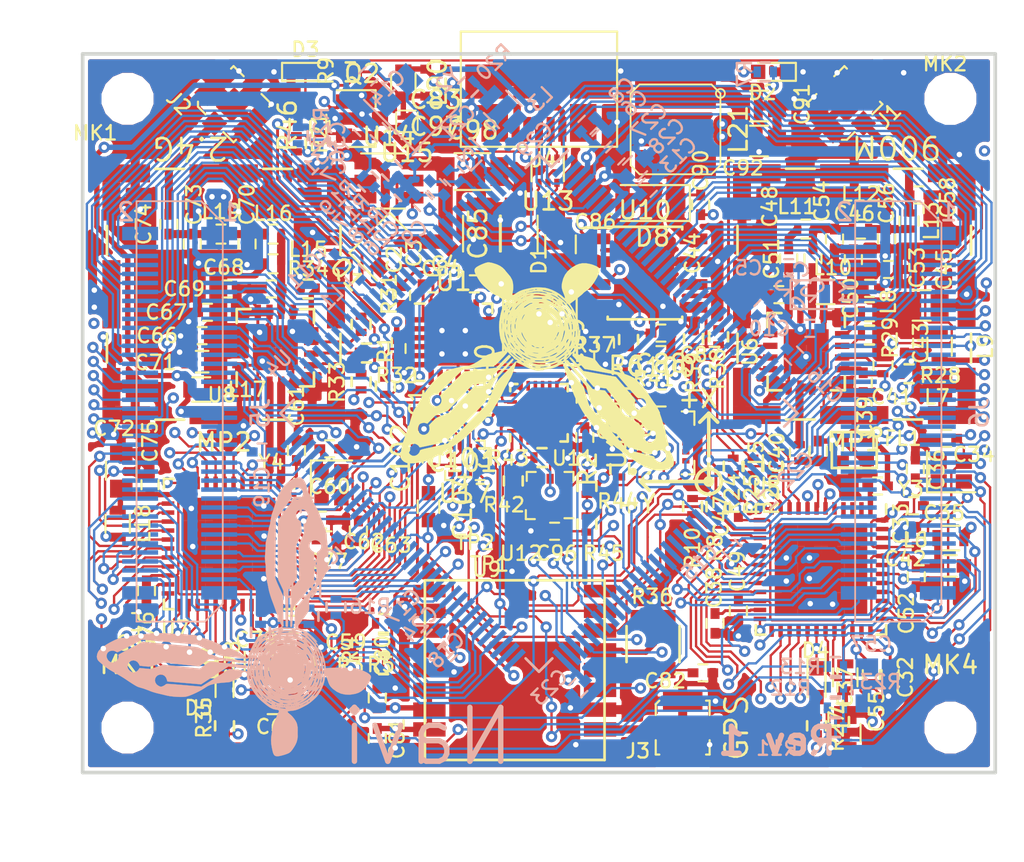
<source format=kicad_pcb>
(kicad_pcb (version 20170123) (host pcbnew "(2017-02-19 revision a416f3a4e)-master")
  (layers (0 F.Cu mixed) (1 In1.Cu power) (2 In2.Cu mixed) (31 B.Cu mixed) (34 B.Paste user) (35 F.Paste user) (36 B.SilkS user) (37 F.SilkS user hide) (38 B.Mask user) (39 F.Mask user) (44 Edge.Cuts user))
  (net 0 "")
  (net 1 "Net-(C4-Pad1)")
  (net 2 GND)
  (net 3 "Net-(L8-Pad1)")
  (net 4 "/2.4 GHz Radio/VDD_CC2592")
  (net 5 "/2.4 GHz Radio/VDDR_CC2650")
  (net 6 "/2.4 GHz Radio/VDDS_CC2650")
  (net 7 +3V3)
  (net 8 "/900MHz Radio/VDDS_CC1310")
  (net 9 "/900MHz Radio/VDD_CC1190")
  (net 10 "Net-(U9-Pad18)")
  (net 11 /GPS/RF_GPS_ANT)
  (net 12 "Net-(U9-Pad13)")
  (net 13 /GPS/GPS-Rx)
  (net 14 /GPS/GPS-Tx)
  (net 15 +BATT)
  (net 16 VUSB)
  (net 17 "/900MHz Radio/RF50_900_3")
  (net 18 "/900MHz Radio/RF50_900_2")
  (net 19 /GNC_Processor/VBUS_DETECT)
  (net 20 "/900MHz Radio/RF50_900_PA")
  (net 21 "/900MHz Radio/RF50_900_4")
  (net 22 "/2.4 GHz Radio/RF50_2.4_3")
  (net 23 "/2.4 GHz Radio/RF50_2.4_2")
  (net 24 "/2.4 GHz Radio/RF50_2.4_1")
  (net 25 "/900MHz Radio/RF50_900_ANT")
  (net 26 "/900MHz Radio/RF50_900_6")
  (net 27 "/900MHz Radio/RF50_900_5")
  (net 28 "/900MHz Radio/RF50_900_7")
  (net 29 "/2.4 GHz Radio/RF50_2.4_N")
  (net 30 "/2.4 GHz Radio/RF50_2.4_P")
  (net 31 "/900MHz Radio/RF50_900_1")
  (net 32 "/900MHz Radio/RF50_900_LNA")
  (net 33 "/900MHz Radio/RF50_900_TR")
  (net 34 "/2.4 GHz Radio/RF50_2.4_ANT")
  (net 35 /Connectors/USBD_P)
  (net 36 /Connectors/USBD_N)
  (net 37 "Net-(C63-Pad2)")
  (net 38 "Net-(Y3-Pad2)")
  (net 39 "Net-(Y3-Pad4)")
  (net 40 "Net-(Y2-Pad2)")
  (net 41 "Net-(Y2-Pad4)")
  (net 42 "/900MHz Radio/VDDR_CC1310")
  (net 43 "/900MHz Radio/HGM")
  (net 44 "/900MHz Radio/LNA_EN")
  (net 45 "/900MHz Radio/PA_EN")
  (net 46 "Net-(C60-Pad2)")
  (net 47 /GNC_Processor/VDDPLLUSB)
  (net 48 "/2.4 GHz Radio/~RESET")
  (net 49 "/2.4 GHz Radio/HGM")
  (net 50 "/2.4 GHz Radio/LNA_EN")
  (net 51 "/2.4 GHz Radio/PA_EN")
  (net 52 "/900MHz Radio/~RESET")
  (net 53 "Net-(TP3-Pad1)")
  (net 54 "Net-(TP1-Pad1)")
  (net 55 /GNC_Processor/~RESET)
  (net 56 /GNC_Processor/IMU-SPI-MISO)
  (net 57 /GNC_Processor/IMU-SPI-MOSI)
  (net 58 /GNC_Processor/IMU-SPI-CLK)
  (net 59 /900M-Tx)
  (net 60 /2.4G-Tx)
  (net 61 /2.4G-Rx)
  (net 62 /900M-Rx)
  (net 63 /CPU_RESET_2.4)
  (net 64 /900_RESET_CPU)
  (net 65 /900_RESET_2.4)
  (net 66 /900_RESET_EXT)
  (net 67 /CPU-SCK)
  (net 68 /CPU-SDA)
  (net 69 /CPU_RESET_900)
  (net 70 /2.4_RESET_900)
  (net 71 /CPU_RESET_EXT)
  (net 72 /2.4_RESET_EXT)
  (net 73 /2.4_RESET_CPU)
  (net 74 /Connectors/AUX_SDA)
  (net 75 /Connectors/AUX_SCL)
  (net 76 /GNC_Processor/GPS-~RESET)
  (net 77 "Net-(U9-Pad5)")
  (net 78 "Net-(U9-Pad4)")
  (net 79 /Connectors/PB12)
  (net 80 /Connectors/PB13)
  (net 81 /Connectors/PA0)
  (net 82 /Connectors/PA1)
  (net 83 /900-TCKC)
  (net 84 /900-TMSC)
  (net 85 /2.4-TCKC)
  (net 86 /2.4-TMSC)
  (net 87 /Power-~SHDN~)
  (net 88 /GNC_Processor/VBATT)
  (net 89 /Connectors/PD31)
  (net 90 /Connectors/900-ADIO-30)
  (net 91 /Connectors/900-ADIO-29)
  (net 92 /Connectors/900-ADIO-28)
  (net 93 /Connectors/900-ADIO-27)
  (net 94 /Connectors/900-ADIO-26)
  (net 95 /Connectors/900-ADIO-25)
  (net 96 /Connectors/900-ADIO-24)
  (net 97 /Connectors/900-ADIO-23)
  (net 98 /Connectors/2.4-DIO-15)
  (net 99 /Connectors/2.4-DIO-14)
  (net 100 /Connectors/2.4-DIO-13)
  (net 101 /Connectors/2.4-DIO-12)
  (net 102 /Connectors/2.4-DIO-11)
  (net 103 /Connectors/2.4-DIO-10)
  (net 104 /Connectors/2.4-DIO-9)
  (net 105 /Connectors/2.4-DIO-8)
  (net 106 /Connectors/2.4-DIO-17)
  (net 107 /Connectors/2.4-DIO-16)
  (net 108 /Connectors/2.4-DIO-20)
  (net 109 /Connectors/2.4-DIO-19)
  (net 110 /Connectors/2.4-DIO-18)
  (net 111 /Connectors/2.4-ADIO-30)
  (net 112 /Connectors/2.4-ADIO-29)
  (net 113 /Connectors/2.4-ADIO-28)
  (net 114 /Connectors/2.4-ADIO-27)
  (net 115 /Connectors/2.4-ADIO-26)
  (net 116 /Connectors/2.4-ADIO-25)
  (net 117 /Connectors/2.4-ADIO-24)
  (net 118 /Connectors/2.4-ADIO-23)
  (net 119 /Connectors/PD17)
  (net 120 /Connectors/PC28)
  (net 121 /Connectors/PD16)
  (net 122 /Connectors/PC8)
  (net 123 /Connectors/PC10)
  (net 124 /Connectors/PB7)
  (net 125 /Connectors/PC9)
  (net 126 /Connectors/PD15)
  (net 127 /Connectors/PB4)
  (net 128 /Connectors/PC17)
  (net 129 /Connectors/PC16)
  (net 130 /Connectors/PC14)
  (net 131 /Connectors/2.4-DIO-7)
  (net 132 /Connectors/PB6)
  (net 133 /Connectors/PC11)
  (net 134 /Connectors/PD8)
  (net 135 /Connectors/PA28)
  (net 136 /Connectors/PC18)
  (net 137 /Connectors/PD9)
  (net 138 /Connectors/PB5)
  (net 139 /Connectors/PC21)
  (net 140 /Connectors/PD6)
  (net 141 /Connectors/PC20)
  (net 142 /Connectors/PD7)
  (net 143 /Connectors/PA31)
  (net 144 /Connectors/PC19)
  (net 145 /Connectors/PA30)
  (net 146 /Connectors/PE3)
  (net 147 /Connectors/PE2)
  (net 148 /Connectors/PE1)
  (net 149 /Connectors/PE0)
  (net 150 /Connectors/PD0)
  (net 151 /Connectors/PC0)
  (net 152 /Connectors/PE5)
  (net 153 /Connectors/PE4)
  (net 154 /Connectors/PA17)
  (net 155 /Connectors/PA18)
  (net 156 /Connectors/PA19)
  (net 157 /Connectors/PA20)
  (net 158 /Connectors/PB0)
  (net 159 /Connectors/PB1)
  (net 160 /Connectors/PC13)
  (net 161 /Connectors/PC15)
  (net 162 /Connectors/PC12)
  (net 163 /Connectors/PC29)
  (net 164 /Connectors/PC30)
  (net 165 /Connectors/PC31)
  (net 166 /Connectors/PC26)
  (net 167 /Connectors/PC27)
  (net 168 /Connectors/PA21)
  (net 169 /Connectors/PB3)
  (net 170 /Connectors/900-DIO-20)
  (net 171 /Connectors/900-DIO-16)
  (net 172 /Connectors/900-DIO-21)
  (net 173 /Connectors/900-DIO-18)
  (net 174 /Connectors/900-DIO-17)
  (net 175 /Connectors/900-DIO-22)
  (net 176 /Connectors/900-DIO-19)
  (net 177 /Connectors/PC25)
  (net 178 /Connectors/PD1)
  (net 179 /Connectors/PD2)
  (net 180 /Connectors/PC24)
  (net 181 /Connectors/PD3)
  (net 182 /Connectors/PC23)
  (net 183 /Connectors/PD4)
  (net 184 /Connectors/PD5)
  (net 185 /Connectors/PC22)
  (net 186 /Connectors/PA29)
  (net 187 /Connectors/PA16)
  (net 188 /Connectors/PA13)
  (net 189 /Connectors/PC4)
  (net 190 /Connectors/PC3)
  (net 191 /Connectors/PC2)
  (net 192 /Connectors/PC1)
  (net 193 /Connectors/PA22)
  (net 194 /Connectors/PC7)
  (net 195 /Connectors/PA23)
  (net 196 /Connectors/900-DIO-15)
  (net 197 /Connectors/900-DIO-14)
  (net 198 /Connectors/900-DIO-13)
  (net 199 /Connectors/900-DIO-12)
  (net 200 /Connectors/900-DIO-11)
  (net 201 /Connectors/900-DIO-10)
  (net 202 /Connectors/PD28)
  (net 203 /Connectors/PA27)
  (net 204 /Connectors/PA12)
  (net 205 /Connectors/PA11)
  (net 206 /Connectors/PA26)
  (net 207 /Connectors/PA25)
  (net 208 /Connectors/PC5)
  (net 209 /Connectors/PA24)
  (net 210 /Connectors/PD24)
  (net 211 /Connectors/PC6)
  (net 212 /Connectors/PD26)
  (net 213 /Connectors/PD25)
  (net 214 /Connectors/PA14)
  (net 215 /Connectors/PA15)
  (net 216 "Net-(D4-Pad2)")
  (net 217 "Net-(D5-Pad2)")
  (net 218 "Net-(C94-Pad1)")
  (net 219 "Net-(J4-Pad3)")
  (net 220 "Net-(J4-Pad2)")
  (net 221 "Net-(R36-Pad2)")
  (net 222 "Net-(C82-Pad1)")
  (net 223 "Net-(D3-Pad2)")
  (net 224 "Net-(R1-Pad2)")
  (net 225 "Net-(C96-Pad1)")
  (net 226 "Net-(R42-Pad2)")
  (net 227 "Net-(R38-Pad2)")
  (net 228 "Net-(C87-Pad1)")
  (net 229 "Net-(C88-Pad2)")
  (net 230 "Net-(R34-Pad2)")
  (net 231 "Net-(R33-Pad1)")
  (net 232 "Net-(R31-Pad1)")
  (net 233 "Net-(D2-Pad2)")
  (net 234 "Net-(R29-Pad1)")
  (net 235 "Net-(C21-Pad2)")
  (net 236 "Net-(L3-Pad2)")
  (net 237 "Net-(R24-Pad1)")
  (net 238 "Net-(R25-Pad1)")
  (net 239 "Net-(R26-Pad1)")
  (net 240 "Net-(R28-Pad2)")
  (net 241 "Net-(R32-Pad1)")
  (net 242 "Net-(D1-Pad6)")
  (net 243 "Net-(D1-Pad5)")
  (net 244 "Net-(D1-Pad4)")
  (net 245 "Net-(L4-Pad1)")
  (net 246 "Net-(L14-Pad2)")
  (net 247 "Net-(C11-Pad1)")
  (net 248 "Net-(C12-Pad1)")
  (net 249 "Net-(C9-Pad1)")
  (net 250 "Net-(C41-Pad2)")
  (net 251 "Net-(C84-Pad1)")
  (net 252 "Net-(C90-Pad1)")
  (net 253 "Net-(C89-Pad2)")
  (net 254 "Net-(C90-Pad2)")
  (net 255 "Net-(C14-Pad2)")
  (net 256 "Net-(C7-Pad2)")
  (net 257 "Net-(C10-Pad2)")
  (net 258 "Net-(C5-Pad2)")
  (net 259 "Net-(U12-Pad7)")
  (net 260 "Net-(C65-Pad1)")
  (net 261 "Net-(U7-Pad4)")
  (net 262 "Net-(U7-Pad3)")
  (net 263 "Net-(C34-Pad2)")
  (net 264 "Net-(C36-Pad2)")
  (net 265 "Net-(C38-Pad1)")
  (net 266 "Net-(U5-Pad5)")
  (net 267 "Net-(U5-Pad4)")
  (net 268 "Net-(U5-Pad3)")
  (net 269 "Net-(U5-Pad2)")
  (net 270 "Net-(C3-Pad1)")
  (net 271 "Net-(C2-Pad1)")
  (net 272 "Net-(C3-Pad2)")
  (net 273 "Net-(C2-Pad2)")
  (net 274 "Net-(C95-Pad1)")
  (net 275 "Net-(Y4-Pad4)")
  (net 276 "Net-(Y4-Pad2)")
  (net 277 "Net-(J4-Pad4)")
  (net 278 "Net-(Q2-Pad1)")
  (net 279 "Net-(Q1-Pad1)")
  (net 280 "Net-(Q2-Pad3)")
  (net 281 "Net-(C83-Pad2)")
  (net 282 /GNC_Processor/IMU-SPI-~CS0)
  (net 283 /GNC_Processor/IMU-INT1)
  (net 284 /GNC_Processor/IMU-INT2)
  (net 285 /GNC_Processor/IMU-INT0)
  (net 286 /GNC_Processor/IMU-SPI-~CS1)
  (net 287 "Net-(U1-Pad7)")
  (net 288 /LED_D9R)
  (net 289 /LED_D8R)
  (net 290 /LED_D4)
  (net 291 /LED_D3)
  (net 292 /LED_D2)
  (net 293 /LED_D1)
  (net 294 "Net-(C100-Pad1)")
  (net 295 "Net-(U16-Pad6)")
  (net 296 "Net-(U16-Pad8)")
  (net 297 "Net-(U16-Pad9)")
  (net 298 "Net-(U16-Pad10)")
  (net 299 "Net-(U16-Pad11)")
  (net 300 "Net-(U16-Pad14)")
  (net 301 "Net-(U16-Pad15)")
  (net 302 "Net-(U17-Pad3)")
  (net 303 "Net-(C103-Pad1)")
  (net 304 "Net-(U17-Pad11)")
  (net 305 "Net-(U17-Pad12)")
  (net 306 /Connectors/PB2)
  (module Housings_LGA:LGA-12_2x2mm_Pitch0.5mm (layer F.Cu) (at 70.877542 107.624528 180)
    (fp_text reference U17 (at 0 -1.85 180) (layer F.SilkS))
    (fp_text value LSM303AH)
    (pad 12 smd rect (at -0.25 -0.7625 270) (size 0.325 0.3) (layers F.Cu F.Paste F.Mask) (net 305 "Net-(U17-Pad12)"))
    (pad 11 smd rect (at 0.25 -0.7625 270) (size 0.325 0.3) (layers F.Cu F.Paste F.Mask) (net 304 "Net-(U17-Pad11)"))
    (pad 6 smd rect (at 0.25 0.7625 270) (size 0.325 0.3) (layers F.Cu F.Paste F.Mask) (net 2 GND))
    (pad 5 smd rect (at -0.25 0.7625 270) (size 0.325 0.3) (layers F.Cu F.Paste F.Mask) (net 303 "Net-(C103-Pad1)"))
    (pad 10 smd rect (at 0.7625 -0.75 180) (size 0.325 0.3) (layers F.Cu F.Paste F.Mask) (net 7 +3V3))
    (pad 1 smd rect (at -0.7625 -0.75 180) (size 0.325 0.3) (layers F.Cu F.Paste F.Mask) (net 75 /Connectors/AUX_SCL))
    (pad 7 smd rect (at 0.7625 0.75 180) (size 0.325 0.3) (layers F.Cu F.Paste F.Mask) (net 284 /GNC_Processor/IMU-INT2))
    (pad 4 smd rect (at -0.7625 0.75 180) (size 0.325 0.3) (layers F.Cu F.Paste F.Mask) (net 74 /Connectors/AUX_SDA))
    (pad 8 smd rect (at 0.7625 0.25 180) (size 0.325 0.3) (layers F.Cu F.Paste F.Mask) (net 2 GND))
    (pad 9 smd rect (at 0.7625 -0.25 180) (size 0.325 0.3) (layers F.Cu F.Paste F.Mask) (net 7 +3V3))
    (pad 3 smd rect (at -0.7625 0.25 180) (size 0.325 0.3) (layers F.Cu F.Paste F.Mask) (net 302 "Net-(U17-Pad3)"))
    (pad 2 smd rect (at -0.7625 -0.25 180) (size 0.325 0.3) (layers F.Cu F.Paste F.Mask) (net 7 +3V3))
  )
  (module Capacitors_SMD:C_0402 (layer F.Cu) (at 70.555083 105.799055 180)
    (fp_text reference C103 (at 0 -1.7 180) (layer F.SilkS))
    (fp_text value EMK105B7223KV-F)
    (pad 1 smd rect (at -0.55 0 180) (size 0.6 0.5) (layers F.Cu F.Paste F.Mask) (net 303 "Net-(C103-Pad1)"))
    (pad 2 smd rect (at 0.55 0 180) (size 0.6 0.5) (layers F.Cu F.Paste F.Mask) (net 2 GND))
  )
  (module Capacitors_SMD:C_0402 (layer F.Cu) (at 69 107.5 90)
    (fp_text reference C102 (at 0 -1.7 90) (layer F.SilkS))
    (fp_text value 0.1u)
    (pad 2 smd rect (at 0.55 0 90) (size 0.6 0.5) (layers F.Cu F.Paste F.Mask) (net 2 GND))
    (pad 1 smd rect (at -0.55 0 90) (size 0.6 0.5) (layers F.Cu F.Paste F.Mask) (net 7 +3V3))
  )
  (module Capacitors_SMD:C_0402 (layer F.Cu) (at 70.755082 109.449055)
    (fp_text reference C101 (at 0 -1.7) (layer F.SilkS))
    (fp_text value 0.1u)
    (pad 1 smd rect (at -0.55 0) (size 0.6 0.5) (layers F.Cu F.Paste F.Mask) (net 7 +3V3))
    (pad 2 smd rect (at 0.55 0) (size 0.6 0.5) (layers F.Cu F.Paste F.Mask) (net 2 GND))
  )
  (module Capacitors_SMD:C_0402 (layer F.Cu) (at 81.8 104.149999)
    (fp_text reference C100 (at 0 -1.7) (layer F.SilkS))
    (fp_text value 0.1u)
    (pad 2 smd rect (at 0.55 0) (size 0.6 0.5) (layers F.Cu F.Paste F.Mask) (net 2 GND))
    (pad 1 smd rect (at -0.55 0) (size 0.6 0.5) (layers F.Cu F.Paste F.Mask) (net 294 "Net-(C100-Pad1)"))
  )
  (module Capacitors_SMD:C_0402 (layer F.Cu) (at 79.499999 105.949999 270)
    (fp_text reference C99 (at 0 -1.7 270) (layer F.SilkS))
    (fp_text value 0.1u)
    (pad 1 smd rect (at -0.55 0 270) (size 0.6 0.5) (layers F.Cu F.Paste F.Mask) (net 7 +3V3))
    (pad 2 smd rect (at 0.55 0 270) (size 0.6 0.5) (layers F.Cu F.Paste F.Mask) (net 2 GND))
  )
  (module Capacitors_SMD:C_0603 (layer F.Cu) (at 68.85 110.2 270)
    (fp_text reference C104 (at 0 -1.9 270) (layer F.SilkS))
    (fp_text value EMK107BJ225KA-T)
    (pad 1 smd rect (at -0.75 0 270) (size 0.8 0.75) (layers F.Cu F.Paste F.Mask) (net 7 +3V3))
    (pad 2 smd rect (at 0.75 0 270) (size 0.8 0.75) (layers F.Cu F.Paste F.Mask) (net 2 GND))
  )
  (module Housings_LGA:LGA-16L_3x3mm_Pitch0.5mm (layer F.Cu) (at 81.95 106.649999 90)
    (fp_text reference U16 (at 0 -2.6 90) (layer F.SilkS))
    (fp_text value LSM6DS33)
    (pad 1 smd rect (at 1 -1.225 90) (size 0.3 0.4) (layers F.Cu F.Paste F.Mask) (net 7 +3V3))
    (pad 2 smd rect (at 0.5 -1.225 90) (size 0.3 0.4) (layers F.Cu F.Paste F.Mask) (net 58 /GNC_Processor/IMU-SPI-CLK))
    (pad 3 smd rect (at 0 -1.225 90) (size 0.3 0.4) (layers F.Cu F.Paste F.Mask) (net 57 /GNC_Processor/IMU-SPI-MOSI))
    (pad 4 smd rect (at -0.5 -1.225 90) (size 0.3 0.4) (layers F.Cu F.Paste F.Mask) (net 56 /GNC_Processor/IMU-SPI-MISO))
    (pad 5 smd rect (at -1 -1.225 90) (size 0.3 0.4) (layers F.Cu F.Paste F.Mask) (net 286 /GNC_Processor/IMU-SPI-~CS1))
    (pad 6 smd rect (at -1.225 -0.5 180) (size 0.3 0.4) (layers F.Cu F.Paste F.Mask) (net 295 "Net-(U16-Pad6)"))
    (pad 7 smd rect (at -1.225 0 180) (size 0.3 0.4) (layers F.Cu F.Paste F.Mask) (net 283 /GNC_Processor/IMU-INT1))
    (pad 8 smd rect (at -1.225 0.5 180) (size 0.3 0.4) (layers F.Cu F.Paste F.Mask) (net 296 "Net-(U16-Pad8)"))
    (pad 9 smd rect (at -1 1.225 270) (size 0.3 0.4) (layers F.Cu F.Paste F.Mask) (net 297 "Net-(U16-Pad9)"))
    (pad 10 smd rect (at -0.5 1.225 270) (size 0.3 0.4) (layers F.Cu F.Paste F.Mask) (net 298 "Net-(U16-Pad10)"))
    (pad 11 smd rect (at 0 1.225 270) (size 0.3 0.4) (layers F.Cu F.Paste F.Mask) (net 299 "Net-(U16-Pad11)"))
    (pad 12 smd rect (at 0.5 1.225 270) (size 0.3 0.4) (layers F.Cu F.Paste F.Mask) (net 2 GND))
    (pad 13 smd rect (at 1 1.225 270) (size 0.3 0.4) (layers F.Cu F.Paste F.Mask) (net 2 GND))
    (pad 14 smd rect (at 1.225 0.5 180) (size 0.3 0.4) (layers F.Cu F.Paste F.Mask) (net 300 "Net-(U16-Pad14)"))
    (pad 15 smd rect (at 1.225 0 180) (size 0.3 0.4) (layers F.Cu F.Paste F.Mask) (net 301 "Net-(U16-Pad15)"))
    (pad 16 smd rect (at 1.225 -0.5 180) (size 0.3 0.4) (layers F.Cu F.Paste F.Mask) (net 294 "Net-(C100-Pad1)"))
  )
  (module Resistors_SMD:R_0402 (layer F.Cu) (at 79.849999 104.149999)
    (fp_text reference R6 (at 0 -1.8) (layer F.SilkS))
    (fp_text value 47)
    (pad 2 smd rect (at 0.45 0) (size 0.4 0.6) (layers F.Cu F.Paste F.Mask) (net 294 "Net-(C100-Pad1)"))
    (pad 1 smd rect (at -0.45 0) (size 0.4 0.6) (layers F.Cu F.Paste F.Mask) (net 7 +3V3))
  )
  (module Resistors_SMD:R_0402 (layer F.Cu) (at 79.5 108.1 90)
    (fp_text reference R2 (at 0 -1.8 90) (layer F.SilkS))
    (fp_text value 10k)
    (pad 1 smd rect (at -0.45 0 90) (size 0.4 0.6) (layers F.Cu F.Paste F.Mask) (net 7 +3V3))
    (pad 2 smd rect (at 0.45 0 90) (size 0.4 0.6) (layers F.Cu F.Paste F.Mask) (net 286 /GNC_Processor/IMU-SPI-~CS1))
  )
  (module Capacitors_SMD:C_1206 (layer F.Cu) (at 71.3 91.55)
    (fp_text reference C98 (at 0 -2.3) (layer F.SilkS))
    (fp_text value GRM31CR61H106MA12L)
    (pad 1 smd rect (at -1.5 0) (size 1 1.6) (layers F.Cu F.Paste F.Mask) (net 251 "Net-(C84-Pad1)"))
    (pad 2 smd rect (at 1.5 0) (size 1 1.6) (layers F.Cu F.Paste F.Mask) (net 2 GND))
  )
  (module Housings_DFN_QFN:QFN-24-1EP_4x4mm_Pitch0.5mm (layer F.Cu) (at 70.25 101.05)
    (fp_text reference U1 (at 0 -3.375) (layer F.SilkS))
    (fp_text value LP55231SQE/NOPB)
    (pad 1 smd rect (at -1.95 -1.25) (size 0.85 0.3) (layers F.Cu F.Paste F.Mask) (net 270 "Net-(C3-Pad1)"))
    (pad 2 smd rect (at -1.95 -0.75) (size 0.85 0.3) (layers F.Cu F.Paste F.Mask) (net 271 "Net-(C2-Pad1)"))
    (pad 3 smd rect (at -1.95 -0.25) (size 0.85 0.3) (layers F.Cu F.Paste F.Mask) (net 7 +3V3))
    (pad 4 smd rect (at -1.95 0.25) (size 0.85 0.3) (layers F.Cu F.Paste F.Mask) (net 2 GND))
    (pad 5 smd rect (at -1.95 0.75) (size 0.85 0.3) (layers F.Cu F.Paste F.Mask) (net 224 "Net-(R1-Pad2)"))
    (pad 6 smd rect (at -1.95 1.25) (size 0.85 0.3) (layers F.Cu F.Paste F.Mask) (net 2 GND))
    (pad 7 smd rect (at -1.25 1.95 90) (size 0.85 0.3) (layers F.Cu F.Paste F.Mask) (net 287 "Net-(U1-Pad7)"))
    (pad 8 smd rect (at -0.75 1.95 90) (size 0.85 0.3) (layers F.Cu F.Paste F.Mask) (net 68 /CPU-SDA))
    (pad 9 smd rect (at -0.25 1.95 90) (size 0.85 0.3) (layers F.Cu F.Paste F.Mask) (net 67 /CPU-SCK))
    (pad 10 smd rect (at 0.25 1.95 90) (size 0.85 0.3) (layers F.Cu F.Paste F.Mask) (net 2 GND))
    (pad 11 smd rect (at 0.75 1.95 90) (size 0.85 0.3) (layers F.Cu F.Paste F.Mask) (net 288 /LED_D9R))
    (pad 12 smd rect (at 1.25 1.95 90) (size 0.85 0.3) (layers F.Cu F.Paste F.Mask) (net 289 /LED_D8R))
    (pad 13 smd rect (at 1.95 1.25) (size 0.85 0.3) (layers F.Cu F.Paste F.Mask) (net 244 "Net-(D1-Pad4)"))
    (pad 14 smd rect (at 1.95 0.75) (size 0.85 0.3) (layers F.Cu F.Paste F.Mask) (net 243 "Net-(D1-Pad5)"))
    (pad 15 smd rect (at 1.95 0.25) (size 0.85 0.3) (layers F.Cu F.Paste F.Mask) (net 242 "Net-(D1-Pad6)"))
    (pad 16 smd rect (at 1.95 -0.25) (size 0.85 0.3) (layers F.Cu F.Paste F.Mask) (net 290 /LED_D4))
    (pad 17 smd rect (at 1.95 -0.75) (size 0.85 0.3) (layers F.Cu F.Paste F.Mask) (net 291 /LED_D3))
    (pad 18 smd rect (at 1.95 -1.25) (size 0.85 0.3) (layers F.Cu F.Paste F.Mask) (net 292 /LED_D2))
    (pad 19 smd rect (at 1.25 -1.95 90) (size 0.85 0.3) (layers F.Cu F.Paste F.Mask) (net 293 /LED_D1))
    (pad 20 smd rect (at 0.75 -1.95 90) (size 0.85 0.3) (layers F.Cu F.Paste F.Mask) (net 2 GND))
    (pad 21 smd rect (at 0.25 -1.95 90) (size 0.85 0.3) (layers F.Cu F.Paste F.Mask) (net 2 GND))
    (pad 22 smd rect (at -0.25 -1.95 90) (size 0.85 0.3) (layers F.Cu F.Paste F.Mask) (net 1 "Net-(C4-Pad1)"))
    (pad 23 smd rect (at -0.75 -1.95 90) (size 0.85 0.3) (layers F.Cu F.Paste F.Mask) (net 272 "Net-(C3-Pad2)"))
    (pad 24 smd rect (at -1.25 -1.95 90) (size 0.85 0.3) (layers F.Cu F.Paste F.Mask) (net 273 "Net-(C2-Pad2)"))
    (pad 25 smd rect (at 0.65 0.65) (size 1.3 1.3) (layers F.Cu F.Paste F.Mask) (net 2 GND))
    (pad 25 smd rect (at 0.65 -0.65) (size 1.3 1.3) (layers F.Cu F.Paste F.Mask) (net 2 GND))
    (pad 25 smd rect (at -0.65 0.65) (size 1.3 1.3) (layers F.Cu F.Paste F.Mask) (net 2 GND))
    (pad 25 smd rect (at -0.65 -0.65) (size 1.3 1.3) (layers F.Cu F.Paste F.Mask) (net 2 GND))
  )
  (module Housings_QFP:LQFP-144_20x20mm_Pitch0.5mm (layer B.Cu) (at 75.000435 105.000076 225)
    (fp_text reference U4 (at 8.300435 12.200076 225) (layer B.SilkS) (effects (font (size 0.8 0.8) (thickness 0.13)) (justify mirror)))
    (fp_text value ATSAME70Q21A-AN)
    (pad 144 smd rect (at -8.75 10.7 135) (size 1.55 0.3) (layers B.Cu B.Paste B.Mask) (net 80 /Connectors/PB13))
    (pad 143 smd rect (at -8.25 10.700001 135) (size 1.55 0.3) (layers B.Cu B.Paste B.Mask) (net 47 /GNC_Processor/VDDPLLUSB))
    (pad 142 smd rect (at -7.75 10.7 135) (size 1.55 0.3) (layers B.Cu B.Paste B.Mask) (net 255 "Net-(C14-Pad2)"))
    (pad 141 smd rect (at -7.25 10.7 135) (size 1.55 0.3) (layers B.Cu B.Paste B.Mask) (net 256 "Net-(C7-Pad2)"))
    (pad 140 smd rect (at -6.75 10.7 135) (size 1.55 0.3) (layers B.Cu B.Paste B.Mask) (net 235 "Net-(C21-Pad2)"))
    (pad 139 smd rect (at -6.25 10.7 135) (size 1.55 0.3) (layers B.Cu B.Paste B.Mask) (net 249 "Net-(C9-Pad1)"))
    (pad 138 smd rect (at -5.75 10.700001 135) (size 1.55 0.3) (layers B.Cu B.Paste B.Mask) (net 2 GND))
    (pad 137 smd rect (at -5.25 10.7 135) (size 1.55 0.3) (layers B.Cu B.Paste B.Mask) (net 35 /Connectors/USBD_P))
    (pad 136 smd rect (at -4.75 10.7 135) (size 1.55 0.3) (layers B.Cu B.Paste B.Mask) (net 36 /Connectors/USBD_N))
    (pad 135 smd rect (at -4.25 10.7 135) (size 1.55 0.3) (layers B.Cu B.Paste B.Mask) (net 2 GND))
    (pad 134 smd rect (at -3.75 10.7 135) (size 1.55 0.3) (layers B.Cu B.Paste B.Mask) (net 7 +3V3))
    (pad 133 smd rect (at -3.25 10.700001 135) (size 1.55 0.3) (layers B.Cu B.Paste B.Mask) (net 177 /Connectors/PC25))
    (pad 132 smd rect (at -2.75 10.7 135) (size 1.55 0.3) (layers B.Cu B.Paste B.Mask) (net 178 /Connectors/PD1))
    (pad 131 smd rect (at -2.25 10.7 135) (size 1.55 0.3) (layers B.Cu B.Paste B.Mask) (net 179 /Connectors/PD2))
    (pad 130 smd rect (at -1.749999 10.7 135) (size 1.55 0.3) (layers B.Cu B.Paste B.Mask) (net 180 /Connectors/PC24))
    (pad 129 smd rect (at -1.25 10.7 135) (size 1.55 0.3) (layers B.Cu B.Paste B.Mask) (net 186 /Connectors/PA29))
    (pad 128 smd rect (at -0.750001 10.7 135) (size 1.55 0.3) (layers B.Cu B.Paste B.Mask) (net 181 /Connectors/PD3))
    (pad 127 smd rect (at -0.25 10.7 135) (size 1.55 0.3) (layers B.Cu B.Paste B.Mask) (net 182 /Connectors/PC23))
    (pad 126 smd rect (at 0.25 10.7 135) (size 1.55 0.3) (layers B.Cu B.Paste B.Mask) (net 183 /Connectors/PD4))
    (pad 125 smd rect (at 0.750001 10.7 135) (size 1.55 0.3) (layers B.Cu B.Paste B.Mask) (net 184 /Connectors/PD5))
    (pad 124 smd rect (at 1.25 10.7 135) (size 1.55 0.3) (layers B.Cu B.Paste B.Mask) (net 185 /Connectors/PC22))
    (pad 123 smd rect (at 1.749999 10.7 135) (size 1.55 0.3) (layers B.Cu B.Paste B.Mask) (net 247 "Net-(C11-Pad1)"))
    (pad 122 smd rect (at 2.25 10.7 135) (size 1.55 0.3) (layers B.Cu B.Paste B.Mask) (net 139 /Connectors/PC21))
    (pad 121 smd rect (at 2.75 10.7 135) (size 1.55 0.3) (layers B.Cu B.Paste B.Mask) (net 140 /Connectors/PD6))
    (pad 120 smd rect (at 3.25 10.700001 135) (size 1.55 0.3) (layers B.Cu B.Paste B.Mask) (net 141 /Connectors/PC20))
    (pad 119 smd rect (at 3.75 10.7 135) (size 1.55 0.3) (layers B.Cu B.Paste B.Mask) (net 142 /Connectors/PD7))
    (pad 118 smd rect (at 4.25 10.7 135) (size 1.55 0.3) (layers B.Cu B.Paste B.Mask) (net 143 /Connectors/PA31))
    (pad 117 smd rect (at 4.75 10.7 135) (size 1.55 0.3) (layers B.Cu B.Paste B.Mask) (net 144 /Connectors/PC19))
    (pad 116 smd rect (at 5.25 10.7 135) (size 1.55 0.3) (layers B.Cu B.Paste B.Mask) (net 145 /Connectors/PA30))
    (pad 115 smd rect (at 5.75 10.700001 135) (size 1.55 0.3) (layers B.Cu B.Paste B.Mask) (net 2 GND))
    (pad 114 smd rect (at 6.25 10.7 135) (size 1.55 0.3) (layers B.Cu B.Paste B.Mask) (net 13 /GPS/GPS-Rx))
    (pad 113 smd rect (at 6.75 10.7 135) (size 1.55 0.3) (layers B.Cu B.Paste B.Mask) (net 134 /Connectors/PD8))
    (pad 112 smd rect (at 7.25 10.7 135) (size 1.55 0.3) (layers B.Cu B.Paste B.Mask) (net 135 /Connectors/PA28))
    (pad 111 smd rect (at 7.75 10.7 135) (size 1.55 0.3) (layers B.Cu B.Paste B.Mask) (net 136 /Connectors/PC18))
    (pad 110 smd rect (at 8.25 10.700001 135) (size 1.55 0.3) (layers B.Cu B.Paste B.Mask) (net 137 /Connectors/PD9))
    (pad 109 smd rect (at 8.75 10.7 135) (size 1.55 0.3) (layers B.Cu B.Paste B.Mask) (net 138 /Connectors/PB5))
    (pad 108 smd rect (at 10.7 8.75 225) (size 1.55 0.3) (layers B.Cu B.Paste B.Mask) (net 19 /GNC_Processor/VBUS_DETECT))
    (pad 107 smd rect (at 10.700001 8.25 225) (size 1.55 0.3) (layers B.Cu B.Paste B.Mask) (net 248 "Net-(C12-Pad1)"))
    (pad 106 smd rect (at 10.7 7.75 225) (size 1.55 0.3) (layers B.Cu B.Paste B.Mask) (net 126 /Connectors/PD15))
    (pad 105 smd rect (at 10.7 7.25 225) (size 1.55 0.3) (layers B.Cu B.Paste B.Mask) (net 127 /Connectors/PB4))
    (pad 104 smd rect (at 10.7 6.75 225) (size 1.55 0.3) (layers B.Cu B.Paste B.Mask) (net 53 "Net-(TP3-Pad1)"))
    (pad 103 smd rect (at 10.7 6.25 225) (size 1.55 0.3) (layers B.Cu B.Paste B.Mask) (net 128 /Connectors/PC17))
    (pad 102 smd rect (at 10.700001 5.75 225) (size 1.55 0.3) (layers B.Cu B.Paste B.Mask) (net 81 /Connectors/PA0))
    (pad 101 smd rect (at 10.7 5.25 225) (size 1.55 0.3) (layers B.Cu B.Paste B.Mask) (net 283 /GNC_Processor/IMU-INT1))
    (pad 100 smd rect (at 10.7 4.75 225) (size 1.55 0.3) (layers B.Cu B.Paste B.Mask) (net 129 /Connectors/PC16))
    (pad 99 smd rect (at 10.7 4.25 225) (size 1.55 0.3) (layers B.Cu B.Paste B.Mask) (net 82 /Connectors/PA1))
    (pad 98 smd rect (at 10.7 3.75 225) (size 1.55 0.3) (layers B.Cu B.Paste B.Mask) (net 284 /GNC_Processor/IMU-INT2))
    (pad 97 smd rect (at 10.700001 3.25 225) (size 1.55 0.3) (layers B.Cu B.Paste B.Mask) (net 130 /Connectors/PC14))
    (pad 96 smd rect (at 10.7 2.75 225) (size 1.55 0.3) (layers B.Cu B.Paste B.Mask) (net 7 +3V3))
    (pad 95 smd rect (at 10.7 2.25 225) (size 1.55 0.3) (layers B.Cu B.Paste B.Mask) (net 2 GND))
    (pad 94 smd rect (at 10.7 1.749999 225) (size 1.55 0.3) (layers B.Cu B.Paste B.Mask) (net 133 /Connectors/PC11))
    (pad 93 smd rect (at 10.7 1.25 225) (size 1.55 0.3) (layers B.Cu B.Paste B.Mask) (net 285 /GNC_Processor/IMU-INT0))
    (pad 92 smd rect (at 10.7 0.750001 225) (size 1.55 0.3) (layers B.Cu B.Paste B.Mask) (net 282 /GNC_Processor/IMU-SPI-~CS0))
    (pad 91 smd rect (at 10.7 0.25 225) (size 1.55 0.3) (layers B.Cu B.Paste B.Mask) (net 68 /CPU-SDA))
    (pad 90 smd rect (at 10.7 -0.25 225) (size 1.55 0.3) (layers B.Cu B.Paste B.Mask) (net 123 /Connectors/PC10))
    (pad 89 smd rect (at 10.7 -0.750001 225) (size 1.55 0.3) (layers B.Cu B.Paste B.Mask) (net 124 /Connectors/PB7))
    (pad 88 smd rect (at 10.7 -1.25 225) (size 1.55 0.3) (layers B.Cu B.Paste B.Mask) (net 64 /900_RESET_CPU))
    (pad 87 smd rect (at 10.7 -1.749999 225) (size 1.55 0.3) (layers B.Cu B.Paste B.Mask) (net 79 /Connectors/PB12))
    (pad 86 smd rect (at 10.7 -2.25 225) (size 1.55 0.3) (layers B.Cu B.Paste B.Mask) (net 125 /Connectors/PC9))
    (pad 85 smd rect (at 10.7 -2.75 225) (size 1.55 0.3) (layers B.Cu B.Paste B.Mask) (net 54 "Net-(TP1-Pad1)"))
    (pad 84 smd rect (at 10.700001 -3.25 225) (size 1.55 0.3) (layers B.Cu B.Paste B.Mask) (net 73 /2.4_RESET_CPU))
    (pad 83 smd rect (at 10.7 -3.75 225) (size 1.55 0.3) (layers B.Cu B.Paste B.Mask) (net 55 /GNC_Processor/~RESET))
    (pad 82 smd rect (at 10.7 -4.25 225) (size 1.55 0.3) (layers B.Cu B.Paste B.Mask) (net 122 /Connectors/PC8))
    (pad 81 smd rect (at 10.7 -4.75 225) (size 1.55 0.3) (layers B.Cu B.Paste B.Mask) (net 248 "Net-(C12-Pad1)"))
    (pad 80 smd rect (at 10.7 -5.25 225) (size 1.55 0.3) (layers B.Cu B.Paste B.Mask) (net 7 +3V3))
    (pad 79 smd rect (at 10.700001 -5.75 225) (size 1.55 0.3) (layers B.Cu B.Paste B.Mask) (net 132 /Connectors/PB6))
    (pad 78 smd rect (at 10.7 -6.25 225) (size 1.55 0.3) (layers B.Cu B.Paste B.Mask) (net 121 /Connectors/PD16))
    (pad 77 smd rect (at 10.7 -6.75 225) (size 1.55 0.3) (layers B.Cu B.Paste B.Mask) (net 67 /CPU-SCK))
    (pad 76 smd rect (at 10.7 -7.25 225) (size 1.55 0.3) (layers B.Cu B.Paste B.Mask) (net 120 /Connectors/PC28))
    (pad 75 smd rect (at 10.7 -7.75 225) (size 1.55 0.3) (layers B.Cu B.Paste B.Mask) (net 60 /2.4G-Tx))
    (pad 74 smd rect (at 10.700001 -8.25 225) (size 1.55 0.3) (layers B.Cu B.Paste B.Mask) (net 119 /Connectors/PD17))
    (pad 73 smd rect (at 10.7 -8.75 225) (size 1.55 0.3) (layers B.Cu B.Paste B.Mask) (net 14 /GPS/GPS-Tx))
    (pad 72 smd rect (at 8.75 -10.7 135) (size 1.55 0.3) (layers B.Cu B.Paste B.Mask) (net 7 +3V3))
    (pad 71 smd rect (at 8.25 -10.700001 135) (size 1.55 0.3) (layers B.Cu B.Paste B.Mask) (net 202 /Connectors/PD28))
    (pad 70 smd rect (at 7.75 -10.7 135) (size 1.55 0.3) (layers B.Cu B.Paste B.Mask) (net 203 /Connectors/PA27))
    (pad 69 smd rect (at 7.25 -10.7 135) (size 1.55 0.3) (layers B.Cu B.Paste B.Mask) (net 59 /900M-Tx))
    (pad 68 smd rect (at 6.75 -10.7 135) (size 1.55 0.3) (layers B.Cu B.Paste B.Mask) (net 204 /Connectors/PA12))
    (pad 67 smd rect (at 6.25 -10.7 135) (size 1.55 0.3) (layers B.Cu B.Paste B.Mask) (net 62 /900M-Rx))
    (pad 66 smd rect (at 5.75 -10.700001 135) (size 1.55 0.3) (layers B.Cu B.Paste B.Mask) (net 61 /2.4G-Rx))
    (pad 65 smd rect (at 5.25 -10.7 135) (size 1.55 0.3) (layers B.Cu B.Paste B.Mask) (net 56 /GNC_Processor/IMU-SPI-MISO))
    (pad 64 smd rect (at 4.75 -10.7 135) (size 1.55 0.3) (layers B.Cu B.Paste B.Mask) (net 205 /Connectors/PA11))
    (pad 63 smd rect (at 4.25 -10.7 135) (size 1.55 0.3) (layers B.Cu B.Paste B.Mask) (net 57 /GNC_Processor/IMU-SPI-MOSI))
    (pad 62 smd rect (at 3.75 -10.7 135) (size 1.55 0.3) (layers B.Cu B.Paste B.Mask) (net 206 /Connectors/PA26))
    (pad 61 smd rect (at 3.25 -10.700001 135) (size 1.55 0.3) (layers B.Cu B.Paste B.Mask) (net 2 GND))
    (pad 60 smd rect (at 2.75 -10.7 135) (size 1.55 0.3) (layers B.Cu B.Paste B.Mask) (net 58 /GNC_Processor/IMU-SPI-CLK))
    (pad 59 smd rect (at 2.25 -10.7 135) (size 1.55 0.3) (layers B.Cu B.Paste B.Mask) (net 207 /Connectors/PA25))
    (pad 58 smd rect (at 1.749999 -10.7 135) (size 1.55 0.3) (layers B.Cu B.Paste B.Mask) (net 208 /Connectors/PC5))
    (pad 57 smd rect (at 1.25 -10.7 135) (size 1.55 0.3) (layers B.Cu B.Paste B.Mask) (net 76 /GNC_Processor/GPS-~RESET))
    (pad 56 smd rect (at 0.750001 -10.7 135) (size 1.55 0.3) (layers B.Cu B.Paste B.Mask) (net 209 /Connectors/PA24))
    (pad 55 smd rect (at 0.25 -10.7 135) (size 1.55 0.3) (layers B.Cu B.Paste B.Mask) (net 210 /Connectors/PD24))
    (pad 54 smd rect (at -0.25 -10.7 135) (size 1.55 0.3) (layers B.Cu B.Paste B.Mask) (net 211 /Connectors/PC6))
    (pad 53 smd rect (at -0.750001 -10.7 135) (size 1.55 0.3) (layers B.Cu B.Paste B.Mask) (net 212 /Connectors/PD26))
    (pad 52 smd rect (at -1.25 -10.7 135) (size 1.55 0.3) (layers B.Cu B.Paste B.Mask) (net 213 /Connectors/PD25))
    (pad 51 smd rect (at -1.749999 -10.7 135) (size 1.55 0.3) (layers B.Cu B.Paste B.Mask) (net 214 /Connectors/PA14))
    (pad 50 smd rect (at -2.25 -10.7 135) (size 1.55 0.3) (layers B.Cu B.Paste B.Mask) (net 248 "Net-(C12-Pad1)"))
    (pad 49 smd rect (at -2.75 -10.7 135) (size 1.55 0.3) (layers B.Cu B.Paste B.Mask) (net 215 /Connectors/PA15))
    (pad 48 smd rect (at -3.25 -10.700001 135) (size 1.55 0.3) (layers B.Cu B.Paste B.Mask) (net 194 /Connectors/PC7))
    (pad 47 smd rect (at -3.75 -10.7 135) (size 1.55 0.3) (layers B.Cu B.Paste B.Mask) (net 286 /GNC_Processor/IMU-SPI-~CS1))
    (pad 46 smd rect (at -4.25 -10.7 135) (size 1.55 0.3) (layers B.Cu B.Paste B.Mask) (net 195 /Connectors/PA23))
    (pad 45 smd rect (at -4.75 -10.7 135) (size 1.55 0.3) (layers B.Cu B.Paste B.Mask) (net 187 /Connectors/PA16))
    (pad 44 smd rect (at -5.25 -10.7 135) (size 1.55 0.3) (layers B.Cu B.Paste B.Mask) (net 2 GND))
    (pad 43 smd rect (at -5.75 -10.700001 135) (size 1.55 0.3) (layers B.Cu B.Paste B.Mask) (net 7 +3V3))
    (pad 42 smd rect (at -6.25 -10.7 135) (size 1.55 0.3) (layers B.Cu B.Paste B.Mask) (net 188 /Connectors/PA13))
    (pad 41 smd rect (at -6.75 -10.7 135) (size 1.55 0.3) (layers B.Cu B.Paste B.Mask) (net 189 /Connectors/PC4))
    (pad 40 smd rect (at -7.25 -10.7 135) (size 1.55 0.3) (layers B.Cu B.Paste B.Mask) (net 190 /Connectors/PC3))
    (pad 39 smd rect (at -7.75 -10.7 135) (size 1.55 0.3) (layers B.Cu B.Paste B.Mask) (net 191 /Connectors/PC2))
    (pad 38 smd rect (at -8.25 -10.700001 135) (size 1.55 0.3) (layers B.Cu B.Paste B.Mask) (net 192 /Connectors/PC1))
    (pad 37 smd rect (at -8.75 -10.7 135) (size 1.55 0.3) (layers B.Cu B.Paste B.Mask) (net 193 /Connectors/PA22))
    (pad 36 smd rect (at -10.7 -8.75 225) (size 1.55 0.3) (layers B.Cu B.Paste B.Mask) (net 257 "Net-(C10-Pad2)"))
    (pad 35 smd rect (at -10.700001 -8.25 225) (size 1.55 0.3) (layers B.Cu B.Paste B.Mask) (net 258 "Net-(C5-Pad2)"))
    (pad 34 smd rect (at -10.7 -7.75 225) (size 1.55 0.3) (layers B.Cu B.Paste B.Mask) (net 88 /GNC_Processor/VBATT))
    (pad 33 smd rect (at -10.7 -7.25 225) (size 1.55 0.3) (layers B.Cu B.Paste B.Mask) (net 248 "Net-(C12-Pad1)"))
    (pad 32 smd rect (at -10.7 -6.75 225) (size 1.55 0.3) (layers B.Cu B.Paste B.Mask) (net 168 /Connectors/PA21))
    (pad 31 smd rect (at -10.7 -6.25 225) (size 1.55 0.3) (layers B.Cu B.Paste B.Mask) (net 169 /Connectors/PB3))
    (pad 30 smd rect (at -10.700001 -5.75 225) (size 1.55 0.3) (layers B.Cu B.Paste B.Mask) (net 7 +3V3))
    (pad 29 smd rect (at -10.7 -5.25 225) (size 1.55 0.3) (layers B.Cu B.Paste B.Mask) (net 248 "Net-(C12-Pad1)"))
    (pad 28 smd rect (at -10.7 -4.75 225) (size 1.55 0.3) (layers B.Cu B.Paste B.Mask) (net 152 /Connectors/PE5))
    (pad 27 smd rect (at -10.7 -4.25 225) (size 1.55 0.3) (layers B.Cu B.Paste B.Mask) (net 153 /Connectors/PE4))
    (pad 26 smd rect (at -10.7 -3.75 225) (size 1.55 0.3) (layers B.Cu B.Paste B.Mask) (net 306 /Connectors/PB2))
    (pad 25 smd rect (at -10.700001 -3.25 225) (size 1.55 0.3) (layers B.Cu B.Paste B.Mask) (net 154 /Connectors/PA17))
    (pad 24 smd rect (at -10.7 -2.75 225) (size 1.55 0.3) (layers B.Cu B.Paste B.Mask) (net 155 /Connectors/PA18))
    (pad 23 smd rect (at -10.7 -2.25 225) (size 1.55 0.3) (layers B.Cu B.Paste B.Mask) (net 156 /Connectors/PA19))
    (pad 22 smd rect (at -10.7 -1.749999 225) (size 1.55 0.3) (layers B.Cu B.Paste B.Mask) (net 157 /Connectors/PA20))
    (pad 21 smd rect (at -10.7 -1.25 225) (size 1.55 0.3) (layers B.Cu B.Paste B.Mask) (net 158 /Connectors/PB0))
    (pad 20 smd rect (at -10.7 -0.750001 225) (size 1.55 0.3) (layers B.Cu B.Paste B.Mask) (net 159 /Connectors/PB1))
    (pad 19 smd rect (at -10.7 -0.25 225) (size 1.55 0.3) (layers B.Cu B.Paste B.Mask) (net 160 /Connectors/PC13))
    (pad 18 smd rect (at -10.7 0.25 225) (size 1.55 0.3) (layers B.Cu B.Paste B.Mask) (net 161 /Connectors/PC15))
    (pad 17 smd rect (at -10.7 0.750001 225) (size 1.55 0.3) (layers B.Cu B.Paste B.Mask) (net 162 /Connectors/PC12))
    (pad 16 smd rect (at -10.7 1.25 225) (size 1.55 0.3) (layers B.Cu B.Paste B.Mask) (net 163 /Connectors/PC29))
    (pad 15 smd rect (at -10.7 1.749999 225) (size 1.55 0.3) (layers B.Cu B.Paste B.Mask) (net 164 /Connectors/PC30))
    (pad 14 smd rect (at -10.7 2.25 225) (size 1.55 0.3) (layers B.Cu B.Paste B.Mask) (net 165 /Connectors/PC31))
    (pad 13 smd rect (at -10.7 2.75 225) (size 1.55 0.3) (layers B.Cu B.Paste B.Mask) (net 166 /Connectors/PC26))
    (pad 12 smd rect (at -10.700001 3.25 225) (size 1.55 0.3) (layers B.Cu B.Paste B.Mask) (net 167 /Connectors/PC27))
    (pad 11 smd rect (at -10.7 3.75 225) (size 1.55 0.3) (layers B.Cu B.Paste B.Mask) (net 151 /Connectors/PC0))
    (pad 10 smd rect (at -10.7 4.25 225) (size 1.55 0.3) (layers B.Cu B.Paste B.Mask) (net 146 /Connectors/PE3))
    (pad 9 smd rect (at -10.7 4.75 225) (size 1.55 0.3) (layers B.Cu B.Paste B.Mask) (net 7 +3V3))
    (pad 8 smd rect (at -10.7 5.25 225) (size 1.55 0.3) (layers B.Cu B.Paste B.Mask) (net 2 GND))
    (pad 7 smd rect (at -10.700001 5.75 225) (size 1.55 0.3) (layers B.Cu B.Paste B.Mask) (net 147 /Connectors/PE2))
    (pad 6 smd rect (at -10.7 6.25 225) (size 1.55 0.3) (layers B.Cu B.Paste B.Mask) (net 148 /Connectors/PE1))
    (pad 5 smd rect (at -10.7 6.75 225) (size 1.55 0.3) (layers B.Cu B.Paste B.Mask) (net 7 +3V3))
    (pad 4 smd rect (at -10.7 7.25 225) (size 1.55 0.3) (layers B.Cu B.Paste B.Mask) (net 149 /Connectors/PE0))
    (pad 3 smd rect (at -10.7 7.75 225) (size 1.55 0.3) (layers B.Cu B.Paste B.Mask) (net 248 "Net-(C12-Pad1)"))
    (pad 2 smd rect (at -10.700001 8.25 225) (size 1.55 0.3) (layers B.Cu B.Paste B.Mask) (net 89 /Connectors/PD31))
    (pad 1 smd rect (at -10.7 8.75 225) (size 1.55 0.3) (layers B.Cu B.Paste B.Mask) (net 150 /Connectors/PD0))
  )
  (module Connectors:AXK5S80047YG (layer B.Cu) (at 55 105 90)
    (fp_text reference J5 (at 0 4.5 90) (layer B.SilkS) (effects (justify mirror)))
    (fp_text value AXK5S80047YG)
    (fp_text user 1 (at 11.2 2.8) (layer B.SilkS) (effects (justify mirror)))
    (fp_text user 2 (at 11.2 -3) (layer B.SilkS) (effects (justify mirror)))
    (pad 3 smd rect (at 9.25 2.2 90) (size 0.25 2) (layers B.Cu B.Mask) (net 15 +BATT))
    (pad 1 smd rect (at 10 2.2 90) (size 0.75 2) (layers B.Cu B.Mask) (net 15 +BATT))
    (pad 2 smd rect (at 10 -2.2 90) (size 0.75 2) (layers B.Cu B.Mask) (net 183 /Connectors/PD4))
    (pad 79 smd rect (at -10 2.2 90) (size 0.75 2) (layers B.Cu B.Mask) (net 121 /Connectors/PD16))
    (pad 80 smd rect (at -10 -2.2 90) (size 0.75 2) (layers B.Cu B.Mask) (net 98 /Connectors/2.4-DIO-15))
    (pad 4 smd rect (at 9.25 -2.2 90) (size 0.25 2) (layers B.Cu B.Mask) (net 182 /Connectors/PC23))
    (pad 5 smd rect (at 8.75 2.2 90) (size 0.25 2) (layers B.Cu B.Mask) (net 2 GND))
    (pad 6 smd rect (at 8.75 -2.2 90) (size 0.25 2) (layers B.Cu B.Mask) (net 181 /Connectors/PD3))
    (pad 7 smd rect (at 8.25 2.2 90) (size 0.25 2) (layers B.Cu B.Mask) (net 2 GND))
    (pad 8 smd rect (at 8.25 -2.2 90) (size 0.25 2) (layers B.Cu B.Mask) (net 186 /Connectors/PA29))
    (pad 9 smd rect (at 7.75 2.2 90) (size 0.25 2) (layers B.Cu B.Mask) (net 143 /Connectors/PA31))
    (pad 10 smd rect (at 7.75 -2.2 90) (size 0.25 2) (layers B.Cu B.Mask) (net 180 /Connectors/PC24))
    (pad 11 smd rect (at 7.25 2.2 90) (size 0.25 2) (layers B.Cu B.Mask) (net 144 /Connectors/PC19))
    (pad 12 smd rect (at 7.25 -2.2 90) (size 0.25 2) (layers B.Cu B.Mask) (net 179 /Connectors/PD2))
    (pad 13 smd rect (at 6.75 2.2 90) (size 0.25 2) (layers B.Cu B.Mask) (net 145 /Connectors/PA30))
    (pad 14 smd rect (at 6.75 -2.2 90) (size 0.25 2) (layers B.Cu B.Mask) (net 184 /Connectors/PD5))
    (pad 15 smd rect (at 6.25 2.2 90) (size 0.25 2) (layers B.Cu B.Mask) (net 134 /Connectors/PD8))
    (pad 16 smd rect (at 6.25 -2.2 90) (size 0.25 2) (layers B.Cu B.Mask) (net 185 /Connectors/PC22))
    (pad 17 smd rect (at 5.75 2.2 90) (size 0.25 2) (layers B.Cu B.Mask) (net 135 /Connectors/PA28))
    (pad 18 smd rect (at 5.75 -2.2 90) (size 0.25 2) (layers B.Cu B.Mask) (net 139 /Connectors/PC21))
    (pad 19 smd rect (at 5.25 2.2 90) (size 0.25 2) (layers B.Cu B.Mask) (net 136 /Connectors/PC18))
    (pad 20 smd rect (at 5.25 -2.2 90) (size 0.25 2) (layers B.Cu B.Mask) (net 140 /Connectors/PD6))
    (pad 21 smd rect (at 4.75 2.2 90) (size 0.25 2) (layers B.Cu B.Mask) (net 137 /Connectors/PD9))
    (pad 22 smd rect (at 4.75 -2.2 90) (size 0.25 2) (layers B.Cu B.Mask) (net 141 /Connectors/PC20))
    (pad 23 smd rect (at 4.25 2.2 90) (size 0.25 2) (layers B.Cu B.Mask) (net 138 /Connectors/PB5))
    (pad 24 smd rect (at 4.25 -2.2 90) (size 0.25 2) (layers B.Cu B.Mask) (net 142 /Connectors/PD7))
    (pad 25 smd rect (at 3.75 2.2 90) (size 0.25 2) (layers B.Cu B.Mask) (net 117 /Connectors/2.4-ADIO-24))
    (pad 26 smd rect (at 3.75 -2.2 90) (size 0.25 2) (layers B.Cu B.Mask) (net 178 /Connectors/PD1))
    (pad 27 smd rect (at 3.25 2.2 90) (size 0.25 2) (layers B.Cu B.Mask) (net 118 /Connectors/2.4-ADIO-23))
    (pad 28 smd rect (at 3.25 -2.2 90) (size 0.25 2) (layers B.Cu B.Mask) (net 177 /Connectors/PC25))
    (pad 29 smd rect (at 2.75 2.2 90) (size 0.25 2) (layers B.Cu B.Mask) (net 116 /Connectors/2.4-ADIO-25))
    (pad 30 smd rect (at 2.75 -2.2 90) (size 0.25 2) (layers B.Cu B.Mask) (net 293 /LED_D1))
    (pad 31 smd rect (at 2.25 2.2 90) (size 0.25 2) (layers B.Cu B.Mask) (net 111 /Connectors/2.4-ADIO-30))
    (pad 32 smd rect (at 2.25 -2.2 90) (size 0.25 2) (layers B.Cu B.Mask) (net 292 /LED_D2))
    (pad 33 smd rect (at 1.75 2.2 90) (size 0.25 2) (layers B.Cu B.Mask) (net 126 /Connectors/PD15))
    (pad 34 smd rect (at 1.75 -2.2 90) (size 0.25 2) (layers B.Cu B.Mask) (net 112 /Connectors/2.4-ADIO-29))
    (pad 35 smd rect (at 1.25 2.2 90) (size 0.25 2) (layers B.Cu B.Mask) (net 16 VUSB))
    (pad 36 smd rect (at 1.25 -2.2 90) (size 0.25 2) (layers B.Cu B.Mask) (net 113 /Connectors/2.4-ADIO-28))
    (pad 37 smd rect (at 0.75 2.2 90) (size 0.25 2) (layers B.Cu B.Mask) (net 16 VUSB))
    (pad 38 smd rect (at 0.75 -2.2 90) (size 0.25 2) (layers B.Cu B.Mask) (net 114 /Connectors/2.4-ADIO-27))
    (pad 39 smd rect (at 0.25 2.2 90) (size 0.25 2) (layers B.Cu B.Mask) (net 7 +3V3))
    (pad 40 smd rect (at 0.25 -2.2 90) (size 0.25 2) (layers B.Cu B.Mask) (net 115 /Connectors/2.4-ADIO-26))
    (pad 41 smd rect (at -0.25 2.2 90) (size 0.25 2) (layers B.Cu B.Mask) (net 7 +3V3))
    (pad 42 smd rect (at -0.25 -2.2 90) (size 0.25 2) (layers B.Cu B.Mask) (net 71 /CPU_RESET_EXT))
    (pad 43 smd rect (at -0.75 2.2 90) (size 0.25 2) (layers B.Cu B.Mask) (net 2 GND))
    (pad 44 smd rect (at -0.75 -2.2 90) (size 0.25 2) (layers B.Cu B.Mask) (net 120 /Connectors/PC28))
    (pad 45 smd rect (at -1.25 2.2 90) (size 0.25 2) (layers B.Cu B.Mask) (net 2 GND))
    (pad 46 smd rect (at -1.25 -2.2 90) (size 0.25 2) (layers B.Cu B.Mask) (net 288 /LED_D9R))
    (pad 47 smd rect (at -1.75 2.2 90) (size 0.25 2) (layers B.Cu B.Mask) (net 67 /CPU-SCK))
    (pad 48 smd rect (at -1.75 -2.2 90) (size 0.25 2) (layers B.Cu B.Mask) (net 119 /Connectors/PD17))
    (pad 49 smd rect (at -2.25 2.2 90) (size 0.25 2) (layers B.Cu B.Mask) (net 68 /CPU-SDA))
    (pad 50 smd rect (at -2.25 -2.2 90) (size 0.25 2) (layers B.Cu B.Mask) (net 103 /Connectors/2.4-DIO-10))
    (pad 51 smd rect (at -2.75 2.2 90) (size 0.25 2) (layers B.Cu B.Mask) (net 127 /Connectors/PB4))
    (pad 52 smd rect (at -2.75 -2.2 90) (size 0.25 2) (layers B.Cu B.Mask) (net 104 /Connectors/2.4-DIO-9))
    (pad 53 smd rect (at -3.25 2.2 90) (size 0.25 2) (layers B.Cu B.Mask) (net 128 /Connectors/PC17))
    (pad 54 smd rect (at -3.25 -2.2 90) (size 0.25 2) (layers B.Cu B.Mask) (net 105 /Connectors/2.4-DIO-8))
    (pad 55 smd rect (at -3.75 2.2 90) (size 0.25 2) (layers B.Cu B.Mask) (net 81 /Connectors/PA0))
    (pad 56 smd rect (at -3.75 -2.2 90) (size 0.25 2) (layers B.Cu B.Mask) (net 131 /Connectors/2.4-DIO-7))
    (pad 57 smd rect (at -4.25 2.2 90) (size 0.25 2) (layers B.Cu B.Mask) (net 129 /Connectors/PC16))
    (pad 58 smd rect (at -4.25 -2.2 90) (size 0.25 2) (layers B.Cu B.Mask) (net 108 /Connectors/2.4-DIO-20))
    (pad 59 smd rect (at -4.75 2.2 90) (size 0.25 2) (layers B.Cu B.Mask) (net 82 /Connectors/PA1))
    (pad 60 smd rect (at -4.75 -2.2 90) (size 0.25 2) (layers B.Cu B.Mask) (net 102 /Connectors/2.4-DIO-11))
    (pad 61 smd rect (at -5.25 2.2 90) (size 0.25 2) (layers B.Cu B.Mask) (net 130 /Connectors/PC14))
    (pad 62 smd rect (at -5.25 -2.2 90) (size 0.25 2) (layers B.Cu B.Mask) (net 109 /Connectors/2.4-DIO-19))
    (pad 63 smd rect (at -5.75 2.2 90) (size 0.25 2) (layers B.Cu B.Mask) (net 133 /Connectors/PC11))
    (pad 64 smd rect (at -5.75 -2.2 90) (size 0.25 2) (layers B.Cu B.Mask) (net 101 /Connectors/2.4-DIO-12))
    (pad 65 smd rect (at -6.25 2.2 90) (size 0.25 2) (layers B.Cu B.Mask) (net 123 /Connectors/PC10))
    (pad 66 smd rect (at -6.25 -2.2 90) (size 0.25 2) (layers B.Cu B.Mask) (net 110 /Connectors/2.4-DIO-18))
    (pad 67 smd rect (at -6.75 2.2 90) (size 0.25 2) (layers B.Cu B.Mask) (net 124 /Connectors/PB7))
    (pad 68 smd rect (at -6.75 -2.2 90) (size 0.25 2) (layers B.Cu B.Mask) (net 100 /Connectors/2.4-DIO-13))
    (pad 69 smd rect (at -7.25 2.2 90) (size 0.25 2) (layers B.Cu B.Mask) (net 79 /Connectors/PB12))
    (pad 70 smd rect (at -7.25 -2.2 90) (size 0.25 2) (layers B.Cu B.Mask) (net 106 /Connectors/2.4-DIO-17))
    (pad 71 smd rect (at -7.75 2.2 90) (size 0.25 2) (layers B.Cu B.Mask) (net 125 /Connectors/PC9))
    (pad 72 smd rect (at -7.75 -2.2 90) (size 0.25 2) (layers B.Cu B.Mask) (net 99 /Connectors/2.4-DIO-14))
    (pad 73 smd rect (at -8.25 2.2 90) (size 0.25 2) (layers B.Cu B.Mask) (net 122 /Connectors/PC8))
    (pad 74 smd rect (at -8.25 -2.2 90) (size 0.25 2) (layers B.Cu B.Mask) (net 107 /Connectors/2.4-DIO-16))
    (pad 75 smd rect (at -8.75 2.2 90) (size 0.25 2) (layers B.Cu B.Mask) (net 72 /2.4_RESET_EXT))
    (pad 76 smd rect (at -8.75 -2.2 90) (size 0.25 2) (layers B.Cu B.Mask) (net 85 /2.4-TCKC))
    (pad 77 smd rect (at -9.25 2.2 90) (size 0.25 2) (layers B.Cu B.Mask) (net 132 /Connectors/PB6))
    (pad 78 smd rect (at -9.25 -2.2 90) (size 0.25 2) (layers B.Cu B.Mask) (net 86 /2.4-TMSC))
  )
  (module Capacitors_SMD:C_0402 (layer F.Cu) (at 69.25 85.85 180)
    (fp_text reference C83 (at 0 -1.700001 180) (layer F.SilkS))
    (fp_text value 0.01u)
    (pad 2 smd rect (at 0.55 0 180) (size 0.6 0.5) (layers F.Cu F.Paste F.Mask) (net 281 "Net-(C83-Pad2)"))
    (pad 1 smd rect (at -0.55 0 180) (size 0.6 0.5) (layers F.Cu F.Paste F.Mask) (net 2 GND))
  )
  (module Capacitors_SMD:C_0402 (layer F.Cu) (at 69.25 87.35 180)
    (fp_text reference C97 (at 0 -1.700001 180) (layer F.SilkS))
    (fp_text value 0.1u)
    (pad 1 smd rect (at -0.55 0 180) (size 0.6 0.5) (layers F.Cu F.Paste F.Mask) (net 2 GND))
    (pad 2 smd rect (at 0.55 0 180) (size 0.6 0.5) (layers F.Cu F.Paste F.Mask) (net 16 VUSB))
  )
  (module Inductors_SMD:L_0603 (layer F.Cu) (at 67.45 86.590561 270)
    (fp_text reference L20 (at 0 -1.9 270) (layer F.SilkS))
    (fp_text value BLM18HE152SN1D)
    (pad 1 smd rect (at -0.75 0 270) (size 0.5 0.9) (layers F.Cu F.Paste F.Mask) (net 281 "Net-(C83-Pad2)"))
    (pad 2 smd rect (at 0.75 0 270) (size 0.5 0.9) (layers F.Cu F.Paste F.Mask) (net 16 VUSB))
  )
  (module Resistors_SMD:R_0402 (layer F.Cu) (at 62.8 88.990001 90)
    (fp_text reference R46 (at 0 -1.8 90) (layer F.SilkS))
    (fp_text value 470k)
    (pad 1 smd rect (at -0.45 0 90) (size 0.4 0.6) (layers F.Cu F.Paste F.Mask) (net 251 "Net-(C84-Pad1)"))
    (pad 2 smd rect (at 0.45 0 90) (size 0.4 0.6) (layers F.Cu F.Paste F.Mask) (net 278 "Net-(Q2-Pad1)"))
  )
  (module SMD_Packages:TMLF085085D-4LD-9 (layer F.Cu) (at 67.65 88.75)
    (fp_text reference U15 (at 0 1.75) (layer F.SilkS))
    (fp_text value MIC94082YFT-TR)
    (pad 1 smd rect (at -0.2 0.305) (size 0.23 0.44) (layers F.Cu F.Mask) (net 280 "Net-(Q2-Pad3)"))
    (pad 2 smd rect (at 0.2 0.305) (size 0.23 0.44) (layers F.Cu F.Mask) (net 2 GND))
    (pad 4 smd rect (at -0.2 -0.305) (size 0.23 0.44) (layers F.Cu F.Mask) (net 16 VUSB))
    (pad 3 smd rect (at 0.2 -0.305) (size 0.23 0.44) (layers F.Cu F.Mask) (net 16 VUSB))
    (pad 1 smd rect (at -0.42 0.2) (size 0.21 0.23) (layers F.Cu F.Paste F.Mask) (net 280 "Net-(Q2-Pad3)"))
    (pad 2 smd rect (at 0.42 0.2) (size 0.21 0.23) (layers F.Cu F.Paste F.Mask) (net 2 GND))
    (pad 3 smd rect (at 0.42 -0.2) (size 0.21 0.23) (layers F.Cu F.Paste F.Mask) (net 16 VUSB))
    (pad 4 smd rect (at -0.42 -0.2) (size 0.21 0.23) (layers F.Cu F.Paste F.Mask) (net 16 VUSB))
  )
  (module TO_SOT_Packages_SMD:SOT-23 (layer F.Cu) (at 66.1 95.5 135)
    (fp_text reference Q1 (at 0 -2.5 135) (layer F.SilkS))
    (fp_text value IRLML5203TRPBF)
    (pad 3 smd rect (at 1 0 135) (size 0.9 0.8) (layers F.Cu F.Paste F.Mask) (net 15 +BATT))
    (pad 2 smd rect (at -1 0.95 135) (size 0.9 0.8) (layers F.Cu F.Paste F.Mask) (net 251 "Net-(C84-Pad1)"))
    (pad 1 smd rect (at -1 -0.95 135) (size 0.9 0.8) (layers F.Cu F.Paste F.Mask) (net 279 "Net-(Q1-Pad1)"))
  )
  (module TO_SOT_Packages_SMD:SOT-23 (layer F.Cu) (at 65.15 88.6)
    (fp_text reference Q2 (at 0 -2.5) (layer F.SilkS))
    (fp_text value IRLML5203TRPBF)
    (pad 1 smd rect (at -1 -0.95) (size 0.9 0.8) (layers F.Cu F.Paste F.Mask) (net 278 "Net-(Q2-Pad1)"))
    (pad 2 smd rect (at -1 0.95) (size 0.9 0.8) (layers F.Cu F.Paste F.Mask) (net 251 "Net-(C84-Pad1)"))
    (pad 3 smd rect (at 1 0) (size 0.9 0.8) (layers F.Cu F.Paste F.Mask) (net 280 "Net-(Q2-Pad3)"))
  )
  (module TO_SOT_Packages_SMD:TSOT-23-6_MK06A (layer F.Cu) (at 66.65 92.05)
    (fp_text reference U14 (at 0 -2.45) (layer F.SilkS))
    (fp_text value LTC4412ES6#TRPBF)
    (pad 1 smd rect (at -1.31 -0.95) (size 1.22 0.65) (layers F.Cu F.Paste F.Mask) (net 15 +BATT))
    (pad 2 smd rect (at -1.31 0) (size 1.22 0.65) (layers F.Cu F.Paste F.Mask) (net 2 GND))
    (pad 3 smd rect (at -1.31 0.95) (size 1.22 0.65) (layers F.Cu F.Paste F.Mask) (net 2 GND))
    (pad 4 smd rect (at 1.31 0.95) (size 1.22 0.65) (layers F.Cu F.Paste F.Mask) (net 278 "Net-(Q2-Pad1)"))
    (pad 5 smd rect (at 1.31 0) (size 1.22 0.65) (layers F.Cu F.Paste F.Mask) (net 279 "Net-(Q1-Pad1)"))
    (pad 6 smd rect (at 1.31 -0.95) (size 1.22 0.65) (layers F.Cu F.Paste F.Mask) (net 251 "Net-(C84-Pad1)"))
  )
  (module Shielding_Cabinets:Laird_Technologies_BMI-S-101_13.66x12.70mm (layer F.Cu) (at 92.550435 98.370076 180)
    (fp_text reference MP1 (at 0 -8.23 180) (layer F.SilkS))
    (fp_text value BMI-S-101)
    (pad 1 smd rect (at 6.25 5.165 180) (size 1 2.13) (layers F.Cu F.Paste F.Mask) (net 2 GND))
    (pad 1 smd rect (at -6.25 5.165 180) (size 1 2.13) (layers F.Cu F.Paste F.Mask) (net 2 GND))
    (pad 1 smd rect (at 6.25 0 180) (size 1 3.8) (layers F.Cu F.Paste F.Mask) (net 2 GND))
    (pad 1 smd rect (at -6.25 0 180) (size 1 3.8) (layers F.Cu F.Paste F.Mask) (net 2 GND))
    (pad 1 smd rect (at 6.25 -5.165 180) (size 1 2.13) (layers F.Cu F.Paste F.Mask) (net 2 GND))
    (pad 1 smd rect (at -6.25 -5.165 180) (size 1 2.13) (layers F.Cu F.Paste F.Mask) (net 2 GND))
    (pad 1 smd rect (at 4.925 6.73 180) (size 1.65 1) (layers F.Cu F.Paste F.Mask) (net 2 GND))
    (pad 1 smd rect (at 4.925 -6.73 180) (size 1.65 1) (layers F.Cu F.Paste F.Mask) (net 2 GND))
    (pad 1 smd rect (at 0 6.73 180) (size 3.8 1) (layers F.Cu F.Paste F.Mask) (net 2 GND))
    (pad 1 smd rect (at 0 -6.73 180) (size 3.8 1) (layers F.Cu F.Paste F.Mask) (net 2 GND))
    (pad 1 smd rect (at -4.925 6.73 180) (size 1.65 1) (layers F.Cu F.Paste F.Mask) (net 2 GND))
    (pad 1 smd rect (at -4.925 -6.73 180) (size 1.65 1) (layers F.Cu F.Paste F.Mask) (net 2 GND))
    (pad 1 smd rect (at -6.25 6.73 180) (size 1 1) (layers F.Cu F.Paste F.Mask) (net 2 GND))
    (pad 1 smd rect (at 6.25 6.73 180) (size 1 1) (layers F.Cu F.Paste F.Mask) (net 2 GND))
    (pad 1 smd rect (at 6.25 -6.73 180) (size 1 1) (layers F.Cu F.Paste F.Mask) (net 2 GND))
    (pad 1 smd rect (at -6.25 -6.73 180) (size 1 1) (layers F.Cu F.Paste F.Mask) (net 2 GND))
  )
  (module Shielding_Cabinets:Laird_Technologies_BMI-S-101_13.66x12.70mm (layer F.Cu) (at 57.45131 98.380658 180)
    (fp_text reference MP2 (at 0 -8.23 180) (layer F.SilkS))
    (fp_text value BMI-S-101)
    (pad 1 smd rect (at 6.25 5.165 180) (size 1 2.13) (layers F.Cu F.Paste F.Mask) (net 2 GND))
    (pad 1 smd rect (at -6.25 5.165 180) (size 1 2.13) (layers F.Cu F.Paste F.Mask) (net 2 GND))
    (pad 1 smd rect (at 6.25 0 180) (size 1 3.8) (layers F.Cu F.Paste F.Mask) (net 2 GND))
    (pad 1 smd rect (at -6.25 0 180) (size 1 3.8) (layers F.Cu F.Paste F.Mask) (net 2 GND))
    (pad 1 smd rect (at 6.25 -5.165 180) (size 1 2.13) (layers F.Cu F.Paste F.Mask) (net 2 GND))
    (pad 1 smd rect (at -6.25 -5.165 180) (size 1 2.13) (layers F.Cu F.Paste F.Mask) (net 2 GND))
    (pad 1 smd rect (at 4.925 6.73 180) (size 1.65 1) (layers F.Cu F.Paste F.Mask) (net 2 GND))
    (pad 1 smd rect (at 4.925 -6.73 180) (size 1.65 1) (layers F.Cu F.Paste F.Mask) (net 2 GND))
    (pad 1 smd rect (at 0 6.73 180) (size 3.8 1) (layers F.Cu F.Paste F.Mask) (net 2 GND))
    (pad 1 smd rect (at 0 -6.73 180) (size 3.8 1) (layers F.Cu F.Paste F.Mask) (net 2 GND))
    (pad 1 smd rect (at -4.925 6.73 180) (size 1.65 1) (layers F.Cu F.Paste F.Mask) (net 2 GND))
    (pad 1 smd rect (at -4.925 -6.73 180) (size 1.65 1) (layers F.Cu F.Paste F.Mask) (net 2 GND))
    (pad 1 smd rect (at -6.25 6.73 180) (size 1 1) (layers F.Cu F.Paste F.Mask) (net 2 GND))
    (pad 1 smd rect (at 6.25 6.73 180) (size 1 1) (layers F.Cu F.Paste F.Mask) (net 2 GND))
    (pad 1 smd rect (at 6.25 -6.73 180) (size 1 1) (layers F.Cu F.Paste F.Mask) (net 2 GND))
    (pad 1 smd rect (at -6.25 -6.73 180) (size 1 1) (layers F.Cu F.Paste F.Mask) (net 2 GND))
  )
  (module Capacitors_SMD:C_1206 (layer F.Cu) (at 73.9 95 90)
    (fp_text reference C85 (at 0 -2.3 90) (layer F.SilkS))
    (fp_text value GRM31CR61H106MA12L)
    (pad 1 smd rect (at -1.5 0 90) (size 1 1.6) (layers F.Cu F.Paste F.Mask) (net 251 "Net-(C84-Pad1)"))
    (pad 2 smd rect (at 1.5 0 90) (size 1 1.6) (layers F.Cu F.Paste F.Mask) (net 2 GND))
  )
  (module Inductors:Inductor_Wurth_LQS-5020 (layer F.Cu) (at 82.6 89.2 90)
    (fp_text reference L21 (at 0 3.5 270) (layer F.SilkS))
    (fp_text value 74404052100)
    (pad 2 smd rect (at 1.95 0 90) (size 1.6 4.5) (layers F.Cu F.Paste F.Mask) (net 7 +3V3))
    (pad 1 smd rect (at -1.95 0 90) (size 1.6 4.5) (layers F.Cu F.Paste F.Mask) (net 252 "Net-(C90-Pad1)"))
  )
  (module TO_SOT_Packages_SMD:SOT-563 (layer F.Cu) (at 75.5 91.5 180)
    (fp_text reference U13 (at 0 -1.7 180) (layer F.SilkS))
    (fp_text value NUF2042XV6T1G)
    (pad 5 smd rect (at 0 -0.675 270) (size 0.45 0.3) (layers F.Cu F.Paste F.Mask) (net 281 "Net-(C83-Pad2)"))
    (pad 4 smd rect (at 0.5 -0.675 270) (size 0.45 0.3) (layers F.Cu F.Paste F.Mask) (net 35 /Connectors/USBD_P))
    (pad 2 smd rect (at 0 0.675 270) (size 0.45 0.3) (layers F.Cu F.Paste F.Mask) (net 2 GND))
    (pad 6 smd rect (at -0.5 -0.675 270) (size 0.45 0.3) (layers F.Cu F.Paste F.Mask) (net 36 /Connectors/USBD_N))
    (pad 3 smd rect (at 0.5 0.675 270) (size 0.45 0.3) (layers F.Cu F.Paste F.Mask) (net 219 "Net-(J4-Pad3)"))
    (pad 1 smd rect (at -0.5 0.675 270) (size 0.45 0.3) (layers F.Cu F.Paste F.Mask) (net 220 "Net-(J4-Pad2)"))
  )
  (module Capacitors_SMD:C_0402 (layer F.Cu) (at 81.787868 100.53934 180)
    (fp_text reference C88 (at 0 -1.7 180) (layer F.SilkS))
    (fp_text value GRM1555C1H120GA01D)
    (pad 2 smd rect (at 0.55 0 180) (size 0.6 0.5) (layers F.Cu F.Paste F.Mask) (net 229 "Net-(C88-Pad2)"))
    (pad 1 smd rect (at -0.55 0 180) (size 0.6 0.5) (layers F.Cu F.Paste F.Mask) (net 2 GND))
  )
  (module Capacitors_SMD:C_0402 (layer F.Cu) (at 78.7 101.1 90)
    (fp_text reference C89 (at 0 -1.7 90) (layer F.SilkS))
    (fp_text value GRM1555C1H120GA01D)
    (pad 1 smd rect (at -0.55 0 90) (size 0.6 0.5) (layers F.Cu F.Paste F.Mask) (net 2 GND))
    (pad 2 smd rect (at 0.55 0 90) (size 0.6 0.5) (layers F.Cu F.Paste F.Mask) (net 253 "Net-(C89-Pad2)"))
  )
  (module Diodes_SMD:D_SOD-123F (layer F.Cu) (at 81.2 93.3 180)
    (fp_text reference D8 (at -0.127 -1.905 180) (layer F.SilkS))
    (fp_text value SS24FL)
    (pad 1 smd rect (at -1.4 0 180) (size 1.1 1.1) (layers F.Cu F.Paste F.Mask) (net 252 "Net-(C90-Pad1)"))
    (pad 2 smd rect (at 1.4 0 180) (size 1.1 1.1) (layers F.Cu F.Paste F.Mask) (net 2 GND))
  )
  (module Housings_SOIC:SOIC-8_3.9x4.9mm_Pitch1.27mm (layer F.Cu) (at 80.9 97.2)
    (fp_text reference U10 (at 0 -3.5) (layer F.SilkS))
    (fp_text value TPS54232DR)
    (pad 8 smd rect (at 2.7 -1.905) (size 1.55 0.6) (layers F.Cu F.Paste F.Mask) (net 252 "Net-(C90-Pad1)"))
    (pad 7 smd rect (at 2.7 -0.635) (size 1.55 0.6) (layers F.Cu F.Paste F.Mask) (net 2 GND))
    (pad 6 smd rect (at 2.7 0.635) (size 1.55 0.6) (layers F.Cu F.Paste F.Mask) (net 229 "Net-(C88-Pad2)"))
    (pad 5 smd rect (at 2.7 1.905) (size 1.55 0.6) (layers F.Cu F.Paste F.Mask) (net 227 "Net-(R38-Pad2)"))
    (pad 4 smd rect (at -2.7 1.905) (size 1.55 0.6) (layers F.Cu F.Paste F.Mask) (net 253 "Net-(C89-Pad2)"))
    (pad 3 smd rect (at -2.7 0.635) (size 1.55 0.6) (layers F.Cu F.Paste F.Mask) (net 87 /Power-~SHDN~))
    (pad 2 smd rect (at -2.7 -0.635) (size 1.55 0.6) (layers F.Cu F.Paste F.Mask) (net 251 "Net-(C84-Pad1)"))
    (pad 1 smd rect (at -2.7 -1.905) (size 1.55 0.6) (layers F.Cu F.Paste F.Mask) (net 254 "Net-(C90-Pad2)"))
  )
  (module Mounting_Holes:MountingHole_2.5mm (layer F.Cu) (at 52.1 122.5)
    (fp_text reference MK3 (at 0 -3.5) (layer F.SilkS))
    (fp_text value Mounting_Hole)
    (pad 1 np_thru_hole circle (at 0 0) (size 2.5 2.5) (drill 2.5) (layers *.Cu *.Mask))
  )
  (module Mounting_Holes:MountingHole_2.5mm (layer F.Cu) (at 97.9 122.5)
    (fp_text reference MK4 (at 0 -3.5) (layer F.SilkS))
    (fp_text value Mounting_Hole)
    (pad 1 np_thru_hole circle (at 0 0) (size 2.5 2.5) (drill 2.5) (layers *.Cu *.Mask))
  )
  (module Connectors:AXK5S80047YG (layer B.Cu) (at 95 105 90)
    (fp_text reference J6 (at 0 4.5 90) (layer B.SilkS) (effects (justify mirror)))
    (fp_text value AXK5S80047YG)
    (fp_text user 2 (at 11.2 -3) (layer B.SilkS) (effects (justify mirror)))
    (fp_text user 1 (at 11.2 2.8) (layer B.SilkS) (effects (justify mirror)))
    (pad 78 smd rect (at -9.25 -2.2 90) (size 0.25 2) (layers B.Cu B.Mask) (net 200 /Connectors/900-DIO-11))
    (pad 77 smd rect (at -9.25 2.2 90) (size 0.25 2) (layers B.Cu B.Mask) (net 91 /Connectors/900-ADIO-29))
    (pad 76 smd rect (at -8.75 -2.2 90) (size 0.25 2) (layers B.Cu B.Mask) (net 201 /Connectors/900-DIO-10))
    (pad 75 smd rect (at -8.75 2.2 90) (size 0.25 2) (layers B.Cu B.Mask) (net 90 /Connectors/900-ADIO-30))
    (pad 74 smd rect (at -8.25 -2.2 90) (size 0.25 2) (layers B.Cu B.Mask) (net 209 /Connectors/PA24))
    (pad 73 smd rect (at -8.25 2.2 90) (size 0.25 2) (layers B.Cu B.Mask) (net 198 /Connectors/900-DIO-13))
    (pad 72 smd rect (at -7.75 -2.2 90) (size 0.25 2) (layers B.Cu B.Mask) (net 210 /Connectors/PD24))
    (pad 71 smd rect (at -7.75 2.2 90) (size 0.25 2) (layers B.Cu B.Mask) (net 83 /900-TCKC))
    (pad 70 smd rect (at -7.25 -2.2 90) (size 0.25 2) (layers B.Cu B.Mask) (net 211 /Connectors/PC6))
    (pad 69 smd rect (at -7.25 2.2 90) (size 0.25 2) (layers B.Cu B.Mask) (net 84 /900-TMSC))
    (pad 68 smd rect (at -6.75 -2.2 90) (size 0.25 2) (layers B.Cu B.Mask) (net 212 /Connectors/PD26))
    (pad 67 smd rect (at -6.75 2.2 90) (size 0.25 2) (layers B.Cu B.Mask) (net 95 /Connectors/900-ADIO-25))
    (pad 66 smd rect (at -6.25 -2.2 90) (size 0.25 2) (layers B.Cu B.Mask) (net 213 /Connectors/PD25))
    (pad 65 smd rect (at -6.25 2.2 90) (size 0.25 2) (layers B.Cu B.Mask) (net 94 /Connectors/900-ADIO-26))
    (pad 64 smd rect (at -5.75 -2.2 90) (size 0.25 2) (layers B.Cu B.Mask) (net 214 /Connectors/PA14))
    (pad 63 smd rect (at -5.75 2.2 90) (size 0.25 2) (layers B.Cu B.Mask) (net 196 /Connectors/900-DIO-15))
    (pad 62 smd rect (at -5.25 -2.2 90) (size 0.25 2) (layers B.Cu B.Mask) (net 215 /Connectors/PA15))
    (pad 61 smd rect (at -5.25 2.2 90) (size 0.25 2) (layers B.Cu B.Mask) (net 96 /Connectors/900-ADIO-24))
    (pad 60 smd rect (at -4.75 -2.2 90) (size 0.25 2) (layers B.Cu B.Mask) (net 194 /Connectors/PC7))
    (pad 59 smd rect (at -4.75 2.2 90) (size 0.25 2) (layers B.Cu B.Mask) (net 97 /Connectors/900-ADIO-23))
    (pad 58 smd rect (at -4.25 -2.2 90) (size 0.25 2) (layers B.Cu B.Mask) (net 195 /Connectors/PA23))
    (pad 57 smd rect (at -4.25 2.2 90) (size 0.25 2) (layers B.Cu B.Mask) (net 93 /Connectors/900-ADIO-27))
    (pad 56 smd rect (at -3.75 -2.2 90) (size 0.25 2) (layers B.Cu B.Mask) (net 202 /Connectors/PD28))
    (pad 55 smd rect (at -3.75 2.2 90) (size 0.25 2) (layers B.Cu B.Mask) (net 175 /Connectors/900-DIO-22))
    (pad 54 smd rect (at -3.25 -2.2 90) (size 0.25 2) (layers B.Cu B.Mask) (net 203 /Connectors/PA27))
    (pad 53 smd rect (at -3.25 2.2 90) (size 0.25 2) (layers B.Cu B.Mask) (net 172 /Connectors/900-DIO-21))
    (pad 52 smd rect (at -2.75 -2.2 90) (size 0.25 2) (layers B.Cu B.Mask) (net 204 /Connectors/PA12))
    (pad 51 smd rect (at -2.75 2.2 90) (size 0.25 2) (layers B.Cu B.Mask) (net 66 /900_RESET_EXT))
    (pad 50 smd rect (at -2.25 -2.2 90) (size 0.25 2) (layers B.Cu B.Mask) (net 206 /Connectors/PA26))
    (pad 49 smd rect (at -2.25 2.2 90) (size 0.25 2) (layers B.Cu B.Mask) (net 197 /Connectors/900-DIO-14))
    (pad 48 smd rect (at -1.75 -2.2 90) (size 0.25 2) (layers B.Cu B.Mask) (net 205 /Connectors/PA11))
    (pad 47 smd rect (at -1.75 2.2 90) (size 0.25 2) (layers B.Cu B.Mask) (net 171 /Connectors/900-DIO-16))
    (pad 46 smd rect (at -1.25 -2.2 90) (size 0.25 2) (layers B.Cu B.Mask) (net 207 /Connectors/PA25))
    (pad 45 smd rect (at -1.25 2.2 90) (size 0.25 2) (layers B.Cu B.Mask) (net 174 /Connectors/900-DIO-17))
    (pad 44 smd rect (at -0.75 -2.2 90) (size 0.25 2) (layers B.Cu B.Mask) (net 208 /Connectors/PC5))
    (pad 43 smd rect (at -0.75 2.2 90) (size 0.25 2) (layers B.Cu B.Mask) (net 170 /Connectors/900-DIO-20))
    (pad 42 smd rect (at -0.25 -2.2 90) (size 0.25 2) (layers B.Cu B.Mask) (net 188 /Connectors/PA13))
    (pad 41 smd rect (at -0.25 2.2 90) (size 0.25 2) (layers B.Cu B.Mask) (net 176 /Connectors/900-DIO-19))
    (pad 40 smd rect (at 0.25 -2.2 90) (size 0.25 2) (layers B.Cu B.Mask) (net 189 /Connectors/PC4))
    (pad 39 smd rect (at 0.25 2.2 90) (size 0.25 2) (layers B.Cu B.Mask) (net 173 /Connectors/900-DIO-18))
    (pad 38 smd rect (at 0.75 -2.2 90) (size 0.25 2) (layers B.Cu B.Mask) (net 190 /Connectors/PC3))
    (pad 37 smd rect (at 0.75 2.2 90) (size 0.25 2) (layers B.Cu B.Mask) (net 306 /Connectors/PB2))
    (pad 36 smd rect (at 1.25 -2.2 90) (size 0.25 2) (layers B.Cu B.Mask) (net 191 /Connectors/PC2))
    (pad 35 smd rect (at 1.25 2.2 90) (size 0.25 2) (layers B.Cu B.Mask) (net 153 /Connectors/PE4))
    (pad 34 smd rect (at 1.75 -2.2 90) (size 0.25 2) (layers B.Cu B.Mask) (net 192 /Connectors/PC1))
    (pad 33 smd rect (at 1.75 2.2 90) (size 0.25 2) (layers B.Cu B.Mask) (net 156 /Connectors/PA19))
    (pad 32 smd rect (at 2.25 -2.2 90) (size 0.25 2) (layers B.Cu B.Mask) (net 193 /Connectors/PA22))
    (pad 31 smd rect (at 2.25 2.2 90) (size 0.25 2) (layers B.Cu B.Mask) (net 154 /Connectors/PA17))
    (pad 30 smd rect (at 2.75 -2.2 90) (size 0.25 2) (layers B.Cu B.Mask) (net 187 /Connectors/PA16))
    (pad 29 smd rect (at 2.75 2.2 90) (size 0.25 2) (layers B.Cu B.Mask) (net 74 /Connectors/AUX_SDA))
    (pad 28 smd rect (at 3.25 -2.2 90) (size 0.25 2) (layers B.Cu B.Mask) (net 152 /Connectors/PE5))
    (pad 27 smd rect (at 3.25 2.2 90) (size 0.25 2) (layers B.Cu B.Mask) (net 155 /Connectors/PA18))
    (pad 26 smd rect (at 3.75 -2.2 90) (size 0.25 2) (layers B.Cu B.Mask) (net 169 /Connectors/PB3))
    (pad 25 smd rect (at 3.75 2.2 90) (size 0.25 2) (layers B.Cu B.Mask) (net 75 /Connectors/AUX_SCL))
    (pad 24 smd rect (at 4.25 -2.2 90) (size 0.25 2) (layers B.Cu B.Mask) (net 168 /Connectors/PA21))
    (pad 23 smd rect (at 4.25 2.2 90) (size 0.25 2) (layers B.Cu B.Mask) (net 289 /LED_D8R))
    (pad 22 smd rect (at 4.75 -2.2 90) (size 0.25 2) (layers B.Cu B.Mask) (net 167 /Connectors/PC27))
    (pad 21 smd rect (at 4.75 2.2 90) (size 0.25 2) (layers B.Cu B.Mask) (net 290 /LED_D4))
    (pad 20 smd rect (at 5.25 -2.2 90) (size 0.25 2) (layers B.Cu B.Mask) (net 166 /Connectors/PC26))
    (pad 19 smd rect (at 5.25 2.2 90) (size 0.25 2) (layers B.Cu B.Mask) (net 291 /LED_D3))
    (pad 18 smd rect (at 5.75 -2.2 90) (size 0.25 2) (layers B.Cu B.Mask) (net 165 /Connectors/PC31))
    (pad 17 smd rect (at 5.75 2.2 90) (size 0.25 2) (layers B.Cu B.Mask) (net 87 /Power-~SHDN~))
    (pad 16 smd rect (at 6.25 -2.2 90) (size 0.25 2) (layers B.Cu B.Mask) (net 164 /Connectors/PC30))
    (pad 15 smd rect (at 6.25 2.2 90) (size 0.25 2) (layers B.Cu B.Mask) (net 80 /Connectors/PB13))
    (pad 14 smd rect (at 6.75 -2.2 90) (size 0.25 2) (layers B.Cu B.Mask) (net 163 /Connectors/PC29))
    (pad 13 smd rect (at 6.75 2.2 90) (size 0.25 2) (layers B.Cu B.Mask) (net 147 /Connectors/PE2))
    (pad 12 smd rect (at 7.25 -2.2 90) (size 0.25 2) (layers B.Cu B.Mask) (net 157 /Connectors/PA20))
    (pad 11 smd rect (at 7.25 2.2 90) (size 0.25 2) (layers B.Cu B.Mask) (net 148 /Connectors/PE1))
    (pad 10 smd rect (at 7.75 -2.2 90) (size 0.25 2) (layers B.Cu B.Mask) (net 158 /Connectors/PB0))
    (pad 9 smd rect (at 7.75 2.2 90) (size 0.25 2) (layers B.Cu B.Mask) (net 89 /Connectors/PD31))
    (pad 8 smd rect (at 8.25 -2.2 90) (size 0.25 2) (layers B.Cu B.Mask) (net 159 /Connectors/PB1))
    (pad 7 smd rect (at 8.25 2.2 90) (size 0.25 2) (layers B.Cu B.Mask) (net 150 /Connectors/PD0))
    (pad 6 smd rect (at 8.75 -2.2 90) (size 0.25 2) (layers B.Cu B.Mask) (net 160 /Connectors/PC13))
    (pad 5 smd rect (at 8.75 2.2 90) (size 0.25 2) (layers B.Cu B.Mask) (net 149 /Connectors/PE0))
    (pad 4 smd rect (at 9.25 -2.2 90) (size 0.25 2) (layers B.Cu B.Mask) (net 161 /Connectors/PC15))
    (pad 80 smd rect (at -10 -2.2 90) (size 0.75 2) (layers B.Cu B.Mask) (net 199 /Connectors/900-DIO-12))
    (pad 79 smd rect (at -10 2.2 90) (size 0.75 2) (layers B.Cu B.Mask) (net 92 /Connectors/900-ADIO-28))
    (pad 2 smd rect (at 10 -2.2 90) (size 0.75 2) (layers B.Cu B.Mask) (net 162 /Connectors/PC12))
    (pad 1 smd rect (at 10 2.2 90) (size 0.75 2) (layers B.Cu B.Mask) (net 151 /Connectors/PC0))
    (pad 3 smd rect (at 9.25 2.2 90) (size 0.25 2) (layers B.Cu B.Mask) (net 146 /Connectors/PE3))
  )
  (module RF_Modules:U-BLOX-MAX (layer F.Cu) (at 73.650435 119.300076 180)
    (fp_text reference U9 (at 1.550435 5.600076 180) (layer F.SilkS) (effects (font (size 0.8 0.8) (thickness 0.13))))
    (fp_text value MAX-M8W-0)
    (pad 2 smd rect (at 4.75 3.3 180) (size 1.8 0.8) (layers F.Cu F.Mask) (net 14 /GPS/GPS-Tx))
    (pad 17 smd rect (at -4.75 3.3 180) (size 1.8 0.8) (layers F.Cu F.Mask) (net 67 /CPU-SCK))
    (pad 3 smd rect (at 4.75 2.2 180) (size 1.8 0.8) (layers F.Cu F.Mask) (net 13 /GPS/GPS-Rx))
    (pad 16 smd rect (at -4.75 2.2 180) (size 1.8 0.8) (layers F.Cu F.Mask) (net 68 /CPU-SDA))
    (pad 4 smd rect (at 4.75 1.1 180) (size 1.8 0.8) (layers F.Cu F.Mask) (net 78 "Net-(U9-Pad4)"))
    (pad 15 smd rect (at -4.75 1.1 180) (size 1.8 0.8) (layers F.Cu F.Mask) (net 221 "Net-(R36-Pad2)"))
    (pad 5 smd rect (at 4.75 0 180) (size 1.8 0.8) (layers F.Cu F.Mask) (net 77 "Net-(U9-Pad5)"))
    (pad 14 smd rect (at -4.75 0 180) (size 1.8 0.8) (layers F.Cu F.Mask) (net 222 "Net-(C82-Pad1)"))
    (pad 6 smd rect (at 4.75 -1.1 180) (size 1.8 0.8) (layers F.Cu F.Mask) (net 7 +3V3))
    (pad 13 smd rect (at -4.75 -1.1 180) (size 1.8 0.8) (layers F.Cu F.Mask) (net 12 "Net-(U9-Pad13)"))
    (pad 7 smd rect (at 4.75 -2.2 180) (size 1.8 0.8) (layers F.Cu F.Mask) (net 7 +3V3))
    (pad 12 smd rect (at -4.75 -2.2 180) (size 1.8 0.8) (layers F.Cu F.Mask) (net 2 GND))
    (pad 8 smd rect (at 4.75 -3.3 180) (size 1.8 0.8) (layers F.Cu F.Mask) (net 7 +3V3))
    (pad 11 smd rect (at -4.75 -3.3 180) (size 1.8 0.8) (layers F.Cu F.Mask) (net 11 /GPS/RF_GPS_ANT))
    (pad 1 smd rect (at 4.75 4.4 180) (size 1.8 0.7) (layers F.Cu F.Mask) (net 2 GND))
    (pad 18 smd rect (at -4.75 4.4 180) (size 1.8 0.7) (layers F.Cu F.Mask) (net 10 "Net-(U9-Pad18)"))
    (pad 9 smd rect (at 4.75 -4.4 180) (size 1.8 0.7) (layers F.Cu F.Mask) (net 76 /GNC_Processor/GPS-~RESET))
    (pad 10 smd rect (at -4.75 -4.4 180) (size 1.8 0.7) (layers F.Cu F.Mask) (net 2 GND))
  )
  (module Inductors_SMD:L_0603 (layer F.Cu) (at 92.05 119.7 270)
    (fp_text reference L4 (at 2.05 0.25 270) (layer F.SilkS))
    (fp_text value BRL1608T6R8M)
    (pad 1 smd rect (at -0.75 0 270) (size 0.5 0.9) (layers F.Cu F.Paste F.Mask) (net 245 "Net-(L4-Pad1)"))
    (pad 2 smd rect (at 0.75 0 270) (size 0.5 0.9) (layers F.Cu F.Paste F.Mask) (net 42 "/900MHz Radio/VDDR_CC1310"))
  )
  (module Resistors_SMD:R_0402 (layer F.Cu) (at 72.05 104.6)
    (fp_text reference R40 (at -0.05 -2.05 -90) (layer F.SilkS))
    (fp_text value 10k)
    (pad 1 smd rect (at -0.45 0) (size 0.4 0.6) (layers F.Cu F.Paste F.Mask) (net 7 +3V3))
    (pad 2 smd rect (at 0.45 0) (size 0.4 0.6) (layers F.Cu F.Paste F.Mask) (net 282 /GNC_Processor/IMU-SPI-~CS0))
  )
  (module Symbols:NaviLOGO (layer B.Cu) (at 60.2 117.75 230)
    (fp_text reference U2 hide)
    (fp_text value Logo hide)
  )
  (module Symbols:NaviLOGO (layer F.Cu) (at 75.4 101.9 170)
    (fp_text reference U3 hide)
    (fp_text value Logo hide)
  )
  (module LEDs:LED_PLCC6_3.4x3.4mm (layer F.Cu) (at 75 100 270)
    (fp_text reference D1 (at -3.5 0 270) (layer F.SilkS) (effects (font (size 0.8 0.8) (thickness 0.13))))
    (fp_text value CLX6D-FKB-CMPQSGKBB7A363)
    (pad 6 smd rect (at 1.75 -1 270) (size 1.5 0.7) (layers F.Cu F.Paste F.Mask) (net 242 "Net-(D1-Pad6)"))
    (pad 5 smd rect (at 1.75 0 270) (size 1.5 0.7) (layers F.Cu F.Paste F.Mask) (net 243 "Net-(D1-Pad5)"))
    (pad 4 smd rect (at 1.75 1 270) (size 1.5 0.7) (layers F.Cu F.Paste F.Mask) (net 244 "Net-(D1-Pad4)"))
    (pad 3 smd rect (at -1.75 1 270) (size 1.5 0.7) (layers F.Cu F.Paste F.Mask) (net 2 GND))
    (pad 2 smd rect (at -1.75 0 270) (size 1.5 0.7) (layers F.Cu F.Paste F.Mask) (net 2 GND))
    (pad 1 smd rect (at -1.75 -1 270) (size 1.5 0.7) (layers F.Cu F.Paste F.Mask) (net 2 GND))
  )
  (module Capacitors_SMD:C_0402 (layer B.Cu) (at 77.706796 88.949142 45)
    (fp_text reference C8 (at 2.7 0 45) (layer B.SilkS) (effects (font (size 0.8 0.8) (thickness 0.13)) (justify mirror)))
    (fp_text value 1u)
    (pad 1 smd rect (at -0.55 0 45) (size 0.6 0.5) (layers B.Cu B.Paste B.Mask) (net 248 "Net-(C12-Pad1)"))
    (pad 2 smd rect (at 0.55 0 45) (size 0.6 0.5) (layers B.Cu B.Paste B.Mask) (net 2 GND))
  )
  (module Capacitors_SMD:C_0402 (layer B.Cu) (at 64.549055 89.742935 135)
    (fp_text reference C31 (at 0.499723 -1.900526 225) (layer B.SilkS) (effects (font (size 0.8 0.8) (thickness 0.13)) (justify mirror)))
    (fp_text value 1u)
    (pad 2 smd rect (at 0.55 0 135) (size 0.6 0.5) (layers B.Cu B.Paste B.Mask) (net 2 GND))
    (pad 1 smd rect (at -0.55 0 135) (size 0.6 0.5) (layers B.Cu B.Paste B.Mask) (net 16 VUSB))
  )
  (module Capacitors_SMD:C_0402 (layer F.Cu) (at 71.4 97.8)
    (fp_text reference C4 (at -1.65 -1.1) (layer F.SilkS) (effects (font (size 0.8 0.8) (thickness 0.13))))
    (fp_text value 1u)
    (pad 1 smd rect (at -0.55 0) (size 0.6 0.5) (layers F.Cu F.Paste F.Mask) (net 1 "Net-(C4-Pad1)"))
    (pad 2 smd rect (at 0.55 0) (size 0.6 0.5) (layers F.Cu F.Paste F.Mask) (net 2 GND))
  )
  (module Capacitors_SMD:C_0402 (layer F.Cu) (at 67.35 98.45 90)
    (fp_text reference C2 (at 2 -0.4 90) (layer F.SilkS) (effects (font (size 0.8 0.8) (thickness 0.13))))
    (fp_text value GRM155R61C474KE01D)
    (pad 2 smd rect (at 0.55 0 90) (size 0.6 0.5) (layers F.Cu F.Paste F.Mask) (net 273 "Net-(C2-Pad2)"))
    (pad 1 smd rect (at -0.55 0 90) (size 0.6 0.5) (layers F.Cu F.Paste F.Mask) (net 271 "Net-(C2-Pad1)"))
  )
  (module Capacitors_SMD:C_0402 (layer F.Cu) (at 67.1 101.4 270)
    (fp_text reference C1 (at 3 -1.1 90) (layer F.SilkS) (effects (font (size 0.8 0.8) (thickness 0.13))))
    (fp_text value 1u)
    (pad 1 smd rect (at -0.55 0 270) (size 0.6 0.5) (layers F.Cu F.Paste F.Mask) (net 7 +3V3))
    (pad 2 smd rect (at 0.55 0 270) (size 0.6 0.5) (layers F.Cu F.Paste F.Mask) (net 2 GND))
  )
  (module Capacitors_SMD:C_0402 (layer B.Cu) (at 81.05 92.45 45)
    (fp_text reference C13 (at 2.5 -0.05 45) (layer B.SilkS) (effects (font (size 0.8 0.8) (thickness 0.13)) (justify mirror)))
    (fp_text value 1u)
    (pad 1 smd rect (at -0.55 0 45) (size 0.6 0.5) (layers B.Cu B.Paste B.Mask) (net 7 +3V3))
    (pad 2 smd rect (at 0.55 0 45) (size 0.6 0.5) (layers B.Cu B.Paste B.Mask) (net 2 GND))
  )
  (module Capacitors_SMD:C_0402 (layer F.Cu) (at 94.450435 97.000076)
    (fp_text reference C53 (at 1.599565 -0.100076 90) (layer F.SilkS) (effects (font (size 0.8 0.8) (thickness 0.13))))
    (fp_text value 1u)
    (pad 1 smd rect (at -0.55 0) (size 0.6 0.5) (layers F.Cu F.Paste F.Mask) (net 9 "/900MHz Radio/VDD_CC1190"))
    (pad 2 smd rect (at 0.55 0) (size 0.6 0.5) (layers F.Cu F.Paste F.Mask) (net 2 GND))
  )
  (module Capacitors_SMD:C_0402 (layer F.Cu) (at 84.8 116.7 270)
    (fp_text reference C38 (at -2 0.05 270) (layer F.SilkS) (effects (font (size 0.8 0.8) (thickness 0.13))))
    (fp_text value 1u)
    (pad 2 smd rect (at 0.55 0 270) (size 0.6 0.5) (layers F.Cu F.Paste F.Mask) (net 2 GND))
    (pad 1 smd rect (at -0.55 0 270) (size 0.6 0.5) (layers F.Cu F.Paste F.Mask) (net 265 "Net-(C38-Pad1)"))
  )
  (module Capacitors_SMD:C_0402 (layer F.Cu) (at 69.1 97.8)
    (fp_text reference C3 (at -1.05 -1.7 90) (layer F.SilkS) (effects (font (size 0.8 0.8) (thickness 0.13))))
    (fp_text value GRM155R61C474KE01D)
    (pad 2 smd rect (at 0.55 0) (size 0.6 0.5) (layers F.Cu F.Paste F.Mask) (net 272 "Net-(C3-Pad2)"))
    (pad 1 smd rect (at -0.55 0) (size 0.6 0.5) (layers F.Cu F.Paste F.Mask) (net 270 "Net-(C3-Pad1)"))
  )
  (module Capacitors_SMD:C_0402 (layer F.Cu) (at 56.251219 100.68101 180)
    (fp_text reference C66 (at 2.500435 0.000076 180) (layer F.SilkS) (effects (font (size 0.8 0.8) (thickness 0.13))))
    (fp_text value 1u)
    (pad 2 smd rect (at 0.55 0 180) (size 0.6 0.5) (layers F.Cu F.Paste F.Mask) (net 2 GND))
    (pad 1 smd rect (at -0.55 0 180) (size 0.6 0.5) (layers F.Cu F.Paste F.Mask) (net 4 "/2.4 GHz Radio/VDD_CC2592"))
  )
  (module Capacitors_SMD:C_0402 (layer F.Cu) (at 52.6 116.6)
    (fp_text reference C65 (at 0 1.2) (layer F.SilkS) (effects (font (size 0.8 0.8) (thickness 0.13))))
    (fp_text value 1u)
    (pad 1 smd rect (at -0.55 0) (size 0.6 0.5) (layers F.Cu F.Paste F.Mask) (net 260 "Net-(C65-Pad1)"))
    (pad 2 smd rect (at 0.55 0) (size 0.6 0.5) (layers F.Cu F.Paste F.Mask) (net 2 GND))
  )
  (module LEDs:LED_0603 (layer F.Cu) (at 62 86)
    (fp_text reference D3 (at 0 -1.25) (layer F.SilkS) (effects (font (size 0.8 0.8) (thickness 0.13))))
    (fp_text value MF-LED-0603-GREEN)
    (pad 2 smd rect (at 0.8 0 180) (size 0.8 0.8) (layers F.Cu F.Paste F.Mask) (net 223 "Net-(D3-Pad2)"))
    (pad 1 smd rect (at -0.8 0 180) (size 0.8 0.8) (layers F.Cu F.Paste F.Mask) (net 2 GND))
  )
  (module Resistors_SMD:R_0402 (layer F.Cu) (at 64.5 86 180)
    (fp_text reference R9 (at 1.35 0.05 -90) (layer F.SilkS) (effects (font (size 0.8 0.8) (thickness 0.13))))
    (fp_text value 10k)
    (pad 1 smd rect (at -0.45 0 180) (size 0.4 0.6) (layers F.Cu F.Paste F.Mask) (net 16 VUSB))
    (pad 2 smd rect (at 0.45 0 180) (size 0.4 0.6) (layers F.Cu F.Paste F.Mask) (net 223 "Net-(D3-Pad2)"))
  )
  (module LEDs:LED_0603 (layer F.Cu) (at 57.5 120 270)
    (fp_text reference D5 (at 1.4 1.45) (layer F.SilkS) (effects (font (size 0.8 0.8) (thickness 0.13))))
    (fp_text value MF-LED-0603-GREEN)
    (pad 2 smd rect (at 0.8 0 90) (size 0.8 0.8) (layers F.Cu F.Paste F.Mask) (net 217 "Net-(D5-Pad2)"))
    (pad 1 smd rect (at -0.8 0 90) (size 0.8 0.8) (layers F.Cu F.Paste F.Mask) (net 108 /Connectors/2.4-DIO-20))
  )
  (module LEDs:LED_0603 (layer F.Cu) (at 88 86 180)
    (fp_text reference D2 (at 0.55 -1.15) (layer F.SilkS) (effects (font (size 0.8 0.8) (thickness 0.13))))
    (fp_text value MF-LED-0603-GREEN)
    (pad 2 smd rect (at 0.8 0) (size 0.8 0.8) (layers F.Cu F.Paste F.Mask) (net 233 "Net-(D2-Pad2)"))
    (pad 1 smd rect (at -0.8 0) (size 0.8 0.8) (layers F.Cu F.Paste F.Mask) (net 2 GND))
  )
  (module LEDs:LED_0603 (layer F.Cu) (at 90.45 120 270)
    (fp_text reference D4 (at -1.8 0.05) (layer F.SilkS) (effects (font (size 0.8 0.8) (thickness 0.13))))
    (fp_text value MF-LED-0603-GREEN)
    (pad 2 smd rect (at 0.8 0 90) (size 0.8 0.8) (layers F.Cu F.Paste F.Mask) (net 216 "Net-(D4-Pad2)"))
    (pad 1 smd rect (at -0.8 0 90) (size 0.8 0.8) (layers F.Cu F.Paste F.Mask) (net 170 /Connectors/900-DIO-20))
  )
  (module Resistors_SMD:R_0402 (layer F.Cu) (at 66.45 103.5 90)
    (fp_text reference R1 (at 2.05 0 90) (layer F.SilkS) (effects (font (size 0.8 0.8) (thickness 0.13))))
    (fp_text value 10k)
    (pad 1 smd rect (at -0.45 0 90) (size 0.4 0.6) (layers F.Cu F.Paste F.Mask) (net 7 +3V3))
    (pad 2 smd rect (at 0.45 0 90) (size 0.4 0.6) (layers F.Cu F.Paste F.Mask) (net 224 "Net-(R1-Pad2)"))
  )
  (module Resistors_SMD:R_0402 (layer F.Cu) (at 90.45 122.4 90)
    (fp_text reference R27 (at -0.3 1.1 90) (layer F.SilkS) (effects (font (size 0.8 0.8) (thickness 0.13))))
    (fp_text value 1k)
    (pad 1 smd rect (at -0.45 0 90) (size 0.4 0.6) (layers F.Cu F.Paste F.Mask) (net 7 +3V3))
    (pad 2 smd rect (at 0.45 0 90) (size 0.4 0.6) (layers F.Cu F.Paste F.Mask) (net 216 "Net-(D4-Pad2)"))
  )
  (module Resistors_SMD:R_0402 (layer F.Cu) (at 57.5 122.4 90)
    (fp_text reference R35 (at 0.45 -1.15 90) (layer F.SilkS) (effects (font (size 0.8 0.8) (thickness 0.13))))
    (fp_text value 1k)
    (pad 2 smd rect (at 0.45 0 90) (size 0.4 0.6) (layers F.Cu F.Paste F.Mask) (net 217 "Net-(D5-Pad2)"))
    (pad 1 smd rect (at -0.45 0 90) (size 0.4 0.6) (layers F.Cu F.Paste F.Mask) (net 7 +3V3))
  )
  (module Resistors_SMD:R_0402 (layer B.Cu) (at 87.6 86 180)
    (fp_text reference R7 (at 1.15 -0.1 90) (layer B.SilkS) (effects (font (size 0.8 0.8) (thickness 0.13)) (justify mirror)))
    (fp_text value 10k)
    (pad 2 smd rect (at 0.45 0 180) (size 0.4 0.6) (layers B.Cu B.Paste B.Mask) (net 233 "Net-(D2-Pad2)"))
    (pad 1 smd rect (at -0.45 0 180) (size 0.4 0.6) (layers B.Cu B.Paste B.Mask) (net 7 +3V3))
  )
  (module Resistors_SMD:R_0402 (layer F.Cu) (at 66.353554 117.843754)
    (fp_text reference R5 (at -0.15 1.15 180) (layer F.SilkS) (effects (font (size 0.8 0.8) (thickness 0.13))))
    (fp_text value 1k)
    (pad 1 smd rect (at -0.45 0) (size 0.4 0.6) (layers F.Cu F.Paste F.Mask) (net 69 /CPU_RESET_900))
    (pad 2 smd rect (at 0.45 0) (size 0.4 0.6) (layers F.Cu F.Paste F.Mask) (net 55 /GNC_Processor/~RESET))
  )
  (module Crystals:Crystal_SMD_2016-4pin_2.0x1.6mm (layer F.Cu) (at 63.450783 108.980936 270)
    (fp_text reference Y4 (at -1.250076 3.350435) (layer F.SilkS) (effects (font (size 0.8 0.8) (thickness 0.13))))
    (fp_text value XRCGB24M000F2P00R0)
    (pad 4 smd rect (at -0.7 -0.55 270) (size 0.9 0.8) (layers F.Cu F.Mask) (net 275 "Net-(Y4-Pad4)"))
    (pad 3 smd rect (at 0.7 -0.55 270) (size 0.9 0.8) (layers F.Cu F.Mask) (net 37 "Net-(C63-Pad2)"))
    (pad 2 smd rect (at 0.7 0.55 270) (size 0.9 0.8) (layers F.Cu F.Mask) (net 276 "Net-(Y4-Pad2)"))
    (pad 1 smd rect (at -0.7 0.55 270) (size 0.9 0.8) (layers F.Cu F.Mask) (net 46 "Net-(C60-Pad2)"))
  )
  (module Crystals:Crystal_SMD_2016-4pin_2.0x1.6mm (layer F.Cu) (at 97.95 108.25)
    (fp_text reference Y3 (at -2.25 0.95 -180) (layer F.SilkS) (effects (font (size 0.8 0.8) (thickness 0.13))))
    (fp_text value XRCGB24M000F2P00R0)
    (pad 4 smd rect (at -0.7 -0.55) (size 0.9 0.8) (layers F.Cu F.Mask) (net 39 "Net-(Y3-Pad4)"))
    (pad 3 smd rect (at 0.7 -0.55) (size 0.9 0.8) (layers F.Cu F.Mask) (net 264 "Net-(C36-Pad2)"))
    (pad 2 smd rect (at 0.7 0.55) (size 0.9 0.8) (layers F.Cu F.Mask) (net 38 "Net-(Y3-Pad2)"))
    (pad 1 smd rect (at -0.7 0.55) (size 0.9 0.8) (layers F.Cu F.Mask) (net 263 "Net-(C34-Pad2)"))
  )
  (module Capacitors_SMD:C_0402 (layer B.Cu) (at 62.75 89.75 90)
    (fp_text reference C30 (at -0.15 1.05 90) (layer B.SilkS) (effects (font (size 0.8 0.8) (thickness 0.13)) (justify mirror)))
    (fp_text value 0.1u)
    (pad 2 smd rect (at 0.55 0 90) (size 0.6 0.5) (layers B.Cu B.Paste B.Mask) (net 2 GND))
    (pad 1 smd rect (at -0.55 0 90) (size 0.6 0.5) (layers B.Cu B.Paste B.Mask) (net 88 /GNC_Processor/VBATT))
  )
  (module Measurement_Points:Measurement_Point_Round-SMD-Pad_Very_Small (layer B.Cu) (at 61.45 109)
    (fp_text reference TP3 (at -0.000526 1.149723 -180) (layer B.SilkS) (effects (font (size 0.8 0.8) (thickness 0.13)) (justify mirror)))
    (fp_text value JTAGSEL)
    (pad 1 smd circle (at 0 0) (size 0.5 0.5) (layers B.Cu B.Mask) (net 53 "Net-(TP3-Pad1)"))
  )
  (module Measurement_Points:Measurement_Point_Round-SMD-Pad_Very_Small (layer F.Cu) (at 69.8 112.7)
    (fp_text reference TP2 (at 1.65 -0.500002) (layer F.SilkS) (effects (font (size 0.8 0.8) (thickness 0.13))))
    (fp_text value ERASE)
    (pad 1 smd circle (at 0 0) (size 0.5 0.5) (layers F.Cu F.Mask) (net 79 /Connectors/PB12))
  )
  (module Measurement_Points:Measurement_Point_Round-SMD-Pad_Very_Small (layer F.Cu) (at 70.5 113.4)
    (fp_text reference TP1 (at 1.749474 0.000277) (layer F.SilkS) (effects (font (size 0.8 0.8) (thickness 0.13))))
    (fp_text value TST)
    (pad 1 smd circle (at 0 0) (size 0.5 0.5) (layers F.Cu F.Mask) (net 54 "Net-(TP1-Pad1)"))
  )
  (module Resistors_SMD:R_0402 (layer F.Cu) (at 61.5 90 90)
    (fp_text reference R21 (at 0.600526 1.300277 90) (layer F.SilkS) (effects (font (size 0.8 0.8) (thickness 0.13))))
    (fp_text value 100k)
    (pad 2 smd rect (at 0.45 0 90) (size 0.4 0.6) (layers F.Cu F.Paste F.Mask) (net 15 +BATT))
    (pad 1 smd rect (at -0.45 0 90) (size 0.4 0.6) (layers F.Cu F.Paste F.Mask) (net 88 /GNC_Processor/VBATT))
  )
  (module Resistors_SMD:R_0402 (layer B.Cu) (at 61.6 89.55 270)
    (fp_text reference R22 (at -0.449474 -1.300277 270) (layer B.SilkS) (effects (font (size 0.8 0.8) (thickness 0.13)) (justify mirror)))
    (fp_text value 10k)
    (pad 2 smd rect (at 0.45 0 270) (size 0.4 0.6) (layers B.Cu B.Paste B.Mask) (net 88 /GNC_Processor/VBATT))
    (pad 1 smd rect (at -0.45 0 270) (size 0.4 0.6) (layers B.Cu B.Paste B.Mask) (net 2 GND))
  )
  (module Capacitors_SMD:C_0402 (layer B.Cu) (at 68.3 116.7 225)
    (fp_text reference C18 (at -0.049474 -2.149723 225) (layer B.SilkS) (effects (font (size 0.8 0.8) (thickness 0.13)) (justify mirror)))
    (fp_text value 0.01u)
    (pad 2 smd rect (at 0.55 0 225) (size 0.6 0.5) (layers B.Cu B.Paste B.Mask) (net 2 GND))
    (pad 1 smd rect (at -0.55 0 225) (size 0.6 0.5) (layers B.Cu B.Paste B.Mask) (net 55 /GNC_Processor/~RESET))
  )
  (module Capacitors_SMD:C_0402 (layer F.Cu) (at 61.35 116.75)
    (fp_text reference C59 (at 2.900277 1.000526) (layer F.SilkS) (effects (font (size 0.8 0.8) (thickness 0.13))))
    (fp_text value 0.01u)
    (pad 2 smd rect (at 0.55 0) (size 0.6 0.5) (layers F.Cu F.Paste F.Mask) (net 2 GND))
    (pad 1 smd rect (at -0.55 0) (size 0.6 0.5) (layers F.Cu F.Paste F.Mask) (net 48 "/2.4 GHz Radio/~RESET"))
  )
  (module Capacitors_SMD:C_0402 (layer F.Cu) (at 94.55 119.55 270)
    (fp_text reference C32 (at 0.15 -0.85 270) (layer F.SilkS) (effects (font (size 0.8 0.8) (thickness 0.13))))
    (fp_text value 0.01u)
    (pad 2 smd rect (at 0.55 0 270) (size 0.6 0.5) (layers F.Cu F.Paste F.Mask) (net 2 GND))
    (pad 1 smd rect (at -0.55 0 270) (size 0.6 0.5) (layers F.Cu F.Paste F.Mask) (net 52 "/900MHz Radio/~RESET"))
  )
  (module Mounting_Holes:MountingHole_2.5mm (layer F.Cu) (at 97.9 87.5)
    (fp_text reference MK2 (at -0.300526 -1.949723 180) (layer F.SilkS) (effects (font (size 0.8 0.8) (thickness 0.13))))
    (fp_text value Mounting_Hole)
    (pad 1 np_thru_hole circle (at 0 0) (size 2.5 2.5) (drill 2.5) (layers *.Cu *.Mask))
  )
  (module Resistors_SMD:R_0402 (layer B.Cu) (at 91.5 122.5 180)
    (fp_text reference R23 (at -2.500277 2.550526) (layer B.SilkS) (effects (font (size 0.8 0.8) (thickness 0.13)) (justify mirror)))
    (fp_text value 100k)
    (pad 2 smd rect (at 0.45 0 180) (size 0.4 0.6) (layers B.Cu B.Paste B.Mask) (net 7 +3V3))
    (pad 1 smd rect (at -0.45 0 180) (size 0.4 0.6) (layers B.Cu B.Paste B.Mask) (net 52 "/900MHz Radio/~RESET"))
  )
  (module Resistors_SMD:R_0402 (layer B.Cu) (at 63.7 115.8 270)
    (fp_text reference R16 (at -0.049474 -1.899723 180) (layer B.SilkS) (effects (font (size 0.8 0.8) (thickness 0.13)) (justify mirror)))
    (fp_text value 1k)
    (pad 2 smd rect (at 0.45 0 270) (size 0.4 0.6) (layers B.Cu B.Paste B.Mask) (net 48 "/2.4 GHz Radio/~RESET"))
    (pad 1 smd rect (at -0.45 0 270) (size 0.4 0.6) (layers B.Cu B.Paste B.Mask) (net 73 /2.4_RESET_CPU))
  )
  (module Resistors_SMD:R_0402 (layer B.Cu) (at 61.05 116.3 270)
    (fp_text reference R14 (at 1.949723 0.050526 270) (layer B.SilkS) (effects (font (size 0.8 0.8) (thickness 0.13)) (justify mirror)))
    (fp_text value 1k)
    (pad 2 smd rect (at 0.45 0 270) (size 0.4 0.6) (layers B.Cu B.Paste B.Mask) (net 48 "/2.4 GHz Radio/~RESET"))
    (pad 1 smd rect (at -0.45 0 270) (size 0.4 0.6) (layers B.Cu B.Paste B.Mask) (net 72 /2.4_RESET_EXT))
  )
  (module Resistors_SMD:R_0402 (layer B.Cu) (at 59.5 117.2 270)
    (fp_text reference R30 (at 2.000277 -2.050526 270) (layer B.SilkS) (effects (font (size 0.8 0.8) (thickness 0.13)) (justify mirror)))
    (fp_text value 100k)
    (pad 2 smd rect (at 0.45 0 270) (size 0.4 0.6) (layers B.Cu B.Paste B.Mask) (net 7 +3V3))
    (pad 1 smd rect (at -0.45 0 270) (size 0.4 0.6) (layers B.Cu B.Paste B.Mask) (net 48 "/2.4 GHz Radio/~RESET"))
  )
  (module Resistors_SMD:R_0402 (layer F.Cu) (at 66.35 119)
    (fp_text reference R3 (at -1.849474 0.049723) (layer F.SilkS) (effects (font (size 0.8 0.8) (thickness 0.13))))
    (fp_text value 1k)
    (pad 2 smd rect (at 0.45 0) (size 0.4 0.6) (layers F.Cu F.Paste F.Mask) (net 55 /GNC_Processor/~RESET))
    (pad 1 smd rect (at -0.45 0) (size 0.4 0.6) (layers F.Cu F.Paste F.Mask) (net 71 /CPU_RESET_EXT))
  )
  (module Resistors_SMD:R_0402 (layer B.Cu) (at 62.2 116.3 270)
    (fp_text reference R15 (at -1.450277 0.350526 180) (layer B.SilkS) (effects (font (size 0.8 0.8) (thickness 0.13)) (justify mirror)))
    (fp_text value 1k)
    (pad 2 smd rect (at 0.45 0 270) (size 0.4 0.6) (layers B.Cu B.Paste B.Mask) (net 48 "/2.4 GHz Radio/~RESET"))
    (pad 1 smd rect (at -0.45 0 270) (size 0.4 0.6) (layers B.Cu B.Paste B.Mask) (net 70 /2.4_RESET_900))
  )
  (module Resistors_SMD:R_0402 (layer F.Cu) (at 84.85 110.199723 270)
    (fp_text reference R8 (at 2.299474 0.050277 270) (layer F.SilkS) (effects (font (size 0.8 0.8) (thickness 0.13))))
    (fp_text value 1k)
    (pad 2 smd rect (at 0.45 0 270) (size 0.4 0.6) (layers F.Cu F.Paste F.Mask) (net 68 /CPU-SDA))
    (pad 1 smd rect (at -0.45 0 270) (size 0.4 0.6) (layers F.Cu F.Paste F.Mask) (net 7 +3V3))
  )
  (module Resistors_SMD:R_0402 (layer F.Cu) (at 83.55 110.199723 270)
    (fp_text reference R10 (at 2.299474 0.000277 270) (layer F.SilkS) (effects (font (size 0.8 0.8) (thickness 0.13))))
    (fp_text value 1k)
    (pad 2 smd rect (at 0.45 0 270) (size 0.4 0.6) (layers F.Cu F.Paste F.Mask) (net 67 /CPU-SCK))
    (pad 1 smd rect (at -0.45 0 270) (size 0.4 0.6) (layers F.Cu F.Paste F.Mask) (net 7 +3V3))
  )
  (module Resistors_SMD:R_0402 (layer B.Cu) (at 91.5 121.4)
    (fp_text reference R11 (at -3.250277 2.250526 -180) (layer B.SilkS) (effects (font (size 0.8 0.8) (thickness 0.13)) (justify mirror)))
    (fp_text value 1k)
    (pad 2 smd rect (at 0.45 0) (size 0.4 0.6) (layers B.Cu B.Paste B.Mask) (net 52 "/900MHz Radio/~RESET"))
    (pad 1 smd rect (at -0.45 0) (size 0.4 0.6) (layers B.Cu B.Paste B.Mask) (net 66 /900_RESET_EXT))
  )
  (module Resistors_SMD:R_0402 (layer B.Cu) (at 91.5 120.25)
    (fp_text reference R12 (at -2.500277 0.050526) (layer B.SilkS) (effects (font (size 0.8 0.8) (thickness 0.13)) (justify mirror)))
    (fp_text value 1k)
    (pad 2 smd rect (at 0.45 0) (size 0.4 0.6) (layers B.Cu B.Paste B.Mask) (net 52 "/900MHz Radio/~RESET"))
    (pad 1 smd rect (at -0.45 0) (size 0.4 0.6) (layers B.Cu B.Paste B.Mask) (net 65 /900_RESET_2.4))
  )
  (module Resistors_SMD:R_0402 (layer B.Cu) (at 91.5 119.1)
    (fp_text reference R13 (at -1.950277 0.000526) (layer B.SilkS) (effects (font (size 0.8 0.8) (thickness 0.13)) (justify mirror)))
    (fp_text value 1k)
    (pad 2 smd rect (at 0.45 0) (size 0.4 0.6) (layers B.Cu B.Paste B.Mask) (net 52 "/900MHz Radio/~RESET"))
    (pad 1 smd rect (at -0.45 0) (size 0.4 0.6) (layers B.Cu B.Paste B.Mask) (net 64 /900_RESET_CPU))
  )
  (module Resistors_SMD:R_0402 (layer F.Cu) (at 66.353832 116.694279)
    (fp_text reference R4 (at -1.850277 1.499474 90) (layer F.SilkS) (effects (font (size 0.8 0.8) (thickness 0.13))))
    (fp_text value 1k)
    (pad 2 smd rect (at 0.45 0) (size 0.4 0.6) (layers F.Cu F.Paste F.Mask) (net 55 /GNC_Processor/~RESET))
    (pad 1 smd rect (at -0.45 0) (size 0.4 0.6) (layers F.Cu F.Paste F.Mask) (net 63 /CPU_RESET_2.4))
  )
  (module Mounting_Holes:MountingHole_2.5mm (layer F.Cu) (at 52.1 87.5)
    (fp_text reference MK1 (at -1.800526 1.900277) (layer F.SilkS) (effects (font (size 0.8 0.8) (thickness 0.13))))
    (fp_text value Mounting_Hole)
    (pad 1 np_thru_hole circle (at 0 0) (size 2.5 2.5) (drill 2.5) (layers *.Cu *.Mask))
  )
  (module Capacitors_SMD:C_0402 (layer B.Cu) (at 78.484614 89.726959 45)
    (fp_text reference C6 (at 2.7 -0.1 45) (layer B.SilkS) (effects (font (size 0.8 0.8) (thickness 0.13)) (justify mirror)))
    (fp_text value 0.1u)
    (pad 2 smd rect (at 0.55 0 45) (size 0.6 0.5) (layers B.Cu B.Paste B.Mask) (net 2 GND))
    (pad 1 smd rect (at -0.55 0 45) (size 0.6 0.5) (layers B.Cu B.Paste B.Mask) (net 248 "Net-(C12-Pad1)"))
  )
  (module Capacitors_SMD:C_0402 (layer B.Cu) (at 79.25 90.65 225)
    (fp_text reference C27 (at -2.7 0 225) (layer B.SilkS) (effects (font (size 0.8 0.8) (thickness 0.13)) (justify mirror)))
    (fp_text value 0.1u)
    (pad 2 smd rect (at 0.55 0 225) (size 0.6 0.5) (layers B.Cu B.Paste B.Mask) (net 7 +3V3))
    (pad 1 smd rect (at -0.55 0 225) (size 0.6 0.5) (layers B.Cu B.Paste B.Mask) (net 2 GND))
  )
  (module Capacitors_SMD:C_0402 (layer B.Cu) (at 87.5 99.2 45)
    (fp_text reference C12 (at 2.35 -0.05 45) (layer B.SilkS) (effects (font (size 0.8 0.8) (thickness 0.13)) (justify mirror)))
    (fp_text value 0.1u)
    (pad 2 smd rect (at 0.55 0 45) (size 0.6 0.5) (layers B.Cu B.Paste B.Mask) (net 2 GND))
    (pad 1 smd rect (at -0.55 0 45) (size 0.6 0.5) (layers B.Cu B.Paste B.Mask) (net 248 "Net-(C12-Pad1)"))
  )
  (module Capacitors_SMD:C_0402 (layer B.Cu) (at 68.544033 93.243681 135)
    (fp_text reference C26 (at 0.2 -3.05 45) (layer B.SilkS) (effects (font (size 0.8 0.8) (thickness 0.13)) (justify mirror)))
    (fp_text value 0.1u)
    (pad 2 smd rect (at 0.55 0 135) (size 0.6 0.5) (layers B.Cu B.Paste B.Mask) (net 2 GND))
    (pad 1 smd rect (at -0.55 0 135) (size 0.6 0.5) (layers B.Cu B.Paste B.Mask) (net 7 +3V3))
  )
  (module Capacitors_SMD:C_0402 (layer B.Cu) (at 64.2 112.3 315)
    (fp_text reference C25 (at -0.05 1.75 45) (layer B.SilkS) (effects (font (size 0.8 0.8) (thickness 0.13)) (justify mirror)))
    (fp_text value 0.1u)
    (pad 2 smd rect (at 0.55 0 315) (size 0.6 0.5) (layers B.Cu B.Paste B.Mask) (net 2 GND))
    (pad 1 smd rect (at -0.55 0 315) (size 0.6 0.5) (layers B.Cu B.Paste B.Mask) (net 7 +3V3))
  )
  (module Capacitors_SMD:C_0402 (layer B.Cu) (at 69.936662 118.298181 225)
    (fp_text reference C24 (at 0 2.2 225) (layer B.SilkS) (effects (font (size 0.8 0.8) (thickness 0.13)) (justify mirror)))
    (fp_text value 0.1u)
    (pad 2 smd rect (at 0.55 0 225) (size 0.6 0.5) (layers B.Cu B.Paste B.Mask) (net 2 GND))
    (pad 1 smd rect (at -0.55 0 225) (size 0.6 0.5) (layers B.Cu B.Paste B.Mask) (net 7 +3V3))
  )
  (module Capacitors_SMD:C_0402 (layer B.Cu) (at 77.185045 120.297195 225)
    (fp_text reference C23 (at 1.1 1.15 225) (layer B.SilkS) (effects (font (size 0.8 0.8) (thickness 0.13)) (justify mirror)))
    (fp_text value 0.1u)
    (pad 2 smd rect (at 0.55 0 225) (size 0.6 0.5) (layers B.Cu B.Paste B.Mask) (net 2 GND))
    (pad 1 smd rect (at -0.55 0 225) (size 0.6 0.5) (layers B.Cu B.Paste B.Mask) (net 7 +3V3))
  )
  (module Capacitors_SMD:C_0402 (layer B.Cu) (at 88.3 100 45)
    (fp_text reference C20 (at 2.35 0.05 45) (layer B.SilkS) (effects (font (size 0.8 0.8) (thickness 0.13)) (justify mirror)))
    (fp_text value 0.1u)
    (pad 2 smd rect (at 0.55 0 45) (size 0.6 0.5) (layers B.Cu B.Paste B.Mask) (net 2 GND))
    (pad 1 smd rect (at -0.55 0 45) (size 0.6 0.5) (layers B.Cu B.Paste B.Mask) (net 7 +3V3))
  )
  (module Capacitors_SMD:C_0402 (layer B.Cu) (at 59.588909 107.161091 180)
    (fp_text reference C19 (at 0 -1.95 270) (layer B.SilkS) (effects (font (size 0.8 0.8) (thickness 0.13)) (justify mirror)))
    (fp_text value 0.1u)
    (pad 2 smd rect (at 0.55 0 180) (size 0.6 0.5) (layers B.Cu B.Paste B.Mask) (net 2 GND))
    (pad 1 smd rect (at -0.55 0 180) (size 0.6 0.5) (layers B.Cu B.Paste B.Mask) (net 248 "Net-(C12-Pad1)"))
  )
  (module Capacitors_SMD:C_0402 (layer B.Cu) (at 69.2 117.55 225)
    (fp_text reference C17 (at 0 2.5 225) (layer B.SilkS) (effects (font (size 0.8 0.8) (thickness 0.13)) (justify mirror)))
    (fp_text value 0.1u)
    (pad 2 smd rect (at 0.55 0 225) (size 0.6 0.5) (layers B.Cu B.Paste B.Mask) (net 2 GND))
    (pad 1 smd rect (at -0.55 0 225) (size 0.6 0.5) (layers B.Cu B.Paste B.Mask) (net 248 "Net-(C12-Pad1)"))
  )
  (module Capacitors_SMD:C_0402 (layer B.Cu) (at 89.2 101.8 315)
    (fp_text reference C16 (at 2.4 -0.05 315) (layer B.SilkS) (effects (font (size 0.8 0.8) (thickness 0.13)) (justify mirror)))
    (fp_text value 0.1u)
    (pad 2 smd rect (at 0.55 0 315) (size 0.6 0.5) (layers B.Cu B.Paste B.Mask) (net 2 GND))
    (pad 1 smd rect (at -0.55 0 315) (size 0.6 0.5) (layers B.Cu B.Paste B.Mask) (net 248 "Net-(C12-Pad1)"))
  )
  (module Capacitors_SMD:C_0402 (layer B.Cu) (at 63.265076 95.765076 135)
    (fp_text reference C11 (at 0 -1.85 225) (layer B.SilkS) (effects (font (size 0.8 0.8) (thickness 0.13)) (justify mirror)))
    (fp_text value 0.1u)
    (pad 2 smd rect (at 0.55 0 135) (size 0.6 0.5) (layers B.Cu B.Paste B.Mask) (net 2 GND))
    (pad 1 smd rect (at -0.55 0 135) (size 0.6 0.5) (layers B.Cu B.Paste B.Mask) (net 247 "Net-(C11-Pad1)"))
  )
  (module Capacitors_SMD:C_0402 (layer B.Cu) (at 85.75 112.55 315)
    (fp_text reference C15 (at -0.75 1.800526 45) (layer B.SilkS) (effects (font (size 0.8 0.8) (thickness 0.13)) (justify mirror)))
    (fp_text value 0.1u)
    (pad 2 smd rect (at 0.55 0 315) (size 0.6 0.5) (layers B.Cu B.Paste B.Mask) (net 2 GND))
    (pad 1 smd rect (at -0.55 0 315) (size 0.6 0.5) (layers B.Cu B.Paste B.Mask) (net 248 "Net-(C12-Pad1)"))
  )
  (module Capacitors_SMD:C_0402 (layer B.Cu) (at 69.321851 92.465863 315)
    (fp_text reference C9 (at 0.9 2.65 45) (layer B.SilkS) (effects (font (size 0.8 0.8) (thickness 0.13)) (justify mirror)))
    (fp_text value 0.1u)
    (pad 2 smd rect (at 0.55 0 315) (size 0.6 0.5) (layers B.Cu B.Paste B.Mask) (net 2 GND))
    (pad 1 smd rect (at -0.55 0 315) (size 0.6 0.5) (layers B.Cu B.Paste B.Mask) (net 249 "Net-(C9-Pad1)"))
  )
  (module Capacitors_SMD:C_0402 (layer B.Cu) (at 87.7 109.8 225)
    (fp_text reference C22 (at -2.3 0.05 225) (layer B.SilkS) (effects (font (size 0.8 0.8) (thickness 0.13)) (justify mirror)))
    (fp_text value 0.1u)
    (pad 2 smd rect (at 0.55 0 225) (size 0.6 0.5) (layers B.Cu B.Paste B.Mask) (net 2 GND))
    (pad 1 smd rect (at -0.55 0 225) (size 0.6 0.5) (layers B.Cu B.Paste B.Mask) (net 7 +3V3))
  )
  (module Capacitors_SMD:C_0603 (layer B.Cu) (at 80.35 91.35 225)
    (fp_text reference C28 (at -2.5 0 225) (layer B.SilkS) (effects (font (size 0.8 0.8) (thickness 0.13)) (justify mirror)))
    (fp_text value CC0603KRX5R7BB475)
    (pad 2 smd rect (at 0.75 0 225) (size 0.8 0.75) (layers B.Cu B.Paste B.Mask) (net 7 +3V3))
    (pad 1 smd rect (at -0.75 0 225) (size 0.8 0.75) (layers B.Cu B.Paste B.Mask) (net 2 GND))
  )
  (module Capacitors_SMD:C_0603 (layer B.Cu) (at 71.867433 89.496015 315)
    (fp_text reference C29 (at 2.25 -1.85 45) (layer B.SilkS) (effects (font (size 0.8 0.8) (thickness 0.13)) (justify mirror)))
    (fp_text value CC0603KRX5R7BB475)
    (pad 2 smd rect (at 0.75 0 315) (size 0.8 0.75) (layers B.Cu B.Paste B.Mask) (net 47 /GNC_Processor/VDDPLLUSB))
    (pad 1 smd rect (at -0.75 0 315) (size 0.8 0.75) (layers B.Cu B.Paste B.Mask) (net 2 GND))
  )
  (module Inductors_SMD:L_0402 (layer B.Cu) (at 64.75 97.25 315)
    (fp_text reference L1 (at 0 1.85 45) (layer B.SilkS) (effects (font (size 0.8 0.8) (thickness 0.13)) (justify mirror)))
    (fp_text value MMZ1005Y471CTD25)
    (pad 2 smd rect (at 0.45 0 315) (size 0.4 0.6) (layers B.Cu B.Paste B.Mask) (net 247 "Net-(C11-Pad1)"))
    (pad 1 smd rect (at -0.45 0 315) (size 0.4 0.6) (layers B.Cu B.Paste B.Mask) (net 248 "Net-(C12-Pad1)"))
  )
  (module Inductors_SMD:L_0402 (layer B.Cu) (at 70.276444 91.794114 315)
    (fp_text reference L2 (at -0.05 -1.25 135) (layer B.SilkS) (effects (font (size 0.8 0.8) (thickness 0.13)) (justify mirror)))
    (fp_text value MMZ1005Y471CTD25)
    (pad 2 smd rect (at 0.45 0 315) (size 0.4 0.6) (layers B.Cu B.Paste B.Mask) (net 249 "Net-(C9-Pad1)"))
    (pad 1 smd rect (at -0.45 0 315) (size 0.4 0.6) (layers B.Cu B.Paste B.Mask) (net 248 "Net-(C12-Pad1)"))
  )
  (module Inductors_SMD:L_0805 (layer B.Cu) (at 72.97776 88.088481 135)
    (fp_text reference L3 (at -1.1 1.9 225) (layer B.SilkS) (effects (font (size 0.8 0.8) (thickness 0.13)) (justify mirror)))
    (fp_text value LQM21FN100M70L)
    (pad 2 smd rect (at 0.949999 0 135) (size 0.7 1.3) (layers B.Cu B.Paste B.Mask) (net 236 "Net-(L3-Pad2)"))
    (pad 1 smd rect (at -0.949999 0 135) (size 0.7 1.3) (layers B.Cu B.Paste B.Mask) (net 47 /GNC_Processor/VDDPLLUSB))
  )
  (module Resistors_SMD:R_0402 (layer B.Cu) (at 71.054259 86.844366 45)
    (fp_text reference R20 (at 2 0.05 45) (layer B.SilkS) (effects (font (size 0.8 0.8) (thickness 0.13)) (justify mirror)))
    (fp_text value ERJ-2GEJ2R2X)
    (pad 2 smd rect (at 0.45 0 45) (size 0.4 0.6) (layers B.Cu B.Paste B.Mask) (net 236 "Net-(L3-Pad2)"))
    (pad 1 smd rect (at -0.45 0 45) (size 0.4 0.6) (layers B.Cu B.Paste B.Mask) (net 7 +3V3))
  )
  (module Crystals:Crystal_SMD_3225-4pin_3.2x2.5mm (layer B.Cu) (at 67.836927 87.79896 135)
    (fp_text reference Y2 (at -0.55 2.4 225) (layer B.SilkS) (effects (font (size 0.8 0.8) (thickness 0.13)) (justify mirror)))
    (fp_text value 7V-16.000MAHJ-T)
    (pad 4 smd rect (at -1.1 0.85 135) (size 1.4 1.2) (layers B.Cu B.Mask) (net 41 "Net-(Y2-Pad4)"))
    (pad 3 smd rect (at 1.1 0.85 135) (size 1.4 1.2) (layers B.Cu B.Mask) (net 255 "Net-(C14-Pad2)"))
    (pad 2 smd rect (at 1.1 -0.85 135) (size 1.4 1.2) (layers B.Cu B.Mask) (net 40 "Net-(Y2-Pad2)"))
    (pad 1 smd rect (at -1.1 -0.85 135) (size 1.4 1.2) (layers B.Cu B.Mask) (net 256 "Net-(C7-Pad2)"))
  )
  (module Capacitors_SMD:C_0805 (layer F.Cu) (at 87.25 89.849999)
    (fp_text reference C92 (at -0.9 1.500277) (layer F.SilkS) (effects (font (size 0.8 0.8) (thickness 0.13))))
    (fp_text value EMK212BBJ226MG-T)
    (pad 2 smd rect (at 1 0) (size 1 1.25) (layers F.Cu F.Paste F.Mask) (net 2 GND))
    (pad 1 smd rect (at -1 0) (size 1 1.25) (layers F.Cu F.Paste F.Mask) (net 7 +3V3))
  )
  (module Capacitors_SMD:C_0402 (layer F.Cu) (at 63.350784 106.980934 180)
    (fp_text reference C60 (at 0 -2.099723 180) (layer F.SilkS) (effects (font (size 0.8 0.8) (thickness 0.13))))
    (fp_text value GRM1555C1H120GA01D)
    (pad 2 smd rect (at 0.55 0 180) (size 0.6 0.5) (layers F.Cu F.Paste F.Mask) (net 46 "Net-(C60-Pad2)"))
    (pad 1 smd rect (at -0.55 0 180) (size 0.6 0.5) (layers F.Cu F.Paste F.Mask) (net 2 GND))
  )
  (module Capacitors_SMD:C_0402 (layer F.Cu) (at 97.7 106.4)
    (fp_text reference C36 (at -0.55 1.75 90) (layer F.SilkS) (effects (font (size 0.8 0.8) (thickness 0.13))))
    (fp_text value GRM1555C1H120GA01D)
    (pad 2 smd rect (at 0.55 0) (size 0.6 0.5) (layers F.Cu F.Paste F.Mask) (net 264 "Net-(C36-Pad2)"))
    (pad 1 smd rect (at -0.55 0) (size 0.6 0.5) (layers F.Cu F.Paste F.Mask) (net 2 GND))
  )
  (module Capacitors_SMD:C_0402 (layer F.Cu) (at 95.95 108.1 270)
    (fp_text reference C34 (at -0.8 -3.25) (layer F.SilkS) (effects (font (size 0.8 0.8) (thickness 0.13))))
    (fp_text value GRM1555C1H120GA01D)
    (pad 2 smd rect (at 0.55 0 270) (size 0.6 0.5) (layers F.Cu F.Paste F.Mask) (net 263 "Net-(C34-Pad2)"))
    (pad 1 smd rect (at -0.55 0 270) (size 0.6 0.5) (layers F.Cu F.Paste F.Mask) (net 2 GND))
  )
  (module Capacitors_SMD:C_0402 (layer B.Cu) (at 65.5 86.25 45)
    (fp_text reference C14 (at 0.3 1.2 45) (layer B.SilkS) (effects (font (size 0.8 0.8) (thickness 0.13)) (justify mirror)))
    (fp_text value GRM1555C1H120GA01D)
    (pad 2 smd rect (at 0.55 0 45) (size 0.6 0.5) (layers B.Cu B.Paste B.Mask) (net 255 "Net-(C14-Pad2)"))
    (pad 1 smd rect (at -0.55 0 45) (size 0.6 0.5) (layers B.Cu B.Paste B.Mask) (net 2 GND))
  )
  (module Capacitors_SMD:C_0402 (layer B.Cu) (at 66.139674 89.354398 315)
    (fp_text reference C7 (at -0.249723 3.3 45) (layer B.SilkS) (effects (font (size 0.8 0.8) (thickness 0.13)) (justify mirror)))
    (fp_text value GRM1555C1H120GA01D)
    (pad 2 smd rect (at 0.55 0 315) (size 0.6 0.5) (layers B.Cu B.Paste B.Mask) (net 256 "Net-(C7-Pad2)"))
    (pad 1 smd rect (at -0.55 0 315) (size 0.6 0.5) (layers B.Cu B.Paste B.Mask) (net 2 GND))
  )
  (module Capacitors_SMD:C_0402 (layer B.Cu) (at 90.075 100.275)
    (fp_text reference C10 (at -2.241228 0.014876) (layer B.SilkS) (effects (font (size 0.8 0.8) (thickness 0.13)) (justify mirror)))
    (fp_text value GRM1555C1H120GA01D)
    (pad 2 smd rect (at 0.55 0) (size 0.6 0.5) (layers B.Cu B.Paste B.Mask) (net 257 "Net-(C10-Pad2)"))
    (pad 1 smd rect (at -0.55 0) (size 0.6 0.5) (layers B.Cu B.Paste B.Mask) (net 2 GND))
  )
  (module Capacitors_SMD:C_0402 (layer B.Cu) (at 88.9 96.9)
    (fp_text reference C5 (at -2.241228 0.014876) (layer B.SilkS) (effects (font (size 0.8 0.8) (thickness 0.13)) (justify mirror)))
    (fp_text value GRM1555C1H120GA01D)
    (pad 2 smd rect (at 0.55 0) (size 0.6 0.5) (layers B.Cu B.Paste B.Mask) (net 258 "Net-(C5-Pad2)"))
    (pad 1 smd rect (at -0.55 0) (size 0.6 0.5) (layers B.Cu B.Paste B.Mask) (net 2 GND))
  )
  (module Capacitors_SMD:C_0402 (layer F.Cu) (at 64.95 111.55 90)
    (fp_text reference C63 (at -0.8 1.8 180) (layer F.SilkS) (effects (font (size 0.8 0.8) (thickness 0.13))))
    (fp_text value GRM1555C1H120GA01D)
    (pad 2 smd rect (at 0.55 0 90) (size 0.6 0.5) (layers F.Cu F.Paste F.Mask) (net 37 "Net-(C63-Pad2)"))
    (pad 1 smd rect (at -0.55 0 90) (size 0.6 0.5) (layers F.Cu F.Paste F.Mask) (net 2 GND))
  )
  (module Crystals:Crystal_SMD_2012-2pin_2.0x1.2mm (layer B.Cu) (at 90.2 98.4)
    (fp_text reference Y1 (at 1.9602 -0.041663 -270) (layer B.SilkS) (effects (font (size 0.8 0.8) (thickness 0.13)) (justify mirror)))
    (fp_text value 9HT11-32.768KDZB-T)
    (pad 2 smd rect (at 0.7 0) (size 0.6 1.1) (layers B.Cu B.Mask) (net 257 "Net-(C10-Pad2)"))
    (pad 1 smd rect (at -0.7 0) (size 0.6 1.1) (layers B.Cu B.Mask) (net 258 "Net-(C5-Pad2)"))
  )
  (module Capacitors_SMD:C_0402 (layer B.Cu) (at 68.473322 90.768806 45)
    (fp_text reference C21 (at 2.8 0.05 45) (layer B.SilkS) (effects (font (size 0.8 0.8) (thickness 0.13)) (justify mirror)))
    (fp_text value GRM1555C1H120GA01D)
    (pad 2 smd rect (at 0.55 0 45) (size 0.6 0.5) (layers B.Cu B.Paste B.Mask) (net 235 "Net-(C21-Pad2)"))
    (pad 1 smd rect (at -0.55 0 45) (size 0.6 0.5) (layers B.Cu B.Paste B.Mask) (net 2 GND))
  )
  (module Resistors_SMD:R_0402 (layer B.Cu) (at 66.81162 91.511269 135)
    (fp_text reference R17 (at -0.05 -3.2 225) (layer B.SilkS) (effects (font (size 0.8 0.8) (thickness 0.13)) (justify mirror)))
    (fp_text value ERJ-2RKF5761X)
    (pad 2 smd rect (at 0.45 0 135) (size 0.4 0.6) (layers B.Cu B.Paste B.Mask) (net 235 "Net-(C21-Pad2)"))
    (pad 1 smd rect (at -0.45 0 135) (size 0.4 0.6) (layers B.Cu B.Paste B.Mask) (net 2 GND))
  )
  (module Resistors_SMD:R_0402 (layer B.Cu) (at 66.776442 93.384536 135)
    (fp_text reference R18 (at 0.149723 -1.800526 225) (layer B.SilkS) (effects (font (size 0.8 0.8) (thickness 0.13)) (justify mirror)))
    (fp_text value 18k)
    (pad 2 smd rect (at 0.45 0 135) (size 0.4 0.6) (layers B.Cu B.Paste B.Mask) (net 19 /GNC_Processor/VBUS_DETECT))
    (pad 1 smd rect (at -0.45 0 135) (size 0.4 0.6) (layers B.Cu B.Paste B.Mask) (net 2 GND))
  )
  (module Resistors_SMD:R_0402 (layer B.Cu) (at 65.50365 92.111742 315)
    (fp_text reference R19 (at -0.549723 1.850526 45) (layer B.SilkS) (effects (font (size 0.8 0.8) (thickness 0.13)) (justify mirror)))
    (fp_text value 15k)
    (pad 2 smd rect (at 0.45 0 315) (size 0.4 0.6) (layers B.Cu B.Paste B.Mask) (net 19 /GNC_Processor/VBUS_DETECT))
    (pad 1 smd rect (at -0.45 0 315) (size 0.4 0.6) (layers B.Cu B.Paste B.Mask) (net 16 VUSB))
  )
  (module Capacitors_SMD:C_0402 (layer F.Cu) (at 86.1 110.2 90)
    (fp_text reference C47 (at -0.55 -0.95 90) (layer F.SilkS) (effects (font (size 0.8 0.8) (thickness 0.13))))
    (fp_text value 0.1u)
    (pad 2 smd rect (at 0.55 0 90) (size 0.6 0.5) (layers F.Cu F.Paste F.Mask) (net 2 GND))
    (pad 1 smd rect (at -0.55 0 90) (size 0.6 0.5) (layers F.Cu F.Paste F.Mask) (net 8 "/900MHz Radio/VDDS_CC1310"))
  )
  (module Capacitors_SMD:C_0402 (layer F.Cu) (at 88.9 96.400076 90)
    (fp_text reference C51 (at 0.000076 -0.95 90) (layer F.SilkS) (effects (font (size 0.8 0.8) (thickness 0.13))))
    (fp_text value GRM1555C1H120GA01D)
    (pad 2 smd rect (at 0.55 0 90) (size 0.6 0.5) (layers F.Cu F.Paste F.Mask) (net 28 "/900MHz Radio/RF50_900_7"))
    (pad 1 smd rect (at -0.55 0 90) (size 0.6 0.5) (layers F.Cu F.Paste F.Mask) (net 33 "/900MHz Radio/RF50_900_TR"))
  )
  (module Capacitors_SMD:C_0402 (layer F.Cu) (at 96 114.1 270)
    (fp_text reference C52 (at 2.05 0.55 270) (layer F.SilkS) (effects (font (size 0.8 0.8) (thickness 0.13))))
    (fp_text value 0.1u)
    (pad 2 smd rect (at 0.55 0 270) (size 0.6 0.5) (layers F.Cu F.Paste F.Mask) (net 2 GND))
    (pad 1 smd rect (at -0.55 0 270) (size 0.6 0.5) (layers F.Cu F.Paste F.Mask) (net 8 "/900MHz Radio/VDDS_CC1310"))
  )
  (module Capacitors_SMD:C_0402 (layer F.Cu) (at 62.9 110.95)
    (fp_text reference C62 (at 2.35 1.199924) (layer F.SilkS) (effects (font (size 0.8 0.8) (thickness 0.13))))
    (fp_text value 0.1u)
    (pad 2 smd rect (at 0.55 0) (size 0.6 0.5) (layers F.Cu F.Paste F.Mask) (net 2 GND))
    (pad 1 smd rect (at -0.55 0) (size 0.6 0.5) (layers F.Cu F.Paste F.Mask) (net 5 "/2.4 GHz Radio/VDDR_CC2650"))
  )
  (module Capacitors_SMD:C_0402 (layer F.Cu) (at 53.150784 114.880934 270)
    (fp_text reference C76 (at 2.3 0 270) (layer F.SilkS) (effects (font (size 0.8 0.8) (thickness 0.13))))
    (fp_text value 0.1u)
    (pad 2 smd rect (at 0.55 0 270) (size 0.6 0.5) (layers F.Cu F.Paste F.Mask) (net 2 GND))
    (pad 1 smd rect (at -0.55 0 270) (size 0.6 0.5) (layers F.Cu F.Paste F.Mask) (net 6 "/2.4 GHz Radio/VDDS_CC2650"))
  )
  (module Capacitors_SMD:C_0402 (layer F.Cu) (at 96 111.9 90)
    (fp_text reference C33 (at 0.75 -0.85 270) (layer F.SilkS) (effects (font (size 0.8 0.8) (thickness 0.13))))
    (fp_text value 0.1u)
    (pad 2 smd rect (at 0.55 0 90) (size 0.6 0.5) (layers F.Cu F.Paste F.Mask) (net 2 GND))
    (pad 1 smd rect (at -0.55 0 90) (size 0.6 0.5) (layers F.Cu F.Paste F.Mask) (net 42 "/900MHz Radio/VDDR_CC1310"))
  )
  (module Capacitors_SMD:C_0603 (layer F.Cu) (at 97.9 113.5)
    (fp_text reference C42 (at -2.5 -0.4) (layer F.SilkS) (effects (font (size 0.8 0.8) (thickness 0.13))))
    (fp_text value EMK107BJ225KA-T)
    (pad 2 smd rect (at 0.75 0) (size 0.8 0.75) (layers F.Cu F.Paste F.Mask) (net 2 GND))
    (pad 1 smd rect (at -0.75 0) (size 0.8 0.75) (layers F.Cu F.Paste F.Mask) (net 8 "/900MHz Radio/VDDS_CC1310"))
  )
  (module Capacitors_SMD:C_0603 (layer F.Cu) (at 61.9 118.7 270)
    (fp_text reference C79 (at -1.100076 2.650435) (layer F.SilkS) (effects (font (size 0.8 0.8) (thickness 0.13))))
    (fp_text value EMK107BJ225KA-T)
    (pad 2 smd rect (at 0.75 0 270) (size 0.8 0.75) (layers F.Cu F.Paste F.Mask) (net 2 GND))
    (pad 1 smd rect (at -0.75 0 270) (size 0.8 0.75) (layers F.Cu F.Paste F.Mask) (net 6 "/2.4 GHz Radio/VDDS_CC2650"))
  )
  (module Capacitors_SMD:C_0603 (layer F.Cu) (at 56.251219 102.13101 180)
    (fp_text reference C71 (at 2.600435 -0.049924 180) (layer F.SilkS) (effects (font (size 0.8 0.8) (thickness 0.13))))
    (fp_text value EMK107BJ225KA-T)
    (pad 2 smd rect (at 0.75 0 180) (size 0.8 0.75) (layers F.Cu F.Paste F.Mask) (net 2 GND))
    (pad 1 smd rect (at -0.75 0 180) (size 0.8 0.75) (layers F.Cu F.Paste F.Mask) (net 4 "/2.4 GHz Radio/VDD_CC2592"))
  )
  (module Capacitors_SMD:C_0805 (layer F.Cu) (at 51.75 108.2 90)
    (fp_text reference C72 (at 2.349723 -0.400526 180) (layer F.SilkS) (effects (font (size 0.8 0.8) (thickness 0.13))))
    (fp_text value EMK212BBJ226MG-T)
    (pad 2 smd rect (at 1 0 90) (size 1 1.25) (layers F.Cu F.Paste F.Mask) (net 2 GND))
    (pad 1 smd rect (at -1 0 90) (size 1 1.25) (layers F.Cu F.Paste F.Mask) (net 6 "/2.4 GHz Radio/VDDS_CC2650"))
  )
  (module Capacitors_SMD:C_0805 (layer F.Cu) (at 60.400435 120.900076)
    (fp_text reference C64 (at -0.000435 1.549924) (layer F.SilkS) (effects (font (size 0.8 0.8) (thickness 0.13))))
    (fp_text value EMK212BBJ226MG-T)
    (pad 2 smd rect (at 1 0) (size 1 1.25) (layers F.Cu F.Paste F.Mask) (net 2 GND))
    (pad 1 smd rect (at -1 0) (size 1 1.25) (layers F.Cu F.Paste F.Mask) (net 5 "/2.4 GHz Radio/VDDR_CC2650"))
  )
  (module Capacitors_SMD:C_0805 (layer F.Cu) (at 92.05 122.8 270)
    (fp_text reference C37 (at -2.55 0 270) (layer F.SilkS) (effects (font (size 0.8 0.8) (thickness 0.13))))
    (fp_text value EMK212BBJ226MG-T)
    (pad 2 smd rect (at 1 0 270) (size 1 1.25) (layers F.Cu F.Paste F.Mask) (net 2 GND))
    (pad 1 smd rect (at -1 0 270) (size 1 1.25) (layers F.Cu F.Paste F.Mask) (net 42 "/900MHz Radio/VDDR_CC1310"))
  )
  (module Capacitors_SMD:C_0805 (layer F.Cu) (at 87.25 87.9)
    (fp_text reference C91 (at 2.399723 -0.100526 -270) (layer F.SilkS) (effects (font (size 0.8 0.8) (thickness 0.13))))
    (fp_text value EMK212BBJ226MG-T)
    (pad 2 smd rect (at 1 0) (size 1 1.25) (layers F.Cu F.Paste F.Mask) (net 2 GND))
    (pad 1 smd rect (at -1 0) (size 1 1.25) (layers F.Cu F.Paste F.Mask) (net 7 +3V3))
  )
  (module Capacitors_SMD:C_0805 (layer F.Cu) (at 96.300435 99.000076)
    (fp_text reference C45 (at 1.249565 -2.000076 90) (layer F.SilkS) (effects (font (size 0.8 0.8) (thickness 0.13))))
    (fp_text value EMK212BBJ226MG-T)
    (pad 2 smd rect (at 1 0) (size 1 1.25) (layers F.Cu F.Paste F.Mask) (net 2 GND))
    (pad 1 smd rect (at -1 0) (size 1 1.25) (layers F.Cu F.Paste F.Mask) (net 9 "/900MHz Radio/VDD_CC1190"))
  )
  (module Capacitors_SMD:C_0805 (layer B.Cu) (at 93.25 120.15 270)
    (fp_text reference C57 (at -2.3 -0.25 180) (layer B.SilkS) (effects (font (size 0.8 0.8) (thickness 0.13)) (justify mirror)))
    (fp_text value EMK212BBJ226MG-T)
    (pad 2 smd rect (at 1 0 270) (size 1 1.25) (layers B.Cu B.Paste B.Mask) (net 2 GND))
    (pad 1 smd rect (at -1 0 270) (size 1 1.25) (layers B.Cu B.Paste B.Mask) (net 8 "/900MHz Radio/VDDS_CC1310"))
  )
  (module Inductors_SMD:L_0402 (layer F.Cu) (at 93.400435 99.350076)
    (fp_text reference L8 (at 1.049565 -0.550076 90) (layer F.SilkS) (effects (font (size 0.8 0.8) (thickness 0.13))))
    (fp_text value LQG15HN9N1J02D)
    (pad 2 smd rect (at 0.45 0) (size 0.4 0.6) (layers F.Cu F.Paste F.Mask) (net 9 "/900MHz Radio/VDD_CC1190"))
    (pad 1 smd rect (at -0.45 0) (size 0.4 0.6) (layers F.Cu F.Paste F.Mask) (net 3 "Net-(L8-Pad1)"))
  )
  (module Connectors:USB_Micro-B_0473460001 (layer F.Cu) (at 75 86.54 180)
    (fp_text reference J4 (at -0.299474 -4.36 180) (layer F.SilkS) (effects (font (size 0.8 0.8) (thickness 0.13))))
    (fp_text value 473460001)
    (pad 6 smd rect (at 2.4625 -2.3 180) (size 1.475 2.1) (layers F.Cu F.Paste F.Mask) (net 2 GND))
    (pad 5 smd rect (at 1.3 -2.66 270) (size 1.38 0.45) (layers F.Cu F.Paste F.Mask) (net 2 GND))
    (pad 4 smd rect (at 0.65 -2.66 270) (size 1.38 0.45) (layers F.Cu F.Paste F.Mask) (net 277 "Net-(J4-Pad4)"))
    (pad 3 smd rect (at 0 -2.66 270) (size 1.38 0.45) (layers F.Cu F.Paste F.Mask) (net 219 "Net-(J4-Pad3)"))
    (pad 2 smd rect (at -0.65 -2.66 270) (size 1.38 0.45) (layers F.Cu F.Paste F.Mask) (net 220 "Net-(J4-Pad2)"))
    (pad 6 smd rect (at 0.8375 0 180) (size 1.175 1.9) (layers F.Cu F.Paste F.Mask) (net 2 GND))
    (pad 6 smd rect (at -0.8375 0 180) (size 1.175 1.9) (layers F.Cu F.Paste F.Mask) (net 2 GND))
    (pad 6 smd rect (at 2.9125 0 180) (size 2.375 1.9) (layers F.Cu F.Paste F.Mask) (net 2 GND))
    (pad 6 smd rect (at -2.9125 0 180) (size 2.375 1.9) (layers F.Cu F.Paste F.Mask) (net 2 GND))
    (pad 6 smd rect (at -2.4625 -2.3 180) (size 1.475 2.1) (layers F.Cu F.Paste F.Mask) (net 2 GND))
    (pad 1 smd rect (at -1.3 -2.66 270) (size 1.38 0.45) (layers F.Cu F.Paste F.Mask) (net 281 "Net-(C83-Pad2)"))
  )
  (module Capacitors_SMD:C_0402 (layer F.Cu) (at 66.00087 120.850152 90)
    (fp_text reference C80 (at 2.350152 0.29913 90) (layer F.SilkS) (effects (font (size 0.8 0.8) (thickness 0.13))))
    (fp_text value 0.1u)
    (pad 2 smd rect (at 0.55 0 90) (size 0.6 0.5) (layers F.Cu F.Paste F.Mask) (net 2 GND))
    (pad 1 smd rect (at -0.55 0 90) (size 0.6 0.5) (layers F.Cu F.Paste F.Mask) (net 7 +3V3))
  )
  (module Capacitors_SMD:C_0402 (layer F.Cu) (at 66.00087 123.100152 270)
    (fp_text reference C81 (at 0 -1.09913 270) (layer F.SilkS) (effects (font (size 0.8 0.8) (thickness 0.13))))
    (fp_text value 0.01u)
    (pad 2 smd rect (at 0.55 0 270) (size 0.6 0.5) (layers F.Cu F.Paste F.Mask) (net 2 GND))
    (pad 1 smd rect (at -0.55 0 270) (size 0.6 0.5) (layers F.Cu F.Paste F.Mask) (net 7 +3V3))
  )
  (module Capacitors_SMD:C_0402 (layer F.Cu) (at 75.87012 111.56952 180)
    (fp_text reference C96 (at -0.12988 -1.23048 180) (layer F.SilkS) (effects (font (size 0.8 0.8) (thickness 0.13))))
    (fp_text value 0.1u)
    (pad 2 smd rect (at 0.55 0 180) (size 0.6 0.5) (layers F.Cu F.Paste F.Mask) (net 2 GND))
    (pad 1 smd rect (at -0.55 0 180) (size 0.6 0.5) (layers F.Cu F.Paste F.Mask) (net 225 "Net-(C96-Pad1)"))
  )
  (module Capacitors_SMD:C_0402 (layer F.Cu) (at 77.57012 104.16952 90)
    (fp_text reference C95 (at -0.73048 1.72988) (layer F.SilkS) (effects (font (size 0.8 0.8) (thickness 0.13))))
    (fp_text value 0.1u)
    (pad 2 smd rect (at 0.55 0 90) (size 0.6 0.5) (layers F.Cu F.Paste F.Mask) (net 2 GND))
    (pad 1 smd rect (at -0.55 0 90) (size 0.6 0.5) (layers F.Cu F.Paste F.Mask) (net 274 "Net-(C95-Pad1)"))
  )
  (module Capacitors_SMD:C_0402 (layer F.Cu) (at 84.125 119.45)
    (fp_text reference C82 (at -2.1 0.45) (layer F.SilkS) (effects (font (size 0.8 0.8) (thickness 0.13))))
    (fp_text value 0.01u)
    (pad 2 smd rect (at 0.55 0) (size 0.6 0.5) (layers F.Cu F.Paste F.Mask) (net 2 GND))
    (pad 1 smd rect (at -0.55 0) (size 0.6 0.5) (layers F.Cu F.Paste F.Mask) (net 222 "Net-(C82-Pad1)"))
  )
  (module Capacitors_SMD:C_0402 (layer F.Cu) (at 77.550526 106.349723 270)
    (fp_text reference C93 (at -0.349723 -1.749474 180) (layer F.SilkS) (effects (font (size 0.8 0.8) (thickness 0.13))))
    (fp_text value 0.01u)
    (pad 2 smd rect (at 0.55 0 270) (size 0.6 0.5) (layers F.Cu F.Paste F.Mask) (net 2 GND))
    (pad 1 smd rect (at -0.55 0 270) (size 0.6 0.5) (layers F.Cu F.Paste F.Mask) (net 7 +3V3))
  )
  (module Capacitors_SMD:C_0402 (layer F.Cu) (at 77.6 101.85 90)
    (fp_text reference C94 (at 2.27012 -4.03048 90) (layer F.SilkS) (effects (font (size 0.8 0.8) (thickness 0.13))))
    (fp_text value 0.1u)
    (pad 2 smd rect (at 0.55 0 90) (size 0.6 0.5) (layers F.Cu F.Paste F.Mask) (net 2 GND))
    (pad 1 smd rect (at -0.55 0 90) (size 0.6 0.5) (layers F.Cu F.Paste F.Mask) (net 218 "Net-(C94-Pad1)"))
  )
  (module Housings_LGA:HLGA-10L_2.5x2.5mm_Pitch0.6mm (layer F.Cu) (at 75.62012 109.56952 180)
    (fp_text reference U12 (at 1.62012 -3.23048 180) (layer F.SilkS) (effects (font (size 0.8 0.8) (thickness 0.13))))
    (fp_text value LPS25HBTR)
    (pad 8 smd rect (at 0.6 -0.92 180) (size 0.4 0.5) (layers F.Cu F.Paste F.Mask) (net 2 GND))
    (pad 9 smd rect (at 0 -0.92 180) (size 0.4 0.55) (layers F.Cu F.Paste F.Mask) (net 2 GND))
    (pad 5 smd rect (at 0.6 0.92 180) (size 0.4 0.55) (layers F.Cu F.Paste F.Mask) (net 226 "Net-(R42-Pad2)"))
    (pad 4 smd rect (at 0 0.92 180) (size 0.4 0.55) (layers F.Cu F.Paste F.Mask) (net 74 /Connectors/AUX_SDA))
    (pad 2 smd rect (at -0.92 0.3 270) (size 0.4 0.55) (layers F.Cu F.Paste F.Mask) (net 75 /Connectors/AUX_SCL))
    (pad 1 smd rect (at -0.92 -0.3 270) (size 0.4 0.55) (layers F.Cu F.Paste F.Mask) (net 225 "Net-(C96-Pad1)"))
    (pad 3 smd rect (at -0.6 0.92 180) (size 0.4 0.5) (layers F.Cu F.Paste F.Mask) (net 2 GND))
    (pad 6 smd rect (at 0.92 0.3 270) (size 0.4 0.55) (layers F.Cu F.Paste F.Mask) (net 226 "Net-(R42-Pad2)"))
    (pad 7 smd rect (at 0.92 -0.3 270) (size 0.4 0.55) (layers F.Cu F.Paste F.Mask) (net 259 "Net-(U12-Pad7)"))
    (pad 10 smd rect (at -0.6 -0.92 180) (size 0.4 0.55) (layers F.Cu F.Paste F.Mask) (net 225 "Net-(C96-Pad1)"))
  )
  (module Resistors_SMD:R_0402 (layer F.Cu) (at 75.17012 107.46952)
    (fp_text reference R43 (at -1.87012 0.03048) (layer F.SilkS) (effects (font (size 0.8 0.8) (thickness 0.13))))
    (fp_text value 1k)
    (pad 2 smd rect (at 0.45 0) (size 0.4 0.6) (layers F.Cu F.Paste F.Mask) (net 74 /Connectors/AUX_SDA))
    (pad 1 smd rect (at -0.45 0) (size 0.4 0.6) (layers F.Cu F.Paste F.Mask) (net 7 +3V3))
  )
  (module Resistors_SMD:R_0402 (layer F.Cu) (at 77.67012 109.06952 90)
    (fp_text reference R44 (at -0.83048 1.72988 180) (layer F.SilkS) (effects (font (size 0.8 0.8) (thickness 0.13))))
    (fp_text value 1k)
    (pad 2 smd rect (at 0.45 0 90) (size 0.4 0.6) (layers F.Cu F.Paste F.Mask) (net 75 /Connectors/AUX_SCL))
    (pad 1 smd rect (at -0.45 0 90) (size 0.4 0.6) (layers F.Cu F.Paste F.Mask) (net 7 +3V3))
  )
  (module Resistors_SMD:R_0402 (layer F.Cu) (at 77.67012 111.16952 270)
    (fp_text reference R45 (at 1.63048 -0.92988) (layer F.SilkS) (effects (font (size 0.8 0.8) (thickness 0.13))))
    (fp_text value 1k)
    (pad 2 smd rect (at 0.45 0 270) (size 0.4 0.6) (layers F.Cu F.Paste F.Mask) (net 225 "Net-(C96-Pad1)"))
    (pad 1 smd rect (at -0.45 0 270) (size 0.4 0.6) (layers F.Cu F.Paste F.Mask) (net 7 +3V3))
  )
  (module Resistors_SMD:R_0402 (layer F.Cu) (at 79.35 103.05 180)
    (fp_text reference R41 (at -2.02988 -0.03048) (layer F.SilkS) (effects (font (size 0.8 0.8) (thickness 0.13))))
    (fp_text value 47)
    (pad 2 smd rect (at 0.45 0 180) (size 0.4 0.6) (layers F.Cu F.Paste F.Mask) (net 218 "Net-(C94-Pad1)"))
    (pad 1 smd rect (at -0.45 0 180) (size 0.4 0.6) (layers F.Cu F.Paste F.Mask) (net 7 +3V3))
  )
  (module Resistors_SMD:R_0402 (layer F.Cu) (at 73.57012 108.76952 270)
    (fp_text reference R42 (at 1.33048 0.52012 180) (layer F.SilkS) (effects (font (size 0.8 0.8) (thickness 0.13))))
    (fp_text value 1k)
    (pad 2 smd rect (at 0.45 0 270) (size 0.4 0.6) (layers F.Cu F.Paste F.Mask) (net 226 "Net-(R42-Pad2)"))
    (pad 1 smd rect (at -0.45 0 270) (size 0.4 0.6) (layers F.Cu F.Paste F.Mask) (net 7 +3V3))
  )
  (module Resistors_SMD:R_1210 (layer F.Cu) (at 81.35 117.85 90)
    (fp_text reference R36 (at 2.65 -0.05 180) (layer F.SilkS) (effects (font (size 0.8 0.8) (thickness 0.13))))
    (fp_text value ERJ-14YJ100U)
    (pad 2 smd rect (at 1.45 0 90) (size 0.9 2.5) (layers F.Cu F.Paste F.Mask) (net 221 "Net-(R36-Pad2)"))
    (pad 1 smd rect (at -1.45 0 90) (size 0.9 2.5) (layers F.Cu F.Paste F.Mask) (net 222 "Net-(C82-Pad1)"))
  )
  (module SMD_Packages:SM2016-4 (layer F.Cu) (at 92.55 107.05 180)
    (fp_text reference FL1 (at -2.7 0.65 180) (layer F.SilkS) (effects (font (size 0.8 0.8) (thickness 0.13))))
    (fp_text value SF2098H)
    (pad 2 smd rect (at 0.7 0.6 180) (size 0.8 0.6) (layers F.Cu F.Paste F.Mask) (net 2 GND))
    (pad 3 smd rect (at 0.7 -0.6 180) (size 0.8 0.6) (layers F.Cu F.Paste F.Mask) (net 17 "/900MHz Radio/RF50_900_3"))
    (pad 4 smd rect (at -0.7 -0.6 180) (size 0.8 0.6) (layers F.Cu F.Paste F.Mask) (net 2 GND))
    (pad 1 smd rect (at -0.7 0.6 180) (size 0.8 0.6) (layers F.Cu F.Paste F.Mask) (net 18 "/900MHz Radio/RF50_900_2"))
  )
  (module Connectors_Molex:Molex_Microcoaxial_RF (layer F.Cu) (at 83.000526 122.499723 270)
    (fp_text reference J3 (at 1.300277 2.500526) (layer F.SilkS) (effects (font (size 0.8 0.8) (thickness 0.13))))
    (fp_text value 0734120110)
    (pad 1 smd rect (at 0 1.5 270) (size 1 1) (layers F.Cu F.Paste F.Mask) (net 11 /GPS/RF_GPS_ANT))
    (pad 2 smd rect (at 0 -1.5 270) (size 1 1) (layers F.Cu F.Paste F.Mask) (net 2 GND))
    (pad 2 smd rect (at 1.475 0 270) (size 1.05 2.2) (layers F.Cu F.Paste F.Mask) (net 2 GND))
    (pad 2 smd rect (at -1.475 0 270) (size 1.05 2.2) (layers F.Cu F.Paste F.Mask) (net 2 GND))
  )
  (module Housings_DFN_QFN:QFN-24-1EP_3x3mm_Pitch0.4mm_MPU-9250 (layer F.Cu) (at 75.00012 104.97452 90)
    (fp_text reference U11 (at -2.52548 1.89988 180) (layer F.SilkS) (effects (font (size 0.8 0.8) (thickness 0.13))))
    (fp_text value MPU-9250)
    (pad 1 smd rect (at -1.5 -1 90) (size 0.55 0.2) (layers F.Cu F.Paste F.Mask) (net 7 +3V3))
    (pad 2 smd rect (at -1.5 -0.6 90) (size 0.55 0.2) (layers F.Cu F.Paste F.Mask))
    (pad 3 smd rect (at -1.5 -0.2 90) (size 0.55 0.2) (layers F.Cu F.Paste F.Mask))
    (pad 4 smd rect (at -1.5 0.2 90) (size 0.55 0.2) (layers F.Cu F.Paste F.Mask))
    (pad 5 smd rect (at -1.5 0.6 90) (size 0.55 0.2) (layers F.Cu F.Paste F.Mask))
    (pad 6 smd rect (at -1.5 1 90) (size 0.55 0.2) (layers F.Cu F.Paste F.Mask) (net 74 /Connectors/AUX_SDA))
    (pad 7 smd rect (at -1 1.5 180) (size 0.55 0.2) (layers F.Cu F.Paste F.Mask) (net 75 /Connectors/AUX_SCL))
    (pad 8 smd rect (at -0.6 1.5 180) (size 0.55 0.2) (layers F.Cu F.Paste F.Mask) (net 7 +3V3))
    (pad 9 smd rect (at -0.2 1.5 180) (size 0.55 0.2) (layers F.Cu F.Paste F.Mask) (net 56 /GNC_Processor/IMU-SPI-MISO))
    (pad 10 smd rect (at 0.2 1.5 180) (size 0.55 0.2) (layers F.Cu F.Paste F.Mask) (net 274 "Net-(C95-Pad1)"))
    (pad 11 smd rect (at 0.6 1.5 180) (size 0.55 0.2) (layers F.Cu F.Paste F.Mask) (net 2 GND))
    (pad 12 smd rect (at 1 1.5 180) (size 0.55 0.2) (layers F.Cu F.Paste F.Mask) (net 285 /GNC_Processor/IMU-INT0))
    (pad 13 smd rect (at 1.5 1 90) (size 0.55 0.2) (layers F.Cu F.Paste F.Mask) (net 218 "Net-(C94-Pad1)"))
    (pad 14 smd rect (at 1.5 0.6 90) (size 0.55 0.2) (layers F.Cu F.Paste F.Mask))
    (pad 15 smd rect (at 1.5 0.2 90) (size 0.55 0.2) (layers F.Cu F.Paste F.Mask))
    (pad 16 smd rect (at 1.5 -0.2 90) (size 0.55 0.2) (layers F.Cu F.Paste F.Mask))
    (pad 17 smd rect (at 1.5 -0.6 90) (size 0.55 0.2) (layers F.Cu F.Paste F.Mask))
    (pad 18 smd rect (at 1.5 -1 90) (size 0.55 0.2) (layers F.Cu F.Paste F.Mask) (net 2 GND))
    (pad 19 smd rect (at 1 -1.5 180) (size 0.55 0.2) (layers F.Cu F.Paste F.Mask))
    (pad 20 smd rect (at 0.6 -1.5 180) (size 0.55 0.2) (layers F.Cu F.Paste F.Mask) (net 2 GND))
    (pad 21 smd rect (at 0.2 -1.5 180) (size 0.55 0.2) (layers F.Cu F.Paste F.Mask))
    (pad 22 smd rect (at -0.2 -1.5 180) (size 0.55 0.2) (layers F.Cu F.Paste F.Mask) (net 282 /GNC_Processor/IMU-SPI-~CS0))
    (pad 23 smd rect (at -0.6 -1.5 180) (size 0.55 0.2) (layers F.Cu F.Paste F.Mask) (net 58 /GNC_Processor/IMU-SPI-CLK))
    (pad 24 smd rect (at -1 -1.5 180) (size 0.55 0.2) (layers F.Cu F.Paste F.Mask) (net 57 /GNC_Processor/IMU-SPI-MOSI))
    (pad 25 smd rect (at 0.435 0.4 90) (size 0.875 0.8) (layers F.Cu F.Paste F.Mask))
    (pad 25 smd rect (at 0.435 -0.4 90) (size 0.875 0.8) (layers F.Cu F.Paste F.Mask))
    (pad 25 smd rect (at -0.435 0.4 90) (size 0.875 0.8) (layers F.Cu F.Paste F.Mask))
    (pad 25 smd rect (at -0.435 -0.4 90) (size 0.875 0.8) (layers F.Cu F.Paste F.Mask))
  )
  (module Connectors_Molex:Molex_Microcoaxial_RF (layer F.Cu) (at 92 87.8 45)
    (fp_text reference J1 (at 1.299474 2.200277 225) (layer F.SilkS) (effects (font (size 0.8 0.8) (thickness 0.13))))
    (fp_text value 0734120110)
    (pad 1 smd rect (at 0 1.5 45) (size 1 1) (layers F.Cu F.Paste F.Mask) (net 25 "/900MHz Radio/RF50_900_ANT"))
    (pad 2 smd rect (at 0 -1.5 45) (size 1 1) (layers F.Cu F.Paste F.Mask) (net 2 GND))
    (pad 2 smd rect (at 1.475001 0 45) (size 1.05 2.2) (layers F.Cu F.Paste F.Mask) (net 2 GND))
    (pad 2 smd rect (at -1.475001 0 45) (size 1.05 2.2) (layers F.Cu F.Paste F.Mask) (net 2 GND))
  )
  (module Connectors_Molex:Molex_Microcoaxial_RF (layer F.Cu) (at 58 87.8 315)
    (fp_text reference J2 (at -2.200526 2.100277 315) (layer F.SilkS) (effects (font (size 0.8 0.8) (thickness 0.13))))
    (fp_text value 0734120110)
    (pad 1 smd rect (at 0 1.5 315) (size 1 1) (layers F.Cu F.Paste F.Mask) (net 34 "/2.4 GHz Radio/RF50_2.4_ANT"))
    (pad 2 smd rect (at 0 -1.5 315) (size 1 1) (layers F.Cu F.Paste F.Mask) (net 2 GND))
    (pad 2 smd rect (at 1.475001 0 315) (size 1.05 2.2) (layers F.Cu F.Paste F.Mask) (net 2 GND))
    (pad 2 smd rect (at -1.475001 0 315) (size 1.05 2.2) (layers F.Cu F.Paste F.Mask) (net 2 GND))
  )
  (module Capacitors_SMD:C_0402 (layer F.Cu) (at 81.787868 101.73934)
    (fp_text reference C87 (at 2.2 0) (layer F.SilkS) (effects (font (size 0.8 0.8) (thickness 0.13))))
    (fp_text value 0.01u)
    (pad 2 smd rect (at 0.55 0) (size 0.6 0.5) (layers F.Cu F.Paste F.Mask) (net 2 GND))
    (pad 1 smd rect (at -0.55 0) (size 0.6 0.5) (layers F.Cu F.Paste F.Mask) (net 228 "Net-(C87-Pad1)"))
  )
  (module Capacitors_SMD:C_0402 (layer F.Cu) (at 84 93.4 270)
    (fp_text reference C90 (at -1.909484 -0.005221 270) (layer F.SilkS) (effects (font (size 0.8 0.8) (thickness 0.13))))
    (fp_text value 0.1u)
    (pad 2 smd rect (at 0.55 0 270) (size 0.6 0.5) (layers F.Cu F.Paste F.Mask) (net 254 "Net-(C90-Pad2)"))
    (pad 1 smd rect (at -0.55 0 270) (size 0.6 0.5) (layers F.Cu F.Paste F.Mask) (net 252 "Net-(C90-Pad1)"))
  )
  (module Capacitors_SMD:C_0805 (layer F.Cu) (at 76.2 95.6 90)
    (fp_text reference C86 (at 1.254868 1.940425) (layer F.SilkS) (effects (font (size 0.8 0.8) (thickness 0.13))))
    (fp_text value UMK212BB7225KG-T)
    (pad 2 smd rect (at 1 0 90) (size 1 1.25) (layers F.Cu F.Paste F.Mask) (net 2 GND))
    (pad 1 smd rect (at -1 0 90) (size 1 1.25) (layers F.Cu F.Paste F.Mask) (net 251 "Net-(C84-Pad1)"))
  )
  (module Capacitors_SMD:C_1206 (layer F.Cu) (at 71.8 95 90)
    (fp_text reference C84 (at -1.95 -2.2 -180) (layer F.SilkS) (effects (font (size 0.8 0.8) (thickness 0.13))))
    (fp_text value GRM31CR61H106MA12L)
    (pad 2 smd rect (at 1.5 0 90) (size 1 1.6) (layers F.Cu F.Paste F.Mask) (net 2 GND))
    (pad 1 smd rect (at -1.5 0 90) (size 1 1.6) (layers F.Cu F.Paste F.Mask) (net 251 "Net-(C84-Pad1)"))
  )
  (module Resistors_SMD:R_0402 (layer F.Cu) (at 85 100.75 270)
    (fp_text reference R38 (at 1.8 0.05 90) (layer F.SilkS) (effects (font (size 0.8 0.8) (thickness 0.13))))
    (fp_text value 18k)
    (pad 2 smd rect (at 0.45 0 270) (size 0.4 0.6) (layers F.Cu F.Paste F.Mask) (net 227 "Net-(R38-Pad2)"))
    (pad 1 smd rect (at -0.45 0 270) (size 0.4 0.6) (layers F.Cu F.Paste F.Mask) (net 7 +3V3))
  )
  (module Resistors_SMD:R_0402 (layer F.Cu) (at 83.6 100.85 90)
    (fp_text reference R39 (at -1.903611 0.004868 90) (layer F.SilkS) (effects (font (size 0.8 0.8) (thickness 0.13))))
    (fp_text value ERJ-2RKF5761X)
    (pad 2 smd rect (at 0.45 0 90) (size 0.4 0.6) (layers F.Cu F.Paste F.Mask) (net 2 GND))
    (pad 1 smd rect (at -0.45 0 90) (size 0.4 0.6) (layers F.Cu F.Paste F.Mask) (net 227 "Net-(R38-Pad2)"))
  )
  (module Resistors_SMD:R_0402 (layer F.Cu) (at 79.987868 100.9 270)
    (fp_text reference R37 (at 0.3 1.9) (layer F.SilkS) (effects (font (size 0.8 0.8) (thickness 0.13))))
    (fp_text value 18k)
    (pad 2 smd rect (at 0.45 0 270) (size 0.4 0.6) (layers F.Cu F.Paste F.Mask) (net 228 "Net-(C87-Pad1)"))
    (pad 1 smd rect (at -0.45 0 270) (size 0.4 0.6) (layers F.Cu F.Paste F.Mask) (net 229 "Net-(C88-Pad2)"))
  )
  (module Capacitors_SMD:C_0402 (layer F.Cu) (at 95.85 110.15)
    (fp_text reference C35 (at 1.7 0.4) (layer F.SilkS) (effects (font (size 0.8 0.8) (thickness 0.13))))
    (fp_text value 0.1u)
    (pad 2 smd rect (at 0.55 0) (size 0.6 0.5) (layers F.Cu F.Paste F.Mask) (net 2 GND))
    (pad 1 smd rect (at -0.55 0) (size 0.6 0.5) (layers F.Cu F.Paste F.Mask) (net 42 "/900MHz Radio/VDDR_CC1310"))
  )
  (module Capacitors_SMD:C_0402 (layer F.Cu) (at 91.450435 95.300076 270)
    (fp_text reference C54 (at -2.100076 0.700435 270) (layer F.SilkS) (effects (font (size 0.8 0.8) (thickness 0.13))))
    (fp_text value GJM1555C1H3R3CB01D)
    (pad 2 smd rect (at 0.55 0 270) (size 0.6 0.5) (layers F.Cu F.Paste F.Mask) (net 2 GND))
    (pad 1 smd rect (at -0.55 0 270) (size 0.6 0.5) (layers F.Cu F.Paste F.Mask) (net 27 "/900MHz Radio/RF50_900_5"))
  )
  (module Capacitors_SMD:C_0402 (layer F.Cu) (at 94.350435 95.300076 270)
    (fp_text reference C56 (at -2.000076 0.000435 90) (layer F.SilkS) (effects (font (size 0.8 0.8) (thickness 0.13))))
    (fp_text value GJM1555C1H7R5CB01D)
    (pad 2 smd rect (at 0.55 0 270) (size 0.6 0.5) (layers F.Cu F.Paste F.Mask) (net 2 GND))
    (pad 1 smd rect (at -0.55 0 270) (size 0.6 0.5) (layers F.Cu F.Paste F.Mask) (net 26 "/900MHz Radio/RF50_900_6"))
  )
  (module Capacitors_SMD:C_0402 (layer F.Cu) (at 96.15 92.85)
    (fp_text reference C58 (at 1.6 0.15 90) (layer F.SilkS) (effects (font (size 0.8 0.8) (thickness 0.13))))
    (fp_text value DNP)
    (pad 2 smd rect (at 0.55 0) (size 0.6 0.5) (layers F.Cu F.Paste F.Mask) (net 2 GND))
    (pad 1 smd rect (at -0.55 0) (size 0.6 0.5) (layers F.Cu F.Paste F.Mask) (net 25 "/900MHz Radio/RF50_900_ANT"))
  )
  (module Capacitors_SMD:C_0402 (layer F.Cu) (at 60.101218 98.081011 180)
    (fp_text reference C68 (at 2.650435 1.200076 180) (layer F.SilkS) (effects (font (size 0.8 0.8) (thickness 0.13))))
    (fp_text value CL05C2R2BB5NNNC)
    (pad 2 smd rect (at 0.55 0 180) (size 0.6 0.5) (layers F.Cu F.Paste F.Mask) (net 2 GND))
    (pad 1 smd rect (at -0.55 0 180) (size 0.6 0.5) (layers F.Cu F.Paste F.Mask) (net 24 "/2.4 GHz Radio/RF50_2.4_1"))
  )
  (module Capacitors_SMD:C_0402 (layer F.Cu) (at 93.85 109.05)
    (fp_text reference C39 (at -0.7 -3.85 90) (layer F.SilkS) (effects (font (size 0.8 0.8) (thickness 0.13))))
    (fp_text value GRM1555C1H470FA01D)
    (pad 2 smd rect (at 0.55 0) (size 0.6 0.5) (layers F.Cu F.Paste F.Mask) (net 18 "/900MHz Radio/RF50_900_2"))
    (pad 1 smd rect (at -0.55 0) (size 0.6 0.5) (layers F.Cu F.Paste F.Mask) (net 31 "/900MHz Radio/RF50_900_1"))
  )
  (module Capacitors_SMD:C_0402 (layer F.Cu) (at 58.751219 95.581011 270)
    (fp_text reference C70 (at -2.200076 0.000435 270) (layer F.SilkS) (effects (font (size 0.8 0.8) (thickness 0.13))))
    (fp_text value CL05C2R2BB5NNNC)
    (pad 2 smd rect (at 0.55 0 270) (size 0.6 0.5) (layers F.Cu F.Paste F.Mask) (net 2 GND))
    (pad 1 smd rect (at -0.55 0 270) (size 0.6 0.5) (layers F.Cu F.Paste F.Mask) (net 23 "/2.4 GHz Radio/RF50_2.4_2"))
  )
  (module Capacitors_SMD:C_0402 (layer F.Cu) (at 55.7 95.580657 270)
    (fp_text reference C73 (at -2.199723 -0.099474 270) (layer F.SilkS) (effects (font (size 0.8 0.8) (thickness 0.13))))
    (fp_text value DNP)
    (pad 2 smd rect (at 0.55 0 270) (size 0.6 0.5) (layers F.Cu F.Paste F.Mask) (net 2 GND))
    (pad 1 smd rect (at -0.55 0 270) (size 0.6 0.5) (layers F.Cu F.Paste F.Mask) (net 22 "/2.4 GHz Radio/RF50_2.4_3"))
  )
  (module Capacitors_SMD:C_0402 (layer F.Cu) (at 54.4 94.480659 270)
    (fp_text reference C74 (at 0.000277 1.400526 270) (layer F.SilkS) (effects (font (size 0.8 0.8) (thickness 0.13))))
    (fp_text value CL05C2R2BB5NNNC)
    (pad 2 smd rect (at 0.55 0 270) (size 0.6 0.5) (layers F.Cu F.Paste F.Mask) (net 22 "/2.4 GHz Radio/RF50_2.4_3"))
    (pad 1 smd rect (at -0.55 0 270) (size 0.6 0.5) (layers F.Cu F.Paste F.Mask) (net 34 "/2.4 GHz Radio/RF50_2.4_ANT"))
  )
  (module Inductors_SMD:L_0402 (layer F.Cu) (at 89.850435 94.750076)
    (fp_text reference L11 (at -0.500435 -1.250076) (layer F.SilkS) (effects (font (size 0.8 0.8) (thickness 0.13))))
    (fp_text value LQG15HS7N5J02D)
    (pad 2 smd rect (at 0.45 0) (size 0.4 0.6) (layers F.Cu F.Paste F.Mask) (net 27 "/900MHz Radio/RF50_900_5"))
    (pad 1 smd rect (at -0.45 0) (size 0.4 0.6) (layers F.Cu F.Paste F.Mask) (net 28 "/900MHz Radio/RF50_900_7"))
  )
  (module Inductors_SMD:L_0402 (layer F.Cu) (at 92.900435 94.750076)
    (fp_text reference L12 (at 0 -1.950076) (layer F.SilkS) (effects (font (size 0.8 0.8) (thickness 0.13))))
    (fp_text value HK10052N2S-T)
    (pad 2 smd rect (at 0.45 0) (size 0.4 0.6) (layers F.Cu F.Paste F.Mask) (net 26 "/900MHz Radio/RF50_900_6"))
    (pad 1 smd rect (at -0.45 0) (size 0.4 0.6) (layers F.Cu F.Paste F.Mask) (net 27 "/900MHz Radio/RF50_900_5"))
  )
  (module Inductors_SMD:L_0402 (layer F.Cu) (at 95.6 94.300076 90)
    (fp_text reference L13 (at 0.000076 1.25 90) (layer F.SilkS) (effects (font (size 0.8 0.8) (thickness 0.13))))
    (fp_text value LQG15HN9N1J02D)
    (pad 2 smd rect (at 0.45 0 90) (size 0.4 0.6) (layers F.Cu F.Paste F.Mask) (net 25 "/900MHz Radio/RF50_900_ANT"))
    (pad 1 smd rect (at -0.45 0 90) (size 0.4 0.6) (layers F.Cu F.Paste F.Mask) (net 26 "/900MHz Radio/RF50_900_6"))
  )
  (module Inductors_SMD:L_0402 (layer F.Cu) (at 60.20122 96.68101)
    (fp_text reference L15 (at 1.949565 -0.800076) (layer F.SilkS) (effects (font (size 0.8 0.8) (thickness 0.13))))
    (fp_text value HK10054N7S-T)
    (pad 2 smd rect (at 0.45 0) (size 0.4 0.6) (layers F.Cu F.Paste F.Mask) (net 24 "/2.4 GHz Radio/RF50_2.4_1"))
    (pad 1 smd rect (at -0.45 0) (size 0.4 0.6) (layers F.Cu F.Paste F.Mask) (net 4 "/2.4 GHz Radio/VDD_CC2592"))
  )
  (module Inductors_SMD:L_0402 (layer F.Cu) (at 60.20122 95.031011 180)
    (fp_text reference L16 (at 0 1.150076 180) (layer F.SilkS) (effects (font (size 0.8 0.8) (thickness 0.13))))
    (fp_text value LQG15HS1N0S02D)
    (pad 2 smd rect (at 0.45 0 180) (size 0.4 0.6) (layers F.Cu F.Paste F.Mask) (net 23 "/2.4 GHz Radio/RF50_2.4_2"))
    (pad 1 smd rect (at -0.45 0 180) (size 0.4 0.6) (layers F.Cu F.Paste F.Mask) (net 24 "/2.4 GHz Radio/RF50_2.4_1"))
  )
  (module Inductors_SMD:L_0402 (layer F.Cu) (at 57.3 95.031011 180)
    (fp_text reference L19 (at 0 1.250076 180) (layer F.SilkS) (effects (font (size 0.8 0.8) (thickness 0.13))))
    (fp_text value LQG15HS2N0S02D)
    (pad 2 smd rect (at 0.45 0 180) (size 0.4 0.6) (layers F.Cu F.Paste F.Mask) (net 22 "/2.4 GHz Radio/RF50_2.4_3"))
    (pad 1 smd rect (at -0.45 0 180) (size 0.4 0.6) (layers F.Cu F.Paste F.Mask) (net 23 "/2.4 GHz Radio/RF50_2.4_2"))
  )
  (module Housings_DFN_QFN:QFN-48-1EP_7x7mm_Pitch0.5mm (layer F.Cu) (at 90.700076 113.699565 270)
    (fp_text reference U5 (at -4.499565 3.050076) (layer F.SilkS) (effects (font (size 0.8 0.8) (thickness 0.13))))
    (fp_text value CC1310F128RGZR)
    (pad 49 smd rect (at -1.93125 -1.93125 270) (size 1.2875 1.2875) (layers F.Cu F.Paste F.Mask) (net 2 GND))
    (pad 49 smd rect (at -1.93125 -0.64375 270) (size 1.2875 1.2875) (layers F.Cu F.Paste F.Mask) (net 2 GND))
    (pad 49 smd rect (at -1.93125 0.64375 270) (size 1.2875 1.2875) (layers F.Cu F.Paste F.Mask) (net 2 GND))
    (pad 49 smd rect (at -1.93125 1.93125 270) (size 1.2875 1.2875) (layers F.Cu F.Paste F.Mask) (net 2 GND))
    (pad 49 smd rect (at -0.64375 -1.93125 270) (size 1.2875 1.2875) (layers F.Cu F.Paste F.Mask) (net 2 GND))
    (pad 49 smd rect (at -0.64375 -0.64375 270) (size 1.2875 1.2875) (layers F.Cu F.Paste F.Mask) (net 2 GND))
    (pad 49 smd rect (at -0.64375 0.64375 270) (size 1.2875 1.2875) (layers F.Cu F.Paste F.Mask) (net 2 GND))
    (pad 49 smd rect (at -0.64375 1.93125 270) (size 1.2875 1.2875) (layers F.Cu F.Paste F.Mask) (net 2 GND))
    (pad 49 smd rect (at 0.64375 -1.93125 270) (size 1.2875 1.2875) (layers F.Cu F.Paste F.Mask) (net 2 GND))
    (pad 49 smd rect (at 0.64375 -0.64375 270) (size 1.2875 1.2875) (layers F.Cu F.Paste F.Mask) (net 2 GND))
    (pad 49 smd rect (at 0.64375 0.64375 270) (size 1.2875 1.2875) (layers F.Cu F.Paste F.Mask) (net 2 GND))
    (pad 49 smd rect (at 0.64375 1.93125 270) (size 1.2875 1.2875) (layers F.Cu F.Paste F.Mask) (net 2 GND))
    (pad 49 smd rect (at 1.93125 -1.93125 270) (size 1.2875 1.2875) (layers F.Cu F.Paste F.Mask) (net 2 GND))
    (pad 49 smd rect (at 1.93125 -0.64375 270) (size 1.2875 1.2875) (layers F.Cu F.Paste F.Mask) (net 2 GND))
    (pad 49 smd rect (at 1.93125 0.64375 270) (size 1.2875 1.2875) (layers F.Cu F.Paste F.Mask) (net 2 GND))
    (pad 49 smd rect (at 1.93125 1.93125 270) (size 1.2875 1.2875) (layers F.Cu F.Paste F.Mask) (net 2 GND))
    (pad 48 smd rect (at -2.75 -3.4) (size 0.7 0.25) (layers F.Cu F.Paste F.Mask) (net 42 "/900MHz Radio/VDDR_CC1310"))
    (pad 47 smd rect (at -2.25 -3.4) (size 0.7 0.25) (layers F.Cu F.Paste F.Mask) (net 263 "Net-(C34-Pad2)"))
    (pad 46 smd rect (at -1.75 -3.4) (size 0.7 0.25) (layers F.Cu F.Paste F.Mask) (net 264 "Net-(C36-Pad2)"))
    (pad 45 smd rect (at -1.25 -3.4) (size 0.7 0.25) (layers F.Cu F.Paste F.Mask) (net 42 "/900MHz Radio/VDDR_CC1310"))
    (pad 44 smd rect (at -0.75 -3.4) (size 0.7 0.25) (layers F.Cu F.Paste F.Mask) (net 8 "/900MHz Radio/VDDS_CC1310"))
    (pad 43 smd rect (at -0.25 -3.4) (size 0.7 0.25) (layers F.Cu F.Paste F.Mask) (net 90 /Connectors/900-ADIO-30))
    (pad 42 smd rect (at 0.25 -3.4) (size 0.7 0.25) (layers F.Cu F.Paste F.Mask) (net 91 /Connectors/900-ADIO-29))
    (pad 41 smd rect (at 0.75 -3.4) (size 0.7 0.25) (layers F.Cu F.Paste F.Mask) (net 92 /Connectors/900-ADIO-28))
    (pad 40 smd rect (at 1.25 -3.4) (size 0.7 0.25) (layers F.Cu F.Paste F.Mask) (net 93 /Connectors/900-ADIO-27))
    (pad 39 smd rect (at 1.75 -3.4) (size 0.7 0.25) (layers F.Cu F.Paste F.Mask) (net 94 /Connectors/900-ADIO-26))
    (pad 38 smd rect (at 2.25 -3.4) (size 0.7 0.25) (layers F.Cu F.Paste F.Mask) (net 95 /Connectors/900-ADIO-25))
    (pad 37 smd rect (at 2.75 -3.4) (size 0.7 0.25) (layers F.Cu F.Paste F.Mask) (net 96 /Connectors/900-ADIO-24))
    (pad 36 smd rect (at 3.4 -2.75 270) (size 0.7 0.25) (layers F.Cu F.Paste F.Mask) (net 97 /Connectors/900-ADIO-23))
    (pad 35 smd rect (at 3.4 -2.25 270) (size 0.7 0.25) (layers F.Cu F.Paste F.Mask) (net 52 "/900MHz Radio/~RESET"))
    (pad 34 smd rect (at 3.4 -1.75 270) (size 0.7 0.25) (layers F.Cu F.Paste F.Mask) (net 8 "/900MHz Radio/VDDS_CC1310"))
    (pad 33 smd rect (at 3.4 -1.25 270) (size 0.7 0.25) (layers F.Cu F.Paste F.Mask) (net 245 "Net-(L4-Pad1)"))
    (pad 32 smd rect (at 3.4 -0.75 270) (size 0.7 0.25) (layers F.Cu F.Paste F.Mask) (net 175 /Connectors/900-DIO-22))
    (pad 31 smd rect (at 3.4 -0.25 270) (size 0.7 0.25) (layers F.Cu F.Paste F.Mask) (net 172 /Connectors/900-DIO-21))
    (pad 30 smd rect (at 3.4 0.25 270) (size 0.7 0.25) (layers F.Cu F.Paste F.Mask) (net 170 /Connectors/900-DIO-20))
    (pad 29 smd rect (at 3.4 0.75 270) (size 0.7 0.25) (layers F.Cu F.Paste F.Mask) (net 176 /Connectors/900-DIO-19))
    (pad 28 smd rect (at 3.4 1.25 270) (size 0.7 0.25) (layers F.Cu F.Paste F.Mask) (net 173 /Connectors/900-DIO-18))
    (pad 27 smd rect (at 3.4 1.75 270) (size 0.7 0.25) (layers F.Cu F.Paste F.Mask) (net 174 /Connectors/900-DIO-17))
    (pad 26 smd rect (at 3.4 2.25 270) (size 0.7 0.25) (layers F.Cu F.Paste F.Mask) (net 171 /Connectors/900-DIO-16))
    (pad 25 smd rect (at 3.4 2.75 270) (size 0.7 0.25) (layers F.Cu F.Paste F.Mask) (net 83 /900-TCKC))
    (pad 24 smd rect (at 2.75 3.4) (size 0.7 0.25) (layers F.Cu F.Paste F.Mask) (net 84 /900-TMSC))
    (pad 23 smd rect (at 2.25 3.4) (size 0.7 0.25) (layers F.Cu F.Paste F.Mask) (net 265 "Net-(C38-Pad1)"))
    (pad 22 smd rect (at 1.75 3.4) (size 0.7 0.25) (layers F.Cu F.Paste F.Mask) (net 8 "/900MHz Radio/VDDS_CC1310"))
    (pad 21 smd rect (at 1.25 3.4) (size 0.7 0.25) (layers F.Cu F.Paste F.Mask) (net 196 /Connectors/900-DIO-15))
    (pad 20 smd rect (at 0.75 3.4) (size 0.7 0.25) (layers F.Cu F.Paste F.Mask) (net 197 /Connectors/900-DIO-14))
    (pad 19 smd rect (at 0.25 3.4) (size 0.7 0.25) (layers F.Cu F.Paste F.Mask) (net 198 /Connectors/900-DIO-13))
    (pad 18 smd rect (at -0.25 3.4) (size 0.7 0.25) (layers F.Cu F.Paste F.Mask) (net 199 /Connectors/900-DIO-12))
    (pad 17 smd rect (at -0.75 3.4) (size 0.7 0.25) (layers F.Cu F.Paste F.Mask) (net 200 /Connectors/900-DIO-11))
    (pad 16 smd rect (at -1.25 3.4) (size 0.7 0.25) (layers F.Cu F.Paste F.Mask) (net 201 /Connectors/900-DIO-10))
    (pad 15 smd rect (at -1.75 3.4) (size 0.7 0.25) (layers F.Cu F.Paste F.Mask) (net 67 /CPU-SCK))
    (pad 14 smd rect (at -2.25 3.4) (size 0.7 0.25) (layers F.Cu F.Paste F.Mask) (net 68 /CPU-SDA))
    (pad 13 smd rect (at -2.75 3.4) (size 0.7 0.25) (layers F.Cu F.Paste F.Mask) (net 8 "/900MHz Radio/VDDS_CC1310"))
    (pad 12 smd rect (at -3.4 2.75 270) (size 0.7 0.25) (layers F.Cu F.Paste F.Mask) (net 44 "/900MHz Radio/LNA_EN"))
    (pad 11 smd rect (at -3.4 2.25 270) (size 0.7 0.25) (layers F.Cu F.Paste F.Mask) (net 45 "/900MHz Radio/PA_EN"))
    (pad 10 smd rect (at -3.4 1.75 270) (size 0.7 0.25) (layers F.Cu F.Paste F.Mask) (net 43 "/900MHz Radio/HGM"))
    (pad 9 smd rect (at -3.4 1.25 270) (size 0.7 0.25) (layers F.Cu F.Paste F.Mask) (net 70 /2.4_RESET_900))
    (pad 8 smd rect (at -3.4 0.75 270) (size 0.7 0.25) (layers F.Cu F.Paste F.Mask) (net 59 /900M-Tx))
    (pad 7 smd rect (at -3.4 0.25 270) (size 0.7 0.25) (layers F.Cu F.Paste F.Mask) (net 62 /900M-Rx))
    (pad 6 smd rect (at -3.4 -0.25 270) (size 0.7 0.25) (layers F.Cu F.Paste F.Mask) (net 69 /CPU_RESET_900))
    (pad 5 smd rect (at -3.4 -0.75 270) (size 0.7 0.25) (layers F.Cu F.Paste F.Mask) (net 266 "Net-(U5-Pad5)"))
    (pad 4 smd rect (at -3.4 -1.25 270) (size 0.7 0.25) (layers F.Cu F.Paste F.Mask) (net 267 "Net-(U5-Pad4)"))
    (pad 3 smd rect (at -3.4 -1.75 270) (size 0.7 0.25) (layers F.Cu F.Paste F.Mask) (net 268 "Net-(U5-Pad3)"))
    (pad 2 smd rect (at -3.4 -2.25 270) (size 0.7 0.25) (layers F.Cu F.Paste F.Mask) (net 269 "Net-(U5-Pad2)"))
    (pad 1 smd rect (at -3.4 -2.75 270) (size 0.7 0.25) (layers F.Cu F.Paste F.Mask) (net 31 "/900MHz Radio/RF50_900_1"))
  )
  (module Housings_DFN_QFN:QFN-16-1EP_4x4mm_Pitch0.65mm (layer F.Cu) (at 89.875435 101.575076 270)
    (fp_text reference U6 (at 0 3.125435 270) (layer F.SilkS) (effects (font (size 0.8 0.8) (thickness 0.13))))
    (fp_text value CC1190RGVR)
    (pad 17 smd rect (at -0.625 -0.625 270) (size 1.25 1.25) (layers F.Cu F.Paste F.Mask) (net 2 GND))
    (pad 17 smd rect (at -0.625 0.625 270) (size 1.25 1.25) (layers F.Cu F.Paste F.Mask) (net 2 GND))
    (pad 17 smd rect (at 0.625 -0.625 270) (size 1.25 1.25) (layers F.Cu F.Paste F.Mask) (net 2 GND))
    (pad 17 smd rect (at 0.625 0.625 270) (size 1.25 1.25) (layers F.Cu F.Paste F.Mask) (net 2 GND))
    (pad 16 smd rect (at -0.975 -2) (size 0.8 0.35) (layers F.Cu F.Paste F.Mask) (net 3 "Net-(L8-Pad1)"))
    (pad 15 smd rect (at -0.325 -2) (size 0.8 0.35) (layers F.Cu F.Paste F.Mask) (net 234 "Net-(R29-Pad1)"))
    (pad 14 smd rect (at 0.325 -2) (size 0.8 0.35) (layers F.Cu F.Paste F.Mask) (net 240 "Net-(R28-Pad2)"))
    (pad 13 smd rect (at 0.975 -2) (size 0.8 0.35) (layers F.Cu F.Paste F.Mask) (net 250 "Net-(C41-Pad2)"))
    (pad 12 smd rect (at 2 -0.975 270) (size 0.8 0.35) (layers F.Cu F.Paste F.Mask) (net 2 GND))
    (pad 11 smd rect (at 2 -0.325 270) (size 0.8 0.35) (layers F.Cu F.Paste F.Mask) (net 21 "/900MHz Radio/RF50_900_4"))
    (pad 10 smd rect (at 2 0.325 270) (size 0.8 0.35) (layers F.Cu F.Paste F.Mask) (net 21 "/900MHz Radio/RF50_900_4"))
    (pad 9 smd rect (at 2 0.975 270) (size 0.8 0.35) (layers F.Cu F.Paste F.Mask) (net 2 GND))
    (pad 8 smd rect (at 0.975 2) (size 0.8 0.35) (layers F.Cu F.Paste F.Mask) (net 239 "Net-(R26-Pad1)"))
    (pad 7 smd rect (at 0.325 2) (size 0.8 0.35) (layers F.Cu F.Paste F.Mask) (net 238 "Net-(R25-Pad1)"))
    (pad 6 smd rect (at -0.325 2) (size 0.8 0.35) (layers F.Cu F.Paste F.Mask) (net 237 "Net-(R24-Pad1)"))
    (pad 5 smd rect (at -0.975 2) (size 0.8 0.35) (layers F.Cu F.Paste F.Mask) (net 32 "/900MHz Radio/RF50_900_LNA"))
    (pad 4 smd rect (at -2 0.975 270) (size 0.8 0.35) (layers F.Cu F.Paste F.Mask) (net 33 "/900MHz Radio/RF50_900_TR"))
    (pad 3 smd rect (at -2 0.325 270) (size 0.8 0.35) (layers F.Cu F.Paste F.Mask) (net 2 GND))
    (pad 2 smd rect (at -2 -0.325 270) (size 0.8 0.35) (layers F.Cu F.Paste F.Mask) (net 20 "/900MHz Radio/RF50_900_PA"))
    (pad 1 smd rect (at -2 -0.975 270) (size 0.8 0.35) (layers F.Cu F.Paste F.Mask) (net 2 GND))
  )
  (module Housings_DFN_QFN:QFN-48-1EP_7x7mm_Pitch0.5mm (layer F.Cu) (at 57.751219 112.281011 270)
    (fp_text reference U7 (at 4.699924 3.000435) (layer F.SilkS) (effects (font (size 0.8 0.8) (thickness 0.13))))
    (fp_text value CC2650F128RGZR)
    (pad 49 smd rect (at -1.93125 -1.93125 270) (size 1.2875 1.2875) (layers F.Cu F.Paste F.Mask) (net 2 GND))
    (pad 49 smd rect (at -1.93125 -0.64375 270) (size 1.2875 1.2875) (layers F.Cu F.Paste F.Mask) (net 2 GND))
    (pad 49 smd rect (at -1.93125 0.64375 270) (size 1.2875 1.2875) (layers F.Cu F.Paste F.Mask) (net 2 GND))
    (pad 49 smd rect (at -1.93125 1.93125 270) (size 1.2875 1.2875) (layers F.Cu F.Paste F.Mask) (net 2 GND))
    (pad 49 smd rect (at -0.64375 -1.93125 270) (size 1.2875 1.2875) (layers F.Cu F.Paste F.Mask) (net 2 GND))
    (pad 49 smd rect (at -0.64375 -0.64375 270) (size 1.2875 1.2875) (layers F.Cu F.Paste F.Mask) (net 2 GND))
    (pad 49 smd rect (at -0.64375 0.64375 270) (size 1.2875 1.2875) (layers F.Cu F.Paste F.Mask) (net 2 GND))
    (pad 49 smd rect (at -0.64375 1.93125 270) (size 1.2875 1.2875) (layers F.Cu F.Paste F.Mask) (net 2 GND))
    (pad 49 smd rect (at 0.64375 -1.93125 270) (size 1.2875 1.2875) (layers F.Cu F.Paste F.Mask) (net 2 GND))
    (pad 49 smd rect (at 0.64375 -0.64375 270) (size 1.2875 1.2875) (layers F.Cu F.Paste F.Mask) (net 2 GND))
    (pad 49 smd rect (at 0.64375 0.64375 270) (size 1.2875 1.2875) (layers F.Cu F.Paste F.Mask) (net 2 GND))
    (pad 49 smd rect (at 0.64375 1.93125 270) (size 1.2875 1.2875) (layers F.Cu F.Paste F.Mask) (net 2 GND))
    (pad 49 smd rect (at 1.93125 -1.93125 270) (size 1.2875 1.2875) (layers F.Cu F.Paste F.Mask) (net 2 GND))
    (pad 49 smd rect (at 1.93125 -0.64375 270) (size 1.2875 1.2875) (layers F.Cu F.Paste F.Mask) (net 2 GND))
    (pad 49 smd rect (at 1.93125 0.64375 270) (size 1.2875 1.2875) (layers F.Cu F.Paste F.Mask) (net 2 GND))
    (pad 49 smd rect (at 1.93125 1.93125 270) (size 1.2875 1.2875) (layers F.Cu F.Paste F.Mask) (net 2 GND))
    (pad 48 smd rect (at -2.75 -3.4) (size 0.7 0.25) (layers F.Cu F.Paste F.Mask) (net 5 "/2.4 GHz Radio/VDDR_CC2650"))
    (pad 47 smd rect (at -2.25 -3.4) (size 0.7 0.25) (layers F.Cu F.Paste F.Mask) (net 46 "Net-(C60-Pad2)"))
    (pad 46 smd rect (at -1.75 -3.4) (size 0.7 0.25) (layers F.Cu F.Paste F.Mask) (net 37 "Net-(C63-Pad2)"))
    (pad 45 smd rect (at -1.25 -3.4) (size 0.7 0.25) (layers F.Cu F.Paste F.Mask) (net 5 "/2.4 GHz Radio/VDDR_CC2650"))
    (pad 44 smd rect (at -0.75 -3.4) (size 0.7 0.25) (layers F.Cu F.Paste F.Mask) (net 6 "/2.4 GHz Radio/VDDS_CC2650"))
    (pad 43 smd rect (at -0.25 -3.4) (size 0.7 0.25) (layers F.Cu F.Paste F.Mask) (net 111 /Connectors/2.4-ADIO-30))
    (pad 42 smd rect (at 0.25 -3.4) (size 0.7 0.25) (layers F.Cu F.Paste F.Mask) (net 112 /Connectors/2.4-ADIO-29))
    (pad 41 smd rect (at 0.75 -3.4) (size 0.7 0.25) (layers F.Cu F.Paste F.Mask) (net 113 /Connectors/2.4-ADIO-28))
    (pad 40 smd rect (at 1.25 -3.4) (size 0.7 0.25) (layers F.Cu F.Paste F.Mask) (net 114 /Connectors/2.4-ADIO-27))
    (pad 39 smd rect (at 1.75 -3.4) (size 0.7 0.25) (layers F.Cu F.Paste F.Mask) (net 115 /Connectors/2.4-ADIO-26))
    (pad 38 smd rect (at 2.25 -3.4) (size 0.7 0.25) (layers F.Cu F.Paste F.Mask) (net 116 /Connectors/2.4-ADIO-25))
    (pad 37 smd rect (at 2.75 -3.4) (size 0.7 0.25) (layers F.Cu F.Paste F.Mask) (net 117 /Connectors/2.4-ADIO-24))
    (pad 36 smd rect (at 3.4 -2.75 270) (size 0.7 0.25) (layers F.Cu F.Paste F.Mask) (net 118 /Connectors/2.4-ADIO-23))
    (pad 35 smd rect (at 3.4 -2.25 270) (size 0.7 0.25) (layers F.Cu F.Paste F.Mask) (net 48 "/2.4 GHz Radio/~RESET"))
    (pad 34 smd rect (at 3.4 -1.75 270) (size 0.7 0.25) (layers F.Cu F.Paste F.Mask) (net 6 "/2.4 GHz Radio/VDDS_CC2650"))
    (pad 33 smd rect (at 3.4 -1.25 270) (size 0.7 0.25) (layers F.Cu F.Paste F.Mask) (net 246 "Net-(L14-Pad2)"))
    (pad 32 smd rect (at 3.4 -0.75 270) (size 0.7 0.25) (layers F.Cu F.Paste F.Mask) (net 65 /900_RESET_2.4))
    (pad 31 smd rect (at 3.4 -0.25 270) (size 0.7 0.25) (layers F.Cu F.Paste F.Mask) (net 63 /CPU_RESET_2.4))
    (pad 30 smd rect (at 3.4 0.25 270) (size 0.7 0.25) (layers F.Cu F.Paste F.Mask) (net 108 /Connectors/2.4-DIO-20))
    (pad 29 smd rect (at 3.4 0.75 270) (size 0.7 0.25) (layers F.Cu F.Paste F.Mask) (net 109 /Connectors/2.4-DIO-19))
    (pad 28 smd rect (at 3.4 1.25 270) (size 0.7 0.25) (layers F.Cu F.Paste F.Mask) (net 110 /Connectors/2.4-DIO-18))
    (pad 27 smd rect (at 3.4 1.75 270) (size 0.7 0.25) (layers F.Cu F.Paste F.Mask) (net 106 /Connectors/2.4-DIO-17))
    (pad 26 smd rect (at 3.4 2.25 270) (size 0.7 0.25) (layers F.Cu F.Paste F.Mask) (net 107 /Connectors/2.4-DIO-16))
    (pad 25 smd rect (at 3.4 2.75 270) (size 0.7 0.25) (layers F.Cu F.Paste F.Mask) (net 85 /2.4-TCKC))
    (pad 24 smd rect (at 2.75 3.4) (size 0.7 0.25) (layers F.Cu F.Paste F.Mask) (net 86 /2.4-TMSC))
    (pad 23 smd rect (at 2.25 3.4) (size 0.7 0.25) (layers F.Cu F.Paste F.Mask) (net 260 "Net-(C65-Pad1)"))
    (pad 22 smd rect (at 1.75 3.4) (size 0.7 0.25) (layers F.Cu F.Paste F.Mask) (net 6 "/2.4 GHz Radio/VDDS_CC2650"))
    (pad 21 smd rect (at 1.25 3.4) (size 0.7 0.25) (layers F.Cu F.Paste F.Mask) (net 98 /Connectors/2.4-DIO-15))
    (pad 20 smd rect (at 0.75 3.4) (size 0.7 0.25) (layers F.Cu F.Paste F.Mask) (net 99 /Connectors/2.4-DIO-14))
    (pad 19 smd rect (at 0.25 3.4) (size 0.7 0.25) (layers F.Cu F.Paste F.Mask) (net 100 /Connectors/2.4-DIO-13))
    (pad 18 smd rect (at -0.25 3.4) (size 0.7 0.25) (layers F.Cu F.Paste F.Mask) (net 101 /Connectors/2.4-DIO-12))
    (pad 17 smd rect (at -0.75 3.4) (size 0.7 0.25) (layers F.Cu F.Paste F.Mask) (net 102 /Connectors/2.4-DIO-11))
    (pad 16 smd rect (at -1.25 3.4) (size 0.7 0.25) (layers F.Cu F.Paste F.Mask) (net 103 /Connectors/2.4-DIO-10))
    (pad 15 smd rect (at -1.75 3.4) (size 0.7 0.25) (layers F.Cu F.Paste F.Mask) (net 104 /Connectors/2.4-DIO-9))
    (pad 14 smd rect (at -2.25 3.4) (size 0.7 0.25) (layers F.Cu F.Paste F.Mask) (net 105 /Connectors/2.4-DIO-8))
    (pad 13 smd rect (at -2.75 3.4) (size 0.7 0.25) (layers F.Cu F.Paste F.Mask) (net 6 "/2.4 GHz Radio/VDDS_CC2650"))
    (pad 12 smd rect (at -3.4 2.75 270) (size 0.7 0.25) (layers F.Cu F.Paste F.Mask) (net 131 /Connectors/2.4-DIO-7))
    (pad 11 smd rect (at -3.4 2.25 270) (size 0.7 0.25) (layers F.Cu F.Paste F.Mask) (net 67 /CPU-SCK))
    (pad 10 smd rect (at -3.4 1.75 270) (size 0.7 0.25) (layers F.Cu F.Paste F.Mask) (net 68 /CPU-SDA))
    (pad 9 smd rect (at -3.4 1.25 270) (size 0.7 0.25) (layers F.Cu F.Paste F.Mask) (net 49 "/2.4 GHz Radio/HGM"))
    (pad 8 smd rect (at -3.4 0.75 270) (size 0.7 0.25) (layers F.Cu F.Paste F.Mask) (net 60 /2.4G-Tx))
    (pad 7 smd rect (at -3.4 0.25 270) (size 0.7 0.25) (layers F.Cu F.Paste F.Mask) (net 61 /2.4G-Rx))
    (pad 6 smd rect (at -3.4 -0.25 270) (size 0.7 0.25) (layers F.Cu F.Paste F.Mask) (net 51 "/2.4 GHz Radio/PA_EN"))
    (pad 5 smd rect (at -3.4 -0.75 270) (size 0.7 0.25) (layers F.Cu F.Paste F.Mask) (net 50 "/2.4 GHz Radio/LNA_EN"))
    (pad 4 smd rect (at -3.4 -1.25 270) (size 0.7 0.25) (layers F.Cu F.Paste F.Mask) (net 261 "Net-(U7-Pad4)"))
    (pad 3 smd rect (at -3.4 -1.75 270) (size 0.7 0.25) (layers F.Cu F.Paste F.Mask) (net 262 "Net-(U7-Pad3)"))
    (pad 2 smd rect (at -3.4 -2.25 270) (size 0.7 0.25) (layers F.Cu F.Paste F.Mask) (net 29 "/2.4 GHz Radio/RF50_2.4_N"))
    (pad 1 smd rect (at -3.4 -2.75 270) (size 0.7 0.25) (layers F.Cu F.Paste F.Mask) (net 30 "/2.4 GHz Radio/RF50_2.4_P"))
  )
  (module Housings_DFN_QFN:QFN-16-1EP_4x4mm_Pitch0.65mm (layer F.Cu) (at 60.32622 101.356013 90)
    (fp_text reference U8 (at -2.624924 -2.975435 180) (layer F.SilkS) (effects (font (size 0.8 0.8) (thickness 0.13))))
    (fp_text value CC2592RGVR)
    (pad 17 smd rect (at -0.625 -0.625 90) (size 1.25 1.25) (layers F.Cu F.Paste F.Mask) (net 2 GND))
    (pad 17 smd rect (at -0.625 0.625 90) (size 1.25 1.25) (layers F.Cu F.Paste F.Mask) (net 2 GND))
    (pad 17 smd rect (at 0.625 -0.625 90) (size 1.25 1.25) (layers F.Cu F.Paste F.Mask) (net 2 GND))
    (pad 17 smd rect (at 0.625 0.625 90) (size 1.25 1.25) (layers F.Cu F.Paste F.Mask) (net 2 GND))
    (pad 16 smd rect (at -0.975 -2 180) (size 0.8 0.35) (layers F.Cu F.Paste F.Mask) (net 2 GND))
    (pad 15 smd rect (at -0.325 -2 180) (size 0.8 0.35) (layers F.Cu F.Paste F.Mask) (net 4 "/2.4 GHz Radio/VDD_CC2592"))
    (pad 14 smd rect (at 0.325 -2 180) (size 0.8 0.35) (layers F.Cu F.Paste F.Mask) (net 4 "/2.4 GHz Radio/VDD_CC2592"))
    (pad 13 smd rect (at 0.975 -2 180) (size 0.8 0.35) (layers F.Cu F.Paste F.Mask) (net 4 "/2.4 GHz Radio/VDD_CC2592"))
    (pad 12 smd rect (at 2 -0.975 90) (size 0.8 0.35) (layers F.Cu F.Paste F.Mask) (net 2 GND))
    (pad 11 smd rect (at 2 -0.325 90) (size 0.8 0.35) (layers F.Cu F.Paste F.Mask) (net 2 GND))
    (pad 10 smd rect (at 2 0.325 90) (size 0.8 0.35) (layers F.Cu F.Paste F.Mask) (net 24 "/2.4 GHz Radio/RF50_2.4_1"))
    (pad 9 smd rect (at 2 0.975 90) (size 0.8 0.35) (layers F.Cu F.Paste F.Mask) (net 2 GND))
    (pad 8 smd rect (at 0.975 2 180) (size 0.8 0.35) (layers F.Cu F.Paste F.Mask) (net 230 "Net-(R34-Pad2)"))
    (pad 7 smd rect (at 0.325 2 180) (size 0.8 0.35) (layers F.Cu F.Paste F.Mask) (net 232 "Net-(R31-Pad1)"))
    (pad 6 smd rect (at -0.325 2 180) (size 0.8 0.35) (layers F.Cu F.Paste F.Mask) (net 241 "Net-(R32-Pad1)"))
    (pad 5 smd rect (at -0.975 2 180) (size 0.8 0.35) (layers F.Cu F.Paste F.Mask) (net 231 "Net-(R33-Pad1)"))
    (pad 4 smd rect (at -2 0.975 90) (size 0.8 0.35) (layers F.Cu F.Paste F.Mask) (net 2 GND))
    (pad 3 smd rect (at -2 0.325 90) (size 0.8 0.35) (layers F.Cu F.Paste F.Mask) (net 30 "/2.4 GHz Radio/RF50_2.4_P"))
    (pad 2 smd rect (at -2 -0.325 90) (size 0.8 0.35) (layers F.Cu F.Paste F.Mask) (net 29 "/2.4 GHz Radio/RF50_2.4_N"))
    (pad 1 smd rect (at -2 -0.975 90) (size 0.8 0.35) (layers F.Cu F.Paste F.Mask) (net 2 GND))
  )
  (module Capacitors_SMD:C_0402 (layer F.Cu) (at 92.500435 96.450076 90)
    (fp_text reference C46 (at 2.550076 0.049565 180) (layer F.SilkS) (effects (font (size 0.8 0.8) (thickness 0.13))))
    (fp_text value GRM1555C1H470FA01D)
    (pad 2 smd rect (at 0.55 0 90) (size 0.6 0.5) (layers F.Cu F.Paste F.Mask) (net 2 GND))
    (pad 1 smd rect (at -0.55 0 90) (size 0.6 0.5) (layers F.Cu F.Paste F.Mask) (net 9 "/900MHz Radio/VDD_CC1190"))
  )
  (module Capacitors_SMD:C_0402 (layer F.Cu) (at 90.55 107.1 270)
    (fp_text reference C40 (at 0.1 2.3 270) (layer F.SilkS) (effects (font (size 0.8 0.8) (thickness 0.13))))
    (fp_text value CL05C2R2BB5NNNC)
    (pad 2 smd rect (at 0.55 0 270) (size 0.6 0.5) (layers F.Cu F.Paste F.Mask) (net 17 "/900MHz Radio/RF50_900_3"))
    (pad 1 smd rect (at -0.55 0 270) (size 0.6 0.5) (layers F.Cu F.Paste F.Mask) (net 2 GND))
  )
  (module Capacitors_SMD:C_0402 (layer F.Cu) (at 93.050435 103.300076 90)
    (fp_text reference C41 (at -0.799924 1.599565 180) (layer F.SilkS) (effects (font (size 0.8 0.8) (thickness 0.13))))
    (fp_text value GRM1555C1H120GA01D)
    (pad 2 smd rect (at 0.55 0 90) (size 0.6 0.5) (layers F.Cu F.Paste F.Mask) (net 250 "Net-(C41-Pad2)"))
    (pad 1 smd rect (at -0.55 0 90) (size 0.6 0.5) (layers F.Cu F.Paste F.Mask) (net 2 GND))
  )
  (module Capacitors_SMD:C_0402 (layer F.Cu) (at 95.350435 101.100076 90)
    (fp_text reference C43 (at 0 0.899565 90) (layer F.SilkS) (effects (font (size 0.8 0.8) (thickness 0.13))))
    (fp_text value GRM1555C1H120GA01D)
    (pad 2 smd rect (at 0.55 0 90) (size 0.6 0.5) (layers F.Cu F.Paste F.Mask) (net 9 "/900MHz Radio/VDD_CC1190"))
    (pad 1 smd rect (at -0.55 0 90) (size 0.6 0.5) (layers F.Cu F.Paste F.Mask) (net 2 GND))
  )
  (module Capacitors_SMD:C_0402 (layer F.Cu) (at 88.350435 98.400076 180)
    (fp_text reference C44 (at 4.800435 2.300076 270) (layer F.SilkS) (effects (font (size 0.8 0.8) (thickness 0.13))))
    (fp_text value GRM1555C1H120GA01D)
    (pad 2 smd rect (at 0.55 0 180) (size 0.6 0.5) (layers F.Cu F.Paste F.Mask) (net 32 "/900MHz Radio/RF50_900_LNA"))
    (pad 1 smd rect (at -0.55 0 180) (size 0.6 0.5) (layers F.Cu F.Paste F.Mask) (net 33 "/900MHz Radio/RF50_900_TR"))
  )
  (module Capacitors_SMD:C_0402 (layer F.Cu) (at 90.250435 96.400076 90)
    (fp_text reference C48 (at 2.900076 -2.400435 270) (layer F.SilkS) (effects (font (size 0.8 0.8) (thickness 0.13))))
    (fp_text value GRM1555C1H470FA01D)
    (pad 2 smd rect (at 0.55 0 90) (size 0.6 0.5) (layers F.Cu F.Paste F.Mask) (net 27 "/900MHz Radio/RF50_900_5"))
    (pad 1 smd rect (at -0.55 0 90) (size 0.6 0.5) (layers F.Cu F.Paste F.Mask) (net 20 "/900MHz Radio/RF50_900_PA"))
  )
  (module Capacitors_SMD:C_0402 (layer F.Cu) (at 86.1 116 270)
    (fp_text reference C49 (at -2.2 0.05 270) (layer F.SilkS) (effects (font (size 0.8 0.8) (thickness 0.13))))
    (fp_text value 0.1u)
    (pad 2 smd rect (at 0.55 0 270) (size 0.6 0.5) (layers F.Cu F.Paste F.Mask) (net 2 GND))
    (pad 1 smd rect (at -0.55 0 270) (size 0.6 0.5) (layers F.Cu F.Paste F.Mask) (net 8 "/900MHz Radio/VDDS_CC1310"))
  )
  (module Capacitors_SMD:C_0402 (layer F.Cu) (at 93.400435 98.050076)
    (fp_text reference C50 (at -1.050435 0.549924 90) (layer F.SilkS) (effects (font (size 0.8 0.8) (thickness 0.13))))
    (fp_text value 0.01u)
    (pad 2 smd rect (at 0.55 0) (size 0.6 0.5) (layers F.Cu F.Paste F.Mask) (net 2 GND))
    (pad 1 smd rect (at -0.55 0) (size 0.6 0.5) (layers F.Cu F.Paste F.Mask) (net 9 "/900MHz Radio/VDD_CC1190"))
  )
  (module Capacitors_SMD:C_0402 (layer F.Cu) (at 93.5 119.55 270)
    (fp_text reference C55 (at 2.05 -0.299474 270) (layer F.SilkS) (effects (font (size 0.8 0.8) (thickness 0.13))))
    (fp_text value 0.1u)
    (pad 2 smd rect (at 0.55 0 270) (size 0.6 0.5) (layers F.Cu F.Paste F.Mask) (net 2 GND))
    (pad 1 smd rect (at -0.55 0 270) (size 0.6 0.5) (layers F.Cu F.Paste F.Mask) (net 8 "/900MHz Radio/VDDS_CC1310"))
  )
  (module Capacitors_SMD:C_0402 (layer F.Cu) (at 61.5 107.08101 90)
    (fp_text reference C61 (at 2.500076 -0.000435 90) (layer F.SilkS) (effects (font (size 0.8 0.8) (thickness 0.13))))
    (fp_text value 0.1u)
    (pad 2 smd rect (at 0.55 0 90) (size 0.6 0.5) (layers F.Cu F.Paste F.Mask) (net 2 GND))
    (pad 1 smd rect (at -0.55 0 90) (size 0.6 0.5) (layers F.Cu F.Paste F.Mask) (net 5 "/2.4 GHz Radio/VDDR_CC2650"))
  )
  (module Inductors_SMD:L_0603 (layer F.Cu) (at 59.300435 118.800076 90)
    (fp_text reference L14 (at 0.000076 -2.550435 90) (layer F.SilkS) (effects (font (size 0.8 0.8) (thickness 0.13))))
    (fp_text value MLZ1608N100LT000)
    (pad 2 smd rect (at 0.75 0 90) (size 0.5 0.9) (layers F.Cu F.Paste F.Mask) (net 246 "Net-(L14-Pad2)"))
    (pad 1 smd rect (at -0.75 0 90) (size 0.5 0.9) (layers F.Cu F.Paste F.Mask) (net 5 "/2.4 GHz Radio/VDDR_CC2650"))
  )
  (module Inductors_SMD:L_0603 (layer F.Cu) (at 56.200784 103.680935 180)
    (fp_text reference L17 (at -2.55 0 180) (layer F.SilkS) (effects (font (size 0.8 0.8) (thickness 0.13))))
    (fp_text value BLM18HE152SN1D)
    (pad 2 smd rect (at 0.75 0 180) (size 0.5 0.9) (layers F.Cu F.Paste F.Mask) (net 7 +3V3))
    (pad 1 smd rect (at -0.75 0 180) (size 0.5 0.9) (layers F.Cu F.Paste F.Mask) (net 4 "/2.4 GHz Radio/VDD_CC2592"))
  )
  (module Inductors_SMD:L_0603 (layer F.Cu) (at 51.55 111.15 270)
    (fp_text reference L18 (at 0 -1.399474 270) (layer F.SilkS) (effects (font (size 0.8 0.8) (thickness 0.13))))
    (fp_text value BLM18HE152SN1D)
    (pad 2 smd rect (at 0.75 0 270) (size 0.5 0.9) (layers F.Cu F.Paste F.Mask) (net 7 +3V3))
    (pad 1 smd rect (at -0.75 0 270) (size 0.5 0.9) (layers F.Cu F.Paste F.Mask) (net 6 "/2.4 GHz Radio/VDDS_CC2650"))
  )
  (module Resistors_SMD:R_0402 (layer F.Cu) (at 65.1 100.05 90)
    (fp_text reference R31 (at 1.682435 1.563956 90) (layer F.SilkS) (effects (font (size 0.8 0.8) (thickness 0.13))))
    (fp_text value 10k)
    (pad 2 smd rect (at 0.45 0 90) (size 0.4 0.6) (layers F.Cu F.Paste F.Mask) (net 49 "/2.4 GHz Radio/HGM"))
    (pad 1 smd rect (at -0.45 0 90) (size 0.4 0.6) (layers F.Cu F.Paste F.Mask) (net 232 "Net-(R31-Pad1)"))
  )
  (module Resistors_SMD:R_0402 (layer F.Cu) (at 65.4 101.65)
    (fp_text reference R32 (at 1.666 1.25694) (layer F.SilkS) (effects (font (size 0.8 0.8) (thickness 0.13))))
    (fp_text value 10k)
    (pad 2 smd rect (at 0.45 0) (size 0.4 0.6) (layers F.Cu F.Paste F.Mask) (net 50 "/2.4 GHz Radio/LNA_EN"))
    (pad 1 smd rect (at -0.45 0) (size 0.4 0.6) (layers F.Cu F.Paste F.Mask) (net 241 "Net-(R32-Pad1)"))
  )
  (module Resistors_SMD:R_0402 (layer F.Cu) (at 65.1 103.25 270)
    (fp_text reference R33 (at 0.016 1.33694 270) (layer F.SilkS) (effects (font (size 0.8 0.8) (thickness 0.13))))
    (fp_text value 10k)
    (pad 2 smd rect (at 0.45 0 270) (size 0.4 0.6) (layers F.Cu F.Paste F.Mask) (net 51 "/2.4 GHz Radio/PA_EN"))
    (pad 1 smd rect (at -0.45 0 270) (size 0.4 0.6) (layers F.Cu F.Paste F.Mask) (net 231 "Net-(R33-Pad1)"))
  )
  (module Resistors_SMD:R_0402 (layer F.Cu) (at 62.151219 98.081011)
    (fp_text reference R34 (at 0 -1.100076) (layer F.SilkS) (effects (font (size 0.8 0.8) (thickness 0.13))))
    (fp_text value RC0402FR-073K9L)
    (pad 2 smd rect (at 0.45 0) (size 0.4 0.6) (layers F.Cu F.Paste F.Mask) (net 230 "Net-(R34-Pad2)"))
    (pad 1 smd rect (at -0.45 0) (size 0.4 0.6) (layers F.Cu F.Paste F.Mask) (net 2 GND))
  )
  (module Resistors_SMD:R_0402 (layer F.Cu) (at 85.811 107.95606 270)
    (fp_text reference R24 (at 1.561 0.05606 270) (layer F.SilkS) (effects (font (size 0.8 0.8) (thickness 0.13))))
    (fp_text value 10k)
    (pad 2 smd rect (at 0.45 0 270) (size 0.4 0.6) (layers F.Cu F.Paste F.Mask) (net 43 "/900MHz Radio/HGM"))
    (pad 1 smd rect (at -0.45 0 270) (size 0.4 0.6) (layers F.Cu F.Paste F.Mask) (net 237 "Net-(R24-Pad1)"))
  )
  (module Resistors_SMD:R_0402 (layer F.Cu) (at 86.911001 107.95606 270)
    (fp_text reference R25 (at 1.561 0.05606 270) (layer F.SilkS) (effects (font (size 0.8 0.8) (thickness 0.13))))
    (fp_text value 10k)
    (pad 2 smd rect (at 0.45 0 270) (size 0.4 0.6) (layers F.Cu F.Paste F.Mask) (net 44 "/900MHz Radio/LNA_EN"))
    (pad 1 smd rect (at -0.45 0 270) (size 0.4 0.6) (layers F.Cu F.Paste F.Mask) (net 238 "Net-(R25-Pad1)"))
  )
  (module Resistors_SMD:R_0402 (layer F.Cu) (at 88.011 107.95606 270)
    (fp_text reference R26 (at 1.561 0.05606 270) (layer F.SilkS) (effects (font (size 0.8 0.8) (thickness 0.13))))
    (fp_text value 10k)
    (pad 2 smd rect (at 0.45 0 270) (size 0.4 0.6) (layers F.Cu F.Paste F.Mask) (net 45 "/900MHz Radio/PA_EN"))
    (pad 1 smd rect (at -0.45 0 270) (size 0.4 0.6) (layers F.Cu F.Paste F.Mask) (net 239 "Net-(R26-Pad1)"))
  )
  (module Resistors_SMD:R_0402 (layer F.Cu) (at 95.600435 102.800076 180)
    (fp_text reference R28 (at -1.749565 -0.099924 180) (layer F.SilkS) (effects (font (size 0.8 0.8) (thickness 0.13))))
    (fp_text value RC0402FR-073K3L)
    (pad 2 smd rect (at 0.45 0 180) (size 0.4 0.6) (layers F.Cu F.Paste F.Mask) (net 240 "Net-(R28-Pad2)"))
    (pad 1 smd rect (at -0.45 0 180) (size 0.4 0.6) (layers F.Cu F.Paste F.Mask) (net 2 GND))
  )
  (module Capacitors_SMD:C_0402 (layer F.Cu) (at 56.55122 99.381011 180)
    (fp_text reference C67 (at 2.300435 0.000076 180) (layer F.SilkS) (effects (font (size 0.8 0.8) (thickness 0.13))))
    (fp_text value 0.1u)
    (pad 2 smd rect (at 0.55 0 180) (size 0.6 0.5) (layers F.Cu F.Paste F.Mask) (net 2 GND))
    (pad 1 smd rect (at -0.55 0 180) (size 0.6 0.5) (layers F.Cu F.Paste F.Mask) (net 4 "/2.4 GHz Radio/VDD_CC2592"))
  )
  (module Capacitors_SMD:C_0402 (layer F.Cu) (at 57.651219 98.08101)
    (fp_text reference C69 (at -2.400435 -0.000076) (layer F.SilkS) (effects (font (size 0.8 0.8) (thickness 0.13))))
    (fp_text value 0.01u)
    (pad 2 smd rect (at 0.55 0) (size 0.6 0.5) (layers F.Cu F.Paste F.Mask) (net 2 GND))
    (pad 1 smd rect (at -0.55 0) (size 0.6 0.5) (layers F.Cu F.Paste F.Mask) (net 4 "/2.4 GHz Radio/VDD_CC2592"))
  )
  (module Capacitors_SMD:C_0402 (layer F.Cu) (at 53.35 108.980934 90)
    (fp_text reference C75 (at 2.4 0 90) (layer F.SilkS) (effects (font (size 0.8 0.8) (thickness 0.13))))
    (fp_text value 0.1u)
    (pad 2 smd rect (at 0.55 0 90) (size 0.6 0.5) (layers F.Cu F.Paste F.Mask) (net 2 GND))
    (pad 1 smd rect (at -0.55 0 90) (size 0.6 0.5) (layers F.Cu F.Paste F.Mask) (net 6 "/2.4 GHz Radio/VDDS_CC2650"))
  )
  (module Inductors_SMD:L_0603 (layer F.Cu) (at 90.950435 98.250076)
    (fp_text reference L10 (at 0.399565 -1.350076) (layer F.SilkS) (effects (font (size 0.8 0.8) (thickness 0.13))))
    (fp_text value CIH10T22NJNC)
    (pad 2 smd rect (at 0.75 0) (size 0.5 0.9) (layers F.Cu F.Paste F.Mask) (net 9 "/900MHz Radio/VDD_CC1190"))
    (pad 1 smd rect (at -0.75 0) (size 0.5 0.9) (layers F.Cu F.Paste F.Mask) (net 20 "/900MHz Radio/RF50_900_PA"))
  )
  (module Capacitors_SMD:C_0402 (layer F.Cu) (at 63.2 112.05)
    (fp_text reference C77 (at 0 1.2) (layer F.SilkS) (effects (font (size 0.8 0.8) (thickness 0.13))))
    (fp_text value 0.1u)
    (pad 2 smd rect (at 0.55 0) (size 0.6 0.5) (layers F.Cu F.Paste F.Mask) (net 2 GND))
    (pad 1 smd rect (at -0.55 0) (size 0.6 0.5) (layers F.Cu F.Paste F.Mask) (net 6 "/2.4 GHz Radio/VDDS_CC2650"))
  )
  (module Capacitors_SMD:C_0402 (layer F.Cu) (at 60.700435 118.700076 270)
    (fp_text reference C78 (at 0.099924 2.750435 270) (layer F.SilkS) (effects (font (size 0.8 0.8) (thickness 0.13))))
    (fp_text value 0.1u)
    (pad 2 smd rect (at 0.55 0 270) (size 0.6 0.5) (layers F.Cu F.Paste F.Mask) (net 2 GND))
    (pad 1 smd rect (at -0.55 0 270) (size 0.6 0.5) (layers F.Cu F.Paste F.Mask) (net 6 "/2.4 GHz Radio/VDDS_CC2650"))
  )
  (module Inductors_SMD:L_0402 (layer F.Cu) (at 89.5 107.2 90)
    (fp_text reference L5 (at 0 -2.4 90) (layer F.SilkS) (effects (font (size 0.8 0.8) (thickness 0.13))))
    (fp_text value LQG15HN9N1J02D)
    (pad 2 smd rect (at 0.45 0 90) (size 0.4 0.6) (layers F.Cu F.Paste F.Mask) (net 21 "/900MHz Radio/RF50_900_4"))
    (pad 1 smd rect (at -0.45 0 90) (size 0.4 0.6) (layers F.Cu F.Paste F.Mask) (net 17 "/900MHz Radio/RF50_900_3"))
  )
  (module Inductors_SMD:L_0402 (layer F.Cu) (at 94.150435 102.350076 90)
    (fp_text reference L7 (at -1.749924 2.999565) (layer F.SilkS) (effects (font (size 0.8 0.8) (thickness 0.13))))
    (fp_text value HK10052N2S-T)
    (pad 2 smd rect (at 0.45 0 90) (size 0.4 0.6) (layers F.Cu F.Paste F.Mask) (net 9 "/900MHz Radio/VDD_CC1190"))
    (pad 1 smd rect (at -0.45 0 90) (size 0.4 0.6) (layers F.Cu F.Paste F.Mask) (net 250 "Net-(C41-Pad2)"))
  )
  (module Inductors_SMD:L_0603 (layer F.Cu) (at 97.300435 101.300076 90)
    (fp_text reference L9 (at 0.000076 2.549565 90) (layer F.SilkS) (effects (font (size 0.8 0.8) (thickness 0.13))))
    (fp_text value BLM18HE152SN1D)
    (pad 2 smd rect (at 0.75 0 90) (size 0.5 0.9) (layers F.Cu F.Paste F.Mask) (net 9 "/900MHz Radio/VDD_CC1190"))
    (pad 1 smd rect (at -0.75 0 90) (size 0.5 0.9) (layers F.Cu F.Paste F.Mask) (net 7 +3V3))
  )
  (module Resistors_SMD:R_0402 (layer F.Cu) (at 93.400435 100.650076)
    (fp_text reference R29 (at 1.149565 0.149924 90) (layer F.SilkS) (effects (font (size 0.8 0.8) (thickness 0.13))))
    (fp_text value 47)
    (pad 2 smd rect (at 0.45 0) (size 0.4 0.6) (layers F.Cu F.Paste F.Mask) (net 9 "/900MHz Radio/VDD_CC1190"))
    (pad 1 smd rect (at -0.45 0) (size 0.4 0.6) (layers F.Cu F.Paste F.Mask) (net 234 "Net-(R29-Pad1)"))
  )
  (module Inductors_SMD:L_0603 (layer F.Cu) (at 97.9 111.95 180)
    (fp_text reference L6 (at 1.95 -0.1 180) (layer F.SilkS) (effects (font (size 0.8 0.8) (thickness 0.13))))
    (fp_text value BLM18HE152SN1D)
    (pad 2 smd rect (at 0.75 0 180) (size 0.5 0.9) (layers F.Cu F.Paste F.Mask) (net 8 "/900MHz Radio/VDDS_CC1310"))
    (pad 1 smd rect (at -0.75 0 180) (size 0.5 0.9) (layers F.Cu F.Paste F.Mask) (net 7 +3V3))
  )
  (gr_circle (center 84.45 108.8) (end 84.25 108.8) (layer F.SilkS) (width 0.2))
  (gr_circle (center 84.45 108.8) (end 83.75 108.8) (layer F.SilkS) (width 0.2))
  (gr_text +X (at 83.85 104.2) (layer F.SilkS) (effects (font (size 1 1))))
  (gr_text +Y (at 80.45 110.05) (layer F.SilkS) (effects (font (size 1 1))))
  (gr_line (start 84.45 105) (end 84.950001 105.5) (layer F.SilkS) (width 0.2))
  (gr_line (start 84.45 105) (end 83.950002 105.5) (layer F.SilkS) (width 0.2))
  (gr_line (start 84.45 108.8) (end 84.45 105) (layer F.SilkS) (width 0.2))
  (gr_line (start 80.65 108.8) (end 81.15 108.3) (layer F.SilkS) (width 0.2))
  (gr_line (start 80.65 108.8) (end 81.15 109.3) (layer F.SilkS) (width 0.2))
  (gr_line (start 84.45 108.8) (end 80.65 108.8) (layer F.SilkS) (width 0.2))
  (gr_text "Rev 1" (at 88.25 123.25) (layer B.SilkS) (effects (font (size 1.5 1.5) (thickness 0.3)) (justify mirror)))
  (gr_text Navi (at 68.8 123) (layer B.SilkS) (effects (font (size 3 3) (thickness 0.3)) (justify mirror)))
  (gr_text GPS (at 86 122.5 90) (layer F.SilkS) (effects (font (size 1.25 1.25))))
  (gr_text 2.4G (at 55.6 90.25 180) (layer F.SilkS) (effects (font (size 1.25 1.25))))
  (gr_text 900M (at 94.9 90.2 180) (layer F.SilkS) (effects (font (size 1.25 1.25))))
  (gr_line (start 100.4 125) (end 49.6 125) (layer Edge.Cuts) (width 0.2))
  (gr_line (start 100.4 85) (end 100.4 125) (layer Edge.Cuts) (width 0.2))
  (gr_line (start 49.6 85) (end 100.4 85) (layer Edge.Cuts) (width 0.2))
  (gr_line (start 49.6 125) (end 49.6 85) (layer Edge.Cuts) (width 0.2))
  (segment (start 70 99.1) (end 70 98.515) (width 0.16) (layer F.Cu) (net 1))
  (segment (start 70 98.515) (end 70.515 98) (width 0.16) (layer F.Cu) (net 1))
  (segment (start 70.8 97.8) (end 70.85 97.8) (width 0.16) (layer F.Cu) (net 1))
  (segment (start 70.515 98) (end 70.6 98) (width 0.16) (layer F.Cu) (net 1))
  (segment (start 70.6 98) (end 70.8 97.8) (width 0.16) (layer F.Cu) (net 1))
  (via (at 55.65 110.3) (size 0.625) (drill 0.305) (layers F.Cu B.Cu) (net 2))
  (segment (start 55.819969 110.349761) (end 55.699761 110.349761) (width 0.16) (layer F.Cu) (net 2))
  (segment (start 55.699761 110.349761) (end 55.65 110.3) (width 0.16) (layer F.Cu) (net 2))
  (segment (start 79.447518 98.845516) (end 79.447518 98.95) (width 0.16) (layer F.Cu) (net 2))
  (via (at 79.447518 98.95) (size 0.625) (drill 0.305) (layers F.Cu B.Cu) (net 2))
  (segment (start 76.8 98.25) (end 77.114999 98.564999) (width 0.16) (layer F.Cu) (net 2))
  (segment (start 79.547504 99.049986) (end 79.447518 98.95) (width 0.16) (layer F.Cu) (net 2))
  (segment (start 79.287501 99.551958) (end 79.447518 99.391941) (width 0.3) (layer F.Cu) (net 2))
  (segment (start 81.9 99.049986) (end 79.547504 99.049986) (width 0.16) (layer F.Cu) (net 2))
  (segment (start 78.7 101.6) (end 79.287501 101.012499) (width 0.3) (layer F.Cu) (net 2))
  (segment (start 78.7 101.65) (end 78.7 101.6) (width 0.3) (layer F.Cu) (net 2))
  (segment (start 79.447518 99.391941) (end 79.447518 98.95) (width 0.3) (layer F.Cu) (net 2))
  (segment (start 79.167001 98.564999) (end 79.447518 98.845516) (width 0.16) (layer F.Cu) (net 2))
  (segment (start 77.114999 98.564999) (end 79.167001 98.564999) (width 0.16) (layer F.Cu) (net 2))
  (segment (start 79.287501 101.012499) (end 79.287501 99.551958) (width 0.3) (layer F.Cu) (net 2))
  (via (at 50.75 118.1) (size 0.625) (drill 0.305) (layers F.Cu B.Cu) (net 2))
  (segment (start 83.6 96.565) (end 82.285 96.565) (width 0.16) (layer F.Cu) (net 2))
  (segment (start 82.285 96.565) (end 81.9 96.95) (width 0.16) (layer F.Cu) (net 2))
  (segment (start 81.9 96.95) (end 81.9 98.608045) (width 0.16) (layer F.Cu) (net 2))
  (segment (start 81.9 98.608045) (end 81.9 99.049986) (width 0.16) (layer F.Cu) (net 2))
  (segment (start 74.55 111.549977) (end 73.5 112.599977) (width 0.13) (layer B.Cu) (net 2))
  (via (at 73.5 113.8) (size 0.625) (drill 0.305) (layers F.Cu B.Cu) (net 2))
  (segment (start 73.5 112.599977) (end 73.5 113.8) (width 0.13) (layer B.Cu) (net 2))
  (segment (start 91.6 86.05004) (end 95.29996 86.05004) (width 0.13) (layer B.Cu) (net 2))
  (segment (start 95.29996 86.05004) (end 95.3 86.05) (width 0.13) (layer B.Cu) (net 2))
  (via (at 95.3 86.05) (size 0.625) (drill 0.305) (layers F.Cu B.Cu) (net 2))
  (segment (start 59.551218 98.081011) (end 59.068989 98.081011) (width 0.16) (layer F.Cu) (net 2))
  (segment (start 58.949994 98.200006) (end 58.949994 98.65) (width 0.16) (layer F.Cu) (net 2))
  (segment (start 59.068989 98.081011) (end 58.949994 98.200006) (width 0.16) (layer F.Cu) (net 2))
  (segment (start 58.201219 98.08101) (end 58.73101 98.08101) (width 0.16) (layer F.Cu) (net 2))
  (segment (start 58.73101 98.08101) (end 58.949994 98.299994) (width 0.16) (layer F.Cu) (net 2))
  (segment (start 58.949994 98.299994) (end 58.949994 98.65) (width 0.16) (layer F.Cu) (net 2))
  (via (at 58.75 96.72749) (size 0.625) (drill 0.305) (layers F.Cu B.Cu) (net 2))
  (segment (start 58.72749 96.75) (end 58.75 96.72749) (width 0.3) (layer B.Cu) (net 2))
  (segment (start 57.2 96.75) (end 58.72749 96.75) (width 0.3) (layer B.Cu) (net 2))
  (segment (start 58.75 96.285549) (end 58.75 96.72749) (width 0.3) (layer B.Cu) (net 2))
  (segment (start 58.751219 96.726271) (end 58.75 96.72749) (width 0.16) (layer F.Cu) (net 2))
  (segment (start 58.75 94.237438) (end 58.75 96.285549) (width 0.3) (layer B.Cu) (net 2))
  (segment (start 58.437501 96.414991) (end 58.75 96.72749) (width 0.3) (layer B.Cu) (net 2))
  (segment (start 58.75 96.8) (end 58.75 96.72749) (width 0.3) (layer B.Cu) (net 2))
  (segment (start 58.281281 93.768719) (end 58.75 94.237438) (width 0.3) (layer B.Cu) (net 2))
  (segment (start 58.751219 96.131011) (end 58.751219 96.726271) (width 0.16) (layer F.Cu) (net 2))
  (segment (start 58.435009 96.414991) (end 58.437501 96.414991) (width 0.3) (layer B.Cu) (net 2))
  (segment (start 58.4 96.45) (end 58.435009 96.414991) (width 0.3) (layer B.Cu) (net 2))
  (segment (start 73.50012 104.37452) (end 73.09512 104.37452) (width 0.13) (layer F.Cu) (net 2))
  (segment (start 73.09512 104.37452) (end 72.95 104.2294) (width 0.13) (layer F.Cu) (net 2))
  (segment (start 72.95 104.2294) (end 72.95 103.744638) (width 0.13) (layer F.Cu) (net 2))
  (segment (start 72.95 103.744638) (end 73.294638 103.4) (width 0.13) (layer F.Cu) (net 2))
  (segment (start 73.294638 103.4) (end 73.45 103.4) (width 0.13) (layer F.Cu) (net 2))
  (segment (start 98.800435 91.640076) (end 98.800435 91.000435) (width 0.3) (layer F.Cu) (net 2))
  (segment (start 98.800435 91.000435) (end 98.4 90.6) (width 0.3) (layer F.Cu) (net 2))
  (via (at 98.4 90.6) (size 0.625) (drill 0.305) (layers F.Cu B.Cu) (net 2))
  (segment (start 68.07 88.95) (end 68.335 88.95) (width 0.16) (layer F.Cu) (net 2))
  (segment (start 68.335 88.95) (end 68.45 88.835) (width 0.16) (layer F.Cu) (net 2))
  (segment (start 68.815 88.835) (end 69.8 87.85) (width 0.16) (layer F.Cu) (net 2))
  (segment (start 68.45 88.835) (end 68.815 88.835) (width 0.16) (layer F.Cu) (net 2))
  (segment (start 69.8 87.85) (end 69.8 87.35) (width 0.16) (layer F.Cu) (net 2))
  (via (at 81.9 99.049986) (size 0.625) (drill 0.305) (layers F.Cu B.Cu) (net 2))
  (segment (start 89.402302 100.324484) (end 89.55 100.324484) (width 0.3) (layer B.Cu) (net 2))
  (via (at 89.55 100.324484) (size 0.625) (drill 0.305) (layers F.Cu B.Cu) (net 2))
  (segment (start 89.550435 100.324049) (end 89.55 100.324484) (width 0.16) (layer F.Cu) (net 2))
  (segment (start 88.688909 99.611091) (end 89.402302 100.324484) (width 0.3) (layer B.Cu) (net 2))
  (segment (start 89.550435 99.575076) (end 89.550435 100.324049) (width 0.16) (layer F.Cu) (net 2))
  (segment (start 79.085381 106.964617) (end 79.085381 106.9916) (width 0.13) (layer F.Cu) (net 2))
  (segment (start 79.499999 106.549999) (end 79.085381 106.964617) (width 0.13) (layer F.Cu) (net 2))
  (segment (start 79.499999 106.499999) (end 79.499999 106.549999) (width 0.13) (layer F.Cu) (net 2))
  (via (at 79.085381 106.9916) (size 0.625) (drill 0.305) (layers F.Cu B.Cu) (net 2))
  (segment (start 94.55 120.1) (end 94.55 120.652446) (width 0.13) (layer F.Cu) (net 2))
  (segment (start 94.1 120.75) (end 94.452446 120.75) (width 0.13) (layer F.Cu) (net 2))
  (segment (start 94.052446 121.15) (end 94.139947 121.062499) (width 0.13) (layer B.Cu) (net 2))
  (segment (start 93.25 121.15) (end 94.052446 121.15) (width 0.13) (layer B.Cu) (net 2))
  (segment (start 94.55 120.652446) (end 94.452446 120.75) (width 0.13) (layer F.Cu) (net 2))
  (segment (start 93.5 120.1) (end 93.5 120.15) (width 0.13) (layer F.Cu) (net 2))
  (via (at 94.452446 120.75) (size 0.625) (drill 0.305) (layers F.Cu B.Cu) (net 2))
  (segment (start 93.5 120.15) (end 94.1 120.75) (width 0.13) (layer F.Cu) (net 2))
  (segment (start 94.139947 121.062499) (end 94.452446 120.75) (width 0.13) (layer B.Cu) (net 2))
  (segment (start 53.150784 108.430934) (end 53.150784 108.000849) (width 0.3) (layer F.Cu) (net 2))
  (segment (start 51.639987 106.490052) (end 51.327488 106.177553) (width 0.3) (layer F.Cu) (net 2))
  (segment (start 53.150784 108.000849) (end 51.639987 106.490052) (width 0.3) (layer F.Cu) (net 2))
  (segment (start 51.20131 105.110658) (end 51.20131 106.051375) (width 0.3) (layer F.Cu) (net 2))
  (via (at 51.327488 106.177553) (size 0.625) (drill 0.305) (layers F.Cu B.Cu) (net 2))
  (segment (start 51.20131 106.051375) (end 51.327488 106.177553) (width 0.3) (layer F.Cu) (net 2))
  (segment (start 66.00087 123.650152) (end 66.977338 123.650152) (width 0.3) (layer F.Cu) (net 2))
  (via (at 67 123.62749) (size 0.625) (drill 0.305) (layers F.Cu B.Cu) (net 2))
  (segment (start 66.977338 123.650152) (end 67 123.62749) (width 0.3) (layer F.Cu) (net 2))
  (segment (start 78.400435 123.700076) (end 78.200359 123.5) (width 0.3) (layer F.Cu) (net 2))
  (segment (start 78.200359 123.5) (end 77.099649 123.5) (width 0.3) (layer F.Cu) (net 2))
  (segment (start 77.099649 123.5) (end 77.050004 123.549645) (width 0.3) (layer F.Cu) (net 2))
  (segment (start 77.050004 123.549645) (end 77.050004 123.45) (width 0.3) (layer F.Cu) (net 2))
  (via (at 77.050004 123.45) (size 0.625) (drill 0.305) (layers F.Cu B.Cu) (net 2))
  (segment (start 83.000526 123.974723) (end 83.575277 123.974723) (width 0.16) (layer F.Cu) (net 2))
  (segment (start 83.575277 123.974723) (end 84.100012 123.449988) (width 0.16) (layer F.Cu) (net 2))
  (segment (start 84.100012 123.449988) (end 84.5 123.449988) (width 0.16) (layer F.Cu) (net 2))
  (segment (start 84.500526 123.449462) (end 84.5 123.449988) (width 0.16) (layer F.Cu) (net 2))
  (segment (start 84.500526 122.499723) (end 84.500526 123.449462) (width 0.16) (layer F.Cu) (net 2))
  (via (at 84.5 123.449988) (size 0.625) (drill 0.305) (layers F.Cu B.Cu) (net 2))
  (segment (start 92.550435 105.100076) (end 92.749924 105.100076) (width 0.13) (layer F.Cu) (net 2))
  (segment (start 92.749924 105.100076) (end 93.050435 104.799565) (width 0.13) (layer F.Cu) (net 2))
  (segment (start 93.050435 104.799565) (end 93.050435 103.850076) (width 0.13) (layer F.Cu) (net 2))
  (segment (start 90.850435 103.575076) (end 90.850435 104.800435) (width 0.13) (layer F.Cu) (net 2))
  (segment (start 90.850435 104.800435) (end 91.150076 105.100076) (width 0.13) (layer F.Cu) (net 2))
  (segment (start 91.150076 105.100076) (end 92.550435 105.100076) (width 0.13) (layer F.Cu) (net 2))
  (segment (start 98.804766 98.374407) (end 98.804766 98.37944) (width 0.13) (layer F.Cu) (net 2))
  (segment (start 98.800435 98.370076) (end 98.804766 98.374407) (width 0.13) (layer F.Cu) (net 2))
  (via (at 98.804766 98.37944) (size 0.625) (drill 0.305) (layers F.Cu B.Cu) (net 2))
  (segment (start 90.056326 114.343315) (end 90.056326 114.206326) (width 0.13) (layer F.Cu) (net 2))
  (via (at 90.05 114.2) (size 0.625) (drill 0.305) (layers F.Cu B.Cu) (net 2))
  (segment (start 90.056326 114.206326) (end 90.05 114.2) (width 0.13) (layer F.Cu) (net 2))
  (segment (start 90.087141 115.6) (end 90.1 115.6) (width 0.13) (layer F.Cu) (net 2))
  (segment (start 90.056326 115.630815) (end 90.087141 115.6) (width 0.13) (layer F.Cu) (net 2))
  (via (at 90.1 115.6) (size 0.625) (drill 0.305) (layers F.Cu B.Cu) (net 2))
  (segment (start 63.70131 98.380658) (end 63.70131 97.40131) (width 0.45) (layer F.Cu) (net 2))
  (segment (start 63.70131 97.40131) (end 63.387501 97.087501) (width 0.45) (layer F.Cu) (net 2))
  (segment (start 63.387501 97.087501) (end 62.012499 97.087501) (width 0.45) (layer F.Cu) (net 2))
  (segment (start 62.012499 97.087501) (end 61.7 97.4) (width 0.45) (layer F.Cu) (net 2))
  (segment (start 74.569543 111.56952) (end 74.55 111.549977) (width 0.13) (layer F.Cu) (net 2))
  (segment (start 75.32012 111.56952) (end 74.569543 111.56952) (width 0.13) (layer F.Cu) (net 2))
  (via (at 74.55 111.549977) (size 0.625) (drill 0.305) (layers F.Cu B.Cu) (net 2))
  (segment (start 68.85 110.95) (end 69.15 111.25) (width 0.13) (layer F.Cu) (net 2))
  (segment (start 69.15 111.25) (end 69.7 111.25) (width 0.13) (layer F.Cu) (net 2))
  (via (at 69.7 111.25) (size 0.625) (drill 0.305) (layers F.Cu B.Cu) (net 2))
  (segment (start 64.741555 106.980934) (end 64.85001 106.872479) (width 0.3) (layer F.Cu) (net 2))
  (segment (start 63.900784 106.980934) (end 64.741555 106.980934) (width 0.3) (layer F.Cu) (net 2))
  (via (at 64.85001 106.872479) (size 0.625) (drill 0.305) (layers F.Cu B.Cu) (net 2))
  (segment (start 81.444554 115.482934) (end 81.45 115.477488) (width 0.16) (layer B.Cu) (net 2))
  (segment (start 80.887099 115.482934) (end 81.444554 115.482934) (width 0.16) (layer B.Cu) (net 2))
  (segment (start 80.268381 114.864216) (end 80.887099 115.482934) (width 0.16) (layer B.Cu) (net 2))
  (via (at 81.45 115.477488) (size 0.625) (drill 0.305) (layers F.Cu B.Cu) (net 2))
  (segment (start 70.439596 94.42883) (end 71.338256 95.32749) (width 0.16) (layer B.Cu) (net 2))
  (via (at 71.35 95.32749) (size 0.625) (drill 0.305) (layers F.Cu B.Cu) (net 2))
  (segment (start 71.338256 95.32749) (end 71.35 95.32749) (width 0.16) (layer B.Cu) (net 2))
  (segment (start 63.70131 91.650658) (end 63.70131 91.559172) (width 0.13) (layer F.Cu) (net 2))
  (segment (start 62.337501 91.611849) (end 62.337501 91.385053) (width 0.13) (layer F.Cu) (net 2))
  (segment (start 62.37631 91.650658) (end 62.337501 91.611849) (width 0.13) (layer F.Cu) (net 2))
  (segment (start 58.281281 92.480629) (end 58.281281 93.326778) (width 0.5) (layer F.Cu) (net 2))
  (via (at 58.281281 93.768719) (size 0.625) (drill 0.305) (layers F.Cu B.Cu) (net 2))
  (segment (start 57.45131 91.650658) (end 58.281281 92.480629) (width 0.5) (layer F.Cu) (net 2))
  (segment (start 62.337501 91.385053) (end 62.65 91.072554) (width 0.13) (layer F.Cu) (net 2))
  (segment (start 58.281281 93.326778) (end 58.281281 93.768719) (width 0.5) (layer F.Cu) (net 2))
  (via (at 62.65 91.072554) (size 0.625) (drill 0.305) (layers F.Cu B.Cu) (net 2))
  (segment (start 77.6 100.45) (end 77.6 100.008059) (width 0.16) (layer F.Cu) (net 2))
  (segment (start 77.6 100.008059) (end 76.8 99.208059) (width 0.16) (layer F.Cu) (net 2))
  (segment (start 76.8 99.208059) (end 76.8 98.691941) (width 0.16) (layer F.Cu) (net 2))
  (segment (start 76.8 98.691941) (end 76.8 98.25) (width 0.16) (layer F.Cu) (net 2))
  (segment (start 78.7 101.65) (end 78.7 102.27748) (width 0.16) (layer F.Cu) (net 2))
  (via (at 78.7 102.27748) (size 0.625) (drill 0.305) (layers F.Cu B.Cu) (net 2))
  (segment (start 82.9 100.027208) (end 82.9 99.9) (width 0.16) (layer F.Cu) (net 2))
  (segment (start 82.337868 100.53934) (end 82.387868 100.53934) (width 0.16) (layer F.Cu) (net 2))
  (segment (start 83.5 100.4) (end 83 99.9) (width 0.16) (layer F.Cu) (net 2))
  (segment (start 83.6 100.4) (end 83.5 100.4) (width 0.16) (layer F.Cu) (net 2))
  (segment (start 83 99.9) (end 82.9 99.9) (width 0.16) (layer F.Cu) (net 2))
  (segment (start 82.387868 100.53934) (end 82.9 100.027208) (width 0.16) (layer F.Cu) (net 2))
  (via (at 82.9 99.9) (size 0.625) (drill 0.305) (layers F.Cu B.Cu) (net 2))
  (segment (start 76.850068 121.500076) (end 76.75 121.400008) (width 0.3) (layer F.Cu) (net 2))
  (segment (start 78.400435 121.500076) (end 76.850068 121.500076) (width 0.3) (layer F.Cu) (net 2))
  (segment (start 76.796136 121.353872) (end 76.75 121.400008) (width 0.3) (layer B.Cu) (net 2))
  (segment (start 76.796136 120.686104) (end 76.796136 121.353872) (width 0.3) (layer B.Cu) (net 2))
  (via (at 76.75 121.400008) (size 0.625) (drill 0.305) (layers F.Cu B.Cu) (net 2))
  (segment (start 51.20131 98.380658) (end 50.40131 98.380658) (width 0.3) (layer F.Cu) (net 2))
  (segment (start 50.25 99.1) (end 50.25 98.15) (width 0.3) (layer B.Cu) (net 2))
  (segment (start 50.25 98.229348) (end 50.25 98.15) (width 0.3) (layer F.Cu) (net 2))
  (segment (start 50.40131 98.380658) (end 50.25 98.229348) (width 0.3) (layer F.Cu) (net 2))
  (via (at 50.25 98.15) (size 0.625) (drill 0.305) (layers F.Cu B.Cu) (net 2))
  (segment (start 68.900435 114.900076) (end 68.350435 114.900076) (width 0.16) (layer F.Cu) (net 2))
  (segment (start 67.525931 115.72458) (end 67.525931 115.767532) (width 0.16) (layer F.Cu) (net 2))
  (via (at 67.525931 115.767532) (size 0.625) (drill 0.305) (layers F.Cu B.Cu) (net 2))
  (segment (start 67.83843 116.080031) (end 67.525931 115.767532) (width 0.16) (layer B.Cu) (net 2))
  (segment (start 67.911091 117.088909) (end 67.911091 116.152692) (width 0.16) (layer B.Cu) (net 2))
  (segment (start 68.350435 114.900076) (end 67.525931 115.72458) (width 0.16) (layer F.Cu) (net 2))
  (segment (start 67.911091 116.152692) (end 67.83843 116.080031) (width 0.16) (layer B.Cu) (net 2))
  (via (at 59.7 111.837499) (size 0.625) (drill 0.305) (layers F.Cu B.Cu) (net 2))
  (segment (start 71.305082 109.449055) (end 71.305082 110.144918) (width 0.13) (layer F.Cu) (net 2))
  (segment (start 71.305082 110.144918) (end 71.3 110.15) (width 0.13) (layer F.Cu) (net 2))
  (via (at 71.3 110.15) (size 0.625) (drill 0.305) (layers F.Cu B.Cu) (net 2))
  (segment (start 70.115042 107.374528) (end 70.432542 107.374528) (width 0.13) (layer F.Cu) (net 2))
  (segment (start 70.432542 107.374528) (end 70.627542 107.179528) (width 0.13) (layer F.Cu) (net 2))
  (segment (start 70.627542 107.179528) (end 70.627542 106.862028) (width 0.13) (layer F.Cu) (net 2))
  (segment (start 69.055083 106.949055) (end 69.055083 106.330083) (width 0.13) (layer F.Cu) (net 2))
  (segment (start 69.055083 106.330083) (end 68.6 105.875) (width 0.13) (layer F.Cu) (net 2))
  (segment (start 70.005083 105.799055) (end 68.675945 105.799055) (width 0.13) (layer F.Cu) (net 2))
  (segment (start 68.675945 105.799055) (end 68.6 105.875) (width 0.13) (layer F.Cu) (net 2))
  (via (at 68.6 105.875) (size 0.625) (drill 0.305) (layers F.Cu B.Cu) (net 2))
  (segment (start 70.627542 106.862028) (end 70.627542 106.371514) (width 0.13) (layer F.Cu) (net 2))
  (segment (start 70.627542 106.371514) (end 70.055083 105.799055) (width 0.13) (layer F.Cu) (net 2))
  (segment (start 70.055083 105.799055) (end 70.005083 105.799055) (width 0.13) (layer F.Cu) (net 2))
  (segment (start 83.175 105.649999) (end 83.175 104.9) (width 0.13) (layer F.Cu) (net 2))
  (segment (start 83.175 106.149999) (end 83.175 105.649999) (width 0.13) (layer F.Cu) (net 2))
  (segment (start 82.35 104.149999) (end 82.424999 104.149999) (width 0.13) (layer F.Cu) (net 2))
  (segment (start 82.424999 104.149999) (end 83.175 104.9) (width 0.13) (layer F.Cu) (net 2))
  (via (at 83.175 104.9) (size 0.625) (drill 0.305) (layers F.Cu B.Cu) (net 2))
  (segment (start 56.957017 86.757017) (end 57.364034 86.35) (width 0.16) (layer F.Cu) (net 2))
  (segment (start 57.364034 86.35) (end 57.9 86.35) (width 0.16) (layer F.Cu) (net 2))
  (segment (start 57.9 86.35) (end 58.3 85.95) (width 0.16) (layer F.Cu) (net 2))
  (segment (start 58.3 85.95) (end 58.300002 85.95) (width 0.16) (layer F.Cu) (net 2))
  (segment (start 58.300002 85.978682) (end 58.300002 85.95) (width 0.16) (layer F.Cu) (net 2))
  (segment (start 59.06066 86.73934) (end 58.300002 85.978682) (width 0.16) (layer F.Cu) (net 2))
  (via (at 58.300002 85.95) (size 0.625) (drill 0.305) (layers F.Cu B.Cu) (net 2))
  (segment (start 72.8 91.55) (end 72.8 91.7) (width 0.3) (layer F.Cu) (net 2))
  (segment (start 72.8 91.7) (end 73.850014 92.750014) (width 0.3) (layer F.Cu) (net 2))
  (segment (start 73.850014 92.750014) (end 73.95 92.750014) (width 0.3) (layer F.Cu) (net 2))
  (segment (start 70.5 99.1) (end 70.5 100) (width 0.3) (layer F.Cu) (net 2))
  (segment (start 70.5 100) (end 70.9 100.4) (width 0.3) (layer F.Cu) (net 2))
  (segment (start 71 99.1) (end 71 100.3) (width 0.3) (layer F.Cu) (net 2))
  (segment (start 71 100.3) (end 70.9 100.4) (width 0.3) (layer F.Cu) (net 2))
  (segment (start 67.25 102) (end 67.25 102.4) (width 0.16) (layer F.Cu) (net 2))
  (segment (start 67.25 102.4) (end 67.5 102.65) (width 0.16) (layer F.Cu) (net 2))
  (segment (start 67.5 102.65) (end 67.5 102.749982) (width 0.16) (layer F.Cu) (net 2))
  (segment (start 67.575018 102.749982) (end 67.5 102.749982) (width 0.16) (layer F.Cu) (net 2))
  (segment (start 68.3 102.3) (end 68.025 102.3) (width 0.16) (layer F.Cu) (net 2))
  (via (at 67.5 102.749982) (size 0.625) (drill 0.305) (layers F.Cu B.Cu) (net 2))
  (segment (start 68.025 102.3) (end 67.575018 102.749982) (width 0.16) (layer F.Cu) (net 2))
  (segment (start 68.3 102.3) (end 69 102.3) (width 0.16) (layer F.Cu) (net 2))
  (segment (start 69 102.3) (end 69.6 101.7) (width 0.16) (layer F.Cu) (net 2))
  (segment (start 68.3 101.3) (end 69.2 101.3) (width 0.16) (layer F.Cu) (net 2))
  (segment (start 69.2 101.3) (end 69.6 101.7) (width 0.16) (layer F.Cu) (net 2))
  (segment (start 70.5 103) (end 70.5 102.1) (width 0.16) (layer F.Cu) (net 2))
  (segment (start 70.5 102.1) (end 70.9 101.7) (width 0.16) (layer F.Cu) (net 2))
  (via (at 70.9 101.7) (size 0.625) (drill 0.305) (layers F.Cu B.Cu) (net 2))
  (via (at 69.6 101.7) (size 0.625) (drill 0.305) (layers F.Cu B.Cu) (net 2))
  (via (at 69.6 100.4) (size 0.625) (drill 0.305) (layers F.Cu B.Cu) (net 2))
  (via (at 70.9 100.4) (size 0.625) (drill 0.305) (layers F.Cu B.Cu) (net 2))
  (segment (start 52.52631 91.650658) (end 52.52631 93.37631) (width 0.5) (layer F.Cu) (net 2))
  (segment (start 52.52631 93.37631) (end 52.8 93.65) (width 0.5) (layer F.Cu) (net 2))
  (segment (start 51.20131 93.215658) (end 52.365658 93.215658) (width 0.5) (layer F.Cu) (net 2))
  (segment (start 52.365658 93.215658) (end 52.8 93.65) (width 0.5) (layer F.Cu) (net 2))
  (via (at 52.8 93.65) (size 0.625) (drill 0.305) (layers F.Cu B.Cu) (net 2))
  (segment (start 50.25 99.1) (end 50.75 99.1) (width 0.3) (layer F.Cu) (net 2))
  (segment (start 50.75 99.1) (end 51.20131 98.64869) (width 0.3) (layer F.Cu) (net 2))
  (segment (start 51.20131 98.64869) (end 51.20131 98.380658) (width 0.3) (layer F.Cu) (net 2))
  (via (at 50.25 99.1) (size 0.625) (drill 0.305) (layers F.Cu B.Cu) (net 2))
  (segment (start 60.1 87.77868) (end 60.1 87.799992) (width 0.16) (layer F.Cu) (net 2))
  (segment (start 59.06066 86.73934) (end 60.1 87.77868) (width 0.16) (layer F.Cu) (net 2))
  (segment (start 60.085974 87.799992) (end 60.1 87.799992) (width 0.16) (layer F.Cu) (net 2))
  (segment (start 59.042983 88.842983) (end 60.085974 87.799992) (width 0.16) (layer F.Cu) (net 2))
  (via (at 60.1 87.799992) (size 0.625) (drill 0.305) (layers F.Cu B.Cu) (net 2))
  (segment (start 55.312499 101.912499) (end 55 101.6) (width 0.3) (layer F.Cu) (net 2))
  (segment (start 55.501219 102.101219) (end 55.312499 101.912499) (width 0.3) (layer F.Cu) (net 2))
  (segment (start 55.501219 102.13101) (end 55.501219 102.101219) (width 0.3) (layer F.Cu) (net 2))
  (via (at 55 101.6) (size 0.625) (drill 0.305) (layers F.Cu B.Cu) (net 2))
  (segment (start 98.8 113.5) (end 98.7 113.6) (width 0.5) (layer F.Cu) (net 2))
  (segment (start 98.7 113.6) (end 98.7 113.908059) (width 0.5) (layer F.Cu) (net 2))
  (segment (start 98.7 113.908059) (end 98.7 114.35) (width 0.5) (layer F.Cu) (net 2))
  (via (at 98.7 114.35) (size 0.625) (drill 0.305) (layers F.Cu B.Cu) (net 2))
  (segment (start 55.729591 111.727639) (end 55.729591 111.977495) (width 0.16) (layer F.Cu) (net 2))
  (segment (start 55.819969 111.637261) (end 55.729591 111.727639) (width 0.16) (layer F.Cu) (net 2))
  (via (at 55.729591 112.419436) (size 0.625) (drill 0.305) (layers F.Cu B.Cu) (net 2))
  (segment (start 55.729591 111.977495) (end 55.729591 112.419436) (width 0.16) (layer F.Cu) (net 2))
  (segment (start 84.675 119.45) (end 84.825 119.6) (width 0.13) (layer F.Cu) (net 2))
  (segment (start 84.825 119.6) (end 84.825 121.024446) (width 0.13) (layer F.Cu) (net 2))
  (segment (start 84.825 121.024446) (end 84.824723 121.024723) (width 0.13) (layer F.Cu) (net 2))
  (via (at 84.824723 121.024723) (size 0.625) (drill 0.305) (layers F.Cu B.Cu) (net 2))
  (segment (start 96 114.65) (end 96 114.877498) (width 0.13) (layer F.Cu) (net 2))
  (segment (start 96 114.877498) (end 95.727498 115.15) (width 0.13) (layer F.Cu) (net 2))
  (via (at 95.727498 115.15) (size 0.625) (drill 0.305) (layers F.Cu B.Cu) (net 2))
  (via (at 88.768826 114.343315) (size 0.625) (drill 0.305) (layers F.Cu B.Cu) (net 2))
  (segment (start 86.138909 112.938909) (end 85.725 113.352818) (width 0.16) (layer B.Cu) (net 2))
  (segment (start 85.725 113.352818) (end 85.725 113.375) (width 0.16) (layer B.Cu) (net 2))
  (via (at 85.725 113.375) (size 0.625) (drill 0.305) (layers F.Cu B.Cu) (net 2))
  (via (at 88.768826 113.055815) (size 0.625) (drill 0.305) (layers F.Cu B.Cu) (net 2))
  (segment (start 91.691941 123.625) (end 91.25 123.625) (width 0.5) (layer F.Cu) (net 2))
  (segment (start 91.875 123.625) (end 91.691941 123.625) (width 0.5) (layer F.Cu) (net 2))
  (segment (start 92.05 123.8) (end 91.875 123.625) (width 0.5) (layer F.Cu) (net 2))
  (via (at 91.25 123.625) (size 0.625) (drill 0.305) (layers F.Cu B.Cu) (net 2))
  (segment (start 55.819969 111.637261) (end 55.73361 111.637261) (width 0.13) (layer F.Cu) (net 2))
  (segment (start 55.73361 111.637261) (end 55.727498 111.643373) (width 0.13) (layer F.Cu) (net 2))
  (segment (start 61.9 116.75) (end 61.95 116.75) (width 0.13) (layer F.Cu) (net 2))
  (segment (start 61.95 116.75) (end 62.875 117.675) (width 0.13) (layer F.Cu) (net 2))
  (segment (start 62.875 117.675) (end 62.875 118.025) (width 0.13) (layer F.Cu) (net 2))
  (via (at 62.875 118.025) (size 0.625) (drill 0.305) (layers F.Cu B.Cu) (net 2))
  (segment (start 59.35122 99.356013) (end 59.35122 99.131013) (width 0.16) (layer F.Cu) (net 2))
  (segment (start 58.949994 98.729787) (end 58.949994 98.65) (width 0.16) (layer F.Cu) (net 2))
  (via (at 58.949994 98.65) (size 0.625) (drill 0.305) (layers F.Cu B.Cu) (net 2))
  (segment (start 59.35122 99.131013) (end 58.949994 98.729787) (width 0.16) (layer F.Cu) (net 2))
  (segment (start 56.3 96.5) (end 56.149998 96.650002) (width 0.3) (layer B.Cu) (net 2))
  (segment (start 56.491941 96.650002) (end 56.05 96.650002) (width 0.3) (layer B.Cu) (net 2))
  (segment (start 56.149998 96.650002) (end 56.05 96.650002) (width 0.3) (layer B.Cu) (net 2))
  (segment (start 57.100002 96.650002) (end 56.491941 96.650002) (width 0.3) (layer B.Cu) (net 2))
  (segment (start 57.2 96.75) (end 57.100002 96.650002) (width 0.3) (layer B.Cu) (net 2))
  (segment (start 55.850065 96.044818) (end 55.886757 96.044818) (width 0.3) (layer B.Cu) (net 2))
  (segment (start 55.7 96.590657) (end 55.759345 96.650002) (width 0.16) (layer F.Cu) (net 2))
  (segment (start 55.7 96.130657) (end 55.7 96.590657) (width 0.16) (layer F.Cu) (net 2))
  (segment (start 55.886757 96.044818) (end 56.05 96.208061) (width 0.3) (layer B.Cu) (net 2))
  (segment (start 55.759345 96.650002) (end 56.05 96.650002) (width 0.16) (layer F.Cu) (net 2))
  (segment (start 56.05 96.208061) (end 56.05 96.650002) (width 0.3) (layer B.Cu) (net 2))
  (via (at 56.05 96.650002) (size 0.625) (drill 0.305) (layers F.Cu B.Cu) (net 2))
  (via (at 59.682469 114.212261) (size 0.625) (drill 0.305) (layers F.Cu B.Cu) (net 2))
  (segment (start 59.038909 107.161091) (end 58.541066 106.663248) (width 0.3) (layer B.Cu) (net 2))
  (segment (start 58.541066 106.663248) (end 58.541066 105.708934) (width 0.3) (layer B.Cu) (net 2))
  (segment (start 58.541066 105.708934) (end 58.549978 105.700022) (width 0.3) (layer B.Cu) (net 2))
  (segment (start 58.108037 105.700022) (end 58.549978 105.700022) (width 0.16) (layer F.Cu) (net 2))
  (segment (start 58.040674 105.700022) (end 58.108037 105.700022) (width 0.16) (layer F.Cu) (net 2))
  (segment (start 57.45131 105.110658) (end 58.040674 105.700022) (width 0.16) (layer F.Cu) (net 2))
  (via (at 58.549978 105.700022) (size 0.625) (drill 0.305) (layers F.Cu B.Cu) (net 2))
  (segment (start 59.35122 102.256839) (end 59.508059 102.1) (width 0.16) (layer F.Cu) (net 2))
  (via (at 59.59999 102.1) (size 0.625) (drill 0.305) (layers F.Cu B.Cu) (net 2))
  (segment (start 59.508059 102.1) (end 59.59999 102.1) (width 0.16) (layer F.Cu) (net 2))
  (segment (start 59.35122 102.331013) (end 59.35122 102.256839) (width 0.16) (layer F.Cu) (net 2))
  (segment (start 59.35122 100.40122) (end 59.45 100.5) (width 0.16) (layer F.Cu) (net 2))
  (segment (start 59.35122 99.356013) (end 59.35122 100.40122) (width 0.16) (layer F.Cu) (net 2))
  (segment (start 59.762499 100.187501) (end 59.45 100.5) (width 0.16) (layer F.Cu) (net 2))
  (segment (start 60.00122 99.94878) (end 59.762499 100.187501) (width 0.16) (layer F.Cu) (net 2))
  (segment (start 60.00122 99.356013) (end 60.00122 99.94878) (width 0.16) (layer F.Cu) (net 2))
  (via (at 59.45 100.5) (size 0.625) (drill 0.305) (layers F.Cu B.Cu) (net 2))
  (via (at 61.277521 100.446985) (size 0.625) (drill 0.305) (layers F.Cu B.Cu) (net 2))
  (segment (start 61.30122 100.423286) (end 61.277521 100.446985) (width 0.16) (layer F.Cu) (net 2))
  (segment (start 61.30122 99.356013) (end 61.30122 100.423286) (width 0.16) (layer F.Cu) (net 2))
  (segment (start 63.368528 101.499897) (end 62.315616 100.446985) (width 0.13) (layer B.Cu) (net 2))
  (segment (start 62.315616 100.446985) (end 61.719462 100.446985) (width 0.13) (layer B.Cu) (net 2))
  (segment (start 61.719462 100.446985) (end 61.277521 100.446985) (width 0.13) (layer B.Cu) (net 2))
  (segment (start 62.75 89.2) (end 61.7 89.2) (width 0.13) (layer B.Cu) (net 2))
  (segment (start 61.7 89.2) (end 61.6 89.1) (width 0.13) (layer B.Cu) (net 2))
  (segment (start 55.850065 96.044818) (end 55.850065 96.083067) (width 0.3) (layer B.Cu) (net 2))
  (segment (start 56.016998 96.25) (end 57.2 96.25) (width 0.3) (layer B.Cu) (net 2))
  (segment (start 55.850065 96.083067) (end 56.016998 96.25) (width 0.3) (layer B.Cu) (net 2))
  (segment (start 55.850065 96.044818) (end 55.850065 94.391876) (width 0.3) (layer B.Cu) (net 2))
  (segment (start 55.850065 94.391876) (end 56.05 94.191941) (width 0.3) (layer B.Cu) (net 2))
  (segment (start 56.05 94.191941) (end 56.05 93.75) (width 0.3) (layer B.Cu) (net 2))
  (segment (start 65.111091 87.293949) (end 65.127678 87.310536) (width 0.16) (layer B.Cu) (net 2))
  (segment (start 65.111091 86.638909) (end 65.111091 87.293949) (width 0.16) (layer B.Cu) (net 2))
  (via (at 65.127678 87.310536) (size 0.625) (drill 0.305) (layers F.Cu B.Cu) (net 2))
  (segment (start 65.335276 88.55) (end 65.335276 88.535276) (width 0.16) (layer B.Cu) (net 2))
  (segment (start 65.335276 88.535276) (end 65.15 88.35) (width 0.16) (layer B.Cu) (net 2))
  (via (at 65.15 88.35) (size 0.625) (drill 0.305) (layers F.Cu B.Cu) (net 2))
  (segment (start 62.75 89.2) (end 62.8 89.2) (width 0.16) (layer B.Cu) (net 2))
  (segment (start 63.05 88.95) (end 63.3 88.95) (width 0.16) (layer B.Cu) (net 2))
  (segment (start 62.8 89.2) (end 63.05 88.95) (width 0.16) (layer B.Cu) (net 2))
  (segment (start 63.3 88.95) (end 63.65 88.6) (width 0.16) (layer B.Cu) (net 2))
  (segment (start 64.160146 89.354026) (end 64.160146 89.110146) (width 0.16) (layer B.Cu) (net 2))
  (segment (start 64.160146 89.110146) (end 63.65 88.6) (width 0.16) (layer B.Cu) (net 2))
  (via (at 63.65 88.6) (size 0.625) (drill 0.305) (layers F.Cu B.Cu) (net 2))
  (segment (start 65.34 92.05) (end 64.100652 92.05) (width 0.3) (layer F.Cu) (net 2))
  (segment (start 64.100652 92.05) (end 63.70131 91.650658) (width 0.3) (layer F.Cu) (net 2))
  (segment (start 65.34 93) (end 63.916968 93) (width 0.3) (layer F.Cu) (net 2))
  (segment (start 63.916968 93) (end 63.70131 93.215658) (width 0.3) (layer F.Cu) (net 2))
  (segment (start 67.85 89.055) (end 67.965 89.055) (width 0.16) (layer F.Cu) (net 2))
  (segment (start 67.965 89.055) (end 68.07 88.95) (width 0.16) (layer F.Cu) (net 2))
  (segment (start 69.8 87.35) (end 71.2775 87.35) (width 0.3) (layer F.Cu) (net 2))
  (segment (start 71.2775 87.35) (end 72.0875 86.54) (width 0.3) (layer F.Cu) (net 2))
  (segment (start 69.8 85.85) (end 71.3975 85.85) (width 0.3) (layer F.Cu) (net 2))
  (segment (start 71.3975 85.85) (end 72.0875 86.54) (width 0.3) (layer F.Cu) (net 2))
  (segment (start 84.935 96.565) (end 84.95 96.55) (width 0.3) (layer F.Cu) (net 2))
  (segment (start 83.6 96.565) (end 84.935 96.565) (width 0.3) (layer F.Cu) (net 2))
  (via (at 84.95 96.55) (size 0.625) (drill 0.305) (layers F.Cu B.Cu) (net 2))
  (segment (start 63.75 112.899989) (end 64.05 113.199989) (width 0.16) (layer F.Cu) (net 2))
  (segment (start 64.588909 112.688909) (end 64.077829 113.199989) (width 0.16) (layer B.Cu) (net 2))
  (segment (start 64.077829 113.199989) (end 64.05 113.199989) (width 0.16) (layer B.Cu) (net 2))
  (segment (start 63.75 112.05) (end 63.75 112.899989) (width 0.16) (layer F.Cu) (net 2))
  (via (at 64.05 113.199989) (size 0.625) (drill 0.305) (layers F.Cu B.Cu) (net 2))
  (segment (start 59.682469 110.349761) (end 59.682469 110.16249) (width 0.13) (layer F.Cu) (net 2))
  (via (at 59.682469 110.16249) (size 0.625) (drill 0.305) (layers F.Cu B.Cu) (net 2))
  (segment (start 59.038909 107.161091) (end 59.038909 107.151412) (width 0.3) (layer B.Cu) (net 2))
  (segment (start 91.292711 106.55) (end 91.343975 106.498736) (width 0.3) (layer F.Cu) (net 2))
  (segment (start 90.55 106.55) (end 91.292711 106.55) (width 0.3) (layer F.Cu) (net 2))
  (segment (start 91.616941 106.55) (end 91.395239 106.55) (width 0.3) (layer F.Cu) (net 2))
  (segment (start 91.395239 106.55) (end 91.343975 106.498736) (width 0.3) (layer F.Cu) (net 2))
  (via (at 91.343975 106.498736) (size 0.625) (drill 0.305) (layers F.Cu B.Cu) (net 2))
  (segment (start 92.550435 105.100076) (end 92.550435 105.900076) (width 0.3) (layer F.Cu) (net 2))
  (segment (start 92.550435 105.900076) (end 91.900511 106.55) (width 0.3) (layer F.Cu) (net 2))
  (segment (start 91.900511 106.55) (end 91.616941 106.55) (width 0.3) (layer F.Cu) (net 2))
  (segment (start 91.85 106.45) (end 91.75 106.55) (width 0.3) (layer F.Cu) (net 2))
  (segment (start 91.75 106.55) (end 91.616941 106.55) (width 0.3) (layer F.Cu) (net 2))
  (segment (start 90.850435 99.575076) (end 90.850435 100.863861) (width 0.3) (layer F.Cu) (net 2))
  (segment (start 89.862839 101.914979) (end 89.862839 101.851457) (width 0.3) (layer B.Cu) (net 2))
  (segment (start 90.175338 101.538958) (end 89.862839 101.851457) (width 0.3) (layer F.Cu) (net 2))
  (segment (start 90.850435 100.863861) (end 90.175338 101.538958) (width 0.3) (layer F.Cu) (net 2))
  (via (at 89.862839 101.851457) (size 0.625) (drill 0.305) (layers F.Cu B.Cu) (net 2))
  (segment (start 89.588909 102.188909) (end 89.862839 101.914979) (width 0.3) (layer B.Cu) (net 2))
  (segment (start 93.960013 98.037499) (end 94.272512 97.725) (width 0.16) (layer F.Cu) (net 2))
  (segment (start 93.950435 98.050076) (end 93.950435 98.047077) (width 0.16) (layer F.Cu) (net 2))
  (segment (start 93.950435 98.047077) (end 93.960013 98.037499) (width 0.16) (layer F.Cu) (net 2))
  (segment (start 94.950435 97.000076) (end 94.272512 97.677999) (width 0.16) (layer F.Cu) (net 2))
  (segment (start 95.000435 97.000076) (end 94.950435 97.000076) (width 0.16) (layer F.Cu) (net 2))
  (segment (start 94.272512 97.677999) (end 94.272512 97.725) (width 0.16) (layer F.Cu) (net 2))
  (via (at 94.272512 97.725) (size 0.625) (drill 0.305) (layers F.Cu B.Cu) (net 2))
  (segment (start 94.349254 96.173334) (end 94.272588 96.25) (width 0.16) (layer F.Cu) (net 2))
  (segment (start 94.350435 95.850076) (end 94.349254 95.851257) (width 0.16) (layer F.Cu) (net 2))
  (segment (start 94.349254 95.851257) (end 94.349254 96.173334) (width 0.16) (layer F.Cu) (net 2))
  (via (at 94.272588 96.25) (size 0.625) (drill 0.305) (layers F.Cu B.Cu) (net 2))
  (segment (start 88.25 87.9) (end 88.65 87.5) (width 0.3) (layer F.Cu) (net 2))
  (segment (start 88.65 87.5) (end 89.2 87.5) (width 0.3) (layer F.Cu) (net 2))
  (via (at 89.2 87.5) (size 0.625) (drill 0.305) (layers F.Cu B.Cu) (net 2))
  (segment (start 88.25 89.849999) (end 88.25 89.9) (width 0.3) (layer F.Cu) (net 2))
  (segment (start 88.25 89.9) (end 87.8 90.35) (width 0.3) (layer F.Cu) (net 2))
  (segment (start 87.8 90.35) (end 87.35 90.35) (width 0.3) (layer F.Cu) (net 2))
  (segment (start 87.35 90.35) (end 87.25 90.45) (width 0.3) (layer F.Cu) (net 2))
  (via (at 87.25 90.45) (size 0.625) (drill 0.305) (layers F.Cu B.Cu) (net 2))
  (segment (start 77.9125 86.54) (end 78.36 86.54) (width 0.3) (layer F.Cu) (net 2))
  (segment (start 78.36 86.54) (end 78.95 85.95) (width 0.3) (layer F.Cu) (net 2))
  (segment (start 78.95 85.95) (end 79.55 85.95) (width 0.3) (layer F.Cu) (net 2))
  (via (at 79.55 85.95) (size 0.625) (drill 0.305) (layers F.Cu B.Cu) (net 2))
  (segment (start 78.095705 88.560233) (end 78.785472 89.25) (width 0.3) (layer B.Cu) (net 2))
  (segment (start 78.785472 89.25) (end 78.9 89.25) (width 0.3) (layer B.Cu) (net 2))
  (segment (start 78.9 89.25) (end 79.35 88.8) (width 0.3) (layer B.Cu) (net 2))
  (via (at 79.35 88.8) (size 0.625) (drill 0.305) (layers F.Cu B.Cu) (net 2))
  (segment (start 73.950014 92.750014) (end 74.2 93) (width 0.3) (layer F.Cu) (net 2))
  (segment (start 73.95 92.750014) (end 73.950014 92.750014) (width 0.3) (layer F.Cu) (net 2))
  (segment (start 73.95 92.308073) (end 73.95 92.750014) (width 0.16) (layer F.Cu) (net 2))
  (segment (start 74.968072 91.290001) (end 73.95 92.308073) (width 0.16) (layer F.Cu) (net 2))
  (segment (start 73.6 93.100014) (end 73.637501 93.062513) (width 0.3) (layer F.Cu) (net 2))
  (segment (start 73.637501 93.062513) (end 73.95 92.750014) (width 0.3) (layer F.Cu) (net 2))
  (segment (start 75.5 90.825) (end 75.5 91.21) (width 0.16) (layer F.Cu) (net 2))
  (segment (start 73.6 93.5) (end 73.6 93.100014) (width 0.3) (layer F.Cu) (net 2))
  (segment (start 75.5 91.21) (end 75.419999 91.290001) (width 0.16) (layer F.Cu) (net 2))
  (segment (start 73.9 93.5) (end 73.6 93.5) (width 0.3) (layer F.Cu) (net 2))
  (segment (start 75.419999 91.290001) (end 74.968072 91.290001) (width 0.16) (layer F.Cu) (net 2))
  (via (at 73.95 92.750014) (size 0.625) (drill 0.305) (layers F.Cu B.Cu) (net 2))
  (segment (start 57.2 106.25) (end 57.2 106) (width 0.3) (layer B.Cu) (net 2))
  (segment (start 58.591937 105.75) (end 58.575 105.75) (width 0.3) (layer B.Cu) (net 2))
  (segment (start 57.2 106) (end 57.2 105.75) (width 0.3) (layer B.Cu) (net 2))
  (segment (start 58.575 105.75) (end 58.325 106) (width 0.3) (layer B.Cu) (net 2))
  (segment (start 58.325 106) (end 57.2 106) (width 0.3) (layer B.Cu) (net 2))
  (segment (start 57.2 105.75) (end 58.591937 105.75) (width 0.3) (layer B.Cu) (net 2))
  (segment (start 57.45131 91.650658) (end 56.45804 91.650658) (width 0.8) (layer F.Cu) (net 2))
  (segment (start 56.45804 91.650658) (end 55.727499 92.381199) (width 0.8) (layer F.Cu) (net 2))
  (segment (start 55.727499 92.381199) (end 55.727499 93.427499) (width 0.8) (layer F.Cu) (net 2))
  (segment (start 55.727499 93.427499) (end 56.05 93.75) (width 0.8) (layer F.Cu) (net 2))
  (via (at 56.05 93.75) (size 0.625) (drill 0.305) (layers F.Cu B.Cu) (net 2))
  (segment (start 59.35122 103.356013) (end 59.306013 103.356013) (width 0.3) (layer F.Cu) (net 2))
  (segment (start 59.306013 103.356013) (end 59.3 103.35) (width 0.3) (layer F.Cu) (net 2))
  (segment (start 59.3 103.35) (end 58.32622 103.35) (width 0.3) (layer F.Cu) (net 2))
  (segment (start 57.45131 105.110658) (end 58.239342 105.110658) (width 0.3) (layer F.Cu) (net 2))
  (segment (start 58.239342 105.110658) (end 58.32622 105.02378) (width 0.3) (layer F.Cu) (net 2))
  (segment (start 58.32622 105.02378) (end 58.32622 103.35) (width 0.3) (layer F.Cu) (net 2))
  (segment (start 58.32622 103.35) (end 58.32622 102.331013) (width 0.3) (layer F.Cu) (net 2))
  (segment (start 61.701219 97.401219) (end 61.7 97.4) (width 0.3) (layer F.Cu) (net 2))
  (segment (start 61.701219 98.081011) (end 61.701219 97.401219) (width 0.3) (layer F.Cu) (net 2))
  (via (at 61.7 97.4) (size 0.625) (drill 0.305) (layers F.Cu B.Cu) (net 2))
  (segment (start 58.4 96.45) (end 56.35 96.45) (width 0.3) (layer B.Cu) (net 2))
  (segment (start 56.55 96.25) (end 57.2 96.25) (width 0.3) (layer B.Cu) (net 2))
  (segment (start 56.35 96.45) (end 56.55 96.25) (width 0.3) (layer B.Cu) (net 2))
  (segment (start 55.812499 99.587501) (end 55.5 99.9) (width 0.3) (layer F.Cu) (net 2))
  (segment (start 56.00122 99.39878) (end 55.812499 99.587501) (width 0.3) (layer F.Cu) (net 2))
  (segment (start 56.00122 99.381011) (end 56.00122 99.39878) (width 0.3) (layer F.Cu) (net 2))
  (via (at 55.5 99.9) (size 0.625) (drill 0.305) (layers F.Cu B.Cu) (net 2))
  (segment (start 62.876167 95.376167) (end 62.43751 94.93751) (width 0.16) (layer B.Cu) (net 2))
  (via (at 62.4 94.93751) (size 0.625) (drill 0.305) (layers F.Cu B.Cu) (net 2))
  (segment (start 62.43751 94.93751) (end 62.4 94.93751) (width 0.16) (layer B.Cu) (net 2))
  (segment (start 67.09464 93.702734) (end 68 92.797374) (width 0.16) (layer B.Cu) (net 2))
  (segment (start 68 92.797374) (end 68 92.7) (width 0.16) (layer B.Cu) (net 2))
  (segment (start 68 92.7) (end 67.6 92.3) (width 0.16) (layer B.Cu) (net 2))
  (segment (start 87.625435 105.100076) (end 87.625435 104.300076) (width 0.3) (layer F.Cu) (net 2))
  (segment (start 87.625435 104.300076) (end 88.350435 103.575076) (width 0.3) (layer F.Cu) (net 2))
  (segment (start 88.350435 103.575076) (end 88.900435 103.575076) (width 0.3) (layer F.Cu) (net 2))
  (segment (start 93.25 107.65) (end 93.05 107.65) (width 0.3) (layer F.Cu) (net 2))
  (segment (start 93.05 107.65) (end 91.85 106.45) (width 0.3) (layer F.Cu) (net 2))
  (segment (start 76.2 95.5) (end 77.167702 95.5) (width 0.16) (layer B.Cu) (net 2))
  (segment (start 77.167702 95.5) (end 78.235449 94.432253) (width 0.16) (layer B.Cu) (net 2))
  (segment (start 78.235449 94.432253) (end 78.235449 94.340441) (width 0.16) (layer B.Cu) (net 2))
  (segment (start 78.235449 94.340441) (end 78.854167 93.721723) (width 0.16) (layer B.Cu) (net 2))
  (segment (start 69.547753 118.68709) (end 69.560027 118.68709) (width 0.16) (layer B.Cu) (net 2))
  (segment (start 69.560027 118.68709) (end 70.272937 119.4) (width 0.16) (layer B.Cu) (net 2))
  (via (at 70.272937 119.4) (size 0.625) (drill 0.305) (layers F.Cu B.Cu) (net 2))
  (segment (start 68.811091 117.938909) (end 68.811091 117.950428) (width 0.16) (layer B.Cu) (net 2))
  (segment (start 68.811091 117.950428) (end 69.547753 118.68709) (width 0.16) (layer B.Cu) (net 2))
  (segment (start 64.95 112.1) (end 63.8 112.1) (width 0.16) (layer F.Cu) (net 2))
  (segment (start 63.8 112.1) (end 63.75 112.05) (width 0.16) (layer F.Cu) (net 2))
  (segment (start 63.45 110.95) (end 63.45 111.75) (width 0.16) (layer F.Cu) (net 2))
  (segment (start 63.45 111.75) (end 63.75 112.05) (width 0.16) (layer F.Cu) (net 2))
  (segment (start 87.311091 110.188909) (end 86.761346 110.188909) (width 0.16) (layer B.Cu) (net 2))
  (segment (start 86.761346 110.188909) (end 86.75068 110.199575) (width 0.16) (layer B.Cu) (net 2))
  (segment (start 86.1 109.65) (end 86.201105 109.65) (width 0.16) (layer F.Cu) (net 2))
  (segment (start 86.201105 109.65) (end 86.75068 110.199575) (width 0.16) (layer F.Cu) (net 2))
  (via (at 86.75068 110.199575) (size 0.625) (drill 0.305) (layers F.Cu B.Cu) (net 2))
  (segment (start 88.900435 103.575076) (end 88.900435 102.550076) (width 0.16) (layer F.Cu) (net 2))
  (segment (start 88.900435 102.550076) (end 89.250435 102.200076) (width 0.16) (layer F.Cu) (net 2))
  (segment (start 65.750765 88.965489) (end 65.335276 88.55) (width 0.16) (layer B.Cu) (net 2))
  (segment (start 97.300435 99.000076) (end 98.170435 99.000076) (width 0.45) (layer F.Cu) (net 2))
  (segment (start 98.170435 99.000076) (end 98.800435 98.370076) (width 0.45) (layer F.Cu) (net 2))
  (segment (start 96.050435 102.800076) (end 96.050435 102.421001) (width 0.16) (layer F.Cu) (net 2))
  (segment (start 96.050435 102.421001) (end 95.728225 102.098791) (width 0.16) (layer F.Cu) (net 2))
  (segment (start 95.350435 101.650076) (end 95.350435 101.721001) (width 0.16) (layer F.Cu) (net 2))
  (via (at 95.728225 102.098791) (size 0.625) (drill 0.305) (layers F.Cu B.Cu) (net 2))
  (segment (start 95.350435 101.721001) (end 95.728225 102.098791) (width 0.16) (layer F.Cu) (net 2))
  (segment (start 86.278788 108.853808) (end 87.311091 109.886111) (width 0.16) (layer B.Cu) (net 2))
  (segment (start 87.311091 109.886111) (end 87.311091 110.188909) (width 0.16) (layer B.Cu) (net 2))
  (segment (start 64.064172 89.45) (end 64.160146 89.354026) (width 0.16) (layer B.Cu) (net 2))
  (segment (start 72.85 93.5) (end 73.9 93.5) (width 0.45) (layer F.Cu) (net 2))
  (segment (start 71.8 93.5) (end 72.85 93.5) (width 0.45) (layer F.Cu) (net 2))
  (segment (start 72.85 93.5) (end 72.85 94.25) (width 0.45) (layer F.Cu) (net 2))
  (segment (start 73.6 93.5) (end 72.85 94.25) (width 0.45) (layer F.Cu) (net 2))
  (segment (start 71.8 93.5) (end 72.1 93.5) (width 0.45) (layer F.Cu) (net 2))
  (segment (start 72.1 93.5) (end 72.85 94.25) (width 0.45) (layer F.Cu) (net 2))
  (via (at 72.85 94.25) (size 0.625) (drill 0.305) (layers F.Cu B.Cu) (net 2))
  (segment (start 76.2 94.6) (end 76.2 95.5) (width 0.3) (layer F.Cu) (net 2))
  (via (at 76.2 95.5) (size 0.625) (drill 0.305) (layers F.Cu B.Cu) (net 2))
  (segment (start 61.5 105.7) (end 62.089342 105.110658) (width 0.3) (layer F.Cu) (net 2))
  (segment (start 62.089342 105.110658) (end 62.37631 105.110658) (width 0.3) (layer F.Cu) (net 2))
  (segment (start 61.5 106.53101) (end 61.5 105.7) (width 0.3) (layer F.Cu) (net 2))
  (via (at 95.402829 111.352829) (size 0.625) (drill 0.305) (layers F.Cu B.Cu) (net 2))
  (segment (start 95.405658 111.35) (end 95.402829 111.352829) (width 0.13) (layer F.Cu) (net 2))
  (segment (start 96 111.35) (end 95.405658 111.35) (width 0.13) (layer F.Cu) (net 2))
  (segment (start 96.4 110.15) (end 96.4 110.9) (width 0.13) (layer F.Cu) (net 2))
  (segment (start 96.4 110.9) (end 96 111.3) (width 0.13) (layer F.Cu) (net 2))
  (segment (start 96 111.3) (end 96 111.35) (width 0.13) (layer F.Cu) (net 2))
  (segment (start 75.02012 110.48952) (end 75.62012 110.48952) (width 0.13) (layer F.Cu) (net 2))
  (segment (start 75.62012 110.48952) (end 75.62012 111.26952) (width 0.13) (layer F.Cu) (net 2))
  (segment (start 75.62012 111.26952) (end 75.32012 111.56952) (width 0.13) (layer F.Cu) (net 2))
  (segment (start 77.550526 106.899723) (end 77.200277 106.899723) (width 0.13) (layer F.Cu) (net 2))
  (segment (start 77.200277 106.899723) (end 76.6 107.5) (width 0.13) (layer F.Cu) (net 2))
  (segment (start 76.22012 108.64952) (end 76.22012 107.87988) (width 0.13) (layer F.Cu) (net 2))
  (segment (start 76.22012 107.87988) (end 76.6 107.5) (width 0.13) (layer F.Cu) (net 2))
  (via (at 76.6 107.5) (size 0.625) (drill 0.305) (layers F.Cu B.Cu) (net 2))
  (segment (start 75 98.25) (end 76 98.25) (width 0.3) (layer F.Cu) (net 2))
  (segment (start 74 98.25) (end 75 98.25) (width 0.3) (layer F.Cu) (net 2))
  (segment (start 76 98.25) (end 76.8 98.25) (width 0.3) (layer F.Cu) (net 2))
  (via (at 76.8 98.25) (size 0.625) (drill 0.305) (layers F.Cu B.Cu) (net 2))
  (segment (start 74 98.25) (end 73.35 98.25) (width 0.3) (layer F.Cu) (net 2))
  (segment (start 73.35 98.25) (end 72.9 97.8) (width 0.3) (layer F.Cu) (net 2))
  (segment (start 71.95 97.8) (end 72.9 97.8) (width 0.3) (layer F.Cu) (net 2))
  (via (at 72.9 97.8) (size 0.625) (drill 0.305) (layers F.Cu B.Cu) (net 2))
  (segment (start 74.00012 103.47452) (end 73.52452 103.47452) (width 0.13) (layer F.Cu) (net 2))
  (segment (start 73.52452 103.47452) (end 73.45 103.4) (width 0.13) (layer F.Cu) (net 2))
  (via (at 73.45 103.4) (size 0.625) (drill 0.305) (layers F.Cu B.Cu) (net 2))
  (segment (start 55.701219 100.68101) (end 55.06899 100.68101) (width 0.3) (layer F.Cu) (net 2))
  (segment (start 55.06899 100.68101) (end 55.05 100.7) (width 0.3) (layer F.Cu) (net 2))
  (via (at 55.05 100.7) (size 0.625) (drill 0.305) (layers F.Cu B.Cu) (net 2))
  (segment (start 53.15 116.6) (end 53.15 116.55) (width 0.16) (layer F.Cu) (net 2))
  (segment (start 53.15 116.55) (end 52.718962 116.118962) (width 0.16) (layer F.Cu) (net 2))
  (segment (start 52.718962 116.118962) (end 52.718962 116.054831) (width 0.16) (layer F.Cu) (net 2))
  (segment (start 53.150784 115.430934) (end 53.150784 115.549216) (width 0.16) (layer F.Cu) (net 2))
  (segment (start 53.150784 115.549216) (end 52.718962 115.981038) (width 0.16) (layer F.Cu) (net 2))
  (segment (start 52.718962 115.981038) (end 52.718962 116.054831) (width 0.16) (layer F.Cu) (net 2))
  (via (at 52.718962 116.054831) (size 0.625) (drill 0.305) (layers F.Cu B.Cu) (net 2))
  (segment (start 61.9 119.45) (end 61.75 119.45) (width 0.3) (layer F.Cu) (net 2))
  (segment (start 61.75 119.45) (end 61.35 119.85) (width 0.3) (layer F.Cu) (net 2))
  (segment (start 61.35 119.85) (end 61.15 119.85) (width 0.3) (layer F.Cu) (net 2))
  (segment (start 60.700435 119.250076) (end 60.700435 119.400435) (width 0.3) (layer F.Cu) (net 2))
  (segment (start 60.700435 119.400435) (end 61.15 119.85) (width 0.3) (layer F.Cu) (net 2))
  (segment (start 61.400435 120.900076) (end 61.400435 120.100435) (width 0.3) (layer F.Cu) (net 2))
  (segment (start 61.400435 120.100435) (end 61.15 119.85) (width 0.3) (layer F.Cu) (net 2))
  (via (at 61.15 119.85) (size 0.625) (drill 0.305) (layers F.Cu B.Cu) (net 2))
  (segment (start 61.700076 119.250076) (end 61.9 119.45) (width 0.3) (layer F.Cu) (net 2))
  (segment (start 66.00087 120.300152) (end 66.999848 120.300152) (width 0.3) (layer F.Cu) (net 2))
  (segment (start 66.999848 120.300152) (end 67 120.3) (width 0.3) (layer F.Cu) (net 2))
  (via (at 67 120.3) (size 0.625) (drill 0.305) (layers F.Cu B.Cu) (net 2))
  (segment (start 78.400435 123.700076) (end 79.550076 123.700076) (width 0.3) (layer F.Cu) (net 2))
  (segment (start 79.85 124) (end 82.975249 124) (width 0.3) (layer F.Cu) (net 2))
  (segment (start 79.550076 123.700076) (end 79.85 124) (width 0.3) (layer F.Cu) (net 2))
  (segment (start 82.975249 124) (end 83.000526 123.974723) (width 0.3) (layer F.Cu) (net 2))
  (segment (start 78.400435 121.500076) (end 79.549924 121.500076) (width 0.3) (layer F.Cu) (net 2))
  (segment (start 79.549924 121.500076) (end 80.025277 121.024723) (width 0.3) (layer F.Cu) (net 2))
  (segment (start 80.025277 121.024723) (end 83.000526 121.024723) (width 0.3) (layer F.Cu) (net 2))
  (segment (start 84.500526 122.499723) (end 84.500526 121.399474) (width 0.16) (layer F.Cu) (net 2))
  (segment (start 84.500526 121.399474) (end 84.85 121.05) (width 0.16) (layer F.Cu) (net 2))
  (segment (start 83.000526 121.024723) (end 84.824723 121.024723) (width 0.16) (layer F.Cu) (net 2))
  (segment (start 84.824723 121.024723) (end 84.85 121.05) (width 0.16) (layer F.Cu) (net 2))
  (segment (start 84.8 117.25) (end 85.95 117.25) (width 0.16) (layer F.Cu) (net 2))
  (segment (start 85.95 117.25) (end 86.1 117.4) (width 0.16) (layer F.Cu) (net 2))
  (segment (start 86.1 116.55) (end 86.1 117.4) (width 0.16) (layer F.Cu) (net 2))
  (via (at 86.1 117.4) (size 0.625) (drill 0.305) (layers F.Cu B.Cu) (net 2))
  (segment (start 58.2 96.25) (end 58.4 96.45) (width 0.3) (layer B.Cu) (net 2))
  (segment (start 57.2 96.25) (end 58.2 96.25) (width 0.3) (layer B.Cu) (net 2))
  (segment (start 57.2 96.75) (end 57.2 96.25) (width 0.3) (layer B.Cu) (net 2))
  (segment (start 61.30122 103.356013) (end 61.30122 102.331013) (width 0.16) (layer F.Cu) (net 2))
  (segment (start 61.30122 102.331013) (end 60.95122 101.981013) (width 0.16) (layer F.Cu) (net 2))
  (segment (start 59.35122 103.356013) (end 59.35122 102.331013) (width 0.16) (layer F.Cu) (net 2))
  (segment (start 58.32622 102.331013) (end 59.35122 102.331013) (width 0.16) (layer F.Cu) (net 2))
  (segment (start 65.843402 110.975128) (end 64.588909 112.229621) (width 0.16) (layer B.Cu) (net 2))
  (segment (start 64.588909 112.229621) (end 64.588909 112.688909) (width 0.16) (layer B.Cu) (net 2))
  (segment (start 69.71076 92.854772) (end 68.155124 92.854772) (width 0.16) (layer B.Cu) (net 2))
  (segment (start 70.439596 94.42883) (end 69.71076 93.699994) (width 0.16) (layer B.Cu) (net 2))
  (segment (start 69.71076 93.699994) (end 69.71076 92.854772) (width 0.16) (layer B.Cu) (net 2))
  (segment (start 68.084413 91.157715) (end 68.084413 91.815587) (width 0.16) (layer B.Cu) (net 2))
  (segment (start 68.084413 91.815587) (end 67.6 92.3) (width 0.16) (layer B.Cu) (net 2))
  (segment (start 68.155124 92.854772) (end 68.154772 92.854772) (width 0.16) (layer B.Cu) (net 2))
  (segment (start 68.154772 92.854772) (end 67.6 92.3) (width 0.16) (layer B.Cu) (net 2))
  (segment (start 67.129818 91.829467) (end 67.129818 91.829818) (width 0.16) (layer B.Cu) (net 2))
  (segment (start 67.129818 91.829818) (end 67.6 92.3) (width 0.16) (layer B.Cu) (net 2))
  (segment (start 73.7 89.2) (end 72.8975 89.2) (width 0.3) (layer F.Cu) (net 2))
  (segment (start 72.8975 89.2) (end 72.5375 88.84) (width 0.3) (layer F.Cu) (net 2))
  (segment (start 72.5375 88.84) (end 72.5375 88.5875) (width 0.3) (layer F.Cu) (net 2))
  (segment (start 72.5375 88.5875) (end 71.95 88) (width 0.3) (layer F.Cu) (net 2))
  (segment (start 71.95 88) (end 71.25 88) (width 0.3) (layer F.Cu) (net 2))
  (segment (start 71.25 88) (end 71.25 87.3775) (width 0.3) (layer F.Cu) (net 2))
  (segment (start 71.25 87.3775) (end 72.0875 86.54) (width 0.3) (layer F.Cu) (net 2))
  (segment (start 71.337103 88.965685) (end 71.337103 88.087103) (width 0.3) (layer B.Cu) (net 2))
  (segment (start 71.337103 88.087103) (end 71.25 88) (width 0.3) (layer B.Cu) (net 2))
  (via (at 71.25 88) (size 0.625) (drill 0.305) (layers F.Cu B.Cu) (net 2))
  (segment (start 61.2 86) (end 60.25 86) (width 0.16) (layer F.Cu) (net 2))
  (via (at 60.25 86) (size 0.625) (drill 0.305) (layers F.Cu B.Cu) (net 2))
  (segment (start 76.50012 104.37452) (end 76.81512 104.37452) (width 0.16) (layer F.Cu) (net 2))
  (segment (start 76.81512 104.37452) (end 77.57012 103.61952) (width 0.16) (layer F.Cu) (net 2))
  (segment (start 77.57012 103.61952) (end 78.23048 103.61952) (width 0.16) (layer F.Cu) (net 2))
  (segment (start 78.23048 103.61952) (end 78.25 103.6) (width 0.16) (layer F.Cu) (net 2))
  (via (at 78.25 103.6) (size 0.625) (drill 0.305) (layers F.Cu B.Cu) (net 2))
  (segment (start 90.957017 88.842983) (end 90.957017 88.057017) (width 0.3) (layer F.Cu) (net 2))
  (segment (start 90.957017 88.057017) (end 90.30001 87.40001) (width 0.3) (layer F.Cu) (net 2))
  (segment (start 90.30001 87.40001) (end 90.30001 87.4) (width 0.3) (layer F.Cu) (net 2))
  (segment (start 90.30001 87.37867) (end 90.30001 87.4) (width 0.3) (layer F.Cu) (net 2))
  (segment (start 90.93934 86.73934) (end 90.30001 87.37867) (width 0.3) (layer F.Cu) (net 2))
  (via (at 90.30001 87.4) (size 0.625) (drill 0.305) (layers F.Cu B.Cu) (net 2))
  (segment (start 93.042983 86.757017) (end 92.307017 86.757017) (width 0.3) (layer F.Cu) (net 2))
  (segment (start 92.307017 86.757017) (end 91.60004 86.05004) (width 0.3) (layer F.Cu) (net 2))
  (segment (start 91.60004 86.05004) (end 91.6 86.05004) (width 0.3) (layer F.Cu) (net 2))
  (segment (start 91.6 86.07868) (end 91.6 86.05004) (width 0.3) (layer F.Cu) (net 2))
  (segment (start 90.93934 86.73934) (end 91.6 86.07868) (width 0.3) (layer F.Cu) (net 2))
  (via (at 91.6 86.05004) (size 0.625) (drill 0.305) (layers F.Cu B.Cu) (net 2))
  (segment (start 88.8 86) (end 89.7 86) (width 0.16) (layer F.Cu) (net 2))
  (via (at 89.7 86) (size 0.625) (drill 0.305) (layers F.Cu B.Cu) (net 2))
  (segment (start 81.438909 92.061091) (end 81.438909 91.378249) (width 0.3) (layer B.Cu) (net 2))
  (segment (start 81.438909 91.378249) (end 80.88033 90.81967) (width 0.3) (layer B.Cu) (net 2))
  (segment (start 80.321751 90.261091) (end 80.321751 90.228249) (width 0.3) (layer B.Cu) (net 2))
  (segment (start 80.321751 90.228249) (end 80.7 89.85) (width 0.3) (layer B.Cu) (net 2))
  (via (at 80.7 89.85) (size 0.625) (drill 0.305) (layers F.Cu B.Cu) (net 2))
  (segment (start 79.638909 90.261091) (end 80.321751 90.261091) (width 0.3) (layer B.Cu) (net 2))
  (segment (start 80.321751 90.261091) (end 80.88033 90.81967) (width 0.3) (layer B.Cu) (net 2))
  (segment (start 78.873523 89.33805) (end 78.873522 89.33805) (width 0.3) (layer B.Cu) (net 2))
  (segment (start 78.873522 89.33805) (end 78.095705 88.560233) (width 0.3) (layer B.Cu) (net 2))
  (segment (start 77.6 101.3) (end 77.6 100.45) (width 0.16) (layer F.Cu) (net 2))
  (via (at 77.6 100.45) (size 0.625) (drill 0.305) (layers F.Cu B.Cu) (net 2))
  (segment (start 82.337868 101.73934) (end 82.337868 100.53934) (width 0.16) (layer F.Cu) (net 2))
  (segment (start 87.888909 98.811091) (end 88.688909 99.611091) (width 0.3) (layer B.Cu) (net 2))
  (segment (start 88.35 96.9) (end 87.7 96.9) (width 0.16) (layer B.Cu) (net 2))
  (via (at 87.7 96.9) (size 0.625) (drill 0.305) (layers F.Cu B.Cu) (net 2))
  (via (at 90.056326 113.055815) (size 0.625) (drill 0.305) (layers F.Cu B.Cu) (net 2))
  (via (at 91.343826 115.630815) (size 0.625) (drill 0.305) (layers F.Cu B.Cu) (net 2))
  (segment (start 91.343826 114.343315) (end 91.327498 114.343315) (width 0.16) (layer F.Cu) (net 2))
  (segment (start 91.343826 113.055815) (end 91.334506 113.055815) (width 0.16) (layer F.Cu) (net 2))
  (segment (start 91.334506 113.055815) (end 91.33284 113.054149) (width 0.16) (layer F.Cu) (net 2))
  (segment (start 91.343826 111.768315) (end 91.327498 111.768315) (width 0.16) (layer F.Cu) (net 2))
  (segment (start 55.819969 114.212261) (end 55.727498 114.212261) (width 0.16) (layer F.Cu) (net 2))
  (segment (start 55.819969 112.924761) (end 55.744916 112.924761) (width 0.16) (layer F.Cu) (net 2))
  (segment (start 55.744916 112.924761) (end 55.728689 112.908534) (width 0.16) (layer F.Cu) (net 2))
  (segment (start 91.875435 100.600076) (end 92.100435 100.600076) (width 0.16) (layer F.Cu) (net 3))
  (segment (start 92.100435 100.600076) (end 92.950435 99.750076) (width 0.16) (layer F.Cu) (net 3))
  (segment (start 92.950435 99.750076) (end 92.950435 99.350076) (width 0.16) (layer F.Cu) (net 3))
  (segment (start 59.18223 97.35) (end 59.75122 96.78101) (width 0.3) (layer F.Cu) (net 4))
  (segment (start 59.75122 96.78101) (end 59.75122 96.68101) (width 0.3) (layer F.Cu) (net 4))
  (segment (start 57.282229 97.35) (end 59.18223 97.35) (width 0.3) (layer F.Cu) (net 4))
  (segment (start 57.101219 98.08101) (end 57.101219 97.53101) (width 0.3) (layer F.Cu) (net 4))
  (segment (start 57.101219 97.53101) (end 57.282229 97.35) (width 0.3) (layer F.Cu) (net 4))
  (segment (start 59.041941 119.550032) (end 58.6 119.550032) (width 0.3) (layer F.Cu) (net 5))
  (segment (start 59.300391 119.550032) (end 59.041941 119.550032) (width 0.3) (layer F.Cu) (net 5))
  (segment (start 59.300435 119.550076) (end 59.300391 119.550032) (width 0.3) (layer F.Cu) (net 5))
  (via (at 58.6 119.550032) (size 0.625) (drill 0.305) (layers F.Cu B.Cu) (net 5))
  (segment (start 61.868989 111.031011) (end 61.9 111) (width 0.16) (layer F.Cu) (net 5))
  (via (at 61.9 111) (size 0.625) (drill 0.305) (layers F.Cu B.Cu) (net 5))
  (segment (start 61.8 111.031011) (end 61.868989 111.031011) (width 0.16) (layer F.Cu) (net 5))
  (segment (start 60.576218 110.93601) (end 60.576218 109.626012) (width 0.13) (layer F.Cu) (net 5))
  (segment (start 60.576218 109.626012) (end 60.671219 109.531011) (width 0.13) (layer F.Cu) (net 5))
  (segment (start 61.151219 111.031011) (end 60.671219 111.031011) (width 0.13) (layer F.Cu) (net 5))
  (segment (start 60.671219 111.031011) (end 60.576218 110.93601) (width 0.13) (layer F.Cu) (net 5))
  (segment (start 60.671219 109.531011) (end 61.151219 109.531011) (width 0.13) (layer F.Cu) (net 5))
  (segment (start 59.300435 119.550076) (end 59.300435 120.800076) (width 0.3) (layer F.Cu) (net 5))
  (segment (start 59.300435 120.800076) (end 59.400435 120.900076) (width 0.3) (layer F.Cu) (net 5))
  (segment (start 61.5 107.63101) (end 61.5 108.4975) (width 0.16) (layer F.Cu) (net 5))
  (segment (start 61.5 108.4975) (end 61.151219 108.846281) (width 0.16) (layer F.Cu) (net 5))
  (segment (start 61.151219 109.531011) (end 61.151219 108.846281) (width 0.16) (layer F.Cu) (net 5))
  (segment (start 61.8 111.031011) (end 62.268989 111.031011) (width 0.16) (layer F.Cu) (net 5))
  (segment (start 61.151219 111.031011) (end 61.8 111.031011) (width 0.16) (layer F.Cu) (net 5))
  (segment (start 62.268989 111.031011) (end 62.35 110.95) (width 0.16) (layer F.Cu) (net 5))
  (segment (start 51.7 110.5) (end 51.7 109.5) (width 0.3) (layer F.Cu) (net 6))
  (segment (start 51.7 109.5) (end 51.8 109.4) (width 0.3) (layer F.Cu) (net 6))
  (segment (start 61.563309 111.531011) (end 61.151219 111.531011) (width 0.16) (layer F.Cu) (net 6))
  (segment (start 62.082298 112.05) (end 61.563309 111.531011) (width 0.16) (layer F.Cu) (net 6))
  (segment (start 62.65 112.05) (end 62.082298 112.05) (width 0.16) (layer F.Cu) (net 6))
  (segment (start 60.700435 118.150076) (end 60.700435 118.100076) (width 0.16) (layer F.Cu) (net 6))
  (segment (start 60.700435 118.100076) (end 59.501219 116.90086) (width 0.16) (layer F.Cu) (net 6))
  (segment (start 59.501219 116.90086) (end 59.501219 115.681011) (width 0.16) (layer F.Cu) (net 6))
  (segment (start 59.501219 115.201011) (end 59.38122 115.081012) (width 0.13) (layer F.Cu) (net 6))
  (segment (start 59.38122 115.081012) (end 54.996218 115.081012) (width 0.13) (layer F.Cu) (net 6))
  (segment (start 54.996218 115.081012) (end 54.92622 115.011014) (width 0.13) (layer F.Cu) (net 6))
  (segment (start 54.92622 115.011014) (end 54.92622 114.126012) (width 0.13) (layer F.Cu) (net 6))
  (segment (start 54.92622 114.126012) (end 54.831219 114.031011) (width 0.13) (layer F.Cu) (net 6))
  (segment (start 61.151219 111.531011) (end 60.671219 111.531011) (width 0.13) (layer F.Cu) (net 6))
  (segment (start 60.671219 111.531011) (end 60.55122 111.65101) (width 0.13) (layer F.Cu) (net 6))
  (segment (start 60.55122 111.65101) (end 60.55122 115.036012) (width 0.13) (layer F.Cu) (net 6))
  (segment (start 60.55122 115.036012) (end 60.481222 115.10601) (width 0.13) (layer F.Cu) (net 6))
  (segment (start 60.481222 115.10601) (end 59.59622 115.10601) (width 0.13) (layer F.Cu) (net 6))
  (segment (start 59.59622 115.10601) (end 59.501219 115.201011) (width 0.13) (layer F.Cu) (net 6))
  (segment (start 59.501219 115.201011) (end 59.501219 115.681011) (width 0.13) (layer F.Cu) (net 6))
  (segment (start 54.351219 114.031011) (end 54.831219 114.031011) (width 0.13) (layer F.Cu) (net 6))
  (segment (start 54.831219 114.031011) (end 54.925 113.93723) (width 0.13) (layer F.Cu) (net 6))
  (segment (start 54.925 113.93723) (end 54.925 113.837232) (width 0.13) (layer F.Cu) (net 6))
  (segment (start 54.925 113.837232) (end 54.92622 113.836012) (width 0.13) (layer F.Cu) (net 6))
  (segment (start 54.92622 113.836012) (end 54.92622 109.72601) (width 0.13) (layer F.Cu) (net 6))
  (segment (start 54.925 109.624792) (end 54.831219 109.531011) (width 0.13) (layer F.Cu) (net 6))
  (segment (start 54.92622 109.72601) (end 54.925 109.72479) (width 0.13) (layer F.Cu) (net 6))
  (segment (start 54.925 109.72479) (end 54.925 109.624792) (width 0.13) (layer F.Cu) (net 6))
  (segment (start 54.831219 109.531011) (end 54.351219 109.531011) (width 0.13) (layer F.Cu) (net 6))
  (segment (start 54.351219 114.031011) (end 53.450707 114.031011) (width 0.16) (layer F.Cu) (net 6))
  (segment (start 53.450707 114.031011) (end 53.150784 114.330934) (width 0.16) (layer F.Cu) (net 6))
  (segment (start 53.150784 109.530934) (end 51.451587 109.530934) (width 0.3) (layer F.Cu) (net 6))
  (segment (start 51.451587 109.530934) (end 51.451311 109.530658) (width 0.3) (layer F.Cu) (net 6))
  (segment (start 54.351219 109.531011) (end 53.150861 109.531011) (width 0.3) (layer F.Cu) (net 6))
  (segment (start 53.150861 109.531011) (end 53.150784 109.530934) (width 0.3) (layer F.Cu) (net 6))
  (segment (start 60.700435 118.150076) (end 61.699924 118.150076) (width 0.3) (layer F.Cu) (net 6))
  (segment (start 61.699924 118.150076) (end 61.9 117.95) (width 0.3) (layer F.Cu) (net 6))
  (segment (start 78.2 105.8) (end 78.2 105.9) (width 0.3) (layer F.Cu) (net 7))
  (segment (start 78.2 105.9) (end 78.46288 106.16288) (width 0.3) (layer F.Cu) (net 7))
  (segment (start 78.46288 106.16288) (end 78.46288 107.61288) (width 0.3) (layer F.Cu) (net 7))
  (segment (start 78.46288 107.61288) (end 78.95 108.1) (width 0.3) (layer F.Cu) (net 7))
  (segment (start 79.499999 105.399999) (end 79.099998 105.8) (width 0.3) (layer F.Cu) (net 7))
  (segment (start 79.099998 105.8) (end 78.2 105.8) (width 0.3) (layer F.Cu) (net 7))
  (segment (start 79.399999 104.149999) (end 79.399999 105.299999) (width 0.3) (layer F.Cu) (net 7))
  (segment (start 79.399999 105.299999) (end 79.499999 105.399999) (width 0.3) (layer F.Cu) (net 7))
  (segment (start 79.8 102.15) (end 79.8 103.749998) (width 0.3) (layer F.Cu) (net 7))
  (segment (start 79.8 103.749998) (end 79.399999 104.149999) (width 0.3) (layer F.Cu) (net 7))
  (segment (start 79.8 102.15) (end 81.327499 100.622501) (width 0.3) (layer B.Cu) (net 7))
  (segment (start 79.598347 97.672501) (end 79.201199 97.672501) (width 0.3) (layer B.Cu) (net 7))
  (segment (start 81.327499 100.622501) (end 81.327499 99.401653) (width 0.3) (layer B.Cu) (net 7))
  (segment (start 81.327499 99.401653) (end 79.598347 97.672501) (width 0.3) (layer B.Cu) (net 7))
  (segment (start 78.589002 94.693994) (end 79.20772 94.075276) (width 0.3) (layer B.Cu) (net 7))
  (segment (start 79.201199 97.672501) (end 78.589002 97.060304) (width 0.3) (layer B.Cu) (net 7))
  (segment (start 78.589002 97.060304) (end 78.589002 94.693994) (width 0.3) (layer B.Cu) (net 7))
  (segment (start 84.45 107.6) (end 84.45 103.467399) (width 0.3) (layer F.Cu) (net 7))
  (segment (start 84.45 103.467399) (end 84.367419 103.384818) (width 0.3) (layer F.Cu) (net 7))
  (segment (start 80.675 105.649999) (end 80.3 105.274999) (width 0.13) (layer F.Cu) (net 7))
  (segment (start 80.725 105.649999) (end 80.675 105.649999) (width 0.13) (layer F.Cu) (net 7))
  (via (at 80.3 105) (size 0.625) (drill 0.305) (layers F.Cu B.Cu) (net 7))
  (segment (start 80.3 105.274999) (end 80.3 105) (width 0.13) (layer F.Cu) (net 7))
  (segment (start 77.67012 109.51952) (end 77.77012 109.51952) (width 0.3) (layer F.Cu) (net 7))
  (segment (start 77.77012 109.51952) (end 78.287501 109.002139) (width 0.3) (layer F.Cu) (net 7))
  (segment (start 78.287501 109.002139) (end 78.287501 108.912499) (width 0.3) (layer F.Cu) (net 7))
  (segment (start 78.287501 108.912499) (end 78.6 108.6) (width 0.3) (layer F.Cu) (net 7))
  (segment (start 78.95 108.1) (end 79.4 108.55) (width 0.3) (layer F.Cu) (net 7))
  (segment (start 78.95 108.1) (end 78.95 108.25) (width 0.3) (layer F.Cu) (net 7))
  (segment (start 78.95 108.25) (end 78.6 108.6) (width 0.3) (layer F.Cu) (net 7))
  (via (at 78.6 108.6) (size 0.625) (drill 0.305) (layers F.Cu B.Cu) (net 7))
  (segment (start 79.4 108.55) (end 79.5 108.55) (width 0.3) (layer F.Cu) (net 7))
  (segment (start 85.732087 107.6) (end 84.891941 107.6) (width 0.16) (layer B.Cu) (net 7))
  (segment (start 84.891941 107.6) (end 84.45 107.6) (width 0.16) (layer B.Cu) (net 7))
  (segment (start 84.85 108) (end 84.762499 107.912499) (width 0.16) (layer F.Cu) (net 7))
  (via (at 84.45 107.6) (size 0.625) (drill 0.305) (layers F.Cu B.Cu) (net 7))
  (segment (start 86.632342 108.500255) (end 85.732087 107.6) (width 0.16) (layer B.Cu) (net 7))
  (segment (start 84.85 109.749723) (end 84.85 108) (width 0.16) (layer F.Cu) (net 7))
  (segment (start 84.762499 107.912499) (end 84.45 107.6) (width 0.16) (layer F.Cu) (net 7))
  (segment (start 55.078778 104.642524) (end 55.078778 104.9) (width 0.3) (layer F.Cu) (net 7))
  (segment (start 55.450784 104.270518) (end 55.078778 104.642524) (width 0.3) (layer F.Cu) (net 7))
  (segment (start 55.450784 103.680935) (end 55.450784 104.270518) (width 0.3) (layer F.Cu) (net 7))
  (segment (start 55.078778 104.9) (end 55.1 104.9) (width 0.16) (layer B.Cu) (net 7))
  (segment (start 55.1 104.9) (end 55.25 104.75) (width 0.16) (layer B.Cu) (net 7))
  (via (at 55.078778 104.9) (size 0.625) (drill 0.305) (layers F.Cu B.Cu) (net 7))
  (segment (start 55.25 104.75) (end 55.137501 104.862499) (width 0.3) (layer B.Cu) (net 7))
  (segment (start 55.25 105) (end 55.112499 104.862499) (width 0.5) (layer B.Cu) (net 7))
  (segment (start 55.137501 104.862499) (end 55.112499 104.862499) (width 0.3) (layer B.Cu) (net 7))
  (segment (start 57.25 105) (end 55.25 105) (width 0.5) (layer B.Cu) (net 7))
  (via (at 99.8 90.4) (size 0.625) (drill 0.305) (layers F.Cu B.Cu) (net 7))
  (segment (start 99.438513 102.05) (end 99.8 102.05) (width 0.3) (layer F.Cu) (net 7))
  (via (at 99.8 102.05) (size 0.625) (drill 0.305) (layers F.Cu B.Cu) (net 7))
  (segment (start 97.300435 102.050076) (end 99.438437 102.050076) (width 0.3) (layer F.Cu) (net 7))
  (segment (start 99.438437 102.050076) (end 99.438513 102.05) (width 0.3) (layer F.Cu) (net 7))
  (segment (start 68.05 110.25) (end 66.532504 110.25) (width 0.13) (layer B.Cu) (net 7))
  (segment (start 68.85 109.45) (end 68.05 110.25) (width 0.13) (layer B.Cu) (net 7))
  (segment (start 68.85 108.7) (end 68.85 109.45) (width 0.13) (layer B.Cu) (net 7))
  (segment (start 66.532504 110.25) (end 66.285361 110.002857) (width 0.13) (layer B.Cu) (net 7))
  (segment (start 66.285361 110.002857) (end 66.108567 110.002857) (width 0.13) (layer B.Cu) (net 7))
  (segment (start 66.108567 110.002857) (end 65.489849 110.621575) (width 0.13) (layer B.Cu) (net 7))
  (segment (start 70.205082 110.144924) (end 70.2 110.150006) (width 0.13) (layer F.Cu) (net 7))
  (segment (start 70.205082 109.449055) (end 70.205082 110.144924) (width 0.13) (layer F.Cu) (net 7))
  (via (at 70.2 110.150006) (size 0.625) (drill 0.305) (layers F.Cu B.Cu) (net 7))
  (segment (start 68.85 108.3) (end 68.85 108.7) (width 0.13) (layer F.Cu) (net 7))
  (via (at 68.85 108.7) (size 0.625) (drill 0.305) (layers F.Cu B.Cu) (net 7))
  (segment (start 68.862499 108.287501) (end 68.85 108.3) (width 0.13) (layer F.Cu) (net 7))
  (segment (start 68.85 109.45) (end 68.85 108.7) (width 0.13) (layer F.Cu) (net 7))
  (segment (start 68.85 108.254138) (end 68.862499 108.266637) (width 0.13) (layer F.Cu) (net 7))
  (segment (start 68.862499 108.266637) (end 68.862499 108.287501) (width 0.13) (layer F.Cu) (net 7))
  (segment (start 70.115042 107.874528) (end 69.275472 107.874528) (width 0.13) (layer F.Cu) (net 7))
  (segment (start 69.275472 107.874528) (end 68.862499 108.287501) (width 0.13) (layer F.Cu) (net 7))
  (segment (start 67.082488 100.360215) (end 67.082488 99.918274) (width 0.3) (layer F.Cu) (net 7))
  (segment (start 67.082488 100.632488) (end 67.082488 100.360215) (width 0.3) (layer F.Cu) (net 7))
  (segment (start 67.3 100.85) (end 67.082488 100.632488) (width 0.3) (layer F.Cu) (net 7))
  (via (at 67.082488 99.918274) (size 0.625) (drill 0.305) (layers F.Cu B.Cu) (net 7))
  (segment (start 79.8 103.05) (end 79.8 102.15) (width 0.16) (layer F.Cu) (net 7))
  (via (at 79.8 102.15) (size 0.625) (drill 0.305) (layers F.Cu B.Cu) (net 7))
  (segment (start 68.9 93.665532) (end 68.9 93.7) (width 0.13) (layer B.Cu) (net 7))
  (segment (start 68.932942 93.63259) (end 68.9 93.665532) (width 0.13) (layer B.Cu) (net 7))
  (via (at 68.9 93.7) (size 0.625) (drill 0.305) (layers F.Cu B.Cu) (net 7))
  (segment (start 68.3 100.8) (end 67.15 100.8) (width 0.3) (layer F.Cu) (net 7))
  (segment (start 67.15 100.8) (end 67.1 100.85) (width 0.3) (layer F.Cu) (net 7))
  (segment (start 70.205082 109.449055) (end 70.205082 108.464568) (width 0.13) (layer F.Cu) (net 7))
  (segment (start 70.205082 108.464568) (end 70.115042 108.374528) (width 0.13) (layer F.Cu) (net 7))
  (segment (start 70.204137 109.45) (end 70.205082 109.449055) (width 0.13) (layer F.Cu) (net 7))
  (segment (start 71.640042 107.874528) (end 71.322542 107.874528) (width 0.13) (layer F.Cu) (net 7))
  (segment (start 71.322542 107.874528) (end 70.115042 107.874528) (width 0.13) (layer F.Cu) (net 7))
  (segment (start 70.115042 108.374528) (end 70.115042 107.874528) (width 0.13) (layer F.Cu) (net 7))
  (segment (start 80.725 105.649999) (end 79.749999 105.649999) (width 0.13) (layer F.Cu) (net 7))
  (segment (start 79.749999 105.649999) (end 79.499999 105.399999) (width 0.13) (layer F.Cu) (net 7))
  (segment (start 79.8 103.05) (end 79.8 103.15) (width 0.13) (layer F.Cu) (net 7))
  (segment (start 71.6 104.6) (end 70.9 104.6) (width 0.13) (layer F.Cu) (net 7))
  (via (at 70.9 104.6) (size 0.625) (drill 0.305) (layers F.Cu B.Cu) (net 7))
  (segment (start 66.45 103.95) (end 66.8 103.95) (width 0.13) (layer F.Cu) (net 7))
  (segment (start 66.8 103.95) (end 67.2 103.55) (width 0.13) (layer F.Cu) (net 7))
  (via (at 67.2 103.55) (size 0.625) (drill 0.305) (layers F.Cu B.Cu) (net 7))
  (segment (start 58.750004 117.65) (end 58.712499 117.612495) (width 0.16) (layer B.Cu) (net 7))
  (segment (start 59.5 117.65) (end 58.750004 117.65) (width 0.16) (layer B.Cu) (net 7))
  (via (at 58.4 117.299996) (size 0.625) (drill 0.305) (layers F.Cu B.Cu) (net 7))
  (segment (start 58.712499 117.612495) (end 58.4 117.299996) (width 0.16) (layer B.Cu) (net 7))
  (segment (start 50.949988 111.899988) (end 50.9 111.85) (width 0.3) (layer F.Cu) (net 7))
  (segment (start 51.191941 111.899988) (end 50.949988 111.899988) (width 0.3) (layer F.Cu) (net 7))
  (via (at 50.9 111.85) (size 0.625) (drill 0.305) (layers F.Cu B.Cu) (net 7))
  (segment (start 98.737501 111.662499) (end 99.05 111.35) (width 0.5) (layer F.Cu) (net 7))
  (segment (start 98.737501 111.887501) (end 98.737501 111.662499) (width 0.5) (layer F.Cu) (net 7))
  (via (at 99.05 111.35) (size 0.625) (drill 0.305) (layers F.Cu B.Cu) (net 7))
  (segment (start 84.747421 103.384818) (end 84.367419 103.384818) (width 0.16) (layer B.Cu) (net 7))
  (via (at 84.367419 103.384818) (size 0.625) (drill 0.305) (layers F.Cu B.Cu) (net 7))
  (segment (start 86.632342 101.499897) (end 84.747421 103.384818) (width 0.16) (layer B.Cu) (net 7))
  (segment (start 91.05 122.96) (end 90.45 123.56) (width 0.16) (layer B.Cu) (net 7))
  (segment (start 91.05 122.5) (end 91.05 122.96) (width 0.16) (layer B.Cu) (net 7))
  (segment (start 90.45 123.56) (end 90.45 123.6) (width 0.16) (layer B.Cu) (net 7))
  (segment (start 85.2 89.6) (end 85.2 88.900012) (width 1) (layer F.Cu) (net 7))
  (segment (start 86.249988 88.900012) (end 85.2 88.900012) (width 1) (layer F.Cu) (net 7))
  (via (at 85.2 88.900012) (size 0.625) (drill 0.305) (layers F.Cu B.Cu) (net 7))
  (segment (start 86.25 88.9) (end 86.249988 88.900012) (width 1) (layer F.Cu) (net 7))
  (segment (start 57.2 105.25) (end 56.4 105.25) (width 0.3) (layer B.Cu) (net 7))
  (segment (start 56.4 105.25) (end 55.9 104.75) (width 0.3) (layer B.Cu) (net 7))
  (segment (start 55.9 104.75) (end 55.25 104.75) (width 0.3) (layer B.Cu) (net 7))
  (segment (start 55.25 104.75) (end 57.2 104.75) (width 0.3) (layer B.Cu) (net 7))
  (segment (start 70.325571 117.909272) (end 70.325571 118.325571) (width 0.16) (layer B.Cu) (net 7))
  (segment (start 70.325571 118.325571) (end 70.6 118.6) (width 0.16) (layer B.Cu) (net 7))
  (via (at 70.6 118.6) (size 0.625) (drill 0.305) (layers F.Cu B.Cu) (net 7))
  (segment (start 85 100.4) (end 85.55 99.85) (width 0.16) (layer F.Cu) (net 7))
  (segment (start 86.25 89.974999) (end 86.25 89.849999) (width 0.16) (layer F.Cu) (net 7))
  (segment (start 85.55 99.85) (end 85.55 90.674999) (width 0.16) (layer F.Cu) (net 7))
  (segment (start 85.55 90.674999) (end 86.25 89.974999) (width 0.16) (layer F.Cu) (net 7))
  (segment (start 86.632342 101.499897) (end 87.74333 100.388909) (width 0.16) (layer B.Cu) (net 7))
  (segment (start 87.74333 100.388909) (end 87.911091 100.388909) (width 0.16) (layer B.Cu) (net 7))
  (segment (start 88.088909 109.411091) (end 87.841422 109.163604) (width 0.16) (layer B.Cu) (net 7))
  (segment (start 87.841422 109.163604) (end 87.295691 109.163604) (width 0.16) (layer B.Cu) (net 7))
  (segment (start 87.295691 109.163604) (end 86.632342 108.500255) (width 0.16) (layer B.Cu) (net 7))
  (segment (start 83.55 109.749723) (end 84.85 109.749723) (width 0.16) (layer F.Cu) (net 7))
  (segment (start 90.45 123.6) (end 90.45 122.85) (width 0.16) (layer F.Cu) (net 7))
  (via (at 90.45 123.6) (size 0.625) (drill 0.305) (layers F.Cu B.Cu) (net 7))
  (segment (start 77.550526 105.799723) (end 78.199723 105.799723) (width 0.13) (layer F.Cu) (net 7))
  (segment (start 78.199723 105.799723) (end 78.2 105.8) (width 0.13) (layer F.Cu) (net 7))
  (via (at 78.2 105.8) (size 0.625) (drill 0.305) (layers F.Cu B.Cu) (net 7))
  (segment (start 76.50012 105.57452) (end 77.325323 105.57452) (width 0.13) (layer F.Cu) (net 7))
  (segment (start 77.325323 105.57452) (end 77.550526 105.799723) (width 0.13) (layer F.Cu) (net 7))
  (segment (start 77.67012 110.71952) (end 77.67012 110.12988) (width 0.13) (layer F.Cu) (net 7))
  (segment (start 77.67012 110.12988) (end 77.7 110.1) (width 0.13) (layer F.Cu) (net 7))
  (segment (start 77.67012 109.51952) (end 77.67012 110.07012) (width 0.13) (layer F.Cu) (net 7))
  (segment (start 77.67012 110.07012) (end 77.7 110.1) (width 0.13) (layer F.Cu) (net 7))
  (via (at 77.7 110.1) (size 0.625) (drill 0.305) (layers F.Cu B.Cu) (net 7))
  (segment (start 73.57012 108.31952) (end 73.57012 107.87988) (width 0.13) (layer F.Cu) (net 7))
  (segment (start 73.57012 107.87988) (end 74 107.45) (width 0.13) (layer F.Cu) (net 7))
  (segment (start 74.72012 107.46952) (end 74.01952 107.46952) (width 0.13) (layer F.Cu) (net 7))
  (segment (start 74.01952 107.46952) (end 74 107.45) (width 0.13) (layer F.Cu) (net 7))
  (segment (start 74.00012 106.47452) (end 74.00012 107.44988) (width 0.13) (layer F.Cu) (net 7))
  (segment (start 74.00012 107.44988) (end 74 107.45) (width 0.13) (layer F.Cu) (net 7))
  (via (at 74 107.45) (size 0.625) (drill 0.305) (layers F.Cu B.Cu) (net 7))
  (segment (start 57.5 122.85) (end 58.25 122.85) (width 0.16) (layer F.Cu) (net 7))
  (via (at 58.25 122.85) (size 0.625) (drill 0.305) (layers F.Cu B.Cu) (net 7))
  (segment (start 71.146703 116.278429) (end 70.325571 117.099561) (width 0.16) (layer B.Cu) (net 7))
  (segment (start 70.325571 117.099561) (end 70.325571 117.909272) (width 0.16) (layer B.Cu) (net 7))
  (segment (start 68.900435 121.500076) (end 68.800359 121.4) (width 0.3) (layer F.Cu) (net 7))
  (segment (start 68.800359 121.4) (end 66.999998 121.4) (width 0.3) (layer F.Cu) (net 7))
  (segment (start 66.999846 121.400152) (end 66.999998 121.4) (width 0.3) (layer F.Cu) (net 7))
  (segment (start 66.00087 121.400152) (end 66.999846 121.400152) (width 0.3) (layer F.Cu) (net 7))
  (via (at 66.999998 121.4) (size 0.625) (drill 0.305) (layers F.Cu B.Cu) (net 7))
  (segment (start 66.999848 122.550152) (end 67 122.55) (width 0.3) (layer F.Cu) (net 7))
  (segment (start 66.00087 122.550152) (end 66.999848 122.550152) (width 0.3) (layer F.Cu) (net 7))
  (segment (start 68.900435 122.600076) (end 67.050076 122.600076) (width 0.3) (layer F.Cu) (net 7))
  (segment (start 67.050076 122.600076) (end 67 122.55) (width 0.3) (layer F.Cu) (net 7))
  (via (at 67 122.55) (size 0.625) (drill 0.305) (layers F.Cu B.Cu) (net 7))
  (segment (start 68.900435 122.600076) (end 68.900435 121.500076) (width 0.3) (layer F.Cu) (net 7))
  (segment (start 68.900435 120.400076) (end 68.900435 121.500076) (width 0.3) (layer F.Cu) (net 7))
  (segment (start 77.573954 119.908286) (end 77.082834 119.417166) (width 0.3) (layer B.Cu) (net 7))
  (segment (start 77.082834 119.417166) (end 76.65 119.85) (width 0.3) (layer B.Cu) (net 7))
  (via (at 76.65 119.85) (size 0.625) (drill 0.305) (layers F.Cu B.Cu) (net 7))
  (segment (start 77.573954 119.908286) (end 77.534276 119.908286) (width 0.3) (layer B.Cu) (net 7))
  (segment (start 77.534276 119.908286) (end 76.379293 118.753303) (width 0.3) (layer B.Cu) (net 7))
  (segment (start 63.2 112.522182) (end 63.2 113.15) (width 0.16) (layer B.Cu) (net 7))
  (segment (start 63.811091 111.911091) (end 63.2 112.522182) (width 0.16) (layer B.Cu) (net 7))
  (via (at 63.2 113.15) (size 0.625) (drill 0.305) (layers F.Cu B.Cu) (net 7))
  (segment (start 65.489849 110.621575) (end 64.200333 111.911091) (width 0.16) (layer B.Cu) (net 7))
  (segment (start 64.200333 111.911091) (end 63.811091 111.911091) (width 0.16) (layer B.Cu) (net 7))
  (segment (start 68.932942 93.63259) (end 68.915532 93.65) (width 0.16) (layer B.Cu) (net 7))
  (segment (start 70.086043 94.782383) (end 68.93625 93.63259) (width 0.16) (layer B.Cu) (net 7))
  (segment (start 68.93625 93.63259) (end 68.932942 93.63259) (width 0.16) (layer B.Cu) (net 7))
  (segment (start 70.736061 87.162564) (end 70.736061 87.136061) (width 0.3) (layer B.Cu) (net 7))
  (segment (start 70.736061 87.136061) (end 70.2 86.6) (width 0.3) (layer B.Cu) (net 7))
  (segment (start 88.05 86) (end 88.05 86.75) (width 0.16) (layer B.Cu) (net 7))
  (via (at 88.05 86.75) (size 0.625) (drill 0.305) (layers F.Cu B.Cu) (net 7))
  (segment (start 86.25 89.849999) (end 85.449999 89.849999) (width 1) (layer F.Cu) (net 7))
  (segment (start 85.449999 89.849999) (end 85.2 89.6) (width 1) (layer F.Cu) (net 7))
  (via (at 85.2 89.6) (size 0.625) (drill 0.305) (layers F.Cu B.Cu) (net 7))
  (segment (start 86.25 88.9) (end 86.25 89.849999) (width 1) (layer F.Cu) (net 7))
  (segment (start 86.25 87.9) (end 86.25 88.9) (width 1) (layer F.Cu) (net 7))
  (segment (start 82.6 87.25) (end 85.6 87.25) (width 1) (layer F.Cu) (net 7))
  (segment (start 85.6 87.25) (end 86.25 87.9) (width 1) (layer F.Cu) (net 7))
  (segment (start 79.20772 94.075276) (end 80.444087 92.838909) (width 0.3) (layer B.Cu) (net 7))
  (segment (start 80.444087 92.838909) (end 80.661091 92.838909) (width 0.3) (layer B.Cu) (net 7))
  (segment (start 78.65457 91.8) (end 77.793507 92.661063) (width 0.3) (layer B.Cu) (net 7))
  (segment (start 78.861091 91.038909) (end 78.861091 91.593479) (width 0.3) (layer B.Cu) (net 7))
  (segment (start 78.861091 91.593479) (end 78.65457 91.8) (width 0.3) (layer B.Cu) (net 7))
  (segment (start 78.65457 91.8) (end 79.73934 91.8) (width 0.3) (layer B.Cu) (net 7))
  (segment (start 79.73934 91.8) (end 79.81967 91.88033) (width 0.3) (layer B.Cu) (net 7))
  (segment (start 80.661091 92.838909) (end 80.661091 92.721751) (width 0.3) (layer B.Cu) (net 7))
  (segment (start 80.661091 92.721751) (end 79.81967 91.88033) (width 0.3) (layer B.Cu) (net 7))
  (via (at 78.65457 91.8) (size 0.625) (drill 0.305) (layers F.Cu B.Cu) (net 7))
  (segment (start 88.088909 109.411091) (end 88.161091 109.411091) (width 0.13) (layer B.Cu) (net 7))
  (via (at 70.2 86.6) (size 0.625) (drill 0.305) (layers F.Cu B.Cu) (net 7))
  (segment (start 95.808771 113.060001) (end 95.710001 113.060001) (width 0.16) (layer F.Cu) (net 8))
  (segment (start 95.710001 113.060001) (end 95.547499 112.897499) (width 0.16) (layer F.Cu) (net 8))
  (segment (start 95.542669 112.897499) (end 95.439999 112.827499) (width 0.16) (layer F.Cu) (net 8))
  (segment (start 95.547499 112.897499) (end 95.542669 112.897499) (width 0.16) (layer F.Cu) (net 8))
  (segment (start 96 113.55) (end 96 113.25123) (width 0.3) (layer F.Cu) (net 8))
  (segment (start 96 113.25123) (end 95.899969 113.151199) (width 0.3) (layer F.Cu) (net 8))
  (segment (start 95.899969 113.151199) (end 95.808771 113.060001) (width 0.3) (layer F.Cu) (net 8))
  (segment (start 94.100076 112.949565) (end 94.856601 112.949565) (width 0.3) (layer F.Cu) (net 8))
  (segment (start 94.856601 112.949565) (end 94.978667 112.827499) (width 0.3) (layer F.Cu) (net 8))
  (segment (start 94.978667 112.827499) (end 95.439999 112.827499) (width 0.3) (layer F.Cu) (net 8))
  (segment (start 96 113.55) (end 97.1 113.55) (width 0.3) (layer F.Cu) (net 8))
  (segment (start 97.1 113.55) (end 97.15 113.5) (width 0.3) (layer F.Cu) (net 8))
  (segment (start 97.15 113.5) (end 97.15 111.95) (width 0.3) (layer F.Cu) (net 8))
  (segment (start 92.450076 116.619565) (end 92.355075 116.524564) (width 0.13) (layer F.Cu) (net 8))
  (segment (start 87.970073 116.524564) (end 87.875077 116.429568) (width 0.13) (layer F.Cu) (net 8))
  (segment (start 87.780076 115.449565) (end 87.300076 115.449565) (width 0.13) (layer F.Cu) (net 8))
  (segment (start 92.355075 116.524564) (end 87.970073 116.524564) (width 0.13) (layer F.Cu) (net 8))
  (segment (start 87.875077 116.429568) (end 87.875077 115.544566) (width 0.13) (layer F.Cu) (net 8))
  (segment (start 87.875077 115.544566) (end 87.780076 115.449565) (width 0.13) (layer F.Cu) (net 8))
  (segment (start 87.300076 110.949565) (end 86.299565 110.949565) (width 0.13) (layer F.Cu) (net 8))
  (segment (start 86.299565 110.949565) (end 86.1 110.75) (width 0.13) (layer F.Cu) (net 8))
  (segment (start 87.780076 115.449565) (end 87.875077 115.354564) (width 0.13) (layer F.Cu) (net 8))
  (segment (start 87.875077 115.354564) (end 87.875077 111.044566) (width 0.13) (layer F.Cu) (net 8))
  (segment (start 87.875077 111.044566) (end 87.780076 110.949565) (width 0.13) (layer F.Cu) (net 8))
  (segment (start 87.780076 110.949565) (end 87.300076 110.949565) (width 0.13) (layer F.Cu) (net 8))
  (segment (start 92.450076 117.099565) (end 92.450076 116.619565) (width 0.13) (layer F.Cu) (net 8))
  (segment (start 93.620076 112.949565) (end 94.100076 112.949565) (width 0.13) (layer F.Cu) (net 8))
  (segment (start 92.450076 116.619565) (end 92.570075 116.499566) (width 0.13) (layer F.Cu) (net 8))
  (segment (start 92.570075 116.499566) (end 93.455077 116.499566) (width 0.13) (layer F.Cu) (net 8))
  (segment (start 93.455077 116.499566) (end 93.500077 116.454566) (width 0.13) (layer F.Cu) (net 8))
  (segment (start 93.500077 113.069564) (end 93.620076 112.949565) (width 0.13) (layer F.Cu) (net 8))
  (segment (start 93.500077 116.454566) (end 93.500077 113.069564) (width 0.13) (layer F.Cu) (net 8))
  (segment (start 97.3 111.95) (end 97.3 113.5) (width 0.13) (layer F.Cu) (net 8))
  (segment (start 96 113.55) (end 97.25 113.55) (width 0.13) (layer F.Cu) (net 8))
  (segment (start 97.25 113.55) (end 97.3 113.5) (width 0.13) (layer F.Cu) (net 8))
  (segment (start 93.25 119.15) (end 93.15 119.15) (width 0.13) (layer B.Cu) (net 8))
  (segment (start 93.15 119.15) (end 92.65 118.65) (width 0.13) (layer B.Cu) (net 8))
  (segment (start 92.65 118.65) (end 92.65 118.15) (width 0.13) (layer B.Cu) (net 8))
  (segment (start 92.65 118.15) (end 93.5 119) (width 0.16) (layer F.Cu) (net 8))
  (segment (start 92.450076 117.099565) (end 92.45 117.099641) (width 0.16) (layer F.Cu) (net 8))
  (segment (start 92.45 117.099641) (end 92.45 117.55) (width 0.16) (layer F.Cu) (net 8))
  (segment (start 92.45 117.55) (end 92.65 117.75) (width 0.16) (layer F.Cu) (net 8))
  (segment (start 92.65 117.75) (end 92.65 118.15) (width 0.16) (layer F.Cu) (net 8))
  (via (at 92.65 118.15) (size 0.625) (drill 0.305) (layers F.Cu B.Cu) (net 8))
  (segment (start 93.25 119.15) (end 93.11375 119.15) (width 0.3) (layer B.Cu) (net 8))
  (segment (start 86.1 115.45) (end 87.299641 115.45) (width 0.16) (layer F.Cu) (net 8))
  (segment (start 87.299641 115.45) (end 87.300076 115.449565) (width 0.16) (layer F.Cu) (net 8))
  (segment (start 92.850435 98.050076) (end 93.850435 99.050076) (width 0.3) (layer F.Cu) (net 9))
  (segment (start 93.850435 99.050076) (end 93.850435 99.350076) (width 0.3) (layer F.Cu) (net 9))
  (segment (start 78.400435 122.600076) (end 81.400173 122.600076) (width 0.45) (layer F.Cu) (net 11))
  (segment (start 81.400173 122.600076) (end 81.500526 122.499723) (width 0.45) (layer F.Cu) (net 11))
  (segment (start 68.234999 113.88351) (end 66.973429 115.14508) (width 0.16) (layer F.Cu) (net 13))
  (segment (start 66.973429 116.001831) (end 67.25 116.278402) (width 0.16) (layer F.Cu) (net 13))
  (segment (start 67.199991 104.95) (end 67.51249 105.262499) (width 0.16) (layer F.Cu) (net 13))
  (segment (start 67.25 116.278402) (end 67.25 116.365221) (width 0.16) (layer F.Cu) (net 13))
  (segment (start 67.51249 105.262499) (end 67.51249 105.605192) (width 0.16) (layer F.Cu) (net 13))
  (segment (start 68.234999 106.327701) (end 68.234999 113.88351) (width 0.16) (layer F.Cu) (net 13))
  (segment (start 67.51249 105.605192) (end 68.234999 106.327701) (width 0.16) (layer F.Cu) (net 13))
  (segment (start 66.973429 115.14508) (end 66.973429 116.001831) (width 0.16) (layer F.Cu) (net 13))
  (segment (start 66.887492 104.637501) (end 67.199991 104.95) (width 0.16) (layer B.Cu) (net 13))
  (segment (start 66.887492 104.487492) (end 66.887492 104.637501) (width 0.16) (layer B.Cu) (net 13))
  (segment (start 65.45 103.05) (end 66.887492 104.487492) (width 0.16) (layer B.Cu) (net 13))
  (segment (start 64.211524 103.05) (end 65.45 103.05) (width 0.16) (layer B.Cu) (net 13))
  (via (at 67.199991 104.95) (size 0.625) (drill 0.305) (layers F.Cu B.Cu) (net 13))
  (segment (start 63.014975 101.853451) (end 64.211524 103.05) (width 0.16) (layer B.Cu) (net 13))
  (segment (start 67.25 116.509641) (end 67.25 116.365221) (width 0.16) (layer F.Cu) (net 13))
  (segment (start 67.25 116.365221) (end 67.243833 116.359054) (width 0.16) (layer F.Cu) (net 13))
  (segment (start 68.900435 117.100076) (end 67.840435 117.100076) (width 0.16) (layer F.Cu) (net 13))
  (segment (start 67.840435 117.100076) (end 67.25 116.509641) (width 0.16) (layer F.Cu) (net 13))
  (segment (start 73.6 119.6) (end 73.55 119.6) (width 0.16) (layer B.Cu) (net 14))
  (segment (start 73.55 119.6) (end 73.3 119.35) (width 0.16) (layer B.Cu) (net 14))
  (segment (start 73.3 119.35) (end 73.3 119) (width 0.16) (layer B.Cu) (net 14))
  (segment (start 73.3 119) (end 73.546697 118.753303) (width 0.16) (layer B.Cu) (net 14))
  (segment (start 73.546697 118.753303) (end 73.621577 118.753303) (width 0.16) (layer B.Cu) (net 14))
  (segment (start 68.900435 116.000076) (end 69.960435 116.000076) (width 0.16) (layer F.Cu) (net 14))
  (segment (start 69.960435 116.000076) (end 73.560359 119.6) (width 0.16) (layer F.Cu) (net 14))
  (segment (start 73.560359 119.6) (end 73.6 119.6) (width 0.16) (layer F.Cu) (net 14))
  (via (at 73.6 119.6) (size 0.625) (drill 0.305) (layers F.Cu B.Cu) (net 14))
  (segment (start 66.45 93.4) (end 66.45 91.6) (width 0.5) (layer F.Cu) (net 15))
  (segment (start 66.45 91.6) (end 65.95 91.1) (width 0.5) (layer F.Cu) (net 15))
  (segment (start 65.95 91.1) (end 65.34 91.1) (width 0.5) (layer F.Cu) (net 15))
  (segment (start 66.45 93.735786) (end 66.45 93.4) (width 0.45) (layer F.Cu) (net 15))
  (segment (start 65.392893 94.792893) (end 66.45 93.735786) (width 0.45) (layer F.Cu) (net 15))
  (segment (start 63.3 89.95) (end 63.687501 90.337501) (width 0.13) (layer F.Cu) (net 15))
  (segment (start 63.687501 90.337501) (end 63.987501 90.337501) (width 0.13) (layer F.Cu) (net 15))
  (segment (start 63.987501 90.337501) (end 64.3 90.65) (width 0.13) (layer F.Cu) (net 15))
  (segment (start 62.404997 89.95) (end 63.3 89.95) (width 0.13) (layer F.Cu) (net 15))
  (segment (start 61.5 89.55) (end 62.004997 89.55) (width 0.13) (layer F.Cu) (net 15))
  (segment (start 62.004997 89.55) (end 62.404997 89.95) (width 0.13) (layer F.Cu) (net 15))
  (segment (start 57.2 93.350002) (end 57.112499 93.262501) (width 0.8) (layer B.Cu) (net 15))
  (segment (start 57.2 93.4) (end 57.2 93.350002) (width 0.8) (layer B.Cu) (net 15))
  (segment (start 57.112499 93.262501) (end 56.8 92.950002) (width 0.8) (layer B.Cu) (net 15))
  (via (at 56.8 92.950002) (size 0.625) (drill 0.305) (layers F.Cu B.Cu) (net 15))
  (segment (start 57.137501 93.262499) (end 57.45 92.95) (width 0.8) (layer B.Cu) (net 15))
  (segment (start 57.137501 93.337501) (end 57.137501 93.262499) (width 0.8) (layer B.Cu) (net 15))
  (segment (start 57.2 93.4) (end 57.137501 93.337501) (width 0.8) (layer B.Cu) (net 15))
  (via (at 57.45 92.95) (size 0.625) (drill 0.305) (layers F.Cu B.Cu) (net 15))
  (segment (start 64.3 90.590657) (end 64.240647 90.65001) (width 0.5) (layer F.Cu) (net 15))
  (segment (start 65.34 91.1) (end 64.830657 90.590657) (width 0.8) (layer F.Cu) (net 15))
  (segment (start 64.830657 90.590657) (end 64.649311 90.590657) (width 0.8) (layer F.Cu) (net 15))
  (segment (start 64.649311 90.590657) (end 64.3 90.590657) (width 0.8) (layer F.Cu) (net 15))
  (via (at 64.3 90.65) (size 0.625) (drill 0.305) (layers F.Cu B.Cu) (net 15))
  (segment (start 57.2 95) (end 57.2 93.4) (width 0.8) (layer B.Cu) (net 15))
  (segment (start 57.2 95) (end 57.2 95.75) (width 0.3) (layer B.Cu) (net 15))
  (segment (start 55.296725 102.909157) (end 54.854784 102.909157) (width 0.5) (layer B.Cu) (net 16))
  (segment (start 55.695627 103.75) (end 55.695627 103.308059) (width 0.5) (layer B.Cu) (net 16))
  (segment (start 55.695627 103.308059) (end 55.296725 102.909157) (width 0.5) (layer B.Cu) (net 16))
  (segment (start 50.8 90.2) (end 50.391309 90.608691) (width 0.3) (layer F.Cu) (net 16))
  (segment (start 53.209157 102.909157) (end 54.854784 102.909157) (width 0.3) (layer F.Cu) (net 16))
  (segment (start 50.391309 90.608691) (end 50.391309 94.612655) (width 0.3) (layer F.Cu) (net 16))
  (segment (start 50.391309 94.612655) (end 52.111311 96.332657) (width 0.3) (layer F.Cu) (net 16))
  (segment (start 52.111311 101.811311) (end 53.209157 102.909157) (width 0.3) (layer F.Cu) (net 16))
  (segment (start 52.111311 96.332657) (end 52.111311 101.811311) (width 0.3) (layer F.Cu) (net 16))
  (segment (start 63.6 86.75) (end 55.85 86.75) (width 0.3) (layer B.Cu) (net 16))
  (segment (start 55.85 86.75) (end 52.4 90.2) (width 0.3) (layer B.Cu) (net 16))
  (segment (start 52.4 90.2) (end 51.241941 90.2) (width 0.3) (layer B.Cu) (net 16))
  (segment (start 51.241941 90.2) (end 50.8 90.2) (width 0.3) (layer B.Cu) (net 16))
  (via (at 50.8 90.2) (size 0.625) (drill 0.305) (layers F.Cu B.Cu) (net 16))
  (segment (start 57.2 104.25) (end 56.05 104.25) (width 0.3) (layer B.Cu) (net 16))
  (segment (start 56.05 104.25) (end 55.695627 103.895627) (width 0.3) (layer B.Cu) (net 16))
  (segment (start 55.695627 103.895627) (end 55.695627 103.75) (width 0.3) (layer B.Cu) (net 16))
  (segment (start 57.2 104) (end 57.2 103.75) (width 0.3) (layer B.Cu) (net 16))
  (segment (start 57.2 104.25) (end 57.2 104) (width 0.3) (layer B.Cu) (net 16))
  (segment (start 56.1 104) (end 55.85 103.75) (width 0.3) (layer B.Cu) (net 16))
  (segment (start 57.2 103.75) (end 55.85 103.75) (width 0.3) (layer B.Cu) (net 16))
  (segment (start 55.85 103.75) (end 55.695627 103.75) (width 0.3) (layer B.Cu) (net 16))
  (segment (start 57.2 104) (end 56.1 104) (width 0.3) (layer B.Cu) (net 16))
  (via (at 54.854784 102.909157) (size 0.625) (drill 0.305) (layers F.Cu B.Cu) (net 16))
  (segment (start 63.6 86.75) (end 64.3 86.75) (width 0.16) (layer F.Cu) (net 16))
  (segment (start 64.3 86.75) (end 64.95 86.1) (width 0.16) (layer F.Cu) (net 16))
  (segment (start 64.95 86.1) (end 64.95 86) (width 0.16) (layer F.Cu) (net 16))
  (segment (start 65.6 90.79388) (end 65.6 89.617702) (width 0.16) (layer B.Cu) (net 16))
  (segment (start 65.6 89.617702) (end 63.602501 87.620203) (width 0.16) (layer B.Cu) (net 16))
  (segment (start 63.602501 87.620203) (end 63.602501 86.752501) (width 0.16) (layer B.Cu) (net 16))
  (segment (start 63.602501 86.752501) (end 63.6 86.75) (width 0.16) (layer B.Cu) (net 16))
  (via (at 63.6 86.75) (size 0.625) (drill 0.305) (layers F.Cu B.Cu) (net 16))
  (segment (start 65.185452 91.793544) (end 65.6 91.378996) (width 0.16) (layer B.Cu) (net 16))
  (segment (start 65.6 91.378996) (end 65.6 90.79388) (width 0.16) (layer B.Cu) (net 16))
  (segment (start 65.6 90.79388) (end 64.937964 90.131844) (width 0.16) (layer B.Cu) (net 16))
  (segment (start 68.07 88.55) (end 67.955 88.55) (width 0.16) (layer F.Cu) (net 16))
  (segment (start 67.955 88.55) (end 67.85 88.445) (width 0.16) (layer F.Cu) (net 16))
  (segment (start 67.23 88.55) (end 67.345 88.55) (width 0.16) (layer F.Cu) (net 16))
  (segment (start 67.345 88.55) (end 67.45 88.445) (width 0.16) (layer F.Cu) (net 16))
  (segment (start 67.45 88.445) (end 67.85 88.445) (width 0.3) (layer F.Cu) (net 16))
  (segment (start 67.45 87.340561) (end 67.45 88.445) (width 0.3) (layer F.Cu) (net 16))
  (segment (start 67.45 87.340561) (end 68.690561 87.340561) (width 0.3) (layer F.Cu) (net 16))
  (segment (start 68.690561 87.340561) (end 68.7 87.35) (width 0.3) (layer F.Cu) (net 16))
  (segment (start 67.45 87.340561) (end 67.290561 87.340561) (width 0.16) (layer F.Cu) (net 16))
  (segment (start 67.290561 87.340561) (end 65.95 86) (width 0.16) (layer F.Cu) (net 16))
  (segment (start 65.95 86) (end 64.95 86) (width 0.16) (layer F.Cu) (net 16))
  (segment (start 90.55 107.65) (end 91.85 107.65) (width 0.45) (layer F.Cu) (net 17))
  (segment (start 89.5 107.65) (end 90.55 107.65) (width 0.45) (layer F.Cu) (net 17))
  (segment (start 94.4 109.05) (end 94.4 107.3) (width 0.3) (layer F.Cu) (net 18))
  (segment (start 94.4 107.3) (end 93.55 106.45) (width 0.3) (layer F.Cu) (net 18))
  (segment (start 93.55 106.45) (end 93.25 106.45) (width 0.3) (layer F.Cu) (net 18))
  (segment (start 93.25 106.45) (end 93.45 106.45) (width 0.45) (layer F.Cu) (net 18))
  (segment (start 60.450018 88.899982) (end 60.450018 91.961368) (width 0.16) (layer F.Cu) (net 19))
  (segment (start 60.450018 91.961368) (end 63.33865 94.85) (width 0.16) (layer F.Cu) (net 19))
  (segment (start 65.15 96.15) (end 65.15 97.35) (width 0.16) (layer F.Cu) (net 19))
  (segment (start 65.65 97.85) (end 66.35 97.85) (width 0.16) (layer F.Cu) (net 19))
  (segment (start 66.35 97.85) (end 67.412499 96.787501) (width 0.16) (layer F.Cu) (net 19))
  (segment (start 63.33865 94.85) (end 63.85 94.85) (width 0.16) (layer F.Cu) (net 19))
  (segment (start 63.85 94.85) (end 65.15 96.15) (width 0.16) (layer F.Cu) (net 19))
  (segment (start 65.15 97.35) (end 65.65 97.85) (width 0.16) (layer F.Cu) (net 19))
  (segment (start 67.412499 96.787501) (end 69.937501 96.787501) (width 0.16) (layer F.Cu) (net 19))
  (segment (start 69.937501 96.787501) (end 70.25 97.1) (width 0.16) (layer F.Cu) (net 19))
  (segment (start 69.937501 97.412499) (end 70.25 97.1) (width 0.13) (layer B.Cu) (net 19))
  (segment (start 68.35 102.95) (end 68.35 99) (width 0.13) (layer B.Cu) (net 19))
  (segment (start 68.35 99) (end 69.937501 97.412499) (width 0.13) (layer B.Cu) (net 19))
  (via (at 70.25 97.1) (size 0.625) (drill 0.305) (layers F.Cu B.Cu) (net 19))
  (via (at 68.35 102.95) (size 0.625) (drill 0.305) (layers F.Cu B.Cu) (net 19))
  (segment (start 61.075037 89.525001) (end 60.762517 89.212481) (width 0.13) (layer B.Cu) (net 19))
  (segment (start 63.180001 89.774999) (end 62.280001 89.774999) (width 0.13) (layer B.Cu) (net 19))
  (segment (start 63.75 91.305) (end 63.75 90.344998) (width 0.13) (layer B.Cu) (net 19))
  (segment (start 63.75 90.344998) (end 63.180001 89.774999) (width 0.13) (layer B.Cu) (net 19))
  (segment (start 64.87494 92.42994) (end 63.75 91.305) (width 0.13) (layer B.Cu) (net 19))
  (segment (start 65.821848 92.42994) (end 64.87494 92.42994) (width 0.13) (layer B.Cu) (net 19))
  (segment (start 62.030003 89.525001) (end 61.075037 89.525001) (width 0.13) (layer B.Cu) (net 19))
  (segment (start 62.280001 89.774999) (end 62.030003 89.525001) (width 0.13) (layer B.Cu) (net 19))
  (segment (start 60.762517 89.212481) (end 60.450018 88.899982) (width 0.13) (layer B.Cu) (net 19))
  (via (at 60.450018 88.899982) (size 0.625) (drill 0.305) (layers F.Cu B.Cu) (net 19))
  (via (at 63.701028 106.08317) (size 0.625) (drill 0.305) (layers F.Cu B.Cu) (net 19))
  (segment (start 63.330365 105.712507) (end 63.388529 105.770671) (width 0.13) (layer B.Cu) (net 19))
  (segment (start 63.388529 105.770671) (end 63.701028 106.08317) (width 0.13) (layer B.Cu) (net 19))
  (segment (start 61.913635 105.712507) (end 63.330365 105.712507) (width 0.13) (layer B.Cu) (net 19))
  (segment (start 61.247208 106.378934) (end 61.913635 105.712507) (width 0.13) (layer B.Cu) (net 19))
  (segment (start 66.458244 93.066338) (end 66.606164 93.066338) (width 0.13) (layer B.Cu) (net 19))
  (segment (start 66.458244 93.066338) (end 66.458244 93.066336) (width 0.16) (layer B.Cu) (net 19))
  (segment (start 66.458244 93.066336) (end 65.821848 92.42994) (width 0.16) (layer B.Cu) (net 19))
  (segment (start 90.200435 99.575076) (end 90.200435 98.250076) (width 0.45) (layer F.Cu) (net 20))
  (segment (start 90.250435 96.950076) (end 90.250435 98.200076) (width 0.45) (layer F.Cu) (net 20))
  (segment (start 90.250435 98.200076) (end 90.200435 98.250076) (width 0.45) (layer F.Cu) (net 20))
  (segment (start 89.550435 103.575076) (end 90.200435 103.575076) (width 0.45) (layer F.Cu) (net 21))
  (segment (start 89.5 106.75) (end 89.5 103.625511) (width 0.45) (layer F.Cu) (net 21))
  (segment (start 89.5 103.625511) (end 89.550435 103.575076) (width 0.45) (layer F.Cu) (net 21))
  (segment (start 55.7 95.030657) (end 56.849646 95.030657) (width 0.45) (layer F.Cu) (net 22))
  (segment (start 56.849646 95.030657) (end 56.85 95.031011) (width 0.45) (layer F.Cu) (net 22))
  (segment (start 54.4 95.030659) (end 55.699998 95.030659) (width 0.45) (layer F.Cu) (net 22))
  (segment (start 55.699998 95.030659) (end 55.7 95.030657) (width 0.45) (layer F.Cu) (net 22))
  (segment (start 58.751219 95.031011) (end 57.75 95.031011) (width 0.45) (layer F.Cu) (net 23))
  (segment (start 59.75122 95.031011) (end 58.751219 95.031011) (width 0.45) (layer F.Cu) (net 23))
  (segment (start 60.65122 96.68101) (end 60.65122 95.031011) (width 0.45) (layer F.Cu) (net 24))
  (segment (start 60.651218 95.448782) (end 60.65122 95.44878) (width 0.45) (layer F.Cu) (net 24))
  (segment (start 60.65122 95.44878) (end 60.65122 95.031011) (width 0.45) (layer F.Cu) (net 24))
  (segment (start 60.651218 98.081011) (end 60.651218 95.448782) (width 0.45) (layer F.Cu) (net 24))
  (segment (start 60.65122 99.356013) (end 60.65122 98.081013) (width 0.45) (layer F.Cu) (net 24))
  (segment (start 60.65122 98.081013) (end 60.651218 98.081011) (width 0.45) (layer F.Cu) (net 24))
  (segment (start 95.6 93.850076) (end 95.6 92.85) (width 0.45) (layer F.Cu) (net 25))
  (segment (start 93.06066 88.86066) (end 95.6 91.4) (width 0.45) (layer F.Cu) (net 25))
  (segment (start 95.6 91.4) (end 95.6 92.85) (width 0.45) (layer F.Cu) (net 25))
  (segment (start 93.350435 94.750076) (end 94.350435 94.750076) (width 0.45) (layer F.Cu) (net 26))
  (segment (start 95.6 94.750076) (end 94.350435 94.750076) (width 0.45) (layer F.Cu) (net 26))
  (segment (start 90.250435 95.850076) (end 90.250435 94.800076) (width 0.45) (layer F.Cu) (net 27))
  (segment (start 90.250435 94.800076) (end 90.300435 94.750076) (width 0.45) (layer F.Cu) (net 27))
  (segment (start 91.450435 94.750076) (end 90.300435 94.750076) (width 0.45) (layer F.Cu) (net 27))
  (segment (start 92.450435 94.750076) (end 91.450435 94.750076) (width 0.45) (layer F.Cu) (net 27))
  (segment (start 88.9 95.850076) (end 88.9 95.250511) (width 0.45) (layer F.Cu) (net 28))
  (segment (start 88.9 95.250511) (end 89.400435 94.750076) (width 0.45) (layer F.Cu) (net 28))
  (segment (start 60.00122 103.356013) (end 60.00122 108.193008) (width 0.45) (layer F.Cu) (net 29))
  (segment (start 60.00122 108.193008) (end 60.01122 108.203008) (width 0.45) (layer F.Cu) (net 29))
  (segment (start 60.01122 108.203008) (end 60.001219 108.213009) (width 0.3) (layer F.Cu) (net 29))
  (segment (start 60.001219 108.213009) (end 60.001219 108.881011) (width 0.3) (layer F.Cu) (net 29))
  (segment (start 60.65122 108.73101) (end 60.501219 108.881011) (width 0.3) (layer F.Cu) (net 30))
  (segment (start 60.65122 103.356013) (end 60.65122 108.73101) (width 0.45) (layer F.Cu) (net 30))
  (segment (start 93.450076 110.299565) (end 93.450076 109.200076) (width 0.3) (layer F.Cu) (net 31))
  (segment (start 93.450076 109.200076) (end 93.3 109.05) (width 0.3) (layer F.Cu) (net 31))
  (segment (start 93.450076 110.249924) (end 93.450076 110.299565) (width 0.3) (layer F.Cu) (net 31))
  (segment (start 87.875435 100.600076) (end 87.875435 98.475076) (width 0.45) (layer F.Cu) (net 32))
  (segment (start 87.875435 98.475076) (end 87.800435 98.400076) (width 0.45) (layer F.Cu) (net 32))
  (segment (start 88.900435 98.400076) (end 88.900435 96.950511) (width 0.45) (layer F.Cu) (net 33))
  (segment (start 88.900435 96.950511) (end 88.9 96.950076) (width 0.45) (layer F.Cu) (net 33))
  (segment (start 88.900435 99.575076) (end 88.900435 98.400076) (width 0.45) (layer F.Cu) (net 33))
  (segment (start 54.4 93.930659) (end 54.4 91.4) (width 0.45) (layer F.Cu) (net 34))
  (segment (start 54.4 91.4) (end 56.93934 88.86066) (width 0.45) (layer F.Cu) (net 34))
  (segment (start 73.687501 94.909999) (end 74 94.5975) (width 0.13) (layer B.Cu) (net 35))
  (segment (start 71.793114 94.340441) (end 72.362672 94.909999) (width 0.13) (layer B.Cu) (net 35))
  (segment (start 72.362672 94.909999) (end 73.687501 94.909999) (width 0.13) (layer B.Cu) (net 35))
  (segment (start 71.146703 93.721723) (end 71.765421 94.340441) (width 0.13) (layer B.Cu) (net 35))
  (segment (start 71.765421 94.340441) (end 71.793114 94.340441) (width 0.13) (layer B.Cu) (net 35))
  (segment (start 75 92.5125) (end 75 92.175) (width 0.13) (layer F.Cu) (net 35))
  (segment (start 74 94.5975) (end 74.507502 94.5975) (width 0.13) (layer F.Cu) (net 35))
  (segment (start 74.507502 94.5975) (end 74.925001 94.180001) (width 0.13) (layer F.Cu) (net 35))
  (segment (start 74.925001 92.587499) (end 75 92.5125) (width 0.13) (layer F.Cu) (net 35))
  (segment (start 74.925001 94.180001) (end 74.925001 92.587499) (width 0.13) (layer F.Cu) (net 35))
  (via (at 74 94.5975) (size 0.625) (drill 0.305) (layers F.Cu B.Cu) (net 35))
  (segment (start 72.38415 95.4025) (end 74 95.4025) (width 0.13) (layer B.Cu) (net 36))
  (segment (start 71.629194 94.647544) (end 72.38415 95.4025) (width 0.13) (layer B.Cu) (net 36))
  (segment (start 71.365418 94.647544) (end 71.629194 94.647544) (width 0.13) (layer B.Cu) (net 36))
  (segment (start 70.79315 94.075276) (end 71.365418 94.647544) (width 0.13) (layer B.Cu) (net 36))
  (segment (start 75.234992 93.295008) (end 76 92.53) (width 0.13) (layer F.Cu) (net 36))
  (segment (start 74.441941 95.4025) (end 75.234992 94.609449) (width 0.13) (layer F.Cu) (net 36))
  (segment (start 74 95.4025) (end 74.441941 95.4025) (width 0.13) (layer F.Cu) (net 36))
  (segment (start 75.234992 94.609449) (end 75.234992 93.295008) (width 0.13) (layer F.Cu) (net 36))
  (segment (start 76 92.53) (end 76 92.175) (width 0.13) (layer F.Cu) (net 36))
  (via (at 74 95.4025) (size 0.625) (drill 0.305) (layers F.Cu B.Cu) (net 36))
  (segment (start 64.000783 110.290936) (end 64.000783 109.680936) (width 0.16) (layer F.Cu) (net 37))
  (segment (start 61.501337 110.531011) (end 61.661411 110.370937) (width 0.16) (layer F.Cu) (net 37))
  (segment (start 61.151219 110.531011) (end 61.501337 110.531011) (width 0.16) (layer F.Cu) (net 37))
  (segment (start 63.920782 110.370937) (end 64.000783 110.290936) (width 0.16) (layer F.Cu) (net 37))
  (segment (start 61.661411 110.370937) (end 63.920782 110.370937) (width 0.16) (layer F.Cu) (net 37))
  (segment (start 64.000783 109.680936) (end 64.000783 109.730936) (width 0.16) (layer F.Cu) (net 37))
  (segment (start 64.8 110.530153) (end 64.8 110.85) (width 0.16) (layer F.Cu) (net 37))
  (segment (start 64.000783 109.730936) (end 64.8 110.530153) (width 0.16) (layer F.Cu) (net 37))
  (segment (start 64.8 110.85) (end 64.95 111) (width 0.16) (layer F.Cu) (net 37))
  (segment (start 93.2 121.8) (end 93.237501 121.837501) (width 0.3) (layer F.Cu) (net 42))
  (via (at 93.55 122.15) (size 0.625) (drill 0.305) (layers F.Cu B.Cu) (net 42))
  (segment (start 93.237501 121.837501) (end 93.55 122.15) (width 0.3) (layer F.Cu) (net 42))
  (segment (start 92.05 121.8) (end 93.2 121.8) (width 0.3) (layer F.Cu) (net 42))
  (segment (start 94.100076 112.449565) (end 93.620076 112.449565) (width 0.13) (layer F.Cu) (net 42))
  (segment (start 93.620076 112.449565) (end 93.500077 112.329566) (width 0.13) (layer F.Cu) (net 42))
  (segment (start 93.500077 112.329566) (end 93.500077 111.069564) (width 0.13) (layer F.Cu) (net 42))
  (segment (start 93.500077 111.069564) (end 93.620076 110.949565) (width 0.13) (layer F.Cu) (net 42))
  (segment (start 93.620076 110.949565) (end 94.100076 110.949565) (width 0.13) (layer F.Cu) (net 42))
  (segment (start 94.100076 110.949565) (end 94.250423 110.949565) (width 0.3) (layer F.Cu) (net 42))
  (segment (start 94.250423 110.949565) (end 94.65 110.549988) (width 0.3) (layer F.Cu) (net 42))
  (segment (start 95.3 110.15) (end 95.049988 110.15) (width 0.3) (layer F.Cu) (net 42))
  (segment (start 95.049988 110.15) (end 94.65 110.549988) (width 0.3) (layer F.Cu) (net 42))
  (via (at 94.65 110.549988) (size 0.625) (drill 0.305) (layers F.Cu B.Cu) (net 42))
  (segment (start 94.100076 112.449565) (end 95.999565 112.449565) (width 0.13) (layer F.Cu) (net 42))
  (segment (start 95.999565 112.449565) (end 96 112.45) (width 0.13) (layer F.Cu) (net 42))
  (segment (start 92.05 121.8) (end 92.05 120.45) (width 0.3) (layer F.Cu) (net 42))
  (segment (start 88.950076 109.905715) (end 88.6 109.555639) (width 0.13) (layer F.Cu) (net 43))
  (segment (start 85.911 108.40606) (end 85.811 108.40606) (width 0.13) (layer F.Cu) (net 43))
  (segment (start 88.459942 107.95) (end 86.36706 107.95) (width 0.13) (layer F.Cu) (net 43))
  (segment (start 88.950076 110.299565) (end 88.950076 109.905715) (width 0.13) (layer F.Cu) (net 43))
  (segment (start 88.6 109.555639) (end 88.6 108.090058) (width 0.13) (layer F.Cu) (net 43))
  (segment (start 88.6 108.090058) (end 88.459942 107.95) (width 0.13) (layer F.Cu) (net 43))
  (segment (start 86.36706 107.95) (end 85.911 108.40606) (width 0.13) (layer F.Cu) (net 43))
  (segment (start 87.950076 110.299565) (end 87.665076 110.299565) (width 0.16) (layer F.Cu) (net 44))
  (segment (start 87.665076 110.299565) (end 86.911001 109.54549) (width 0.16) (layer F.Cu) (net 44))
  (segment (start 86.911001 109.54549) (end 86.911001 108.40606) (width 0.16) (layer F.Cu) (net 44))
  (segment (start 88.450076 110.299565) (end 88.450076 109.950076) (width 0.16) (layer F.Cu) (net 45))
  (segment (start 88.450076 109.950076) (end 88.011 109.511) (width 0.16) (layer F.Cu) (net 45))
  (segment (start 88.011 109.511) (end 88.011 108.40606) (width 0.16) (layer F.Cu) (net 45))
  (segment (start 62.900783 108.280936) (end 62.900783 107.080933) (width 0.16) (layer F.Cu) (net 46))
  (segment (start 62.900783 107.080933) (end 62.800784 106.980934) (width 0.16) (layer F.Cu) (net 46))
  (segment (start 61.151219 110.031011) (end 61.968989 110.031011) (width 0.16) (layer F.Cu) (net 46))
  (segment (start 61.968989 110.031011) (end 62.25 109.75) (width 0.16) (layer F.Cu) (net 46))
  (segment (start 62.25 109.75) (end 62.25 108.981719) (width 0.16) (layer F.Cu) (net 46))
  (segment (start 62.25 108.981719) (end 62.900783 108.330936) (width 0.16) (layer F.Cu) (net 46))
  (segment (start 62.900783 108.330936) (end 62.900783 108.280936) (width 0.16) (layer F.Cu) (net 46))
  (segment (start 72.397763 90.026345) (end 72.397763 90.01198) (width 0.3) (layer B.Cu) (net 47))
  (segment (start 72.397763 90.01198) (end 73.649511 88.760232) (width 0.3) (layer B.Cu) (net 47))
  (segment (start 73.268023 91.600402) (end 72.397763 90.730142) (width 0.3) (layer B.Cu) (net 47))
  (segment (start 72.397763 90.730142) (end 72.397763 90.026345) (width 0.3) (layer B.Cu) (net 47))
  (segment (start 60.2 116.65) (end 60.95 116.65) (width 0.13) (layer B.Cu) (net 48))
  (segment (start 60.95 116.65) (end 61.05 116.75) (width 0.13) (layer B.Cu) (net 48))
  (segment (start 60.8 116.75) (end 60.7 116.65) (width 0.13) (layer F.Cu) (net 48))
  (segment (start 60.7 116.65) (end 60.2 116.65) (width 0.13) (layer F.Cu) (net 48))
  (segment (start 62.504496 116.9) (end 62.35 116.9) (width 0.13) (layer B.Cu) (net 48))
  (segment (start 63.7 116.25) (end 63.8 116.25) (width 0.13) (layer B.Cu) (net 48))
  (segment (start 63.8 116.25) (end 64.13 116.58) (width 0.13) (layer B.Cu) (net 48))
  (segment (start 64.13 116.58) (end 64.13 117.115504) (width 0.13) (layer B.Cu) (net 48))
  (segment (start 64.13 117.115504) (end 63.708002 117.537502) (width 0.13) (layer B.Cu) (net 48))
  (segment (start 63.141998 117.537502) (end 62.504496 116.9) (width 0.13) (layer B.Cu) (net 48))
  (segment (start 63.708002 117.537502) (end 63.141998 117.537502) (width 0.13) (layer B.Cu) (net 48))
  (segment (start 60.001219 115.681011) (end 60.05 115.729792) (width 0.13) (layer F.Cu) (net 48))
  (segment (start 60.05 116.109794) (end 60.196218 116.256012) (width 0.13) (layer F.Cu) (net 48))
  (segment (start 60.196218 116.256012) (end 60.2 116.256012) (width 0.13) (layer F.Cu) (net 48))
  (segment (start 60.05 115.729792) (end 60.05 116.109794) (width 0.13) (layer F.Cu) (net 48))
  (segment (start 60.2 116.256012) (end 60.2 116.65) (width 0.13) (layer F.Cu) (net 48))
  (segment (start 62.2 116.75) (end 62.1 116.65) (width 0.16) (layer B.Cu) (net 48))
  (segment (start 62.1 116.65) (end 60.2 116.65) (width 0.16) (layer B.Cu) (net 48))
  (segment (start 59.758059 116.65) (end 60.2 116.65) (width 0.16) (layer B.Cu) (net 48))
  (segment (start 59.55 116.65) (end 59.758059 116.65) (width 0.16) (layer B.Cu) (net 48))
  (segment (start 59.45 116.75) (end 59.55 116.65) (width 0.16) (layer B.Cu) (net 48))
  (via (at 60.2 116.65) (size 0.625) (drill 0.305) (layers F.Cu B.Cu) (net 48))
  (segment (start 62.2 116.75) (end 62.35 116.9) (width 0.16) (layer B.Cu) (net 48))
  (segment (start 63.5 116.4) (end 63.5 116.25) (width 0.13) (layer B.Cu) (net 48))
  (segment (start 54.889495 107.200009) (end 54.447554 107.200009) (width 0.13) (layer F.Cu) (net 49))
  (segment (start 56.501219 107.651219) (end 56.050009 107.200009) (width 0.13) (layer F.Cu) (net 49))
  (segment (start 56.501219 108.881011) (end 56.501219 107.651219) (width 0.13) (layer F.Cu) (net 49))
  (segment (start 56.050009 107.200009) (end 54.889495 107.200009) (width 0.13) (layer F.Cu) (net 49))
  (via (at 54.447554 107.200009) (size 0.625) (drill 0.305) (layers F.Cu B.Cu) (net 49))
  (segment (start 65.842422 100.423982) (end 65.842422 100.865923) (width 0.13) (layer F.Cu) (net 49))
  (segment (start 65.842422 100.242422) (end 65.842422 100.423982) (width 0.13) (layer F.Cu) (net 49))
  (segment (start 65.2 99.6) (end 65.842422 100.242422) (width 0.13) (layer F.Cu) (net 49))
  (segment (start 65.1 99.6) (end 65.2 99.6) (width 0.13) (layer F.Cu) (net 49))
  (via (at 65.842422 100.865923) (size 0.625) (drill 0.305) (layers F.Cu B.Cu) (net 49))
  (segment (start 65.85 101.65) (end 65.85 102.449982) (width 0.16) (layer F.Cu) (net 50))
  (via (at 65.85 102.449982) (size 0.625) (drill 0.305) (layers F.Cu B.Cu) (net 50))
  (segment (start 59.018585 107.883645) (end 59.05 107.883645) (width 0.13) (layer F.Cu) (net 50))
  (via (at 59.05 107.883645) (size 0.625) (drill 0.305) (layers F.Cu B.Cu) (net 50))
  (segment (start 58.501219 108.401011) (end 59.018585 107.883645) (width 0.13) (layer F.Cu) (net 50))
  (segment (start 58.501219 108.881011) (end 58.501219 108.401011) (width 0.13) (layer F.Cu) (net 50))
  (segment (start 65.1 103.7) (end 64.699972 104.100028) (width 0.16) (layer F.Cu) (net 51))
  (segment (start 64.699972 104.100028) (end 64.699972 104.25) (width 0.16) (layer F.Cu) (net 51))
  (via (at 64.699972 104.25) (size 0.625) (drill 0.305) (layers F.Cu B.Cu) (net 51))
  (segment (start 58.851068 106.558975) (end 59.163567 106.246476) (width 0.13) (layer F.Cu) (net 51))
  (segment (start 58.001219 108.881011) (end 58.001219 107.408824) (width 0.13) (layer F.Cu) (net 51))
  (segment (start 58.001219 107.408824) (end 58.851068 106.558975) (width 0.13) (layer F.Cu) (net 51))
  (via (at 59.163567 106.246476) (size 0.625) (drill 0.305) (layers F.Cu B.Cu) (net 51))
  (segment (start 94.010505 118.2) (end 94.452446 118.2) (width 0.16) (layer F.Cu) (net 52))
  (segment (start 91.95 118.054498) (end 92.391999 117.612499) (width 0.13) (layer B.Cu) (net 52))
  (segment (start 92.391999 117.612499) (end 93.864945 117.612499) (width 0.13) (layer B.Cu) (net 52))
  (segment (start 91.95 119.1) (end 91.95 118.054498) (width 0.13) (layer B.Cu) (net 52))
  (segment (start 93.864945 117.612499) (end 94.139947 117.887501) (width 0.13) (layer B.Cu) (net 52))
  (segment (start 94.55 119) (end 94.55 118.297554) (width 0.16) (layer F.Cu) (net 52))
  (segment (start 94.139947 117.887501) (end 94.452446 118.2) (width 0.13) (layer B.Cu) (net 52))
  (segment (start 93.540511 118.2) (end 94.010505 118.2) (width 0.16) (layer F.Cu) (net 52))
  (segment (start 94.55 118.297554) (end 94.452446 118.2) (width 0.16) (layer F.Cu) (net 52))
  (segment (start 92.950076 117.099565) (end 92.950076 117.609565) (width 0.16) (layer F.Cu) (net 52))
  (via (at 94.452446 118.2) (size 0.625) (drill 0.305) (layers F.Cu B.Cu) (net 52))
  (segment (start 92.950076 117.609565) (end 93.540511 118.2) (width 0.16) (layer F.Cu) (net 52))
  (segment (start 91.95 122.5) (end 91.95 121.4) (width 0.16) (layer B.Cu) (net 52))
  (segment (start 91.95 121.4) (end 91.95 120.25) (width 0.16) (layer B.Cu) (net 52))
  (segment (start 91.95 119.1) (end 91.95 120.25) (width 0.16) (layer B.Cu) (net 52))
  (segment (start 62.661422 107.793148) (end 61.45457 109) (width 0.13) (layer B.Cu) (net 53))
  (segment (start 61.45457 109) (end 61.45 109) (width 0.13) (layer B.Cu) (net 53))
  (segment (start 69.378936 114.510662) (end 70.489598 113.4) (width 0.13) (layer B.Cu) (net 54))
  (segment (start 70.489598 113.4) (end 70.5 113.4) (width 0.13) (layer B.Cu) (net 54))
  (via (at 70.5 113.4) (size 0.625) (drill 0.305) (layers F.Cu B.Cu) (net 54))
  (segment (start 66.803832 116.694279) (end 66.803832 116.594279) (width 0.13) (layer F.Cu) (net 55))
  (segment (start 66.662499 115.637501) (end 66.35 115.95) (width 0.13) (layer B.Cu) (net 55))
  (segment (start 67.1 115.2) (end 66.662499 115.637501) (width 0.13) (layer B.Cu) (net 55))
  (segment (start 67.823427 115.2) (end 67.1 115.2) (width 0.13) (layer B.Cu) (net 55))
  (segment (start 66.803832 116.594279) (end 66.35 116.140447) (width 0.13) (layer F.Cu) (net 55))
  (segment (start 68.441422 115.817995) (end 67.823427 115.2) (width 0.13) (layer B.Cu) (net 55))
  (segment (start 66.35 116.140447) (end 66.35 115.95) (width 0.13) (layer F.Cu) (net 55))
  (segment (start 68.441422 116.063604) (end 68.441422 115.817995) (width 0.13) (layer B.Cu) (net 55))
  (segment (start 68.688909 116.311091) (end 68.441422 116.063604) (width 0.13) (layer B.Cu) (net 55))
  (via (at 66.35 115.95) (size 0.625) (drill 0.305) (layers F.Cu B.Cu) (net 55))
  (segment (start 70.086043 115.217769) (end 68.992721 116.311091) (width 0.16) (layer B.Cu) (net 55))
  (segment (start 68.992721 116.311091) (end 68.688909 116.311091) (width 0.16) (layer B.Cu) (net 55))
  (segment (start 66.803554 117.843754) (end 66.803554 118.996446) (width 0.16) (layer F.Cu) (net 55))
  (segment (start 66.803554 118.996446) (end 66.8 119) (width 0.16) (layer F.Cu) (net 55))
  (segment (start 66.803832 116.694279) (end 66.803832 117.843476) (width 0.16) (layer F.Cu) (net 55))
  (segment (start 66.803832 117.843476) (end 66.803554 117.843754) (width 0.16) (layer F.Cu) (net 55))
  (segment (start 77.137501 105.912491) (end 78.037493 105.012499) (width 0.13) (layer B.Cu) (net 56))
  (segment (start 78.037493 105.012499) (end 78.349992 104.7) (width 0.13) (layer B.Cu) (net 56))
  (segment (start 77.137501 107.758001) (end 77.137501 105.912491) (width 0.13) (layer B.Cu) (net 56))
  (segment (start 78.854167 116.278429) (end 77.137501 114.561763) (width 0.13) (layer B.Cu) (net 56))
  (segment (start 77.137499 112.891997) (end 77.137499 107.758003) (width 0.13) (layer B.Cu) (net 56))
  (segment (start 77.137501 112.891999) (end 77.137499 112.891997) (width 0.13) (layer B.Cu) (net 56))
  (segment (start 77.137499 107.758003) (end 77.137501 107.758001) (width 0.13) (layer B.Cu) (net 56))
  (segment (start 77.137501 114.561763) (end 77.137501 112.891999) (width 0.13) (layer B.Cu) (net 56))
  (segment (start 80.1375 107.070371) (end 79.825001 106.757872) (width 0.13) (layer B.Cu) (net 56))
  (segment (start 79.825001 106.757872) (end 79.825001 106.175009) (width 0.13) (layer B.Cu) (net 56))
  (segment (start 79.825001 106.175009) (end 78.662491 105.012499) (width 0.13) (layer B.Cu) (net 56))
  (segment (start 78.662491 105.012499) (end 78.349992 104.7) (width 0.13) (layer B.Cu) (net 56))
  (segment (start 80.725 107.149999) (end 80.217128 107.149999) (width 0.13) (layer F.Cu) (net 56))
  (segment (start 80.217128 107.149999) (end 80.1375 107.070371) (width 0.13) (layer F.Cu) (net 56))
  (via (at 80.1375 107.070371) (size 0.625) (drill 0.305) (layers F.Cu B.Cu) (net 56))
  (segment (start 76.9806 105.25) (end 78.241933 105.25) (width 0.13) (layer F.Cu) (net 56))
  (segment (start 76.50012 105.17452) (end 76.90512 105.17452) (width 0.13) (layer F.Cu) (net 56))
  (segment (start 78.241933 105.25) (end 78.349992 105.141941) (width 0.13) (layer F.Cu) (net 56))
  (segment (start 78.349992 105.141941) (end 78.349992 104.7) (width 0.13) (layer F.Cu) (net 56))
  (segment (start 76.90512 105.17452) (end 76.9806 105.25) (width 0.13) (layer F.Cu) (net 56))
  (via (at 78.349992 104.7) (size 0.625) (drill 0.305) (layers F.Cu B.Cu) (net 56))
  (segment (start 78.549994 113.891941) (end 78.549994 113.45) (width 0.13) (layer B.Cu) (net 57))
  (segment (start 78.991935 113.45) (end 78.549994 113.45) (width 0.13) (layer F.Cu) (net 57))
  (segment (start 78.549994 114.560042) (end 78.549994 113.891941) (width 0.13) (layer B.Cu) (net 57))
  (segment (start 79.561274 115.571322) (end 78.549994 114.560042) (width 0.13) (layer B.Cu) (net 57))
  (segment (start 79.5 112.15) (end 79.5 112.941935) (width 0.13) (layer F.Cu) (net 57))
  (via (at 78.549994 113.45) (size 0.625) (drill 0.305) (layers F.Cu B.Cu) (net 57))
  (segment (start 78.241998 112.087487) (end 78.479485 111.85) (width 0.13) (layer F.Cu) (net 57))
  (segment (start 79.2 111.85) (end 79.5 112.15) (width 0.13) (layer F.Cu) (net 57))
  (segment (start 79.5 112.941935) (end 78.991935 113.45) (width 0.13) (layer F.Cu) (net 57))
  (segment (start 78.479485 111.85) (end 79.2 111.85) (width 0.13) (layer F.Cu) (net 57))
  (segment (start 78.241998 112.087487) (end 78.45 111.879485) (width 0.13) (layer F.Cu) (net 57))
  (segment (start 78.45 111.879485) (end 78.45 109.931348) (width 0.13) (layer F.Cu) (net 57))
  (segment (start 78.45 109.931348) (end 79.381348 109) (width 0.13) (layer F.Cu) (net 57))
  (segment (start 79.381348 109) (end 79.9 109) (width 0.13) (layer F.Cu) (net 57))
  (segment (start 79.9 109) (end 80.350012 108.549988) (width 0.13) (layer F.Cu) (net 57))
  (segment (start 80.350012 108.549988) (end 81 108.549988) (width 0.13) (layer F.Cu) (net 57))
  (segment (start 73.860137 111.700001) (end 73.860137 110.472637) (width 0.13) (layer F.Cu) (net 57))
  (segment (start 73.860137 110.472637) (end 72.990011 109.602511) (width 0.13) (layer F.Cu) (net 57))
  (segment (start 74.247623 112.087487) (end 73.860137 111.700001) (width 0.13) (layer F.Cu) (net 57))
  (segment (start 78.241998 112.087487) (end 74.247623 112.087487) (width 0.13) (layer F.Cu) (net 57))
  (segment (start 72.990011 109.602511) (end 72.990011 107.951928) (width 0.13) (layer F.Cu) (net 57))
  (segment (start 72.990011 107.951928) (end 73.149998 107.791941) (width 0.13) (layer F.Cu) (net 57))
  (segment (start 73.149998 107.791941) (end 73.149998 107.35) (width 0.13) (layer F.Cu) (net 57))
  (segment (start 82.199998 106.955658) (end 82.199998 107.397599) (width 0.13) (layer B.Cu) (net 57))
  (segment (start 81.047609 108.549988) (end 81 108.549988) (width 0.13) (layer B.Cu) (net 57))
  (segment (start 82.199998 107.397599) (end 81.047609 108.549988) (width 0.13) (layer B.Cu) (net 57))
  (via (at 81 108.549988) (size 0.625) (drill 0.305) (layers F.Cu B.Cu) (net 57))
  (segment (start 81.909205 106.664865) (end 82.199998 106.955658) (width 0.13) (layer F.Cu) (net 57))
  (segment (start 81.069866 106.664865) (end 81.909205 106.664865) (width 0.13) (layer F.Cu) (net 57))
  (via (at 82.199998 106.955658) (size 0.625) (drill 0.305) (layers F.Cu B.Cu) (net 57))
  (segment (start 80.725 106.649999) (end 81.055 106.649999) (width 0.13) (layer F.Cu) (net 57))
  (segment (start 81.055 106.649999) (end 81.069866 106.664865) (width 0.13) (layer F.Cu) (net 57))
  (segment (start 73.50012 105.97452) (end 73.5 105.97464) (width 0.16) (layer F.Cu) (net 57))
  (segment (start 73.5 105.97464) (end 73.5 107) (width 0.16) (layer F.Cu) (net 57))
  (segment (start 73.2 107.3) (end 73.05 107.3) (width 0.16) (layer F.Cu) (net 57))
  (segment (start 73.5 107) (end 73.2 107.3) (width 0.16) (layer F.Cu) (net 57))
  (segment (start 73.1 107.35) (end 73.149998 107.35) (width 0.16) (layer F.Cu) (net 57))
  (via (at 73.149998 107.35) (size 0.625) (drill 0.305) (layers F.Cu B.Cu) (net 57))
  (segment (start 73.05 107.3) (end 73.1 107.35) (width 0.16) (layer F.Cu) (net 57))
  (segment (start 72.9 106.55) (end 72.6 106.85) (width 0.13) (layer F.Cu) (net 58))
  (segment (start 74.144503 112.394503) (end 78.509579 112.394503) (width 0.13) (layer F.Cu) (net 58))
  (segment (start 72.6 106.85) (end 72.6 108.05) (width 0.13) (layer F.Cu) (net 58))
  (via (at 78.95152 112.394503) (size 0.625) (drill 0.305) (layers F.Cu B.Cu) (net 58))
  (segment (start 72.7 108.15) (end 72.7 110.95) (width 0.13) (layer F.Cu) (net 58))
  (segment (start 72.6 108.05) (end 72.7 108.15) (width 0.13) (layer F.Cu) (net 58))
  (segment (start 79.393461 112.394503) (end 78.95152 112.394503) (width 0.13) (layer B.Cu) (net 58))
  (segment (start 78.509579 112.394503) (end 78.95152 112.394503) (width 0.13) (layer F.Cu) (net 58))
  (segment (start 72.7 110.95) (end 74.144503 112.394503) (width 0.13) (layer F.Cu) (net 58))
  (segment (start 79.7 112.65) (end 79.444503 112.394503) (width 0.13) (layer B.Cu) (net 58))
  (segment (start 79.444503 112.394503) (end 79.393461 112.394503) (width 0.13) (layer B.Cu) (net 58))
  (segment (start 81.037501 106.439854) (end 81.35 106.127355) (width 0.13) (layer B.Cu) (net 58))
  (segment (start 80.8 106.677355) (end 81.037501 106.439854) (width 0.13) (layer B.Cu) (net 58))
  (segment (start 79.562498 110.508002) (end 79.562498 109.991998) (width 0.13) (layer B.Cu) (net 58))
  (segment (start 79.7 108.320822) (end 80.8 107.220822) (width 0.13) (layer B.Cu) (net 58))
  (segment (start 79.7 109.854496) (end 79.7 108.320822) (width 0.13) (layer B.Cu) (net 58))
  (segment (start 79.562498 109.991998) (end 79.7 109.854496) (width 0.13) (layer B.Cu) (net 58))
  (segment (start 79.7 110.645504) (end 79.562498 110.508002) (width 0.13) (layer B.Cu) (net 58))
  (segment (start 80.8 107.220822) (end 80.8 106.677355) (width 0.13) (layer B.Cu) (net 58))
  (segment (start 79.7 112.65) (end 79.7 110.645504) (width 0.13) (layer B.Cu) (net 58))
  (segment (start 79.7 113.588728) (end 79.7 112.65) (width 0.13) (layer B.Cu) (net 58))
  (segment (start 80.621934 114.510662) (end 79.7 113.588728) (width 0.13) (layer B.Cu) (net 58))
  (segment (start 81.327356 106.149999) (end 81.35 106.127355) (width 0.13) (layer F.Cu) (net 58))
  (segment (start 80.725 106.149999) (end 81.327356 106.149999) (width 0.13) (layer F.Cu) (net 58))
  (via (at 81.35 106.127355) (size 0.625) (drill 0.305) (layers F.Cu B.Cu) (net 58))
  (segment (start 73.50012 105.57452) (end 73.11183 105.57452) (width 0.16) (layer F.Cu) (net 58))
  (segment (start 73.11183 105.57452) (end 72.900006 105.786344) (width 0.16) (layer F.Cu) (net 58))
  (segment (start 72.900006 105.786344) (end 72.900006 106.108059) (width 0.16) (layer F.Cu) (net 58))
  (segment (start 72.900006 106.108059) (end 72.900006 106.55) (width 0.16) (layer F.Cu) (net 58))
  (segment (start 72.9 106.45) (end 72.9 106.55) (width 0.16) (layer F.Cu) (net 58))
  (segment (start 72.9 106.55) (end 72.900006 106.55) (width 0.16) (layer F.Cu) (net 58))
  (via (at 72.900006 106.55) (size 0.625) (drill 0.305) (layers F.Cu B.Cu) (net 58))
  (segment (start 89.950076 109.600086) (end 89.94999 109.6) (width 0.13) (layer F.Cu) (net 59))
  (via (at 89.94999 109.6) (size 0.625) (drill 0.305) (layers F.Cu B.Cu) (net 59))
  (segment (start 89.950076 110.299565) (end 89.950076 109.600086) (width 0.13) (layer F.Cu) (net 59))
  (segment (start 81.838639 118.311361) (end 81.85 118.3) (width 0.13) (layer B.Cu) (net 59))
  (segment (start 78.058671 118.311361) (end 81.838639 118.311361) (width 0.13) (layer B.Cu) (net 59))
  (segment (start 77.439953 117.692643) (end 78.058671 118.311361) (width 0.13) (layer B.Cu) (net 59))
  (via (at 81.85 118.3) (size 0.625) (drill 0.305) (layers F.Cu B.Cu) (net 59))
  (segment (start 56.299999 106.849999) (end 55.508949 106.849999) (width 0.13) (layer F.Cu) (net 60))
  (segment (start 57.001219 107.551219) (end 56.299999 106.849999) (width 0.13) (layer F.Cu) (net 60))
  (segment (start 57.001219 108.881011) (end 57.001219 107.551219) (width 0.13) (layer F.Cu) (net 60))
  (segment (start 55.508949 106.849999) (end 55.04646 106.38751) (width 0.13) (layer F.Cu) (net 60))
  (segment (start 55.04646 106.38751) (end 54.733961 106.075011) (width 0.13) (layer F.Cu) (net 60))
  (via (at 54.733961 106.075011) (size 0.625) (drill 0.305) (layers F.Cu B.Cu) (net 60))
  (segment (start 73.608071 116.9) (end 74.050012 116.9) (width 0.13) (layer F.Cu) (net 60))
  (segment (start 72.4 116.9) (end 73.608071 116.9) (width 0.13) (layer F.Cu) (net 60))
  (segment (start 71.4 111.35) (end 71.087501 111.662499) (width 0.13) (layer F.Cu) (net 60))
  (segment (start 74.050012 116.910654) (end 74.050012 116.9) (width 0.13) (layer B.Cu) (net 60))
  (segment (start 72.91447 118.046196) (end 74.050012 116.910654) (width 0.13) (layer B.Cu) (net 60))
  (via (at 74.050012 116.9) (size 0.625) (drill 0.305) (layers F.Cu B.Cu) (net 60))
  (segment (start 71.087501 111.662499) (end 71.087501 115.587501) (width 0.13) (layer F.Cu) (net 60))
  (segment (start 71.087501 115.587501) (end 72.4 116.9) (width 0.13) (layer F.Cu) (net 60))
  (via (at 71.4 111.35) (size 0.625) (drill 0.305) (layers F.Cu B.Cu) (net 60))
  (segment (start 70.55 111.3) (end 71.037501 110.812499) (width 0.13) (layer F.Cu) (net 61))
  (segment (start 71.037501 110.812499) (end 72.152363 110.812499) (width 0.13) (layer F.Cu) (net 61))
  (segment (start 72.152363 110.812499) (end 74.039864 112.7) (width 0.13) (layer F.Cu) (net 61))
  (segment (start 74.039864 112.7) (end 76.15 112.7) (width 0.13) (layer F.Cu) (net 61))
  (segment (start 76.15 112.7) (end 76.6 113.15) (width 0.13) (layer F.Cu) (net 61))
  (segment (start 76.6 113.591941) (end 76.6 113.15) (width 0.13) (layer B.Cu) (net 61))
  (segment (start 76.847489 113.83943) (end 76.6 113.591941) (width 0.13) (layer B.Cu) (net 61))
  (segment (start 76.847489 114.681887) (end 76.847489 113.83943) (width 0.13) (layer B.Cu) (net 61))
  (segment (start 77.368631 115.5) (end 77.368631 115.203029) (width 0.13) (layer B.Cu) (net 61))
  (segment (start 78.500614 116.631983) (end 77.368631 115.5) (width 0.13) (layer B.Cu) (net 61))
  (segment (start 77.368631 115.203029) (end 76.847489 114.681887) (width 0.13) (layer B.Cu) (net 61))
  (via (at 76.6 113.15) (size 0.625) (drill 0.305) (layers F.Cu B.Cu) (net 61))
  (via (at 70.55 111.3) (size 0.625) (drill 0.305) (layers F.Cu B.Cu) (net 61))
  (segment (start 56.141941 106.083204) (end 55.7 106.083204) (width 0.13) (layer F.Cu) (net 61))
  (segment (start 57.501219 108.881011) (end 57.501219 107.44248) (width 0.13) (layer F.Cu) (net 61))
  (segment (start 57.501219 107.44248) (end 56.141941 106.083204) (width 0.13) (layer F.Cu) (net 61))
  (via (at 55.7 106.083204) (size 0.625) (drill 0.305) (layers F.Cu B.Cu) (net 61))
  (via (at 90.530065 108.97097) (size 0.625) (drill 0.305) (layers F.Cu B.Cu) (net 62))
  (segment (start 90.450076 110.299565) (end 90.537501 110.21214) (width 0.13) (layer F.Cu) (net 62))
  (segment (start 90.537501 109.420347) (end 90.530065 109.412911) (width 0.13) (layer F.Cu) (net 62))
  (segment (start 90.530065 109.412911) (end 90.530065 108.97097) (width 0.13) (layer F.Cu) (net 62))
  (segment (start 90.537501 110.21214) (end 90.537501 109.420347) (width 0.13) (layer F.Cu) (net 62))
  (segment (start 80.445746 117.604254) (end 80.45 117.6) (width 0.13) (layer B.Cu) (net 62))
  (segment (start 78.14706 116.985536) (end 78.765778 117.604254) (width 0.13) (layer B.Cu) (net 62))
  (segment (start 78.765778 117.604254) (end 80.445746 117.604254) (width 0.13) (layer B.Cu) (net 62))
  (via (at 80.45 117.6) (size 0.625) (drill 0.305) (layers F.Cu B.Cu) (net 62))
  (segment (start 65.237502 117.460609) (end 65.237502 119.262498) (width 0.13) (layer F.Cu) (net 63))
  (segment (start 65.903832 116.694279) (end 65.903832 116.794279) (width 0.13) (layer F.Cu) (net 63))
  (segment (start 58.087501 117.891999) (end 58.087501 117.791999) (width 0.13) (layer F.Cu) (net 63))
  (segment (start 57.862498 115.819732) (end 58.001219 115.681011) (width 0.13) (layer F.Cu) (net 63))
  (segment (start 57.862498 117.566996) (end 57.862498 115.819732) (width 0.13) (layer F.Cu) (net 63))
  (segment (start 65.237502 119.262498) (end 64.65 119.85) (width 0.13) (layer F.Cu) (net 63))
  (segment (start 58.870579 118.675077) (end 58.087501 117.891999) (width 0.13) (layer F.Cu) (net 63))
  (segment (start 63.45 119.85) (end 62.275077 118.675077) (width 0.13) (layer F.Cu) (net 63))
  (segment (start 65.903832 116.794279) (end 65.237502 117.460609) (width 0.13) (layer F.Cu) (net 63))
  (segment (start 62.275077 118.675077) (end 58.870579 118.675077) (width 0.13) (layer F.Cu) (net 63))
  (segment (start 58.087501 117.791999) (end 57.862498 117.566996) (width 0.13) (layer F.Cu) (net 63))
  (segment (start 64.65 119.85) (end 63.45 119.85) (width 0.13) (layer F.Cu) (net 63))
  (segment (start 76.012499 122.687483) (end 75.7 122.999982) (width 0.13) (layer B.Cu) (net 64))
  (segment (start 76.099982 122.6) (end 76.012499 122.687483) (width 0.13) (layer B.Cu) (net 64))
  (segment (start 79.555638 122.6) (end 76.099982 122.6) (width 0.13) (layer B.Cu) (net 64))
  (segment (start 81.705638 120.45) (end 79.555638 122.6) (width 0.13) (layer B.Cu) (net 64))
  (segment (start 85.045502 120.45) (end 81.705638 120.45) (width 0.13) (layer B.Cu) (net 64))
  (segment (start 85.245502 120.65) (end 85.045502 120.45) (width 0.13) (layer B.Cu) (net 64))
  (segment (start 85.9 120.65) (end 85.245502 120.65) (width 0.13) (layer B.Cu) (net 64))
  (segment (start 87.45 119.1) (end 85.9 120.65) (width 0.13) (layer B.Cu) (net 64))
  (segment (start 91.05 119.1) (end 87.45 119.1) (width 0.13) (layer B.Cu) (net 64))
  (segment (start 75.7 121.35) (end 75.7 122.999982) (width 0.13) (layer F.Cu) (net 64))
  (via (at 75.7 122.999982) (size 0.625) (drill 0.305) (layers F.Cu B.Cu) (net 64))
  (segment (start 74.812498 116.312498) (end 75.087501 116.587501) (width 0.13) (layer F.Cu) (net 64))
  (segment (start 71.55 115.6) (end 72.262498 116.312498) (width 0.13) (layer F.Cu) (net 64))
  (segment (start 75.087501 116.587501) (end 75.4 116.9) (width 0.13) (layer F.Cu) (net 64))
  (segment (start 71.55 112.75) (end 71.55 115.6) (width 0.13) (layer F.Cu) (net 64))
  (segment (start 72.262498 116.312498) (end 74.812498 116.312498) (width 0.13) (layer F.Cu) (net 64))
  (segment (start 71.9 112.4) (end 71.55 112.75) (width 0.13) (layer F.Cu) (net 64))
  (segment (start 75.4 120.608059) (end 75.4 116.9) (width 0.13) (layer B.Cu) (net 64))
  (segment (start 75.7 120.908059) (end 75.4 120.608059) (width 0.13) (layer B.Cu) (net 64))
  (segment (start 75.7 121.35) (end 75.7 120.908059) (width 0.13) (layer B.Cu) (net 64))
  (via (at 75.4 116.9) (size 0.625) (drill 0.305) (layers F.Cu B.Cu) (net 64))
  (via (at 75.7 121.35) (size 0.625) (drill 0.305) (layers F.Cu B.Cu) (net 64))
  (segment (start 71.587501 112.087501) (end 71.9 112.4) (width 0.13) (layer B.Cu) (net 64))
  (segment (start 69.616997 112.087501) (end 71.587501 112.087501) (width 0.13) (layer B.Cu) (net 64))
  (segment (start 68.936994 112.767504) (end 69.616997 112.087501) (width 0.13) (layer B.Cu) (net 64))
  (segment (start 68.936994 112.831284) (end 68.936994 112.767504) (width 0.13) (layer B.Cu) (net 64))
  (segment (start 68.318276 113.450002) (end 68.936994 112.831284) (width 0.13) (layer B.Cu) (net 64))
  (via (at 71.9 112.4) (size 0.625) (drill 0.305) (layers F.Cu B.Cu) (net 64))
  (segment (start 91.05 120.25) (end 90.72 120.25) (width 0.13) (layer B.Cu) (net 65))
  (segment (start 75.958001 123.675001) (end 68.725001 123.675001) (width 0.13) (layer B.Cu) (net 65))
  (segment (start 90.72 120.25) (end 90.177411 119.707411) (width 0.13) (layer B.Cu) (net 65))
  (segment (start 87.252725 119.707411) (end 85.397912 121.562224) (width 0.13) (layer B.Cu) (net 65))
  (segment (start 64.762499 122.208001) (end 64.758001 122.208001) (width 0.13) (layer B.Cu) (net 65))
  (segment (start 62.95 120.4) (end 58.427933 120.4) (width 0.13) (layer B.Cu) (net 65))
  (segment (start 90.177411 119.707411) (end 87.252725 119.707411) (width 0.13) (layer B.Cu) (net 65))
  (segment (start 85.397912 121.562224) (end 81.00355 121.562224) (width 0.13) (layer B.Cu) (net 65))
  (segment (start 65.641999 123.087501) (end 64.762499 122.208001) (width 0.13) (layer B.Cu) (net 65))
  (segment (start 81.00355 121.562224) (end 79.675764 122.89001) (width 0.13) (layer B.Cu) (net 65))
  (segment (start 76.742992 122.89001) (end 75.958001 123.675001) (width 0.13) (layer B.Cu) (net 65))
  (segment (start 79.675764 122.89001) (end 76.742992 122.89001) (width 0.13) (layer B.Cu) (net 65))
  (segment (start 68.725001 123.675001) (end 68.137501 123.087501) (width 0.13) (layer B.Cu) (net 65))
  (segment (start 68.137501 123.087501) (end 65.641999 123.087501) (width 0.13) (layer B.Cu) (net 65))
  (segment (start 64.758001 122.208001) (end 62.95 120.4) (width 0.13) (layer B.Cu) (net 65))
  (via (at 58.427933 120.4) (size 0.625) (drill 0.305) (layers F.Cu B.Cu) (net 65))
  (via (at 58.4 116.514987) (size 0.625) (drill 0.305) (layers F.Cu B.Cu) (net 65))
  (segment (start 58.501219 115.681011) (end 58.501219 116.413768) (width 0.13) (layer F.Cu) (net 65))
  (segment (start 58.501219 116.413768) (end 58.4 116.514987) (width 0.13) (layer F.Cu) (net 65))
  (via (at 96.977521 119.35) (size 0.625) (drill 0.305) (layers F.Cu B.Cu) (net 66))
  (segment (start 96.977521 119.791941) (end 96.977521 119.35) (width 0.13) (layer B.Cu) (net 66))
  (segment (start 92.4 123.2) (end 93.569462 123.2) (width 0.13) (layer B.Cu) (net 66))
  (segment (start 93.569462 123.2) (end 96.977521 119.791941) (width 0.13) (layer B.Cu) (net 66))
  (segment (start 91.05 121.4) (end 91.05 121.5) (width 0.16) (layer B.Cu) (net 66))
  (segment (start 91.05 121.5) (end 91.509999 121.959999) (width 0.16) (layer B.Cu) (net 66))
  (segment (start 91.509999 121.959999) (end 91.509999 122.942297) (width 0.16) (layer B.Cu) (net 66))
  (segment (start 91.509999 122.942297) (end 91.767702 123.2) (width 0.16) (layer B.Cu) (net 66))
  (segment (start 91.767702 123.2) (end 92.4 123.2) (width 0.16) (layer B.Cu) (net 66))
  (via (at 99.572509 107.801334) (size 0.625) (drill 0.305) (layers F.Cu B.Cu) (net 66))
  (segment (start 99.521175 107.75) (end 99.572509 107.801334) (width 0.13) (layer B.Cu) (net 66))
  (segment (start 97.2 107.75) (end 99.521175 107.75) (width 0.13) (layer B.Cu) (net 66))
  (segment (start 81.05 111.9) (end 81.05 111.05) (width 0.13) (layer F.Cu) (net 67))
  (segment (start 81.05 113.85) (end 81.05 111.9) (width 0.13) (layer F.Cu) (net 67))
  (segment (start 78.400435 116.000076) (end 78.899924 116.000076) (width 0.13) (layer F.Cu) (net 67))
  (segment (start 78.899924 116.000076) (end 81.05 113.85) (width 0.13) (layer F.Cu) (net 67))
  (segment (start 81.05 111.05) (end 81.450277 110.649723) (width 0.13) (layer F.Cu) (net 67))
  (segment (start 81.450277 110.649723) (end 83.55 110.649723) (width 0.13) (layer F.Cu) (net 67))
  (segment (start 55.907222 106.75) (end 54.926343 107.730879) (width 0.13) (layer B.Cu) (net 67))
  (segment (start 55.501219 108.396982) (end 55.238842 108.134605) (width 0.13) (layer F.Cu) (net 67))
  (segment (start 55.238842 108.134605) (end 54.926343 107.822106) (width 0.13) (layer F.Cu) (net 67))
  (segment (start 57.2 106.75) (end 55.907222 106.75) (width 0.13) (layer B.Cu) (net 67))
  (segment (start 54.926343 107.730879) (end 54.926343 107.822106) (width 0.13) (layer B.Cu) (net 67))
  (segment (start 55.501219 108.881011) (end 55.501219 108.396982) (width 0.13) (layer F.Cu) (net 67))
  (via (at 54.926343 107.822106) (size 0.625) (drill 0.305) (layers F.Cu B.Cu) (net 67))
  (segment (start 72.826081 107.871583) (end 71.340011 106.385513) (width 0.13) (layer B.Cu) (net 67))
  (segment (start 72.826081 115.45) (end 72.826081 107.871583) (width 0.13) (layer B.Cu) (net 67))
  (segment (start 65.533146 104.404097) (end 68.558595 104.404097) (width 0.13) (layer F.Cu) (net 67))
  (segment (start 68.558595 104.404097) (end 68.992 104.837502) (width 0.13) (layer F.Cu) (net 67))
  (segment (start 70 103) (end 70 104.166544) (width 0.13) (layer F.Cu) (net 67))
  (segment (start 70.133456 104.741941) (end 70.133456 104.3) (width 0.13) (layer B.Cu) (net 67))
  (segment (start 71.340011 106.385513) (end 71.340011 105.979874) (width 0.13) (layer B.Cu) (net 67))
  (segment (start 71.340011 105.979874) (end 70.133456 104.773319) (width 0.13) (layer B.Cu) (net 67))
  (segment (start 70 104.166544) (end 70.133456 104.3) (width 0.13) (layer F.Cu) (net 67))
  (segment (start 70.072521 104.741941) (end 70.072521 104.3) (width 0.13) (layer F.Cu) (net 67))
  (via (at 70.133456 104.3) (size 0.625) (drill 0.305) (layers F.Cu B.Cu) (net 67))
  (segment (start 68.992 104.837502) (end 69.97696 104.837502) (width 0.13) (layer F.Cu) (net 67))
  (segment (start 70.072521 104.3) (end 70.133456 104.3) (width 0.13) (layer F.Cu) (net 67))
  (segment (start 70.133456 104.773319) (end 70.133456 104.741941) (width 0.13) (layer B.Cu) (net 67))
  (segment (start 69.97696 104.837502) (end 70.072521 104.741941) (width 0.13) (layer F.Cu) (net 67))
  (via (at 65.533146 104.404097) (size 0.625) (drill 0.305) (layers F.Cu B.Cu) (net 67))
  (segment (start 78.400435 116.000076) (end 73.226157 116.000076) (width 0.13) (layer F.Cu) (net 67))
  (segment (start 73.226157 116.000076) (end 72.826081 115.6) (width 0.13) (layer F.Cu) (net 67))
  (segment (start 72.826081 116.720371) (end 72.826081 115.45) (width 0.13) (layer B.Cu) (net 67))
  (segment (start 72.826081 115.45) (end 72.826081 115.6) (width 0.13) (layer B.Cu) (net 67))
  (via (at 72.826081 115.6) (size 0.625) (drill 0.305) (layers F.Cu B.Cu) (net 67))
  (segment (start 83.65 110.649723) (end 83.55 110.649723) (width 0.16) (layer F.Cu) (net 67))
  (segment (start 84.350277 111.35) (end 83.65 110.649723) (width 0.16) (layer F.Cu) (net 67))
  (segment (start 85.29744 111.35) (end 84.350277 111.35) (width 0.16) (layer F.Cu) (net 67))
  (segment (start 85.718332 111.770892) (end 85.29744 111.35) (width 0.16) (layer F.Cu) (net 67))
  (segment (start 86.752242 111.770892) (end 85.718332 111.770892) (width 0.16) (layer F.Cu) (net 67))
  (segment (start 86.930914 111.949564) (end 86.752242 111.770892) (width 0.16) (layer F.Cu) (net 67))
  (segment (start 87.300076 111.949565) (end 86.930914 111.949564) (width 0.16) (layer F.Cu) (net 67))
  (segment (start 72.207363 117.339089) (end 72.826081 116.720371) (width 0.13) (layer B.Cu) (net 67))
  (segment (start 72.826081 116.720371) (end 72.829629 116.720371) (width 0.13) (layer B.Cu) (net 67))
  (segment (start 82.166513 110.075138) (end 81.75 110.491651) (width 0.13) (layer B.Cu) (net 68))
  (segment (start 81.75 110.491651) (end 81.75 110.758059) (width 0.13) (layer B.Cu) (net 68))
  (segment (start 81.75 113.560136) (end 81.75 111.641941) (width 0.13) (layer F.Cu) (net 68))
  (segment (start 79.874999 115.435137) (end 81.75 113.560136) (width 0.13) (layer F.Cu) (net 68))
  (segment (start 81.75 110.758059) (end 81.75 111.2) (width 0.13) (layer B.Cu) (net 68))
  (segment (start 79.430435 117.100076) (end 79.874999 116.655512) (width 0.13) (layer F.Cu) (net 68))
  (segment (start 78.400435 117.100076) (end 79.430435 117.100076) (width 0.13) (layer F.Cu) (net 68))
  (segment (start 81.75 111.641941) (end 81.75 111.2) (width 0.13) (layer F.Cu) (net 68))
  (segment (start 79.874999 116.655512) (end 79.874999 115.435137) (width 0.13) (layer F.Cu) (net 68))
  (via (at 81.75 111.2) (size 0.625) (drill 0.305) (layers F.Cu B.Cu) (net 68))
  (segment (start 56.001219 108.038443) (end 55.710532 107.747756) (width 0.13) (layer F.Cu) (net 68))
  (segment (start 56.001219 108.881011) (end 56.001219 108.038443) (width 0.13) (layer F.Cu) (net 68))
  (segment (start 55.710532 107.609468) (end 55.710532 107.747756) (width 0.13) (layer B.Cu) (net 68))
  (segment (start 56.07 107.25) (end 55.710532 107.609468) (width 0.13) (layer B.Cu) (net 68))
  (segment (start 57.2 107.25) (end 56.07 107.25) (width 0.13) (layer B.Cu) (net 68))
  (via (at 55.710532 107.747756) (size 0.625) (drill 0.305) (layers F.Cu B.Cu) (net 68))
  (segment (start 69.5 103) (end 69.5 104.148443) (width 0.13) (layer F.Cu) (net 68))
  (segment (start 69.660942 104.612499) (end 69.348443 104.3) (width 0.13) (layer B.Cu) (net 68))
  (segment (start 69.5 104.148443) (end 69.348443 104.3) (width 0.13) (layer F.Cu) (net 68))
  (segment (start 71.050001 106.1) (end 69.660942 104.710941) (width 0.13) (layer B.Cu) (net 68))
  (via (at 69.348443 104.3) (size 0.625) (drill 0.305) (layers F.Cu B.Cu) (net 68))
  (segment (start 68.822172 110.753741) (end 71.050001 108.525912) (width 0.13) (layer B.Cu) (net 68))
  (segment (start 68.822172 111.927828) (end 68.822172 110.753741) (width 0.13) (layer B.Cu) (net 68))
  (segment (start 69.660942 104.710941) (end 69.660942 104.612499) (width 0.13) (layer B.Cu) (net 68))
  (segment (start 71.050001 108.525912) (end 71.050001 106.1) (width 0.13) (layer B.Cu) (net 68))
  (segment (start 68.822172 111.927828) (end 68.822172 112.917674) (width 0.13) (layer F.Cu) (net 68))
  (segment (start 68.822172 112.917674) (end 70.2 114.295502) (width 0.13) (layer F.Cu) (net 68))
  (segment (start 70.2 114.295502) (end 70.2 115.2) (width 0.13) (layer F.Cu) (net 68))
  (segment (start 70.2 115.2) (end 72.45 117.45) (width 0.13) (layer F.Cu) (net 68))
  (segment (start 72.45 117.45) (end 78.050511 117.45) (width 0.13) (layer F.Cu) (net 68))
  (segment (start 78.050511 117.45) (end 78.400435 117.100076) (width 0.13) (layer F.Cu) (net 68))
  (segment (start 68.822172 111.927828) (end 68.380231 111.927828) (width 0.13) (layer B.Cu) (net 68))
  (segment (start 68.380231 111.927828) (end 68.223027 111.770624) (width 0.13) (layer B.Cu) (net 68))
  (segment (start 68.223027 111.770624) (end 67.876334 111.770624) (width 0.13) (layer B.Cu) (net 68))
  (segment (start 67.876334 111.770624) (end 67.257616 112.389342) (width 0.13) (layer B.Cu) (net 68))
  (via (at 68.822172 111.927828) (size 0.625) (drill 0.305) (layers F.Cu B.Cu) (net 68))
  (segment (start 82.85 110.2) (end 82.291375 110.2) (width 0.13) (layer F.Cu) (net 68))
  (segment (start 82.291375 110.2) (end 82.166513 110.075138) (width 0.13) (layer F.Cu) (net 68))
  (via (at 82.166513 110.075138) (size 0.625) (drill 0.305) (layers F.Cu B.Cu) (net 68))
  (segment (start 83.940277 110.2) (end 82.85 110.2) (width 0.16) (layer F.Cu) (net 68))
  (segment (start 84.85 110.649723) (end 84.39 110.649723) (width 0.16) (layer F.Cu) (net 68))
  (segment (start 84.39 110.649723) (end 83.940277 110.2) (width 0.16) (layer F.Cu) (net 68))
  (segment (start 87.300076 111.449565) (end 85.849565 111.449565) (width 0.16) (layer F.Cu) (net 68))
  (segment (start 85.849565 111.449565) (end 85.15 110.75) (width 0.16) (layer F.Cu) (net 68))
  (segment (start 85.15 110.75) (end 84.950277 110.75) (width 0.16) (layer F.Cu) (net 68))
  (segment (start 84.950277 110.75) (end 84.85 110.649723) (width 0.16) (layer F.Cu) (net 68))
  (segment (start 65.3 121.95) (end 65.3 120.1) (width 0.13) (layer F.Cu) (net 69))
  (segment (start 66.325001 119.474999) (end 66.325001 118.365201) (width 0.13) (layer F.Cu) (net 69))
  (segment (start 65.3 120.1) (end 65.75 119.65) (width 0.13) (layer F.Cu) (net 69))
  (segment (start 65.75 119.65) (end 66.15 119.65) (width 0.13) (layer F.Cu) (net 69))
  (segment (start 66.15 119.65) (end 66.325001 119.474999) (width 0.13) (layer F.Cu) (net 69))
  (segment (start 66.325001 118.365201) (end 65.903554 117.943754) (width 0.13) (layer F.Cu) (net 69))
  (segment (start 65.903554 117.943754) (end 65.903554 117.843754) (width 0.13) (layer F.Cu) (net 69))
  (segment (start 80.65 120.3) (end 79.045502 120.3) (width 0.13) (layer B.Cu) (net 69))
  (segment (start 79.045502 120.3) (end 77.395502 121.95) (width 0.13) (layer B.Cu) (net 69))
  (segment (start 77.395502 121.95) (end 67.2 121.95) (width 0.13) (layer B.Cu) (net 69))
  (segment (start 67.2 121.95) (end 65.3 121.95) (width 0.13) (layer B.Cu) (net 69))
  (via (at 65.3 121.95) (size 0.625) (drill 0.305) (layers F.Cu B.Cu) (net 69))
  (via (at 80.65 120.3) (size 0.625) (drill 0.305) (layers F.Cu B.Cu) (net 69))
  (segment (start 90.950076 109.74269) (end 91.198426 109.49434) (width 0.16) (layer F.Cu) (net 69))
  (segment (start 90.950076 110.299565) (end 90.950076 109.74269) (width 0.16) (layer F.Cu) (net 69))
  (via (at 91.198426 109.49434) (size 0.625) (drill 0.305) (layers F.Cu B.Cu) (net 69))
  (segment (start 63.45 117) (end 63.45 118.15) (width 0.13) (layer F.Cu) (net 70))
  (segment (start 63.45 118.15) (end 64.187501 118.887501) (width 0.13) (layer F.Cu) (net 70))
  (segment (start 64.812499 119.512499) (end 64.5 119.2) (width 0.13) (layer B.Cu) (net 70))
  (segment (start 68.067231 120.837501) (end 66.137501 120.837501) (width 0.13) (layer B.Cu) (net 70))
  (segment (start 64.187501 118.887501) (end 64.5 119.2) (width 0.13) (layer F.Cu) (net 70))
  (segment (start 68.364768 121.135038) (end 68.067231 120.837501) (width 0.13) (layer B.Cu) (net 70))
  (segment (start 74.700022 119.29548) (end 72.860464 121.135038) (width 0.13) (layer B.Cu) (net 70))
  (segment (start 74.700022 114.35) (end 74.700022 119.29548) (width 0.13) (layer B.Cu) (net 70))
  (segment (start 72.860464 121.135038) (end 68.364768 121.135038) (width 0.13) (layer B.Cu) (net 70))
  (segment (start 66.137501 120.837501) (end 64.812499 119.512499) (width 0.13) (layer B.Cu) (net 70))
  (via (at 64.5 119.2) (size 0.625) (drill 0.305) (layers F.Cu B.Cu) (net 70))
  (segment (start 83.15 107.694361) (end 84.699438 106.144923) (width 0.13) (layer B.Cu) (net 70))
  (segment (start 86.352982 106.144923) (end 86.794923 106.144923) (width 0.13) (layer B.Cu) (net 70))
  (segment (start 84.699438 106.144923) (end 86.352982 106.144923) (width 0.13) (layer B.Cu) (net 70))
  (segment (start 83.15 108.4) (end 83.15 107.694361) (width 0.13) (layer B.Cu) (net 70))
  (segment (start 82.791999 108.712499) (end 82.837501 108.712499) (width 0.13) (layer F.Cu) (net 70))
  (segment (start 82.294509 109.209989) (end 82.791999 108.712499) (width 0.13) (layer F.Cu) (net 70))
  (segment (start 81.339001 109.600862) (end 81.729874 109.209989) (width 0.13) (layer F.Cu) (net 70))
  (segment (start 80.009989 111.269738) (end 81.339001 109.940727) (width 0.13) (layer F.Cu) (net 70))
  (segment (start 79.514936 114.035064) (end 80.009989 113.540011) (width 0.13) (layer F.Cu) (net 70))
  (segment (start 75.014957 114.035065) (end 79.514936 114.035064) (width 0.13) (layer F.Cu) (net 70))
  (segment (start 74.700022 114.35) (end 75.014957 114.035065) (width 0.13) (layer F.Cu) (net 70))
  (segment (start 80.009989 113.540011) (end 80.009989 111.269738) (width 0.13) (layer F.Cu) (net 70))
  (segment (start 81.339001 109.940727) (end 81.339001 109.600862) (width 0.13) (layer F.Cu) (net 70))
  (segment (start 81.729874 109.209989) (end 82.294509 109.209989) (width 0.13) (layer F.Cu) (net 70))
  (segment (start 82.837501 108.712499) (end 83.15 108.4) (width 0.13) (layer F.Cu) (net 70))
  (segment (start 88.890011 107.419738) (end 87.615196 106.144923) (width 0.13) (layer F.Cu) (net 70))
  (segment (start 88.890011 109.2595) (end 88.890011 107.419738) (width 0.13) (layer F.Cu) (net 70))
  (segment (start 89.450076 109.819565) (end 88.890011 109.2595) (width 0.13) (layer F.Cu) (net 70))
  (segment (start 87.236864 106.144923) (end 86.794923 106.144923) (width 0.13) (layer F.Cu) (net 70))
  (segment (start 87.615196 106.144923) (end 87.236864 106.144923) (width 0.13) (layer F.Cu) (net 70))
  (segment (start 89.450076 110.299565) (end 89.450076 109.819565) (width 0.13) (layer F.Cu) (net 70))
  (via (at 86.794923 106.144923) (size 0.625) (drill 0.305) (layers F.Cu B.Cu) (net 70))
  (via (at 74.700022 114.35) (size 0.625) (drill 0.305) (layers F.Cu B.Cu) (net 70))
  (via (at 83.15 108.4) (size 0.625) (drill 0.305) (layers F.Cu B.Cu) (net 70))
  (segment (start 62.3 115.85) (end 63.137501 116.687501) (width 0.13) (layer B.Cu) (net 70))
  (segment (start 62.2 115.85) (end 62.3 115.85) (width 0.13) (layer B.Cu) (net 70))
  (via (at 63.45 117) (size 0.625) (drill 0.305) (layers F.Cu B.Cu) (net 70))
  (segment (start 63.137501 116.687501) (end 63.45 117) (width 0.13) (layer B.Cu) (net 70))
  (segment (start 64.549998 120.4) (end 64.549998 121.500002) (width 0.13) (layer F.Cu) (net 71))
  (segment (start 56.874999 123.174999) (end 56.874999 121.924999) (width 0.13) (layer F.Cu) (net 71))
  (segment (start 64.549998 121.500002) (end 62.662499 123.387501) (width 0.13) (layer F.Cu) (net 71))
  (segment (start 62.662499 123.387501) (end 57.087501 123.387501) (width 0.13) (layer F.Cu) (net 71))
  (segment (start 57.087501 123.387501) (end 56.874999 123.174999) (width 0.13) (layer F.Cu) (net 71))
  (segment (start 51.75 118.15) (end 50.65 117.05) (width 0.13) (layer F.Cu) (net 71))
  (segment (start 56.874999 121.924999) (end 53.1 118.15) (width 0.13) (layer F.Cu) (net 71))
  (segment (start 53.1 118.15) (end 51.75 118.15) (width 0.13) (layer F.Cu) (net 71))
  (segment (start 50.65 117.05) (end 50.65 116.45) (width 0.13) (layer F.Cu) (net 71))
  (via (at 50.228808 100) (size 0.625) (drill 0.305) (layers F.Cu B.Cu) (net 71))
  (via (at 50.65 116.45) (size 0.625) (drill 0.305) (layers F.Cu B.Cu) (net 71))
  (segment (start 64.549998 120.4) (end 64.5 120.4) (width 0.13) (layer F.Cu) (net 71))
  (segment (start 65.9 119.049998) (end 64.549998 120.4) (width 0.13) (layer F.Cu) (net 71))
  (segment (start 65.9 119) (end 65.9 119.049998) (width 0.13) (layer F.Cu) (net 71))
  (segment (start 54.3 101.1) (end 54.3 101.541941) (width 0.13) (layer B.Cu) (net 71))
  (segment (start 54.3 101.541941) (end 54.025001 101.81694) (width 0.13) (layer B.Cu) (net 71))
  (segment (start 54.025001 105.154999) (end 53.93 105.25) (width 0.13) (layer B.Cu) (net 71))
  (segment (start 53.93 105.25) (end 52.8 105.25) (width 0.13) (layer B.Cu) (net 71))
  (segment (start 54.025001 101.81694) (end 54.025001 105.154999) (width 0.13) (layer B.Cu) (net 71))
  (via (at 54.3 101.1) (size 0.625) (drill 0.305) (layers F.Cu B.Cu) (net 71))
  (segment (start 61.05 115.85) (end 61.05 114.4) (width 0.13) (layer B.Cu) (net 72))
  (segment (start 61.05 114.4) (end 60.2 113.55) (width 0.13) (layer B.Cu) (net 72))
  (segment (start 60.2 113.55) (end 58.53 113.55) (width 0.13) (layer B.Cu) (net 72))
  (segment (start 58.53 113.55) (end 58.33 113.75) (width 0.13) (layer B.Cu) (net 72))
  (segment (start 58.33 113.75) (end 57.2 113.75) (width 0.13) (layer B.Cu) (net 72))
  (segment (start 65.159989 114.940011) (end 64.75 115.35) (width 0.13) (layer B.Cu) (net 73))
  (segment (start 66.701623 114.909989) (end 66.671601 114.940011) (width 0.13) (layer B.Cu) (net 73))
  (segment (start 67.943553 114.909989) (end 66.701623 114.909989) (width 0.13) (layer B.Cu) (net 73))
  (segment (start 68.516498 115.482934) (end 67.943553 114.909989) (width 0.13) (layer B.Cu) (net 73))
  (segment (start 66.671601 114.940011) (end 65.159989 114.940011) (width 0.13) (layer B.Cu) (net 73))
  (segment (start 64.13 115.35) (end 63.7 115.35) (width 0.13) (layer B.Cu) (net 73))
  (segment (start 69.113771 115.482934) (end 68.516498 115.482934) (width 0.13) (layer B.Cu) (net 73))
  (segment (start 69.732489 114.864216) (end 69.113771 115.482934) (width 0.13) (layer B.Cu) (net 73))
  (segment (start 64.75 115.35) (end 64.13 115.35) (width 0.13) (layer B.Cu) (net 73))
  (segment (start 71.9 106.15) (end 72.504504 106.15) (width 0.13) (layer B.Cu) (net 74))
  (segment (start 72.504504 106.15) (end 72.642005 106.012499) (width 0.13) (layer B.Cu) (net 74))
  (segment (start 72.642005 106.012499) (end 73.358001 106.012499) (width 0.13) (layer B.Cu) (net 74))
  (segment (start 73.358001 106.012499) (end 75.625 108.279498) (width 0.13) (layer B.Cu) (net 74))
  (segment (start 75.625 108.279498) (end 75.625 108.933059) (width 0.13) (layer B.Cu) (net 74))
  (segment (start 75.625 108.933059) (end 75.625 109.375) (width 0.13) (layer B.Cu) (net 74))
  (segment (start 71.640042 106.874528) (end 71.640042 106.409958) (width 0.13) (layer F.Cu) (net 74))
  (segment (start 71.640042 106.409958) (end 71.9 106.15) (width 0.13) (layer F.Cu) (net 74))
  (via (at 71.9 106.15) (size 0.625) (drill 0.305) (layers F.Cu B.Cu) (net 74))
  (segment (start 75.62012 108.64952) (end 75.62012 109.37012) (width 0.13) (layer F.Cu) (net 74))
  (segment (start 75.62012 109.37012) (end 75.625 109.375) (width 0.13) (layer F.Cu) (net 74))
  (via (at 75.625 109.375) (size 0.625) (drill 0.305) (layers F.Cu B.Cu) (net 74))
  (segment (start 76.00012 106.47452) (end 76.00012 106.98952) (width 0.13) (layer F.Cu) (net 74))
  (segment (start 76.00012 106.98952) (end 75.62012 107.36952) (width 0.13) (layer F.Cu) (net 74))
  (segment (start 75.62012 107.36952) (end 75.62012 107.46952) (width 0.13) (layer F.Cu) (net 74))
  (segment (start 75.62012 108.64952) (end 75.62012 107.46952) (width 0.13) (layer F.Cu) (net 74))
  (segment (start 97.2 102.25) (end 98.804498 102.25) (width 0.13) (layer B.Cu) (net 74))
  (segment (start 98.804498 102.25) (end 99.404498 102.85) (width 0.13) (layer B.Cu) (net 74))
  (segment (start 99.404498 102.85) (end 99.8 102.85) (width 0.13) (layer B.Cu) (net 74))
  (via (at 99.8 102.85) (size 0.625) (drill 0.305) (layers F.Cu B.Cu) (net 74))
  (segment (start 71.640042 108.374528) (end 71.652542 108.374528) (width 0.13) (layer F.Cu) (net 75))
  (segment (start 72.1 108.821986) (end 72.1 108.85) (width 0.13) (layer F.Cu) (net 75))
  (via (at 72.1 108.85) (size 0.625) (drill 0.305) (layers F.Cu B.Cu) (net 75))
  (segment (start 71.652542 108.374528) (end 72.1 108.821986) (width 0.13) (layer F.Cu) (net 75))
  (segment (start 76.50012 105.97452) (end 76.67512 105.97452) (width 0.13) (layer F.Cu) (net 75))
  (segment (start 76.67512 105.97452) (end 77.0506 106.35) (width 0.13) (layer F.Cu) (net 75))
  (segment (start 77.0506 106.35) (end 77.9 106.35) (width 0.13) (layer F.Cu) (net 75))
  (segment (start 77.9 106.35) (end 78.05 106.5) (width 0.13) (layer F.Cu) (net 75))
  (segment (start 78.05 106.5) (end 78.05 107.45) (width 0.13) (layer F.Cu) (net 75))
  (segment (start 78.05 107.45) (end 77.675 107.825) (width 0.13) (layer F.Cu) (net 75))
  (segment (start 77.67012 108.61952) (end 77.67012 107.82988) (width 0.13) (layer F.Cu) (net 75))
  (segment (start 77.67012 107.82988) (end 77.675 107.825) (width 0.13) (layer F.Cu) (net 75))
  (via (at 77.675 107.825) (size 0.625) (drill 0.305) (layers F.Cu B.Cu) (net 75))
  (segment (start 77.67012 108.61952) (end 77.26512 108.61952) (width 0.13) (layer F.Cu) (net 75))
  (segment (start 77.26512 108.61952) (end 76.61512 109.26952) (width 0.13) (layer F.Cu) (net 75))
  (segment (start 76.61512 109.26952) (end 76.54012 109.26952) (width 0.13) (layer F.Cu) (net 75))
  (segment (start 97.2 101.25) (end 99.022508 101.25) (width 0.13) (layer B.Cu) (net 75))
  (segment (start 99.022508 101.25) (end 99.02251 101.250002) (width 0.13) (layer B.Cu) (net 75))
  (via (at 99.02251 101.250002) (size 0.625) (drill 0.305) (layers F.Cu B.Cu) (net 75))
  (segment (start 70.5 122.6) (end 75.05 122.6) (width 0.13) (layer B.Cu) (net 76))
  (segment (start 75.05 122.6) (end 75.340011 122.309989) (width 0.13) (layer B.Cu) (net 76))
  (segment (start 75.340011 122.309989) (end 79.435513 122.309989) (width 0.13) (layer B.Cu) (net 76))
  (segment (start 83.2 118.545502) (end 83.2 116.85) (width 0.13) (layer B.Cu) (net 76))
  (segment (start 79.435513 122.309989) (end 83.2 118.545502) (width 0.13) (layer B.Cu) (net 76))
  (segment (start 83.2 116.85) (end 82.05 115.7) (width 0.13) (layer B.Cu) (net 76))
  (segment (start 82.05 114.496826) (end 82.301312 114.245514) (width 0.13) (layer B.Cu) (net 76))
  (segment (start 82.301312 114.245514) (end 82.301312 114.06872) (width 0.13) (layer B.Cu) (net 76))
  (segment (start 82.05 115.7) (end 82.05 114.496826) (width 0.13) (layer B.Cu) (net 76))
  (segment (start 82.301312 114.06872) (end 81.682594 113.450002) (width 0.13) (layer B.Cu) (net 76))
  (segment (start 70.5 122.650511) (end 70.5 122.6) (width 0.13) (layer F.Cu) (net 76))
  (segment (start 69.450435 123.700076) (end 70.5 122.650511) (width 0.13) (layer F.Cu) (net 76))
  (segment (start 68.900435 123.700076) (end 69.450435 123.700076) (width 0.13) (layer F.Cu) (net 76))
  (via (at 70.5 122.6) (size 0.625) (drill 0.305) (layers F.Cu B.Cu) (net 76))
  (segment (start 62.497382 114.607518) (end 64.672208 114.607518) (width 0.13) (layer B.Cu) (net 79))
  (segment (start 57.2 112.25) (end 58.906852 112.25) (width 0.13) (layer B.Cu) (net 79))
  (segment (start 58.906852 112.25) (end 59.321872 112.66502) (width 0.13) (layer B.Cu) (net 79))
  (segment (start 59.321872 112.66502) (end 60.554885 112.66502) (width 0.13) (layer B.Cu) (net 79))
  (segment (start 67.78313 114.329086) (end 68.146298 114.329086) (width 0.13) (layer B.Cu) (net 79))
  (segment (start 64.672208 114.607518) (end 64.969737 114.309989) (width 0.13) (layer B.Cu) (net 79))
  (segment (start 64.969737 114.309989) (end 67.764033 114.309989) (width 0.13) (layer B.Cu) (net 79))
  (segment (start 60.554885 112.66502) (end 62.497382 114.607518) (width 0.13) (layer B.Cu) (net 79))
  (segment (start 67.764033 114.309989) (end 67.78313 114.329086) (width 0.13) (layer B.Cu) (net 79))
  (segment (start 68.146298 114.329086) (end 68.671829 113.803555) (width 0.13) (layer B.Cu) (net 79))
  (segment (start 68.671829 113.803555) (end 69.775384 112.7) (width 0.13) (layer B.Cu) (net 79))
  (segment (start 69.775384 112.7) (end 69.8 112.7) (width 0.13) (layer B.Cu) (net 79))
  (via (at 69.8 112.7) (size 0.625) (drill 0.305) (layers F.Cu B.Cu) (net 79))
  (segment (start 97.2 98.75) (end 98.33 98.75) (width 0.13) (layer B.Cu) (net 80))
  (segment (start 77.557352 86.78627) (end 74.181123 90.162499) (width 0.13) (layer B.Cu) (net 80))
  (segment (start 88.820658 88.419978) (end 87.186956 86.786271) (width 0.13) (layer B.Cu) (net 80))
  (segment (start 99.4 98.095504) (end 99.312498 98.008002) (width 0.13) (layer B.Cu) (net 80))
  (segment (start 100.190062 93.278857) (end 95.331185 88.41998) (width 0.13) (layer B.Cu) (net 80))
  (segment (start 98.33 98.75) (end 98.501873 98.921873) (width 0.13) (layer B.Cu) (net 80))
  (segment (start 73.991999 90.162499) (end 73.621577 90.532921) (width 0.13) (layer B.Cu) (net 80))
  (segment (start 99.4 98.544361) (end 99.4 98.095504) (width 0.13) (layer B.Cu) (net 80))
  (segment (start 98.501873 98.921873) (end 99.022488 98.921873) (width 0.13) (layer B.Cu) (net 80))
  (segment (start 99.312498 98.008002) (end 99.312498 97.502136) (width 0.13) (layer B.Cu) (net 80))
  (segment (start 100.190062 96.624572) (end 100.190062 93.278857) (width 0.13) (layer B.Cu) (net 80))
  (segment (start 95.331185 88.41998) (end 94.270663 88.419978) (width 0.13) (layer B.Cu) (net 80))
  (segment (start 99.022488 98.921873) (end 99.4 98.544361) (width 0.13) (layer B.Cu) (net 80))
  (segment (start 73.621577 90.532921) (end 73.621577 90.934717) (width 0.13) (layer B.Cu) (net 80))
  (segment (start 87.186956 86.786271) (end 77.557352 86.78627) (width 0.13) (layer B.Cu) (net 80))
  (segment (start 73.621577 90.934717) (end 73.621577 91.246849) (width 0.13) (layer B.Cu) (net 80))
  (segment (start 99.312498 97.502136) (end 100.190062 96.624572) (width 0.13) (layer B.Cu) (net 80))
  (segment (start 94.270663 88.419978) (end 88.820658 88.419978) (width 0.13) (layer B.Cu) (net 80))
  (segment (start 74.181123 90.162499) (end 73.991999 90.162499) (width 0.13) (layer B.Cu) (net 80))
  (segment (start 62.088816 109.779967) (end 63.368528 108.500255) (width 0.13) (layer B.Cu) (net 81))
  (segment (start 61.020514 109.779967) (end 62.088816 109.779967) (width 0.13) (layer B.Cu) (net 81))
  (segment (start 58.55999 109.009989) (end 60.250536 109.009989) (width 0.13) (layer B.Cu) (net 81))
  (segment (start 58.3 108.75) (end 58.55999 109.009989) (width 0.13) (layer B.Cu) (net 81))
  (segment (start 60.250536 109.009989) (end 61.020514 109.779967) (width 0.13) (layer B.Cu) (net 81))
  (segment (start 57.2 108.75) (end 58.3 108.75) (width 0.13) (layer B.Cu) (net 81))
  (segment (start 64.429189 109.560915) (end 63.630118 110.359986) (width 0.13) (layer B.Cu) (net 82))
  (segment (start 63.630118 110.359986) (end 60.709986 110.359986) (width 0.13) (layer B.Cu) (net 82))
  (segment (start 60.709986 110.359986) (end 59.974989 109.624989) (width 0.13) (layer B.Cu) (net 82))
  (segment (start 59.974989 109.624989) (end 58.455011 109.624989) (width 0.13) (layer B.Cu) (net 82))
  (segment (start 58.455011 109.624989) (end 58.33 109.75) (width 0.13) (layer B.Cu) (net 82))
  (segment (start 58.33 109.75) (end 57.2 109.75) (width 0.13) (layer B.Cu) (net 82))
  (segment (start 97.2 112.75) (end 95.181966 112.75) (width 0.13) (layer B.Cu) (net 83))
  (segment (start 95.181966 112.75) (end 94.739967 113.191999) (width 0.13) (layer B.Cu) (net 83))
  (segment (start 92.25 116.8) (end 91.97997 117.07003) (width 0.13) (layer B.Cu) (net 83))
  (segment (start 94.739967 113.191999) (end 94.739966 115.650202) (width 0.13) (layer B.Cu) (net 83))
  (segment (start 94.739966 115.650202) (end 93.590168 116.8) (width 0.13) (layer B.Cu) (net 83))
  (segment (start 93.590168 116.8) (end 92.25 116.8) (width 0.13) (layer B.Cu) (net 83))
  (segment (start 91.97997 117.07003) (end 88.12997 117.07003) (width 0.13) (layer B.Cu) (net 83))
  (segment (start 88.12997 117.07003) (end 87.3 117.9) (width 0.13) (layer B.Cu) (net 83))
  (segment (start 87.950076 117.099565) (end 87.950076 117.249924) (width 0.13) (layer F.Cu) (net 83))
  (via (at 87.3 117.9) (size 0.625) (drill 0.305) (layers F.Cu B.Cu) (net 83))
  (segment (start 87.950076 117.249924) (end 87.3 117.9) (width 0.13) (layer F.Cu) (net 83))
  (segment (start 90.179873 116.78002) (end 87.61998 116.78002) (width 0.13) (layer B.Cu) (net 84))
  (segment (start 87.61998 116.78002) (end 87.3 117.1) (width 0.13) (layer B.Cu) (net 84))
  (segment (start 87.300076 116.449565) (end 87.300076 117.099924) (width 0.13) (layer F.Cu) (net 84))
  (via (at 87.3 117.1) (size 0.625) (drill 0.305) (layers F.Cu B.Cu) (net 84))
  (segment (start 87.300076 117.099924) (end 87.3 117.1) (width 0.13) (layer F.Cu) (net 84))
  (segment (start 92.129874 116.509989) (end 91.859844 116.780019) (width 0.13) (layer B.Cu) (net 84))
  (segment (start 90.179873 116.78002) (end 90.15 116.78002) (width 0.13) (layer B.Cu) (net 84))
  (segment (start 94.449956 115.530076) (end 93.470043 116.509989) (width 0.13) (layer B.Cu) (net 84))
  (segment (start 95.27183 112.25) (end 94.449957 113.071874) (width 0.13) (layer B.Cu) (net 84))
  (segment (start 97.2 112.25) (end 95.27183 112.25) (width 0.13) (layer B.Cu) (net 84))
  (segment (start 93.470043 116.509989) (end 92.129874 116.509989) (width 0.13) (layer B.Cu) (net 84))
  (segment (start 94.449957 113.071874) (end 94.449956 115.530076) (width 0.13) (layer B.Cu) (net 84))
  (segment (start 91.859844 116.780019) (end 90.179873 116.78002) (width 0.13) (layer B.Cu) (net 84))
  (segment (start 52.8 113.75) (end 53.93 113.75) (width 0.13) (layer B.Cu) (net 85))
  (segment (start 54.45 116.7) (end 54.25 116.9) (width 0.13) (layer B.Cu) (net 85))
  (segment (start 53.93 113.75) (end 54.45 114.27) (width 0.13) (layer B.Cu) (net 85))
  (segment (start 54.45 114.27) (end 54.45 116.7) (width 0.13) (layer B.Cu) (net 85))
  (segment (start 54.25 116.9) (end 54.25 117.558081) (width 0.13) (layer B.Cu) (net 85))
  (segment (start 54.25 117.558081) (end 54.25 118.000022) (width 0.13) (layer B.Cu) (net 85))
  (segment (start 54.25 117.558081) (end 54.25 118.000022) (width 0.13) (layer F.Cu) (net 85))
  (segment (start 55.001219 115.681011) (end 55.001219 116.161011) (width 0.13) (layer F.Cu) (net 85))
  (segment (start 55.001219 116.161011) (end 54.25 116.91223) (width 0.13) (layer F.Cu) (net 85))
  (segment (start 54.25 116.91223) (end 54.25 117.558081) (width 0.13) (layer F.Cu) (net 85))
  (via (at 54.25 118.000022) (size 0.625) (drill 0.305) (layers F.Cu B.Cu) (net 85))
  (segment (start 52.8 114.25) (end 53.93 114.25) (width 0.13) (layer B.Cu) (net 86))
  (segment (start 53.93 114.25) (end 54.1 114.42) (width 0.13) (layer B.Cu) (net 86))
  (segment (start 54.1 114.42) (end 54.1 116.294359) (width 0.13) (layer B.Cu) (net 86))
  (segment (start 54.1 116.294359) (end 53.71249 116.681869) (width 0.13) (layer B.Cu) (net 86))
  (segment (start 53.71249 116.681869) (end 53.71249 116.809967) (width 0.13) (layer B.Cu) (net 86))
  (segment (start 53.71249 116.809967) (end 53.71249 117.251908) (width 0.13) (layer B.Cu) (net 86))
  (segment (start 53.71249 116.809967) (end 53.71249 117.251908) (width 0.13) (layer F.Cu) (net 86))
  (segment (start 53.71249 115.92474) (end 53.71249 116.809967) (width 0.13) (layer F.Cu) (net 86))
  (segment (start 54.351219 115.031011) (end 54.351219 115.286011) (width 0.13) (layer F.Cu) (net 86))
  (segment (start 54.351219 115.286011) (end 53.71249 115.92474) (width 0.13) (layer F.Cu) (net 86))
  (via (at 53.71249 117.251908) (size 0.625) (drill 0.305) (layers F.Cu B.Cu) (net 86))
  (segment (start 78.675 97.835) (end 79.5 97.01) (width 0.16) (layer F.Cu) (net 87))
  (segment (start 79.5 97.01) (end 79.5 97.004956) (width 0.16) (layer F.Cu) (net 87))
  (segment (start 78.2 97.835) (end 78.675 97.835) (width 0.16) (layer F.Cu) (net 87))
  (via (at 79.5 97.004956) (size 0.625) (drill 0.305) (layers F.Cu B.Cu) (net 87))
  (segment (start 99.9 98.191941) (end 99.9 97.75) (width 0.13) (layer B.Cu) (net 87))
  (segment (start 99.9 98.454498) (end 99.9 98.191941) (width 0.13) (layer B.Cu) (net 87))
  (segment (start 99.104498 99.25) (end 99.9 98.454498) (width 0.13) (layer B.Cu) (net 87))
  (segment (start 97.2 99.25) (end 99.104498 99.25) (width 0.13) (layer B.Cu) (net 87))
  (via (at 99.9 97.75) (size 0.625) (drill 0.305) (layers F.Cu B.Cu) (net 87))
  (segment (start 94.696276 101.105304) (end 94.70158 101.1) (width 0.13) (layer F.Cu) (net 88))
  (segment (start 94.70158 101.1) (end 97.855513 101.1) (width 0.13) (layer F.Cu) (net 88))
  (segment (start 97.855513 101.1) (end 97.975436 100.980077) (width 0.13) (layer F.Cu) (net 88))
  (segment (start 97.975436 100.980077) (end 97.975436 100.120075) (width 0.13) (layer F.Cu) (net 88))
  (segment (start 97.975436 100.120075) (end 97.805361 99.95) (width 0.13) (layer F.Cu) (net 88))
  (segment (start 97.805361 99.95) (end 96.720357 99.95) (width 0.13) (layer F.Cu) (net 88))
  (segment (start 99.65 91.084639) (end 97.865361 89.3) (width 0.13) (layer F.Cu) (net 88))
  (segment (start 96.720357 99.95) (end 96.5 99.729643) (width 0.13) (layer F.Cu) (net 88))
  (segment (start 96.5 99.729643) (end 96.5 97.865509) (width 0.13) (layer F.Cu) (net 88))
  (segment (start 62 85.594998) (end 62 88.144998) (width 0.13) (layer F.Cu) (net 88))
  (segment (start 96.5 97.865509) (end 99.65 94.715509) (width 0.13) (layer F.Cu) (net 88))
  (segment (start 62 88.144998) (end 60.9 89.244998) (width 0.13) (layer F.Cu) (net 88))
  (segment (start 60.9 89.244998) (end 60.9 89.95) (width 0.13) (layer F.Cu) (net 88))
  (segment (start 99.65 94.715509) (end 99.65 91.084639) (width 0.13) (layer F.Cu) (net 88))
  (segment (start 60.9 89.95) (end 61.4 90.45) (width 0.13) (layer F.Cu) (net 88))
  (segment (start 97.865361 89.3) (end 97.5 89.3) (width 0.13) (layer F.Cu) (net 88))
  (segment (start 97.5 89.3) (end 93.564999 85.364999) (width 0.13) (layer F.Cu) (net 88))
  (segment (start 93.564999 85.364999) (end 62.229999 85.364999) (width 0.13) (layer F.Cu) (net 88))
  (segment (start 62.229999 85.364999) (end 62 85.594998) (width 0.13) (layer F.Cu) (net 88))
  (segment (start 61.4 90.45) (end 61.5 90.45) (width 0.13) (layer F.Cu) (net 88))
  (via (at 94.696276 101.105304) (size 0.625) (drill 0.305) (layers F.Cu B.Cu) (net 88))
  (segment (start 61.7 90) (end 62.12573 90.42573) (width 0.13) (layer B.Cu) (net 88))
  (segment (start 62.65 90.45) (end 62.639516 90.439516) (width 0.16) (layer B.Cu) (net 88))
  (segment (start 61.5 90.45) (end 62.115246 90.45) (width 0.16) (layer F.Cu) (net 88))
  (via (at 62.12573 90.439516) (size 0.625) (drill 0.305) (layers F.Cu B.Cu) (net 88))
  (segment (start 61.6 90) (end 61.7 90) (width 0.13) (layer B.Cu) (net 88))
  (segment (start 62.567671 90.439516) (end 62.12573 90.439516) (width 0.16) (layer B.Cu) (net 88))
  (segment (start 62.639516 90.439516) (end 62.567671 90.439516) (width 0.16) (layer B.Cu) (net 88))
  (segment (start 62.115246 90.45) (end 62.12573 90.439516) (width 0.16) (layer F.Cu) (net 88))
  (segment (start 62.12573 90.42573) (end 62.12573 90.439516) (width 0.13) (layer B.Cu) (net 88))
  (segment (start 88.046555 102.914111) (end 88.046555 102.976382) (width 0.13) (layer B.Cu) (net 88))
  (segment (start 88.046555 102.976382) (end 87.272937 103.75) (width 0.13) (layer B.Cu) (net 88))
  (via (at 87.272937 103.75) (size 0.625) (drill 0.305) (layers F.Cu B.Cu) (net 88))
  (segment (start 99.320033 96.254052) (end 99.320033 93.639236) (width 0.13) (layer B.Cu) (net 89))
  (segment (start 76.114129 92.21912) (end 76.732847 91.600402) (width 0.13) (layer B.Cu) (net 89))
  (segment (start 75.76912 92.21912) (end 76.114129 92.21912) (width 0.13) (layer B.Cu) (net 89))
  (segment (start 97.2 97.25) (end 98.324085 97.25) (width 0.13) (layer B.Cu) (net 89))
  (segment (start 88.460283 89.290011) (end 86.826576 87.656303) (width 0.13) (layer B.Cu) (net 89))
  (segment (start 99.320033 93.639236) (end 94.970808 89.290011) (width 0.13) (layer B.Cu) (net 89))
  (segment (start 86.826576 87.656303) (end 77.91773 87.656303) (width 0.13) (layer B.Cu) (net 89))
  (segment (start 98.324085 97.25) (end 99.320033 96.254052) (width 0.13) (layer B.Cu) (net 89))
  (segment (start 75.45 91.9) (end 75.76912 92.21912) (width 0.13) (layer B.Cu) (net 89))
  (segment (start 94.970808 89.290011) (end 88.460283 89.290011) (width 0.13) (layer B.Cu) (net 89))
  (segment (start 75.45 90.124034) (end 75.45 91.9) (width 0.13) (layer B.Cu) (net 89))
  (segment (start 77.91773 87.656303) (end 75.45 90.124034) (width 0.13) (layer B.Cu) (net 89))
  (segment (start 97.2 113.75) (end 95.577468 113.75) (width 0.13) (layer B.Cu) (net 90))
  (segment (start 95.577468 113.75) (end 95.277468 113.45) (width 0.13) (layer B.Cu) (net 90))
  (segment (start 95.277033 113.449565) (end 95.277468 113.45) (width 0.13) (layer F.Cu) (net 90))
  (segment (start 94.100076 113.449565) (end 95.277033 113.449565) (width 0.13) (layer F.Cu) (net 90))
  (via (at 95.277468 113.45) (size 0.625) (drill 0.305) (layers F.Cu B.Cu) (net 90))
  (segment (start 97.2 114.25) (end 95.306867 114.25) (width 0.13) (layer B.Cu) (net 91))
  (segment (start 95.306867 114.25) (end 95.291739 114.234872) (width 0.13) (layer B.Cu) (net 91))
  (segment (start 94.100076 113.949565) (end 95.006432 113.949565) (width 0.13) (layer F.Cu) (net 91))
  (segment (start 95.006432 113.949565) (end 95.291739 114.234872) (width 0.13) (layer F.Cu) (net 91))
  (via (at 95.291739 114.234872) (size 0.625) (drill 0.305) (layers F.Cu B.Cu) (net 91))
  (segment (start 97.2 115) (end 97.2 115.797502) (width 0.13) (layer B.Cu) (net 92))
  (segment (start 97.2 115.797502) (end 97.15 115.847502) (width 0.13) (layer B.Cu) (net 92))
  (segment (start 95.469497 115.687501) (end 96.55 115.687501) (width 0.13) (layer F.Cu) (net 92))
  (segment (start 97.15 115.847502) (end 96.764634 115.847502) (width 0.13) (layer F.Cu) (net 92))
  (segment (start 96.764634 115.847502) (end 96.604633 115.687501) (width 0.13) (layer F.Cu) (net 92))
  (segment (start 96.604633 115.687501) (end 96.55 115.687501) (width 0.13) (layer F.Cu) (net 92))
  (segment (start 94.100076 114.449565) (end 94.71093 114.449565) (width 0.13) (layer F.Cu) (net 92))
  (segment (start 94.71093 114.449565) (end 95.189997 114.928632) (width 0.13) (layer F.Cu) (net 92))
  (segment (start 95.189997 114.928632) (end 95.189997 115.408001) (width 0.13) (layer F.Cu) (net 92))
  (segment (start 95.189997 115.408001) (end 95.469497 115.687501) (width 0.13) (layer F.Cu) (net 92))
  (via (at 97.15 115.847502) (size 0.625) (drill 0.305) (layers F.Cu B.Cu) (net 92))
  (segment (start 94.899987 115.269476) (end 94.899988 115.528128) (width 0.13) (layer F.Cu) (net 93))
  (segment (start 94.100076 114.949565) (end 94.580076 114.949565) (width 0.13) (layer F.Cu) (net 93))
  (via (at 98.853447 109.686266) (size 0.625) (drill 0.305) (layers F.Cu B.Cu) (net 93))
  (segment (start 96.484507 115.977511) (end 96.891999 116.385003) (width 0.13) (layer F.Cu) (net 93))
  (segment (start 98.417181 109.25) (end 98.540948 109.373767) (width 0.13) (layer B.Cu) (net 93))
  (segment (start 97.2 109.25) (end 98.417181 109.25) (width 0.13) (layer B.Cu) (net 93))
  (segment (start 94.899988 115.528128) (end 95.349371 115.977511) (width 0.13) (layer F.Cu) (net 93))
  (segment (start 95.349371 115.977511) (end 96.484507 115.977511) (width 0.13) (layer F.Cu) (net 93))
  (segment (start 96.891999 116.385003) (end 97.514997 116.385003) (width 0.13) (layer F.Cu) (net 93))
  (segment (start 97.775001 116.124999) (end 97.775001 110.764712) (width 0.13) (layer F.Cu) (net 93))
  (segment (start 97.514997 116.385003) (end 97.775001 116.124999) (width 0.13) (layer F.Cu) (net 93))
  (segment (start 97.775001 110.764712) (end 98.540948 109.998765) (width 0.13) (layer F.Cu) (net 93))
  (segment (start 98.540948 109.998765) (end 98.853447 109.686266) (width 0.13) (layer F.Cu) (net 93))
  (segment (start 98.540948 109.373767) (end 98.853447 109.686266) (width 0.13) (layer B.Cu) (net 93))
  (segment (start 94.580076 114.949565) (end 94.899987 115.269476) (width 0.13) (layer F.Cu) (net 93))
  (segment (start 94.100076 115.449565) (end 94.411289 115.449565) (width 0.13) (layer F.Cu) (net 94))
  (segment (start 95.229245 116.267521) (end 96.364381 116.267521) (width 0.13) (layer F.Cu) (net 94))
  (segment (start 94.411289 115.449565) (end 95.229245 116.267521) (width 0.13) (layer F.Cu) (net 94))
  (segment (start 96.364381 116.267521) (end 96.771873 116.675013) (width 0.13) (layer F.Cu) (net 94))
  (segment (start 99.3 115.010136) (end 99.3 112.740446) (width 0.13) (layer F.Cu) (net 94))
  (segment (start 96.771873 116.675013) (end 97.635124 116.675012) (width 0.13) (layer F.Cu) (net 94))
  (segment (start 97.635124 116.675012) (end 99.3 115.010136) (width 0.13) (layer F.Cu) (net 94))
  (segment (start 99.3 112.740446) (end 99.262567 112.703013) (width 0.13) (layer F.Cu) (net 94))
  (segment (start 99.262567 112.703013) (end 99.262567 112.452431) (width 0.13) (layer B.Cu) (net 94))
  (segment (start 99.262567 112.452431) (end 98.425001 111.614865) (width 0.13) (layer B.Cu) (net 94))
  (segment (start 98.425001 111.345001) (end 98.33 111.25) (width 0.13) (layer B.Cu) (net 94))
  (segment (start 98.425001 111.614865) (end 98.425001 111.345001) (width 0.13) (layer B.Cu) (net 94))
  (segment (start 98.33 111.25) (end 97.2 111.25) (width 0.13) (layer B.Cu) (net 94))
  (via (at 99.262567 112.703013) (size 0.625) (drill 0.305) (layers F.Cu B.Cu) (net 94))
  (segment (start 97.2 111.25) (end 98.154498 111.25) (width 0.13) (layer B.Cu) (net 94))
  (segment (start 97.2 111.75) (end 98.15 111.75) (width 0.13) (layer B.Cu) (net 95))
  (segment (start 98.15 111.75) (end 98.725063 112.325063) (width 0.13) (layer B.Cu) (net 95))
  (segment (start 98.725063 112.325063) (end 98.725063 113.014926) (width 0.13) (layer B.Cu) (net 95))
  (segment (start 99.527512 114.822488) (end 97.412499 116.937501) (width 0.13) (layer B.Cu) (net 95))
  (segment (start 99.527512 113.817375) (end 99.527512 114.822488) (width 0.13) (layer B.Cu) (net 95))
  (segment (start 97.412499 116.937501) (end 97.212499 116.937501) (width 0.13) (layer B.Cu) (net 95))
  (segment (start 98.725063 113.014926) (end 99.527512 113.817375) (width 0.13) (layer B.Cu) (net 95))
  (segment (start 97.212499 116.937501) (end 96.9 117.25) (width 0.13) (layer B.Cu) (net 95))
  (segment (start 96.075 116.557531) (end 96.207531 116.557531) (width 0.13) (layer F.Cu) (net 95))
  (segment (start 96.207531 116.557531) (end 96.9 117.25) (width 0.13) (layer F.Cu) (net 95))
  (via (at 96.9 117.25) (size 0.625) (drill 0.305) (layers F.Cu B.Cu) (net 95))
  (segment (start 95.109119 116.557531) (end 96.075 116.557531) (width 0.13) (layer F.Cu) (net 95))
  (segment (start 94.100076 115.949565) (end 94.501153 115.949565) (width 0.13) (layer F.Cu) (net 95))
  (segment (start 94.501153 115.949565) (end 95.109119 116.557531) (width 0.13) (layer F.Cu) (net 95))
  (segment (start 98.692576 116.467578) (end 98.380077 116.780077) (width 0.13) (layer B.Cu) (net 96))
  (segment (start 99.285513 110.790011) (end 99.817523 111.322021) (width 0.13) (layer B.Cu) (net 96))
  (segment (start 99.817523 111.322021) (end 99.817523 115.342631) (width 0.13) (layer B.Cu) (net 96))
  (segment (start 98.784371 110.790011) (end 99.285513 110.790011) (width 0.13) (layer B.Cu) (net 96))
  (segment (start 97.2 110.25) (end 98.244361 110.25) (width 0.13) (layer B.Cu) (net 96))
  (segment (start 99.817523 115.342631) (end 98.692576 116.467578) (width 0.13) (layer B.Cu) (net 96))
  (segment (start 98.244361 110.25) (end 98.784371 110.790011) (width 0.13) (layer B.Cu) (net 96))
  (segment (start 94.100076 116.449565) (end 94.591017 116.449565) (width 0.13) (layer F.Cu) (net 96))
  (segment (start 95.928953 117.787501) (end 97.372653 117.787501) (width 0.13) (layer F.Cu) (net 96))
  (via (at 98.380077 116.780077) (size 0.625) (drill 0.305) (layers F.Cu B.Cu) (net 96))
  (segment (start 98.067578 117.092576) (end 98.380077 116.780077) (width 0.13) (layer F.Cu) (net 96))
  (segment (start 97.372653 117.787501) (end 98.067578 117.092576) (width 0.13) (layer F.Cu) (net 96))
  (segment (start 94.591017 116.449565) (end 95.928953 117.787501) (width 0.13) (layer F.Cu) (net 96))
  (segment (start 98.712882 117.252328) (end 98.400383 117.564827) (width 0.13) (layer B.Cu) (net 97))
  (segment (start 97.2 109.75) (end 98.154497 109.75) (width 0.13) (layer B.Cu) (net 97))
  (segment (start 98.154497 109.75) (end 98.904497 110.5) (width 0.13) (layer B.Cu) (net 97))
  (segment (start 98.904497 110.5) (end 99.405638 110.5) (width 0.13) (layer B.Cu) (net 97))
  (segment (start 100.107534 111.201896) (end 100.107534 115.857676) (width 0.13) (layer B.Cu) (net 97))
  (segment (start 99.405638 110.5) (end 100.107534 111.201896) (width 0.13) (layer B.Cu) (net 97))
  (segment (start 100.107534 115.857676) (end 98.712882 117.252328) (width 0.13) (layer B.Cu) (net 97))
  (segment (start 97.887699 118.077511) (end 98.087884 117.877326) (width 0.13) (layer F.Cu) (net 97))
  (via (at 98.400383 117.564827) (size 0.625) (drill 0.305) (layers F.Cu B.Cu) (net 97))
  (segment (start 93.450076 117.099565) (end 94.830881 117.099565) (width 0.13) (layer F.Cu) (net 97))
  (segment (start 94.830881 117.099565) (end 95.808827 118.077511) (width 0.13) (layer F.Cu) (net 97))
  (segment (start 95.808827 118.077511) (end 97.887699 118.077511) (width 0.13) (layer F.Cu) (net 97))
  (segment (start 98.087884 117.877326) (end 98.400383 117.564827) (width 0.13) (layer F.Cu) (net 97))
  (segment (start 54.351219 113.531011) (end 52.98926 113.531011) (width 0.13) (layer F.Cu) (net 98))
  (segment (start 51.349991 115.17028) (end 51.349991 115.470549) (width 0.13) (layer F.Cu) (net 98))
  (segment (start 52.98926 113.531011) (end 51.349991 115.17028) (width 0.13) (layer F.Cu) (net 98))
  (segment (start 51.349991 115.825009) (end 51.349991 115.900009) (width 0.13) (layer B.Cu) (net 98))
  (segment (start 51.349991 115.470549) (end 51.349991 115.91249) (width 0.13) (layer F.Cu) (net 98))
  (segment (start 52.175 115) (end 51.349991 115.825009) (width 0.13) (layer B.Cu) (net 98))
  (via (at 51.349991 115.91249) (size 0.625) (drill 0.305) (layers F.Cu B.Cu) (net 98))
  (segment (start 51.349991 115.900009) (end 51.349991 115.91249) (width 0.13) (layer B.Cu) (net 98))
  (segment (start 52.8 115) (end 52.175 115) (width 0.13) (layer B.Cu) (net 98))
  (segment (start 52.8 115) (end 53.3 115) (width 0.13) (layer B.Cu) (net 98))
  (segment (start 51.67 112.75) (end 52.8 112.75) (width 0.13) (layer B.Cu) (net 99))
  (segment (start 51.540011 112.879989) (end 51.67 112.75) (width 0.13) (layer B.Cu) (net 99))
  (segment (start 51.3 113.808059) (end 51.540011 113.568048) (width 0.13) (layer B.Cu) (net 99))
  (segment (start 51.3 114.25) (end 51.3 113.808059) (width 0.13) (layer B.Cu) (net 99))
  (segment (start 51.540011 113.568048) (end 51.540011 112.879989) (width 0.13) (layer B.Cu) (net 99))
  (segment (start 52.555115 113.55502) (end 51.99498 113.55502) (width 0.13) (layer F.Cu) (net 99))
  (segment (start 51.99498 113.55502) (end 51.3 114.25) (width 0.13) (layer F.Cu) (net 99))
  (via (at 51.3 114.25) (size 0.625) (drill 0.305) (layers F.Cu B.Cu) (net 99))
  (segment (start 52.617568 113.492567) (end 52.555115 113.55502) (width 0.13) (layer F.Cu) (net 99))
  (segment (start 54.351219 113.031011) (end 53.079124 113.031011) (width 0.13) (layer F.Cu) (net 99))
  (segment (start 53.079124 113.031011) (end 52.617568 113.492567) (width 0.13) (layer F.Cu) (net 99))
  (segment (start 50.777521 113.208059) (end 50.777521 113.65) (width 0.13) (layer B.Cu) (net 100))
  (segment (start 52.8 111.75) (end 51.845502 111.75) (width 0.13) (layer B.Cu) (net 100))
  (segment (start 50.777521 112.817981) (end 50.777521 113.208059) (width 0.13) (layer B.Cu) (net 100))
  (segment (start 53.168989 112.531011) (end 52.434989 113.265011) (width 0.13) (layer F.Cu) (net 100))
  (segment (start 51.845502 111.75) (end 50.777521 112.817981) (width 0.13) (layer B.Cu) (net 100))
  (segment (start 51.219462 113.65) (end 50.777521 113.65) (width 0.13) (layer F.Cu) (net 100))
  (segment (start 52.434989 113.265011) (end 51.604451 113.265011) (width 0.13) (layer F.Cu) (net 100))
  (segment (start 54.351219 112.531011) (end 53.168989 112.531011) (width 0.13) (layer F.Cu) (net 100))
  (segment (start 51.604451 113.265011) (end 51.219462 113.65) (width 0.13) (layer F.Cu) (net 100))
  (via (at 50.777521 113.65) (size 0.625) (drill 0.305) (layers F.Cu B.Cu) (net 100))
  (segment (start 50.387765 114.484116) (end 50.700264 114.796615) (width 0.13) (layer B.Cu) (net 101))
  (segment (start 51.004498 110.75) (end 50.240011 111.514487) (width 0.13) (layer B.Cu) (net 101))
  (segment (start 50.240011 113.314487) (end 50.240011 114.336362) (width 0.13) (layer F.Cu) (net 101))
  (segment (start 50.579498 112.975) (end 50.240011 113.314487) (width 0.13) (layer F.Cu) (net 101))
  (segment (start 50.240011 114.336362) (end 50.387765 114.484116) (width 0.13) (layer F.Cu) (net 101))
  (segment (start 53.258852 112.031011) (end 52.314862 112.975) (width 0.13) (layer F.Cu) (net 101))
  (segment (start 52.8 110.75) (end 51.004498 110.75) (width 0.13) (layer B.Cu) (net 101))
  (segment (start 50.240011 111.514487) (end 50.240011 114.336362) (width 0.13) (layer B.Cu) (net 101))
  (via (at 50.700264 114.796615) (size 0.625) (drill 0.305) (layers F.Cu B.Cu) (net 101))
  (segment (start 50.240011 114.336362) (end 50.387765 114.484116) (width 0.13) (layer B.Cu) (net 101))
  (segment (start 54.351219 112.031011) (end 53.258852 112.031011) (width 0.13) (layer F.Cu) (net 101))
  (segment (start 52.314862 112.975) (end 50.579498 112.975) (width 0.13) (layer F.Cu) (net 101))
  (segment (start 50.387765 114.484116) (end 50.700264 114.796615) (width 0.13) (layer F.Cu) (net 101))
  (segment (start 50.326722 115.266751) (end 50.639221 115.57925) (width 0.13) (layer F.Cu) (net 102))
  (segment (start 51.594362 109.75) (end 49.95 111.394362) (width 0.13) (layer B.Cu) (net 102))
  (segment (start 52.8 109.75) (end 51.594362 109.75) (width 0.13) (layer B.Cu) (net 102))
  (segment (start 50.326722 115.266751) (end 50.639221 115.57925) (width 0.13) (layer B.Cu) (net 102))
  (segment (start 49.95 114.890029) (end 50.326722 115.266751) (width 0.13) (layer B.Cu) (net 102))
  (segment (start 49.95 111.394362) (end 49.95 114.890029) (width 0.13) (layer B.Cu) (net 102))
  (segment (start 49.95 114.890029) (end 50.326722 115.266751) (width 0.13) (layer F.Cu) (net 102))
  (segment (start 49.95 113.194362) (end 49.95 114.890029) (width 0.13) (layer F.Cu) (net 102))
  (segment (start 54.351219 111.531011) (end 53.348716 111.531011) (width 0.13) (layer F.Cu) (net 102))
  (via (at 50.639221 115.57925) (size 0.625) (drill 0.305) (layers F.Cu B.Cu) (net 102))
  (segment (start 50.459372 112.68499) (end 49.95 113.194362) (width 0.13) (layer F.Cu) (net 102))
  (segment (start 52.194737 112.68499) (end 50.459372 112.68499) (width 0.13) (layer F.Cu) (net 102))
  (segment (start 53.348716 111.531011) (end 52.194737 112.68499) (width 0.13) (layer F.Cu) (net 102))
  (segment (start 49.962498 107.987502) (end 50.237501 107.712499) (width 0.13) (layer F.Cu) (net 103))
  (segment (start 53.438578 111.031012) (end 52.082088 112.387502) (width 0.13) (layer F.Cu) (net 103))
  (segment (start 54.351219 111.031011) (end 53.438578 111.031012) (width 0.13) (layer F.Cu) (net 103))
  (segment (start 50.237501 107.712499) (end 50.55 107.4) (width 0.13) (layer F.Cu) (net 103))
  (segment (start 52.082088 112.387502) (end 50.542008 112.387502) (width 0.13) (layer F.Cu) (net 103))
  (segment (start 50.7 107.25) (end 50.55 107.4) (width 0.13) (layer B.Cu) (net 103))
  (segment (start 52.8 107.25) (end 50.7 107.25) (width 0.13) (layer B.Cu) (net 103))
  (via (at 50.55 107.4) (size 0.625) (drill 0.305) (layers F.Cu B.Cu) (net 103))
  (segment (start 49.962498 111.807992) (end 49.962498 107.987502) (width 0.13) (layer F.Cu) (net 103))
  (segment (start 50.542008 112.387502) (end 49.962498 111.807992) (width 0.13) (layer F.Cu) (net 103))
  (segment (start 50.547774 110.912912) (end 50.547774 108.626949) (width 0.13) (layer F.Cu) (net 104))
  (via (at 50.547774 108.185008) (size 0.625) (drill 0.305) (layers F.Cu B.Cu) (net 104))
  (segment (start 52.212502 111.262498) (end 50.89736 111.262498) (width 0.13) (layer F.Cu) (net 104))
  (segment (start 52.733999 110.741001) (end 52.212502 111.262498) (width 0.13) (layer F.Cu) (net 104))
  (segment (start 51.045281 107.687501) (end 50.860273 107.872509) (width 0.13) (layer B.Cu) (net 104))
  (segment (start 54.351219 110.531011) (end 53.871219 110.531011) (width 0.13) (layer F.Cu) (net 104))
  (segment (start 50.860273 107.872509) (end 50.547774 108.185008) (width 0.13) (layer B.Cu) (net 104))
  (segment (start 50.547774 108.626949) (end 50.547774 108.185008) (width 0.13) (layer F.Cu) (net 104))
  (segment (start 51.67 107.75) (end 51.607501 107.687501) (width 0.13) (layer B.Cu) (net 104))
  (segment (start 51.607501 107.687501) (end 51.045281 107.687501) (width 0.13) (layer B.Cu) (net 104))
  (segment (start 53.661229 110.741001) (end 52.733999 110.741001) (width 0.13) (layer F.Cu) (net 104))
  (segment (start 50.89736 111.262498) (end 50.547774 110.912912) (width 0.13) (layer F.Cu) (net 104))
  (segment (start 53.871219 110.531011) (end 53.661229 110.741001) (width 0.13) (layer F.Cu) (net 104))
  (segment (start 52.8 107.75) (end 51.67 107.75) (width 0.13) (layer B.Cu) (net 104))
  (segment (start 54.351219 110.031011) (end 53.871219 110.031011) (width 0.13) (layer F.Cu) (net 105))
  (segment (start 52.180001 110.875001) (end 50.919999 110.875001) (width 0.13) (layer F.Cu) (net 105))
  (segment (start 51.354142 108.25) (end 51.331635 108.227493) (width 0.13) (layer B.Cu) (net 105))
  (segment (start 51.272507 108.227493) (end 51.331635 108.227493) (width 0.13) (layer F.Cu) (net 105))
  (via (at 51.331635 108.227493) (size 0.625) (drill 0.305) (layers F.Cu B.Cu) (net 105))
  (segment (start 50.85 110.805002) (end 50.85 108.65) (width 0.13) (layer F.Cu) (net 105))
  (segment (start 53.451237 110.450993) (end 52.604009 110.450993) (width 0.13) (layer F.Cu) (net 105))
  (segment (start 50.919999 110.875001) (end 50.85 110.805002) (width 0.13) (layer F.Cu) (net 105))
  (segment (start 50.85 108.65) (end 51.272507 108.227493) (width 0.13) (layer F.Cu) (net 105))
  (segment (start 52.8 108.25) (end 51.354142 108.25) (width 0.13) (layer B.Cu) (net 105))
  (segment (start 53.871219 110.031011) (end 53.451237 110.450993) (width 0.13) (layer F.Cu) (net 105))
  (segment (start 52.604009 110.450993) (end 52.180001 110.875001) (width 0.13) (layer F.Cu) (net 105))
  (segment (start 52.8 112.25) (end 52.8 112.399999) (width 0.13) (layer B.Cu) (net 106))
  (segment (start 52.8 112.399999) (end 53.980001 112.399999) (width 0.13) (layer B.Cu) (net 106))
  (segment (start 53.980001 112.399999) (end 54.25 112.669998) (width 0.13) (layer B.Cu) (net 106))
  (segment (start 54.25 112.669998) (end 54.25 112.95) (width 0.13) (layer B.Cu) (net 106))
  (segment (start 54.25 112.95) (end 55.1 113.8) (width 0.13) (layer B.Cu) (net 106))
  (segment (start 55.55 117.858059) (end 55.55 118.3) (width 0.13) (layer B.Cu) (net 106))
  (segment (start 55.1 113.8) (end 55.1 116.55) (width 0.13) (layer B.Cu) (net 106))
  (segment (start 55.1 116.55) (end 55.55 117) (width 0.13) (layer B.Cu) (net 106))
  (segment (start 55.55 117) (end 55.55 117.858059) (width 0.13) (layer B.Cu) (net 106))
  (segment (start 56.001219 115.681011) (end 56.001219 116.803279) (width 0.13) (layer F.Cu) (net 106))
  (segment (start 56.001219 116.803279) (end 55.55 117.254498) (width 0.13) (layer F.Cu) (net 106))
  (segment (start 55.55 117.254498) (end 55.55 118.3) (width 0.13) (layer F.Cu) (net 106))
  (via (at 55.55 118.3) (size 0.625) (drill 0.305) (layers F.Cu B.Cu) (net 106))
  (segment (start 55.501219 116.648791) (end 55.212499 116.937511) (width 0.13) (layer F.Cu) (net 107))
  (segment (start 54.9 116.808069) (end 54.9 117.25001) (width 0.13) (layer B.Cu) (net 107))
  (segment (start 54.8 116.708069) (end 54.9 116.808069) (width 0.13) (layer B.Cu) (net 107))
  (segment (start 54.8 114.12) (end 54.8 116.708069) (width 0.13) (layer B.Cu) (net 107))
  (segment (start 55.212499 116.937511) (end 54.9 117.25001) (width 0.13) (layer F.Cu) (net 107))
  (segment (start 53.93 113.25) (end 54.8 114.12) (width 0.13) (layer B.Cu) (net 107))
  (segment (start 52.8 113.25) (end 53.93 113.25) (width 0.13) (layer B.Cu) (net 107))
  (segment (start 55.501219 115.681011) (end 55.501219 116.648791) (width 0.13) (layer F.Cu) (net 107))
  (via (at 54.9 117.25001) (size 0.625) (drill 0.305) (layers F.Cu B.Cu) (net 107))
  (segment (start 57.5 116.05) (end 57.5 117.558059) (width 0.13) (layer B.Cu) (net 108))
  (segment (start 55.974999 113.424999) (end 55.974999 115.555001) (width 0.13) (layer B.Cu) (net 108))
  (segment (start 55.162493 112.612493) (end 55.974999 113.424999) (width 0.13) (layer B.Cu) (net 108))
  (segment (start 57.1 115.65) (end 57.5 116.05) (width 0.13) (layer B.Cu) (net 108))
  (segment (start 57.5 117.558059) (end 57.5 118) (width 0.13) (layer B.Cu) (net 108))
  (segment (start 53.804498 109.25) (end 55.162493 110.607995) (width 0.13) (layer B.Cu) (net 108))
  (segment (start 56.069997 115.649999) (end 57.1 115.65) (width 0.13) (layer B.Cu) (net 108))
  (segment (start 52.8 109.25) (end 53.804498 109.25) (width 0.13) (layer B.Cu) (net 108))
  (segment (start 55.974999 115.555001) (end 56.069997 115.649999) (width 0.13) (layer B.Cu) (net 108))
  (segment (start 55.162493 110.607995) (end 55.162493 112.612493) (width 0.13) (layer B.Cu) (net 108))
  (segment (start 57.501219 118.001219) (end 57.5 118) (width 0.13) (layer F.Cu) (net 108))
  (via (at 57.5 118) (size 0.625) (drill 0.305) (layers F.Cu B.Cu) (net 108))
  (segment (start 57.501219 118.175) (end 57.501219 118.001219) (width 0.13) (layer F.Cu) (net 108))
  (segment (start 57.501219 118.175) (end 57.501219 119.198781) (width 0.16) (layer F.Cu) (net 108))
  (segment (start 57.501219 115.681011) (end 57.501219 118.175) (width 0.16) (layer F.Cu) (net 108))
  (segment (start 57.501219 119.198781) (end 57.5 119.2) (width 0.16) (layer F.Cu) (net 108))
  (segment (start 57.001219 115.681011) (end 57.001219 117.753277) (width 0.13) (layer F.Cu) (net 109))
  (segment (start 56.7 118.054496) (end 56.7 118.3) (width 0.13) (layer F.Cu) (net 109))
  (segment (start 57.001219 117.753277) (end 56.7 118.054496) (width 0.13) (layer F.Cu) (net 109))
  (segment (start 56.7 116.05) (end 56.7 118.3) (width 0.13) (layer B.Cu) (net 109))
  (segment (start 53.93 110.25) (end 54.872482 111.192482) (width 0.13) (layer B.Cu) (net 109))
  (segment (start 56.59001 115.94001) (end 56.7 116.05) (width 0.13) (layer B.Cu) (net 109))
  (segment (start 54.872482 111.192482) (end 54.872482 112.732619) (width 0.13) (layer B.Cu) (net 109))
  (segment (start 55.949872 115.94001) (end 56.59001 115.94001) (width 0.13) (layer B.Cu) (net 109))
  (segment (start 54.872482 112.732619) (end 55.684988 113.545125) (width 0.13) (layer B.Cu) (net 109))
  (segment (start 55.684988 115.675127) (end 55.949872 115.94001) (width 0.13) (layer B.Cu) (net 109))
  (segment (start 52.8 110.25) (end 53.93 110.25) (width 0.13) (layer B.Cu) (net 109))
  (segment (start 55.684988 113.545125) (end 55.684988 115.675127) (width 0.13) (layer B.Cu) (net 109))
  (via (at 56.7 118.3) (size 0.625) (drill 0.305) (layers F.Cu B.Cu) (net 109))
  (segment (start 56.1 117.058059) (end 56.1 117.5) (width 0.13) (layer B.Cu) (net 110))
  (segment (start 55.390011 116.34807) (end 56.1 117.058059) (width 0.13) (layer B.Cu) (net 110))
  (segment (start 52.8 111.25) (end 53.93 111.25) (width 0.13) (layer B.Cu) (net 110))
  (segment (start 55.390011 113.679874) (end 55.390011 116.34807) (width 0.13) (layer B.Cu) (net 110))
  (segment (start 53.93 111.25) (end 54.55 111.87) (width 0.13) (layer B.Cu) (net 110))
  (segment (start 54.55 112.839863) (end 55.390011 113.679874) (width 0.13) (layer B.Cu) (net 110))
  (segment (start 54.55 111.87) (end 54.55 112.839863) (width 0.13) (layer B.Cu) (net 110))
  (segment (start 56.501219 115.681011) (end 56.501219 117.098781) (width 0.13) (layer F.Cu) (net 110))
  (segment (start 56.501219 117.098781) (end 56.1 117.5) (width 0.13) (layer F.Cu) (net 110))
  (via (at 56.1 117.5) (size 0.625) (drill 0.305) (layers F.Cu B.Cu) (net 110))
  (segment (start 64.028086 105.420033) (end 64.943031 106.334978) (width 0.13) (layer B.Cu) (net 111))
  (segment (start 59.542762 105.420033) (end 64.028086 105.420033) (width 0.13) (layer B.Cu) (net 111))
  (segment (start 58.9 104.777271) (end 59.542762 105.420033) (width 0.13) (layer B.Cu) (net 111))
  (segment (start 64.943031 106.334978) (end 65.459989 106.334978) (width 0.13) (layer B.Cu) (net 111))
  (segment (start 57.2 102.75) (end 58.224077 102.75) (width 0.13) (layer B.Cu) (net 111))
  (segment (start 58.224077 102.75) (end 58.9 103.425923) (width 0.13) (layer B.Cu) (net 111))
  (segment (start 65.459989 106.334978) (end 65.762512 106.637501) (width 0.13) (layer B.Cu) (net 111))
  (segment (start 65.762512 106.637501) (end 66.075011 106.95) (width 0.13) (layer B.Cu) (net 111))
  (segment (start 58.9 103.425923) (end 58.9 104.777271) (width 0.13) (layer B.Cu) (net 111))
  (segment (start 64.625784 108.37422) (end 65.737505 107.262499) (width 0.13) (layer F.Cu) (net 111))
  (segment (start 62.99199 113.73749) (end 64.308001 113.73749) (width 0.13) (layer F.Cu) (net 111))
  (segment (start 65.524998 112.520493) (end 65.524998 110.674998) (width 0.13) (layer F.Cu) (net 111))
  (segment (start 65.524998 110.674998) (end 64.625784 109.775784) (width 0.13) (layer F.Cu) (net 111))
  (segment (start 65.762512 107.262499) (end 66.075011 106.95) (width 0.13) (layer F.Cu) (net 111))
  (segment (start 62.640011 113.039803) (end 62.640011 113.385511) (width 0.13) (layer F.Cu) (net 111))
  (segment (start 61.631219 112.031011) (end 62.640011 113.039803) (width 0.13) (layer F.Cu) (net 111))
  (segment (start 64.625784 109.775784) (end 64.625784 108.37422) (width 0.13) (layer F.Cu) (net 111))
  (via (at 66.075011 106.95) (size 0.625) (drill 0.305) (layers F.Cu B.Cu) (net 111))
  (segment (start 65.737505 107.262499) (end 65.762512 107.262499) (width 0.13) (layer F.Cu) (net 111))
  (segment (start 62.640011 113.385511) (end 62.99199 113.73749) (width 0.13) (layer F.Cu) (net 111))
  (segment (start 61.151219 112.031011) (end 61.631219 112.031011) (width 0.13) (layer F.Cu) (net 111))
  (segment (start 64.308001 113.73749) (end 65.524998 112.520493) (width 0.13) (layer F.Cu) (net 111))
  (segment (start 61.151219 112.531011) (end 61.631219 112.531011) (width 0.13) (layer F.Cu) (net 112))
  (segment (start 65.815009 112.795127) (end 65.815009 110.515009) (width 0.13) (layer F.Cu) (net 112))
  (segment (start 62.35 113.632202) (end 62.745297 114.027499) (width 0.13) (layer F.Cu) (net 112))
  (segment (start 65.214213 109.914213) (end 65.214213 108.987882) (width 0.13) (layer F.Cu) (net 112))
  (segment (start 65.815009 110.515009) (end 65.214213 109.914213) (width 0.13) (layer F.Cu) (net 112))
  (segment (start 61.631219 112.531011) (end 62.35 113.249792) (width 0.13) (layer F.Cu) (net 112))
  (segment (start 64.582637 114.027499) (end 65.815009 112.795127) (width 0.13) (layer F.Cu) (net 112))
  (segment (start 65.214213 108.987882) (end 65.214213 108.545941) (width 0.13) (layer F.Cu) (net 112))
  (segment (start 62.745297 114.027499) (end 64.582637 114.027499) (width 0.13) (layer F.Cu) (net 112))
  (via (at 65.214213 108.545941) (size 0.625) (drill 0.305) (layers F.Cu B.Cu) (net 112))
  (segment (start 62.35 113.249792) (end 62.35 113.632202) (width 0.13) (layer F.Cu) (net 112))
  (segment (start 51.327655 103.25) (end 50.510614 102.432959) (width 0.13) (layer B.Cu) (net 112))
  (segment (start 52.8 103.25) (end 51.327655 103.25) (width 0.13) (layer B.Cu) (net 112))
  (segment (start 50.510614 102.432959) (end 50.198115 102.12046) (width 0.13) (layer B.Cu) (net 112))
  (via (at 50.198115 102.12046) (size 0.625) (drill 0.305) (layers F.Cu B.Cu) (net 112))
  (segment (start 50.512503 103.217968) (end 50.200004 102.905469) (width 0.13) (layer B.Cu) (net 113))
  (segment (start 52.8 103.75) (end 51.044535 103.75) (width 0.13) (layer B.Cu) (net 113))
  (via (at 50.200004 102.905469) (size 0.625) (drill 0.305) (layers F.Cu B.Cu) (net 113))
  (segment (start 51.044535 103.75) (end 50.512503 103.217968) (width 0.13) (layer B.Cu) (net 113))
  (segment (start 61.151219 113.031011) (end 61.631219 113.031011) (width 0.13) (layer F.Cu) (net 113))
  (segment (start 66.10502 112.915253) (end 66.10502 110.394883) (width 0.13) (layer F.Cu) (net 113))
  (segment (start 61.631219 113.031011) (end 62.059989 113.459781) (width 0.13) (layer F.Cu) (net 113))
  (via (at 65.929953 108.86837) (size 0.625) (drill 0.305) (layers F.Cu B.Cu) (net 113))
  (segment (start 65.617454 109.180869) (end 65.929953 108.86837) (width 0.13) (layer F.Cu) (net 113))
  (segment (start 66.10502 110.394883) (end 65.617454 109.907317) (width 0.13) (layer F.Cu) (net 113))
  (segment (start 65.617454 109.907317) (end 65.617454 109.180869) (width 0.13) (layer F.Cu) (net 113))
  (segment (start 62.059989 113.752328) (end 62.625171 114.31751) (width 0.13) (layer F.Cu) (net 113))
  (segment (start 62.625171 114.31751) (end 64.702763 114.31751) (width 0.13) (layer F.Cu) (net 113))
  (segment (start 62.059989 113.459781) (end 62.059989 113.752328) (width 0.13) (layer F.Cu) (net 113))
  (segment (start 64.702763 114.31751) (end 66.10502 112.915253) (width 0.13) (layer F.Cu) (net 113))
  (segment (start 66.812456 108.758616) (end 66.812456 108.316675) (width 0.13) (layer F.Cu) (net 114))
  (segment (start 66.812456 108.781371) (end 66.812456 108.758616) (width 0.13) (layer F.Cu) (net 114))
  (segment (start 66.39503 110.274755) (end 66.133979 110.013705) (width 0.13) (layer F.Cu) (net 114))
  (segment (start 66.395031 113.035379) (end 66.39503 110.274755) (width 0.13) (layer F.Cu) (net 114))
  (segment (start 61.769978 113.872454) (end 62.505045 114.607521) (width 0.13) (layer F.Cu) (net 114))
  (segment (start 64.822889 114.607521) (end 66.395031 113.035379) (width 0.13) (layer F.Cu) (net 114))
  (segment (start 61.631219 113.531011) (end 61.769978 113.66977) (width 0.13) (layer F.Cu) (net 114))
  (segment (start 66.133979 109.459848) (end 66.812456 108.781371) (width 0.13) (layer F.Cu) (net 114))
  (segment (start 62.505045 114.607521) (end 64.822889 114.607521) (width 0.13) (layer F.Cu) (net 114))
  (segment (start 61.151219 113.531011) (end 61.631219 113.531011) (width 0.13) (layer F.Cu) (net 114))
  (segment (start 66.133979 110.013705) (end 66.133979 109.459848) (width 0.13) (layer F.Cu) (net 114))
  (via (at 66.812456 108.316675) (size 0.625) (drill 0.305) (layers F.Cu B.Cu) (net 114))
  (segment (start 61.769978 113.66977) (end 61.769978 113.872454) (width 0.13) (layer F.Cu) (net 114))
  (segment (start 52.8 104.25) (end 50.72431 104.25) (width 0.13) (layer B.Cu) (net 114))
  (segment (start 50.72431 104.25) (end 50.228808 103.754498) (width 0.13) (layer B.Cu) (net 114))
  (segment (start 50.228808 103.754498) (end 50.228808 103.7) (width 0.13) (layer B.Cu) (net 114))
  (via (at 50.228808 103.7) (size 0.625) (drill 0.305) (layers F.Cu B.Cu) (net 114))
  (segment (start 50.44848 104.75) (end 50.228798 104.530318) (width 0.13) (layer B.Cu) (net 115))
  (via (at 50.228798 104.530318) (size 0.625) (drill 0.305) (layers F.Cu B.Cu) (net 115))
  (segment (start 52.8 104.75) (end 50.44848 104.75) (width 0.13) (layer B.Cu) (net 115))
  (segment (start 61.151219 114.031011) (end 61.518401 114.031011) (width 0.13) (layer F.Cu) (net 115))
  (segment (start 66.68504 110.110883) (end 66.701991 110.093932) (width 0.13) (layer F.Cu) (net 115))
  (segment (start 61.518401 114.031011) (end 62.38492 114.89753) (width 0.13) (layer F.Cu) (net 115))
  (via (at 66.701991 109.651991) (size 0.625) (drill 0.305) (layers F.Cu B.Cu) (net 115))
  (segment (start 66.701991 110.093932) (end 66.701991 109.651991) (width 0.13) (layer F.Cu) (net 115))
  (segment (start 62.38492 114.89753) (end 64.943014 114.89753) (width 0.13) (layer F.Cu) (net 115))
  (segment (start 66.68504 113.155504) (end 66.68504 110.110883) (width 0.13) (layer F.Cu) (net 115))
  (segment (start 64.943014 114.89753) (end 66.68504 113.155504) (width 0.13) (layer F.Cu) (net 115))
  (segment (start 67.349966 109.929762) (end 67.349966 107.404464) (width 0.13) (layer F.Cu) (net 116))
  (segment (start 65.839992 106.112499) (end 65.527493 105.8) (width 0.13) (layer F.Cu) (net 116))
  (segment (start 62.264793 115.187539) (end 65.063141 115.187539) (width 0.13) (layer F.Cu) (net 116))
  (segment (start 66.089992 106.362499) (end 65.839992 106.112499) (width 0.13) (layer F.Cu) (net 116))
  (segment (start 61.608265 114.531011) (end 62.264793 115.187539) (width 0.13) (layer F.Cu) (net 116))
  (segment (start 61.151219 114.531011) (end 61.608265 114.531011) (width 0.13) (layer F.Cu) (net 116))
  (segment (start 66.308001 106.362499) (end 66.089992 106.362499) (width 0.13) (layer F.Cu) (net 116))
  (segment (start 65.063141 115.187539) (end 66.975048 113.275632) (width 0.13) (layer F.Cu) (net 116))
  (segment (start 66.975049 110.304676) (end 67.349966 109.929762) (width 0.13) (layer F.Cu) (net 116))
  (segment (start 66.975048 113.275632) (end 66.975049 110.304676) (width 0.13) (layer F.Cu) (net 116))
  (segment (start 67.349966 107.404464) (end 66.308001 106.362499) (width 0.13) (layer F.Cu) (net 116))
  (segment (start 65.527493 105.8) (end 64.857515 105.130022) (width 0.13) (layer B.Cu) (net 116))
  (segment (start 64.857515 105.130022) (end 59.662887 105.130022) (width 0.13) (layer B.Cu) (net 116))
  (segment (start 59.662887 105.130022) (end 59.19001 104.657145) (width 0.13) (layer B.Cu) (net 116))
  (segment (start 59.19001 104.657145) (end 59.19001 103.305796) (width 0.13) (layer B.Cu) (net 116))
  (segment (start 59.19001 103.305796) (end 58.482467 102.598253) (width 0.13) (layer B.Cu) (net 116))
  (segment (start 58.482467 102.598253) (end 58.482467 102.402467) (width 0.13) (layer B.Cu) (net 116))
  (segment (start 58.482467 102.402467) (end 58.33 102.25) (width 0.13) (layer B.Cu) (net 116))
  (segment (start 58.33 102.25) (end 57.2 102.25) (width 0.13) (layer B.Cu) (net 116))
  (via (at 65.527493 105.8) (size 0.625) (drill 0.305) (layers F.Cu B.Cu) (net 116))
  (segment (start 66.869697 106.198743) (end 66.557198 105.886244) (width 0.13) (layer F.Cu) (net 117))
  (segment (start 62.077758 115.47755) (end 65.183266 115.47755) (width 0.13) (layer F.Cu) (net 117))
  (segment (start 67.639977 110.049887) (end 67.639977 106.969023) (width 0.13) (layer F.Cu) (net 117))
  (segment (start 67.265059 113.395757) (end 67.265059 110.424804) (width 0.13) (layer F.Cu) (net 117))
  (segment (start 67.265059 110.424804) (end 67.639977 110.049887) (width 0.13) (layer F.Cu) (net 117))
  (segment (start 65.183266 115.47755) (end 67.265059 113.395757) (width 0.13) (layer F.Cu) (net 117))
  (segment (start 61.631219 115.031011) (end 62.077758 115.47755) (width 0.13) (layer F.Cu) (net 117))
  (segment (start 61.151219 115.031011) (end 61.631219 115.031011) (width 0.13) (layer F.Cu) (net 117))
  (segment (start 67.639977 106.969023) (end 66.869697 106.198743) (width 0.13) (layer F.Cu) (net 117))
  (via (at 66.557198 105.886244) (size 0.625) (drill 0.305) (layers F.Cu B.Cu) (net 117))
  (segment (start 59.062489 102.358001) (end 59.79001 103.085522) (width 0.13) (layer B.Cu) (net 117))
  (segment (start 63.5 104.55) (end 64.337501 103.712499) (width 0.13) (layer B.Cu) (net 117))
  (segment (start 59.95 104.55) (end 63.5 104.55) (width 0.13) (layer B.Cu) (net 117))
  (segment (start 65.63705 103.712499) (end 66.557198 104.632647) (width 0.13) (layer B.Cu) (net 117))
  (segment (start 64.337501 103.712499) (end 65.63705 103.712499) (width 0.13) (layer B.Cu) (net 117))
  (segment (start 66.557198 104.632647) (end 66.557198 105.444303) (width 0.13) (layer B.Cu) (net 117))
  (segment (start 59.79001 103.085522) (end 59.79001 104.39001) (width 0.13) (layer B.Cu) (net 117))
  (segment (start 66.557198 105.444303) (end 66.557198 105.886244) (width 0.13) (layer B.Cu) (net 117))
  (segment (start 59.79001 104.39001) (end 59.95 104.55) (width 0.13) (layer B.Cu) (net 117))
  (segment (start 58.33 101.25) (end 59.062489 101.982489) (width 0.13) (layer B.Cu) (net 117))
  (segment (start 57.2 101.25) (end 58.33 101.25) (width 0.13) (layer B.Cu) (net 117))
  (segment (start 59.062489 101.982489) (end 59.062489 102.358001) (width 0.13) (layer B.Cu) (net 117))
  (segment (start 67.55507 113.515882) (end 67.55507 110.54493) (width 0.13) (layer F.Cu) (net 118))
  (segment (start 67.55507 110.54493) (end 67.929988 110.170012) (width 0.13) (layer F.Cu) (net 118))
  (segment (start 60.501219 115.681011) (end 60.756219 115.681011) (width 0.13) (layer F.Cu) (net 118))
  (segment (start 66.397261 105.141815) (end 65.95532 105.141815) (width 0.13) (layer F.Cu) (net 118))
  (segment (start 60.756219 115.681011) (end 60.842768 115.76756) (width 0.13) (layer F.Cu) (net 118))
  (segment (start 60.842768 115.76756) (end 65.303393 115.767559) (width 0.13) (layer F.Cu) (net 118))
  (segment (start 65.303393 115.767559) (end 67.55507 113.515882) (width 0.13) (layer F.Cu) (net 118))
  (segment (start 67.929988 110.170012) (end 67.929988 106.484486) (width 0.13) (layer F.Cu) (net 118))
  (segment (start 67.929988 106.484486) (end 66.587317 105.141815) (width 0.13) (layer F.Cu) (net 118))
  (segment (start 66.587317 105.141815) (end 66.397261 105.141815) (width 0.13) (layer F.Cu) (net 118))
  (segment (start 57.2 101.75) (end 58.33 101.75) (width 0.13) (layer B.Cu) (net 118))
  (segment (start 58.33 101.75) (end 58.772478 102.192478) (width 0.13) (layer B.Cu) (net 118))
  (segment (start 58.772478 102.478127) (end 59.5 103.20565) (width 0.13) (layer B.Cu) (net 118))
  (segment (start 58.772478 102.192478) (end 58.772478 102.478127) (width 0.13) (layer B.Cu) (net 118))
  (segment (start 59.783012 104.840011) (end 65.190011 104.840011) (width 0.13) (layer B.Cu) (net 118))
  (segment (start 59.5 103.20565) (end 59.5 104.556999) (width 0.13) (layer B.Cu) (net 118))
  (segment (start 59.5 104.556999) (end 59.783012 104.840011) (width 0.13) (layer B.Cu) (net 118))
  (segment (start 65.190011 104.840011) (end 65.491815 105.141815) (width 0.13) (layer B.Cu) (net 118))
  (segment (start 65.491815 105.141815) (end 65.513379 105.141815) (width 0.13) (layer B.Cu) (net 118))
  (segment (start 65.513379 105.141815) (end 65.95532 105.141815) (width 0.13) (layer B.Cu) (net 118))
  (via (at 65.95532 105.141815) (size 0.625) (drill 0.305) (layers F.Cu B.Cu) (net 118))
  (segment (start 61.528033 119.432531) (end 61.107965 119.012463) (width 0.13) (layer B.Cu) (net 119))
  (segment (start 53.95 119.3) (end 52.362499 117.712499) (width 0.13) (layer B.Cu) (net 119))
  (segment (start 52.362499 117.712499) (end 52.05 117.4) (width 0.13) (layer B.Cu) (net 119))
  (segment (start 58.187537 119.012463) (end 57.9 119.3) (width 0.13) (layer B.Cu) (net 119))
  (segment (start 64.310136 118.6) (end 63.477605 119.432531) (width 0.13) (layer B.Cu) (net 119))
  (segment (start 72.649305 119.018468) (end 72.649305 119.049542) (width 0.13) (layer B.Cu) (net 119))
  (segment (start 68.484893 120.845029) (end 66.239864 118.6) (width 0.13) (layer B.Cu) (net 119))
  (segment (start 66.239864 118.6) (end 64.310136 118.6) (width 0.13) (layer B.Cu) (net 119))
  (segment (start 63.477605 119.432531) (end 61.528033 119.432531) (width 0.13) (layer B.Cu) (net 119))
  (segment (start 73.268023 118.39975) (end 72.649305 119.018468) (width 0.13) (layer B.Cu) (net 119))
  (segment (start 70.853817 120.84503) (end 68.484893 120.845029) (width 0.13) (layer B.Cu) (net 119))
  (segment (start 61.107965 119.012463) (end 58.187537 119.012463) (width 0.13) (layer B.Cu) (net 119))
  (segment (start 72.649305 119.049542) (end 70.853817 120.84503) (width 0.13) (layer B.Cu) (net 119))
  (segment (start 57.9 119.3) (end 53.95 119.3) (width 0.13) (layer B.Cu) (net 119))
  (segment (start 50.462499 106.412499) (end 50.15 106.1) (width 0.13) (layer B.Cu) (net 119))
  (segment (start 50.8 106.75) (end 50.462499 106.412499) (width 0.13) (layer B.Cu) (net 119))
  (segment (start 52.8 106.75) (end 50.8 106.75) (width 0.13) (layer B.Cu) (net 119))
  (via (at 50.15 106.1) (size 0.625) (drill 0.305) (layers F.Cu B.Cu) (net 119))
  (via (at 52.05 117.4) (size 0.625) (drill 0.305) (layers F.Cu B.Cu) (net 119))
  (segment (start 71.74001 118.51355) (end 71.740009 119.548702) (width 0.13) (layer B.Cu) (net 120))
  (segment (start 66.35999 118.309989) (end 64.19001 118.309989) (width 0.13) (layer B.Cu) (net 120))
  (segment (start 71.740009 119.548702) (end 70.733691 120.555019) (width 0.13) (layer B.Cu) (net 120))
  (segment (start 63.357479 119.14252) (end 61.648158 119.14252) (width 0.13) (layer B.Cu) (net 120))
  (segment (start 61.228097 118.722458) (end 57.899263 118.722458) (width 0.13) (layer B.Cu) (net 120))
  (segment (start 72.560917 117.692643) (end 71.74001 118.51355) (width 0.13) (layer B.Cu) (net 120))
  (segment (start 61.648158 119.14252) (end 61.228097 118.722458) (width 0.13) (layer B.Cu) (net 120))
  (segment (start 57.899263 118.722458) (end 57.611732 119.009989) (width 0.13) (layer B.Cu) (net 120))
  (segment (start 54.459989 119.009989) (end 53.162499 117.712499) (width 0.13) (layer B.Cu) (net 120))
  (segment (start 57.611732 119.009989) (end 54.459989 119.009989) (width 0.13) (layer B.Cu) (net 120))
  (segment (start 53.162499 117.712499) (end 52.85 117.4) (width 0.13) (layer B.Cu) (net 120))
  (segment (start 68.605019 120.555019) (end 66.35999 118.309989) (width 0.13) (layer B.Cu) (net 120))
  (segment (start 70.733691 120.555019) (end 68.605019 120.555019) (width 0.13) (layer B.Cu) (net 120))
  (segment (start 64.19001 118.309989) (end 63.357479 119.14252) (width 0.13) (layer B.Cu) (net 120))
  (segment (start 51.67 105.75) (end 51.235301 105.315301) (width 0.13) (layer B.Cu) (net 120))
  (segment (start 50.664093 105.315301) (end 50.222152 105.315301) (width 0.13) (layer B.Cu) (net 120))
  (via (at 50.222152 105.315301) (size 0.625) (drill 0.305) (layers F.Cu B.Cu) (net 120))
  (segment (start 51.235301 105.315301) (end 50.664093 105.315301) (width 0.13) (layer B.Cu) (net 120))
  (segment (start 52.8 105.75) (end 51.67 105.75) (width 0.13) (layer B.Cu) (net 120))
  (via (at 52.85 117.4) (size 0.625) (drill 0.305) (layers F.Cu B.Cu) (net 120))
  (segment (start 71.328279 118.122641) (end 71.328279 117.511067) (width 0.13) (layer B.Cu) (net 121))
  (segment (start 71.328279 117.511067) (end 71.85381 116.985536) (width 0.13) (layer B.Cu) (net 121))
  (segment (start 71.45 118.244362) (end 71.328279 118.122641) (width 0.13) (layer B.Cu) (net 121))
  (segment (start 70.613566 120.265009) (end 71.449999 119.428576) (width 0.13) (layer B.Cu) (net 121))
  (segment (start 58.33 115.505) (end 58.33 115.534862) (width 0.13) (layer B.Cu) (net 121))
  (segment (start 64.079874 118.009989) (end 66.470126 118.009989) (width 0.13) (layer B.Cu) (net 121))
  (segment (start 57.862499 116.002363) (end 57.862499 117.557997) (width 0.13) (layer B.Cu) (net 121))
  (segment (start 63.237353 118.85251) (end 64.079874 118.009989) (width 0.13) (layer B.Cu) (net 121))
  (segment (start 61.794362 118.15) (end 62.496873 118.852511) (width 0.13) (layer B.Cu) (net 121))
  (segment (start 58.454502 118.15) (end 61.794362 118.15) (width 0.13) (layer B.Cu) (net 121))
  (segment (start 68.725145 120.265009) (end 70.613566 120.265009) (width 0.13) (layer B.Cu) (net 121))
  (segment (start 58.33 115.534862) (end 57.862499 116.002363) (width 0.13) (layer B.Cu) (net 121))
  (segment (start 57.825 115) (end 58.33 115.505) (width 0.13) (layer B.Cu) (net 121))
  (segment (start 57.2 115) (end 57.825 115) (width 0.13) (layer B.Cu) (net 121))
  (segment (start 62.496873 118.852511) (end 63.237353 118.85251) (width 0.13) (layer B.Cu) (net 121))
  (segment (start 66.470126 118.009989) (end 68.725145 120.265009) (width 0.13) (layer B.Cu) (net 121))
  (segment (start 71.449999 119.428576) (end 71.45 118.244362) (width 0.13) (layer B.Cu) (net 121))
  (segment (start 57.862499 117.557997) (end 58.454502 118.15) (width 0.13) (layer B.Cu) (net 121))
  (segment (start 68.210918 117.8) (end 69.820878 116.19004) (width 0.13) (layer B.Cu) (net 122))
  (segment (start 69.820878 116.19004) (end 70.439596 115.571322) (width 0.13) (layer B.Cu) (net 122))
  (segment (start 62.744998 115.3) (end 63.269997 115.824999) (width 0.13) (layer B.Cu) (net 122))
  (segment (start 65.207728 115.824999) (end 67.182729 117.8) (width 0.13) (layer B.Cu) (net 122))
  (segment (start 67.182729 117.8) (end 68.210918 117.8) (width 0.13) (layer B.Cu) (net 122))
  (segment (start 60.319592 113.25) (end 62.369592 115.3) (width 0.13) (layer B.Cu) (net 122))
  (segment (start 62.369592 115.3) (end 62.744998 115.3) (width 0.13) (layer B.Cu) (net 122))
  (segment (start 63.269997 115.824999) (end 65.207728 115.824999) (width 0.13) (layer B.Cu) (net 122))
  (segment (start 57.2 113.25) (end 60.319592 113.25) (width 0.13) (layer B.Cu) (net 122))
  (segment (start 57.2 111.25) (end 58.33 111.25) (width 0.13) (layer B.Cu) (net 123))
  (segment (start 58.33 111.25) (end 58.360011 111.280011) (width 0.13) (layer B.Cu) (net 123))
  (segment (start 58.360011 111.280011) (end 60.124373 111.280011) (width 0.13) (layer B.Cu) (net 123))
  (segment (start 60.124373 111.280011) (end 62.871858 114.027496) (width 0.13) (layer B.Cu) (net 123))
  (segment (start 62.871858 114.027496) (end 64.431956 114.027496) (width 0.13) (layer B.Cu) (net 123))
  (segment (start 64.431956 114.027496) (end 64.759452 113.7) (width 0.13) (layer B.Cu) (net 123))
  (segment (start 64.759452 113.7) (end 66.654064 113.7) (width 0.13) (layer B.Cu) (net 123))
  (segment (start 66.654064 113.7) (end 67.611169 112.742895) (width 0.13) (layer B.Cu) (net 123))
  (segment (start 58.33 111.75) (end 57.2 111.75) (width 0.13) (layer B.Cu) (net 124))
  (segment (start 67.964723 113.096449) (end 67.058716 114.002455) (width 0.13) (layer B.Cu) (net 124))
  (segment (start 67.058716 114.002455) (end 64.867134 114.002455) (width 0.13) (layer B.Cu) (net 124))
  (segment (start 64.552082 114.317507) (end 62.617507 114.317507) (width 0.13) (layer B.Cu) (net 124))
  (segment (start 58.816988 111.75) (end 58.33 111.75) (width 0.13) (layer B.Cu) (net 124))
  (segment (start 62.472914 114.172913) (end 60.675011 112.375009) (width 0.13) (layer B.Cu) (net 124))
  (segment (start 64.867134 114.002455) (end 64.552082 114.317507) (width 0.13) (layer B.Cu) (net 124))
  (segment (start 62.617507 114.317507) (end 62.472914 114.172913) (width 0.13) (layer B.Cu) (net 124))
  (segment (start 59.441997 112.375009) (end 58.816988 111.75) (width 0.13) (layer B.Cu) (net 124))
  (segment (start 60.675011 112.375009) (end 59.441997 112.375009) (width 0.13) (layer B.Cu) (net 124))
  (segment (start 58.33 112.75) (end 57.2 112.75) (width 0.13) (layer B.Cu) (net 125))
  (segment (start 60.434759 112.955031) (end 58.535031 112.955031) (width 0.13) (layer B.Cu) (net 125))
  (segment (start 58.535031 112.955031) (end 58.33 112.75) (width 0.13) (layer B.Cu) (net 125))
  (segment (start 62.377257 114.897529) (end 60.434759 112.955031) (width 0.13) (layer B.Cu) (net 125))
  (segment (start 64.792334 114.897529) (end 62.377257 114.897529) (width 0.13) (layer B.Cu) (net 125))
  (segment (start 68.063679 114.619978) (end 66.581497 114.619978) (width 0.13) (layer B.Cu) (net 125))
  (segment (start 68.406665 114.775827) (end 68.219528 114.775827) (width 0.13) (layer B.Cu) (net 125))
  (segment (start 68.219528 114.775827) (end 68.063679 114.619978) (width 0.13) (layer B.Cu) (net 125))
  (segment (start 65.039863 114.65) (end 64.792334 114.897529) (width 0.13) (layer B.Cu) (net 125))
  (segment (start 69.025383 114.157109) (end 68.406665 114.775827) (width 0.13) (layer B.Cu) (net 125))
  (segment (start 66.581497 114.619978) (end 66.551475 114.65) (width 0.13) (layer B.Cu) (net 125))
  (segment (start 66.551475 114.65) (end 65.039863 114.65) (width 0.13) (layer B.Cu) (net 125))
  (segment (start 61.954315 107.086041) (end 61.140356 107.9) (width 0.13) (layer B.Cu) (net 126))
  (segment (start 58.230002 103.25) (end 57.2 103.25) (width 0.13) (layer B.Cu) (net 126))
  (segment (start 61.140356 107.9) (end 59.922816 107.9) (width 0.13) (layer B.Cu) (net 126))
  (segment (start 59.75 106.037407) (end 58.6 104.887407) (width 0.13) (layer B.Cu) (net 126))
  (segment (start 59.922816 107.9) (end 59.6 107.577184) (width 0.13) (layer B.Cu) (net 126))
  (segment (start 59.6 107.577184) (end 59.6 106.744998) (width 0.13) (layer B.Cu) (net 126))
  (segment (start 59.6 106.744998) (end 59.75 106.594998) (width 0.13) (layer B.Cu) (net 126))
  (segment (start 59.75 106.594998) (end 59.75 106.037407) (width 0.13) (layer B.Cu) (net 126))
  (segment (start 58.6 104.887407) (end 58.6 103.619998) (width 0.13) (layer B.Cu) (net 126))
  (segment (start 58.6 103.619998) (end 58.230002 103.25) (width 0.13) (layer B.Cu) (net 126))
  (segment (start 58.33 107.75) (end 57.2 107.75) (width 0.13) (layer B.Cu) (net 127))
  (segment (start 62.307868 107.439594) (end 61.317495 108.429967) (width 0.13) (layer B.Cu) (net 127))
  (segment (start 58.425001 108.054727) (end 58.425001 107.845001) (width 0.13) (layer B.Cu) (net 127))
  (segment (start 61.317495 108.429967) (end 58.80024 108.429967) (width 0.13) (layer B.Cu) (net 127))
  (segment (start 58.425001 107.845001) (end 58.33 107.75) (width 0.13) (layer B.Cu) (net 127))
  (segment (start 58.80024 108.429967) (end 58.425001 108.054727) (width 0.13) (layer B.Cu) (net 127))
  (segment (start 58.680115 108.719978) (end 58.210137 108.25) (width 0.13) (layer B.Cu) (net 128))
  (segment (start 58.210137 108.25) (end 57.2 108.25) (width 0.13) (layer B.Cu) (net 128))
  (segment (start 60.370662 108.719978) (end 58.680115 108.719978) (width 0.13) (layer B.Cu) (net 128))
  (segment (start 63.014975 108.146701) (end 61.67172 109.489956) (width 0.13) (layer B.Cu) (net 128))
  (segment (start 61.67172 109.489956) (end 61.140639 109.489956) (width 0.13) (layer B.Cu) (net 128))
  (segment (start 61.140639 109.489956) (end 60.370662 108.719978) (width 0.13) (layer B.Cu) (net 128))
  (segment (start 60.900387 110.069976) (end 60.13041 109.299999) (width 0.13) (layer B.Cu) (net 129))
  (segment (start 58.379999 109.299999) (end 58.33 109.25) (width 0.13) (layer B.Cu) (net 129))
  (segment (start 60.13041 109.299999) (end 58.379999 109.299999) (width 0.13) (layer B.Cu) (net 129))
  (segment (start 58.33 109.25) (end 57.2 109.25) (width 0.13) (layer B.Cu) (net 129))
  (segment (start 64.075635 109.207361) (end 63.213019 110.069977) (width 0.13) (layer B.Cu) (net 129))
  (segment (start 63.213019 110.069977) (end 60.900387 110.069976) (width 0.13) (layer B.Cu) (net 129))
  (segment (start 65.136295 110.268022) (end 64.517577 110.88674) (width 0.13) (layer B.Cu) (net 130))
  (segment (start 64.517577 110.88674) (end 62.808762 110.88674) (width 0.13) (layer B.Cu) (net 130))
  (segment (start 62.808762 110.88674) (end 62.158001 111.537501) (width 0.13) (layer B.Cu) (net 130))
  (segment (start 59.249991 110.699991) (end 58.8 110.25) (width 0.13) (layer B.Cu) (net 130))
  (segment (start 62.158001 111.537501) (end 61.287501 111.537501) (width 0.13) (layer B.Cu) (net 130))
  (segment (start 61.287501 111.537501) (end 60.449991 110.699991) (width 0.13) (layer B.Cu) (net 130))
  (segment (start 60.449991 110.699991) (end 59.249991 110.699991) (width 0.13) (layer B.Cu) (net 130))
  (segment (start 58.8 110.25) (end 57.2 110.25) (width 0.13) (layer B.Cu) (net 130))
  (segment (start 54.200009 108.75) (end 54.306971 108.856962) (width 0.13) (layer B.Cu) (net 131))
  (via (at 54.306971 108.856962) (size 0.625) (drill 0.305) (layers F.Cu B.Cu) (net 131))
  (segment (start 54.33102 108.881011) (end 54.306971 108.856962) (width 0.13) (layer F.Cu) (net 131))
  (segment (start 52.8 108.75) (end 54.200009 108.75) (width 0.13) (layer B.Cu) (net 131))
  (segment (start 55.001219 108.881011) (end 54.33102 108.881011) (width 0.13) (layer F.Cu) (net 131))
  (segment (start 70.974726 118.179224) (end 70.974726 117.157513) (width 0.13) (layer B.Cu) (net 132))
  (segment (start 63.959748 117.719978) (end 66.590252 117.719978) (width 0.13) (layer B.Cu) (net 132))
  (segment (start 71.137501 118.342) (end 70.974726 118.179224) (width 0.13) (layer B.Cu) (net 132))
  (segment (start 70.974726 117.157513) (end 71.500256 116.631983) (width 0.13) (layer B.Cu) (net 132))
  (segment (start 71.137501 119.330938) (end 71.137501 118.342) (width 0.13) (layer B.Cu) (net 132))
  (segment (start 68.84527 119.974998) (end 70.493441 119.974998) (width 0.13) (layer B.Cu) (net 132))
  (segment (start 66.590252 117.719978) (end 68.84527 119.974998) (width 0.13) (layer B.Cu) (net 132))
  (segment (start 58.974999 117.130001) (end 59.069997 117.224999) (width 0.13) (layer B.Cu) (net 132))
  (segment (start 62.616998 118.562501) (end 63.117226 118.562501) (width 0.13) (layer B.Cu) (net 132))
  (segment (start 61.279497 117.224999) (end 62.616998 118.562501) (width 0.13) (layer B.Cu) (net 132))
  (segment (start 58.974999 114.894999) (end 58.974999 117.130001) (width 0.13) (layer B.Cu) (net 132))
  (segment (start 58.33 114.25) (end 58.974999 114.894999) (width 0.13) (layer B.Cu) (net 132))
  (segment (start 59.069997 117.224999) (end 61.279497 117.224999) (width 0.13) (layer B.Cu) (net 132))
  (segment (start 57.2 114.25) (end 58.33 114.25) (width 0.13) (layer B.Cu) (net 132))
  (segment (start 63.117226 118.562501) (end 63.959748 117.719978) (width 0.13) (layer B.Cu) (net 132))
  (segment (start 70.493441 119.974998) (end 71.137501 119.330938) (width 0.13) (layer B.Cu) (net 132))
  (segment (start 66.196956 111.328682) (end 65.202828 112.32281) (width 0.13) (layer B.Cu) (net 133))
  (segment (start 65.202828 112.32281) (end 65.202828 112.842663) (width 0.13) (layer B.Cu) (net 133))
  (segment (start 65.202828 112.842663) (end 64.308001 113.73749) (width 0.13) (layer B.Cu) (net 133))
  (segment (start 64.308001 113.73749) (end 62.991988 113.73749) (width 0.13) (layer B.Cu) (net 133))
  (segment (start 62.991988 113.73749) (end 60.244499 110.990001) (width 0.13) (layer B.Cu) (net 133))
  (segment (start 60.244499 110.990001) (end 59.090001 110.990001) (width 0.13) (layer B.Cu) (net 133))
  (segment (start 59.090001 110.990001) (end 58.85 110.75) (width 0.13) (layer B.Cu) (net 133))
  (segment (start 58.85 110.75) (end 57.2 110.75) (width 0.13) (layer B.Cu) (net 133))
  (segment (start 57.2 98.75) (end 57.25 98.8) (width 0.13) (layer B.Cu) (net 134))
  (segment (start 57.25 98.8) (end 58.254498 98.8) (width 0.13) (layer B.Cu) (net 134))
  (segment (start 58.254498 98.8) (end 58.641999 99.187501) (width 0.13) (layer B.Cu) (net 134))
  (segment (start 58.641999 99.187501) (end 60.397638 99.187501) (width 0.13) (layer B.Cu) (net 134))
  (segment (start 60.397638 99.187501) (end 60.740011 99.529874) (width 0.13) (layer B.Cu) (net 134))
  (segment (start 60.740011 99.529874) (end 60.740011 100.735515) (width 0.13) (layer B.Cu) (net 134))
  (segment (start 60.740011 100.735515) (end 61.354496 101.35) (width 0.13) (layer B.Cu) (net 134))
  (segment (start 61.354496 101.35) (end 61.804418 101.35) (width 0.13) (layer B.Cu) (net 134))
  (segment (start 61.804418 101.35) (end 62.042704 101.588286) (width 0.13) (layer B.Cu) (net 134))
  (segment (start 62.042704 101.588286) (end 62.661422 102.207004) (width 0.13) (layer B.Cu) (net 134))
  (segment (start 61.68915 101.94184) (end 61.5362 101.94184) (width 0.13) (layer B.Cu) (net 135))
  (segment (start 60.45 100.855641) (end 60.45 99.65) (width 0.13) (layer B.Cu) (net 135))
  (segment (start 62.307868 102.560558) (end 61.68915 101.94184) (width 0.13) (layer B.Cu) (net 135))
  (segment (start 58.521873 99.477512) (end 58.294362 99.25) (width 0.13) (layer B.Cu) (net 135))
  (segment (start 58.294362 99.25) (end 57.2 99.25) (width 0.13) (layer B.Cu) (net 135))
  (segment (start 60.45 99.65) (end 60.277512 99.477512) (width 0.13) (layer B.Cu) (net 135))
  (segment (start 61.5362 101.94184) (end 60.45 100.855641) (width 0.13) (layer B.Cu) (net 135))
  (segment (start 60.277512 99.477512) (end 58.521873 99.477512) (width 0.13) (layer B.Cu) (net 135))
  (segment (start 58.15 99.25) (end 57.2 99.25) (width 0.13) (layer B.Cu) (net 135))
  (segment (start 59.817523 99.767523) (end 58.347523 99.767523) (width 0.13) (layer B.Cu) (net 136))
  (segment (start 61.335597 102.169821) (end 60.15 100.984224) (width 0.13) (layer B.Cu) (net 136))
  (segment (start 61.335597 102.295393) (end 61.335597 102.169821) (width 0.13) (layer B.Cu) (net 136))
  (segment (start 58.347523 99.767523) (end 58.33 99.75) (width 0.13) (layer B.Cu) (net 136))
  (segment (start 58.33 99.75) (end 57.2 99.75) (width 0.13) (layer B.Cu) (net 136))
  (segment (start 60.15 100.984224) (end 60.15 100.1) (width 0.13) (layer B.Cu) (net 136))
  (segment (start 60.15 100.1) (end 59.817523 99.767523) (width 0.13) (layer B.Cu) (net 136))
  (segment (start 61.954315 102.914111) (end 61.335597 102.295393) (width 0.13) (layer B.Cu) (net 136))
  (segment (start 57.267455 99.817455) (end 57.2 99.75) (width 0.13) (layer B.Cu) (net 136))
  (segment (start 60.982043 102.226404) (end 60.982043 102.648946) (width 0.13) (layer B.Cu) (net 137))
  (segment (start 58.33 100.25) (end 59.33999 101.25999) (width 0.13) (layer B.Cu) (net 137))
  (segment (start 59.33999 101.25999) (end 60.015629 101.25999) (width 0.13) (layer B.Cu) (net 137))
  (segment (start 60.015629 101.25999) (end 60.982043 102.226404) (width 0.13) (layer B.Cu) (net 137))
  (segment (start 60.982043 102.648946) (end 61.600761 103.267664) (width 0.13) (layer B.Cu) (net 137))
  (segment (start 57.2 100.25) (end 58.33 100.25) (width 0.13) (layer B.Cu) (net 137))
  (segment (start 61.247208 103.621218) (end 60.337501 102.711511) (width 0.13) (layer B.Cu) (net 138))
  (segment (start 59.130001 101.550001) (end 58.33 100.75) (width 0.13) (layer B.Cu) (net 138))
  (segment (start 60.337501 101.991999) (end 59.895503 101.550001) (width 0.13) (layer B.Cu) (net 138))
  (segment (start 60.337501 102.711511) (end 60.337501 101.991999) (width 0.13) (layer B.Cu) (net 138))
  (segment (start 58.33 100.75) (end 57.2 100.75) (width 0.13) (layer B.Cu) (net 138))
  (segment (start 59.895503 101.550001) (end 59.130001 101.550001) (width 0.13) (layer B.Cu) (net 138))
  (segment (start 62.240011 96.640011) (end 62.240011 95.736883) (width 0.13) (layer B.Cu) (net 139))
  (segment (start 54.60502 98.57498) (end 53.93 99.25) (width 0.13) (layer B.Cu) (net 139))
  (segment (start 65.843402 99.025024) (end 65.224684 98.406306) (width 0.13) (layer B.Cu) (net 139))
  (segment (start 53.93 99.25) (end 52.8 99.25) (width 0.13) (layer B.Cu) (net 139))
  (segment (start 64.3 97.75) (end 63.35 97.75) (width 0.13) (layer B.Cu) (net 139))
  (segment (start 59.112389 92.609261) (end 59.112389 92.452252) (width 0.13) (layer B.Cu) (net 139))
  (segment (start 56.250145 91.05999) (end 54.60502 92.705115) (width 0.13) (layer B.Cu) (net 139))
  (segment (start 62.240011 95.736883) (end 59.112389 92.609261) (width 0.13) (layer B.Cu) (net 139))
  (segment (start 63.35 97.75) (end 62.240011 96.640011) (width 0.13) (layer B.Cu) (net 139))
  (segment (start 54.60502 92.705115) (end 54.60502 98.57498) (width 0.13) (layer B.Cu) (net 139))
  (segment (start 65.224684 98.406306) (end 64.956306 98.406306) (width 0.13) (layer B.Cu) (net 139))
  (segment (start 59.112389 92.452252) (end 57.720127 91.05999) (width 0.13) (layer B.Cu) (net 139))
  (segment (start 64.956306 98.406306) (end 64.3 97.75) (width 0.13) (layer B.Cu) (net 139))
  (segment (start 57.720127 91.05999) (end 56.250145 91.05999) (width 0.13) (layer B.Cu) (net 139))
  (segment (start 64.871131 98.759859) (end 65.489849 99.378577) (width 0.13) (layer B.Cu) (net 140))
  (segment (start 53.93 99.75) (end 54.895034 98.784966) (width 0.13) (layer B.Cu) (net 140))
  (segment (start 54.895034 98.784966) (end 54.895034 92.825238) (width 0.13) (layer B.Cu) (net 140))
  (segment (start 54.895034 92.825238) (end 56.370271 91.350001) (width 0.13) (layer B.Cu) (net 140))
  (segment (start 58.822378 92.729387) (end 61.95 95.857009) (width 0.13) (layer B.Cu) (net 140))
  (segment (start 58.822378 92.57238) (end 58.822378 92.729387) (width 0.13) (layer B.Cu) (net 140))
  (segment (start 61.95 95.857009) (end 61.95 96.760137) (width 0.13) (layer B.Cu) (net 140))
  (segment (start 63.229874 98.040011) (end 64.151283 98.040011) (width 0.13) (layer B.Cu) (net 140))
  (segment (start 56.370271 91.350001) (end 57.600001 91.350001) (width 0.13) (layer B.Cu) (net 140))
  (segment (start 61.95 96.760137) (end 63.229874 98.040011) (width 0.13) (layer B.Cu) (net 140))
  (segment (start 64.151283 98.040011) (end 64.871131 98.759859) (width 0.13) (layer B.Cu) (net 140))
  (segment (start 57.600001 91.350001) (end 58.822378 92.57238) (width 0.13) (layer B.Cu) (net 140))
  (segment (start 52.8 99.75) (end 53.93 99.75) (width 0.13) (layer B.Cu) (net 140))
  (segment (start 55.185045 98.994955) (end 55.185045 92.945363) (width 0.13) (layer B.Cu) (net 141))
  (segment (start 55.185045 92.945363) (end 56.490396 91.640012) (width 0.13) (layer B.Cu) (net 141))
  (segment (start 56.490396 91.640012) (end 57.479876 91.640012) (width 0.13) (layer B.Cu) (net 141))
  (segment (start 58.532367 92.849513) (end 61.05 95.367146) (width 0.13) (layer B.Cu) (net 141))
  (segment (start 61.05 95.367146) (end 61.05 97.75) (width 0.13) (layer B.Cu) (net 141))
  (segment (start 61.05 97.75) (end 61.65 98.35) (width 0.13) (layer B.Cu) (net 141))
  (segment (start 58.532367 92.692505) (end 58.532367 92.849513) (width 0.13) (layer B.Cu) (net 141))
  (segment (start 52.8 100.25) (end 53.93 100.25) (width 0.13) (layer B.Cu) (net 141))
  (segment (start 53.93 100.25) (end 55.185045 98.994955) (width 0.13) (layer B.Cu) (net 141))
  (segment (start 64.517577 99.113412) (end 65.136295 99.73213) (width 0.13) (layer B.Cu) (net 141))
  (segment (start 61.65 98.35) (end 63.754165 98.35) (width 0.13) (layer B.Cu) (net 141))
  (segment (start 63.754165 98.35) (end 64.517577 99.113412) (width 0.13) (layer B.Cu) (net 141))
  (segment (start 57.479876 91.640012) (end 58.532367 92.692505) (width 0.13) (layer B.Cu) (net 141))
  (segment (start 59.904125 97.014262) (end 61.529874 98.640011) (width 0.13) (layer B.Cu) (net 142))
  (segment (start 55.475056 93.074944) (end 56.6 91.95) (width 0.13) (layer B.Cu) (net 142))
  (segment (start 59.904125 94.631407) (end 59.904125 97.014262) (width 0.13) (layer B.Cu) (net 142))
  (segment (start 57.35 91.95) (end 58.242356 92.842356) (width 0.13) (layer B.Cu) (net 142))
  (segment (start 58.242356 92.842356) (end 58.242356 92.969639) (width 0.13) (layer B.Cu) (net 142))
  (segment (start 52.8 100.75) (end 53.854498 100.75) (width 0.13) (layer B.Cu) (net 142))
  (segment (start 53.854498 100.75) (end 55.475056 99.129442) (width 0.13) (layer B.Cu) (net 142))
  (segment (start 55.475056 99.129442) (end 55.475056 93.074944) (width 0.13) (layer B.Cu) (net 142))
  (segment (start 64.164024 99.466966) (end 64.782742 100.085684) (width 0.13) (layer B.Cu) (net 142))
  (segment (start 63.337069 98.640011) (end 64.164024 99.466966) (width 0.13) (layer B.Cu) (net 142))
  (segment (start 56.6 91.95) (end 57.35 91.95) (width 0.13) (layer B.Cu) (net 142))
  (segment (start 61.529874 98.640011) (end 63.337069 98.640011) (width 0.13) (layer B.Cu) (net 142))
  (segment (start 58.242356 92.969639) (end 59.904125 94.631407) (width 0.13) (layer B.Cu) (net 142))
  (segment (start 61.409748 98.930021) (end 59.767228 97.287501) (width 0.13) (layer B.Cu) (net 143))
  (segment (start 59.767228 97.287501) (end 58.367501 97.287501) (width 0.13) (layer B.Cu) (net 143))
  (segment (start 58.367501 97.287501) (end 58.33 97.25) (width 0.13) (layer B.Cu) (net 143))
  (segment (start 58.33 97.25) (end 57.2 97.25) (width 0.13) (layer B.Cu) (net 143))
  (segment (start 64.429189 100.439237) (end 62.919973 98.930021) (width 0.13) (layer B.Cu) (net 143))
  (segment (start 62.919973 98.930021) (end 61.409748 98.930021) (width 0.13) (layer B.Cu) (net 143))
  (segment (start 57.2 97.75) (end 59.819591 97.75) (width 0.13) (layer B.Cu) (net 144))
  (segment (start 59.819591 97.75) (end 61.289622 99.220031) (width 0.13) (layer B.Cu) (net 144))
  (segment (start 61.289622 99.220031) (end 62.502875 99.220031) (width 0.13) (layer B.Cu) (net 144))
  (segment (start 62.502875 99.220031) (end 64.075635 100.792791) (width 0.13) (layer B.Cu) (net 144))
  (segment (start 63.103364 100.527626) (end 63.722082 101.146344) (width 0.13) (layer B.Cu) (net 145))
  (segment (start 61.169495 99.51004) (end 62.085779 99.510041) (width 0.13) (layer B.Cu) (net 145))
  (segment (start 57.2 98.25) (end 58.454496 98.25) (width 0.13) (layer B.Cu) (net 145))
  (segment (start 58.642003 98.062493) (end 59.721948 98.062493) (width 0.13) (layer B.Cu) (net 145))
  (segment (start 62.085779 99.510041) (end 63.103364 100.527626) (width 0.13) (layer B.Cu) (net 145))
  (segment (start 58.454496 98.25) (end 58.642003 98.062493) (width 0.13) (layer B.Cu) (net 145))
  (segment (start 59.721948 98.062493) (end 61.169495 99.51004) (width 0.13) (layer B.Cu) (net 145))
  (segment (start 97.2 95.75) (end 98.33 95.75) (width 0.13) (layer B.Cu) (net 146))
  (segment (start 98.33 95.75) (end 98.45 95.63) (width 0.13) (layer B.Cu) (net 146))
  (segment (start 98.45 94.239863) (end 95.197638 90.987501) (width 0.13) (layer B.Cu) (net 146))
  (segment (start 83.3625 90.987501) (end 80.897172 93.452828) (width 0.13) (layer B.Cu) (net 146))
  (segment (start 98.45 95.63) (end 98.45 94.239863) (width 0.13) (layer B.Cu) (net 146))
  (segment (start 95.197638 90.987501) (end 83.3625 90.987501) (width 0.13) (layer B.Cu) (net 146))
  (segment (start 80.897172 93.452828) (end 80.537276 93.452828) (width 0.13) (layer B.Cu) (net 146))
  (segment (start 80.537276 93.452828) (end 79.561274 94.42883) (width 0.13) (layer B.Cu) (net 146))
  (segment (start 77.960083 93.9087) (end 78.500614 93.368169) (width 0.13) (layer B.Cu) (net 147))
  (segment (start 74.869978 89.883782) (end 74.869978 92.140252) (width 0.13) (layer B.Cu) (net 147))
  (segment (start 76.638426 93.9087) (end 77.960083 93.9087) (width 0.13) (layer B.Cu) (net 147))
  (segment (start 87.066828 87.076281) (end 77.677478 87.076281) (width 0.13) (layer B.Cu) (net 147))
  (segment (start 74.869978 92.140252) (end 76.638426 93.9087) (width 0.13) (layer B.Cu) (net 147))
  (segment (start 77.677478 87.076281) (end 74.869978 89.883782) (width 0.13) (layer B.Cu) (net 147))
  (segment (start 88.700532 88.709988) (end 87.066828 87.076281) (width 0.13) (layer B.Cu) (net 147))
  (segment (start 95.21106 88.709989) (end 88.700532 88.709988) (width 0.13) (layer B.Cu) (net 147))
  (segment (start 99.900051 93.39898) (end 95.21106 88.709989) (width 0.13) (layer B.Cu) (net 147))
  (segment (start 98.144359 98.25) (end 99.900051 96.494308) (width 0.13) (layer B.Cu) (net 147))
  (segment (start 97.2 98.25) (end 98.144359 98.25) (width 0.13) (layer B.Cu) (net 147))
  (segment (start 99.900051 96.494308) (end 99.900051 93.39898) (width 0.13) (layer B.Cu) (net 147))
  (segment (start 76.728554 93.588691) (end 77.417439 93.588691) (width 0.13) (layer B.Cu) (net 148))
  (segment (start 86.946702 87.366292) (end 77.797604 87.366292) (width 0.13) (layer B.Cu) (net 148))
  (segment (start 75.159989 92.020126) (end 76.728554 93.588691) (width 0.13) (layer B.Cu) (net 148))
  (segment (start 75.159989 90.003908) (end 75.159989 92.020126) (width 0.13) (layer B.Cu) (net 148))
  (segment (start 88.580408 89) (end 86.946702 87.366292) (width 0.13) (layer B.Cu) (net 148))
  (segment (start 95.090934 89) (end 88.580408 89) (width 0.13) (layer B.Cu) (net 148))
  (segment (start 99.610044 93.51911) (end 95.090934 89) (width 0.13) (layer B.Cu) (net 148))
  (segment (start 99.610044 93.85) (end 99.610044 93.51911) (width 0.13) (layer B.Cu) (net 148))
  (segment (start 77.797604 87.366292) (end 75.159989 90.003908) (width 0.13) (layer B.Cu) (net 148))
  (segment (start 77.417439 93.588691) (end 77.461309 93.588691) (width 0.13) (layer B.Cu) (net 148))
  (segment (start 77.461309 93.588691) (end 78.035384 93.014616) (width 0.13) (layer B.Cu) (net 148))
  (segment (start 78.035384 93.014616) (end 78.14706 93.014616) (width 0.13) (layer B.Cu) (net 148))
  (segment (start 77.417439 93.588691) (end 77.41744 93.58869) (width 0.13) (layer B.Cu) (net 148))
  (segment (start 99.610044 96.374178) (end 98.234222 97.75) (width 0.13) (layer B.Cu) (net 148))
  (segment (start 99.610044 93.85) (end 99.610044 96.374178) (width 0.13) (layer B.Cu) (net 148))
  (segment (start 98.234222 97.75) (end 97.2 97.75) (width 0.13) (layer B.Cu) (net 148))
  (segment (start 99.610044 93.759359) (end 99.610044 93.85) (width 0.13) (layer B.Cu) (net 148))
  (segment (start 79.9 89.15) (end 80.687498 88.362502) (width 0.13) (layer B.Cu) (net 149))
  (segment (start 80.687498 88.362502) (end 86.712502 88.362502) (width 0.13) (layer B.Cu) (net 149))
  (segment (start 88.220033 89.870033) (end 94.73056 89.870033) (width 0.13) (layer B.Cu) (net 149))
  (segment (start 86.712502 88.362502) (end 88.220033 89.870033) (width 0.13) (layer B.Cu) (net 149))
  (segment (start 94.73056 89.870033) (end 98.740011 93.879484) (width 0.13) (layer B.Cu) (net 149))
  (segment (start 98.740011 93.879484) (end 98.740011 95.839989) (width 0.13) (layer B.Cu) (net 149))
  (segment (start 98.740011 95.839989) (end 98.33 96.25) (width 0.13) (layer B.Cu) (net 149))
  (segment (start 98.33 96.25) (end 97.2 96.25) (width 0.13) (layer B.Cu) (net 149))
  (segment (start 77.439953 92.307509) (end 78.1 91.647462) (width 0.16) (layer B.Cu) (net 149))
  (segment (start 78.232172 90.98553) (end 78.232172 90.817828) (width 0.16) (layer B.Cu) (net 149))
  (segment (start 78.1 91.647462) (end 78.1 91.117702) (width 0.16) (layer B.Cu) (net 149))
  (segment (start 78.1 91.117702) (end 78.232172 90.98553) (width 0.16) (layer B.Cu) (net 149))
  (segment (start 78.232172 90.817828) (end 79.9 89.15) (width 0.16) (layer B.Cu) (net 149))
  (segment (start 76.379293 91.246849) (end 76.379293 89.604877) (width 0.13) (layer B.Cu) (net 150))
  (segment (start 99.030022 96.049978) (end 98.33 96.75) (width 0.13) (layer B.Cu) (net 150))
  (segment (start 76.379293 89.604877) (end 78.037856 87.946314) (width 0.13) (layer B.Cu) (net 150))
  (segment (start 78.037856 87.946314) (end 86.70645 87.946314) (width 0.13) (layer B.Cu) (net 150))
  (segment (start 86.70645 87.946314) (end 88.340158 89.580022) (width 0.13) (layer B.Cu) (net 150))
  (segment (start 88.340158 89.580022) (end 93.790159 89.580022) (width 0.13) (layer B.Cu) (net 150))
  (segment (start 98.33 96.75) (end 97.2 96.75) (width 0.13) (layer B.Cu) (net 150))
  (segment (start 93.790159 89.580022) (end 94.850687 89.580024) (width 0.13) (layer B.Cu) (net 150))
  (segment (start 94.850687 89.580024) (end 99.030022 93.759359) (width 0.13) (layer B.Cu) (net 150))
  (segment (start 99.030022 93.759359) (end 99.030022 96.049978) (width 0.13) (layer B.Cu) (net 150))
  (segment (start 97.2 95) (end 97.2 93.4) (width 0.13) (layer B.Cu) (net 151))
  (segment (start 97.2 93.4) (end 95.07751 91.27751) (width 0.13) (layer B.Cu) (net 151))
  (segment (start 95.07751 91.27751) (end 83.482625 91.277511) (width 0.13) (layer B.Cu) (net 151))
  (segment (start 83.482625 91.277511) (end 80.596471 94.163665) (width 0.13) (layer B.Cu) (net 151))
  (segment (start 80.596471 94.163665) (end 80.533545 94.163665) (width 0.13) (layer B.Cu) (net 151))
  (segment (start 80.533545 94.163665) (end 79.914827 94.782383) (width 0.13) (layer B.Cu) (net 151))
  (segment (start 92.8 101.75) (end 91.675 101.75) (width 0.13) (layer B.Cu) (net 152))
  (segment (start 84.125 101.975) (end 84.743026 101.975) (width 0.13) (layer B.Cu) (net 152))
  (segment (start 91.675 101.75) (end 91.270369 102.154631) (width 0.13) (layer B.Cu) (net 152))
  (segment (start 91.270369 102.154631) (end 91.270369 102.489767) (width 0.13) (layer B.Cu) (net 152))
  (segment (start 91.270369 102.489767) (end 88.679814 105.080322) (width 0.13) (layer B.Cu) (net 152))
  (segment (start 88.679814 105.080322) (end 85.080322 105.080322) (width 0.13) (layer B.Cu) (net 152))
  (segment (start 85.080322 105.080322) (end 83.775 103.775) (width 0.13) (layer B.Cu) (net 152))
  (segment (start 83.775 103.775) (end 83.775 102.325) (width 0.13) (layer B.Cu) (net 152))
  (segment (start 83.775 102.325) (end 84.125 101.975) (width 0.13) (layer B.Cu) (net 152))
  (segment (start 84.743026 101.975) (end 85.925235 100.792791) (width 0.13) (layer B.Cu) (net 152))
  (segment (start 97.2 103.75) (end 99.685003 103.75) (width 0.13) (layer B.Cu) (net 153))
  (segment (start 99.685003 103.75) (end 99.8 103.635003) (width 0.13) (layer B.Cu) (net 153))
  (via (at 99.8 103.635003) (size 0.625) (drill 0.305) (layers F.Cu B.Cu) (net 153))
  (via (at 83.071007 103.52801) (size 0.625) (drill 0.305) (layers F.Cu B.Cu) (net 153))
  (segment (start 83.48499 103.114027) (end 83.383506 103.215511) (width 0.13) (layer B.Cu) (net 153))
  (segment (start 85.571681 100.439237) (end 84.325928 101.68499) (width 0.13) (layer B.Cu) (net 153))
  (segment (start 84.325928 101.68499) (end 84.004874 101.68499) (width 0.13) (layer B.Cu) (net 153))
  (segment (start 83.383506 103.215511) (end 83.071007 103.52801) (width 0.13) (layer B.Cu) (net 153))
  (segment (start 84.004874 101.68499) (end 83.48499 102.204874) (width 0.13) (layer B.Cu) (net 153))
  (segment (start 83.48499 102.204874) (end 83.48499 103.114027) (width 0.13) (layer B.Cu) (net 153))
  (segment (start 81.95 102.646705) (end 81.95 103.335542) (width 0.13) (layer B.Cu) (net 154))
  (segment (start 81.95 103.335542) (end 81.884846 103.400696) (width 0.13) (layer B.Cu) (net 154))
  (segment (start 84.864575 99.73213) (end 81.95 102.646705) (width 0.13) (layer B.Cu) (net 154))
  (via (at 81.884846 103.400696) (size 0.625) (drill 0.305) (layers F.Cu B.Cu) (net 154))
  (segment (start 97.2 102.75) (end 96.057137 102.75) (width 0.13) (layer B.Cu) (net 154))
  (segment (start 95.547048 103.260089) (end 95.234549 103.572588) (width 0.13) (layer B.Cu) (net 154))
  (segment (start 96.057137 102.75) (end 95.547048 103.260089) (width 0.13) (layer B.Cu) (net 154))
  (via (at 95.234549 103.572588) (size 0.625) (drill 0.305) (layers F.Cu B.Cu) (net 154))
  (segment (start 94.261739 102.769775) (end 94.261739 103.033395) (width 0.13) (layer B.Cu) (net 155))
  (via (at 94.261739 103.475336) (size 0.625) (drill 0.305) (layers F.Cu B.Cu) (net 155))
  (segment (start 95.986226 101.56129) (end 95.470224 101.56129) (width 0.13) (layer B.Cu) (net 155))
  (segment (start 95.470224 101.56129) (end 94.261739 102.769775) (width 0.13) (layer B.Cu) (net 155))
  (segment (start 96.174936 101.75) (end 95.986226 101.56129) (width 0.13) (layer B.Cu) (net 155))
  (segment (start 94.261739 103.033395) (end 94.261739 103.475336) (width 0.13) (layer B.Cu) (net 155))
  (segment (start 97.2 101.75) (end 96.174936 101.75) (width 0.13) (layer B.Cu) (net 155))
  (segment (start 81.412499 103.072504) (end 81.1 103.385003) (width 0.13) (layer B.Cu) (net 155))
  (segment (start 81.659989 102.825014) (end 81.412499 103.072504) (width 0.13) (layer B.Cu) (net 155))
  (segment (start 81.659989 102.450147) (end 81.659989 102.825014) (width 0.13) (layer B.Cu) (net 155))
  (segment (start 83.892303 100.217833) (end 81.659989 102.450147) (width 0.13) (layer B.Cu) (net 155))
  (segment (start 83.892303 99.997295) (end 83.892303 100.217833) (width 0.13) (layer B.Cu) (net 155))
  (segment (start 84.511021 99.378577) (end 83.892303 99.997295) (width 0.13) (layer B.Cu) (net 155))
  (via (at 81.1 103.385003) (size 0.625) (drill 0.305) (layers F.Cu B.Cu) (net 155))
  (segment (start 81.1 102.6) (end 83.487501 100.212499) (width 0.13) (layer B.Cu) (net 156))
  (segment (start 83.487501 100.212499) (end 83.487501 99.694991) (width 0.13) (layer B.Cu) (net 156))
  (segment (start 83.487501 99.694991) (end 83.53875 99.643742) (width 0.13) (layer B.Cu) (net 156))
  (segment (start 83.53875 99.643742) (end 84.157468 99.025024) (width 0.13) (layer B.Cu) (net 156))
  (via (at 81.1 102.6) (size 0.625) (drill 0.305) (layers F.Cu B.Cu) (net 156))
  (segment (start 84.334228 99.025024) (end 84.157468 99.025024) (width 0.13) (layer B.Cu) (net 156))
  (segment (start 95.122346 104.14019) (end 94.680405 104.14019) (width 0.13) (layer B.Cu) (net 156))
  (segment (start 95.152446 104.11009) (end 95.122346 104.14019) (width 0.13) (layer B.Cu) (net 156))
  (segment (start 96.07 103.25) (end 95.798934 103.521066) (width 0.13) (layer B.Cu) (net 156))
  (segment (start 95.492551 104.11009) (end 95.152446 104.11009) (width 0.13) (layer B.Cu) (net 156))
  (segment (start 95.798934 103.803707) (end 95.492551 104.11009) (width 0.13) (layer B.Cu) (net 156))
  (segment (start 95.798934 103.521066) (end 95.798934 103.803707) (width 0.13) (layer B.Cu) (net 156))
  (segment (start 97.2 103.25) (end 96.07 103.25) (width 0.13) (layer B.Cu) (net 156))
  (via (at 94.680405 104.14019) (size 0.625) (drill 0.305) (layers F.Cu B.Cu) (net 156))
  (segment (start 83.803914 98.67147) (end 84.422632 98.052752) (width 0.13) (layer B.Cu) (net 157))
  (segment (start 89.86001 95.94001) (end 91.67 97.75) (width 0.13) (layer B.Cu) (net 157))
  (segment (start 84.422632 98.052752) (end 84.747248 98.052752) (width 0.13) (layer B.Cu) (net 157))
  (segment (start 84.747248 98.052752) (end 86.85999 95.94001) (width 0.13) (layer B.Cu) (net 157))
  (segment (start 86.85999 95.94001) (end 89.86001 95.94001) (width 0.13) (layer B.Cu) (net 157))
  (segment (start 91.67 97.75) (end 92.8 97.75) (width 0.13) (layer B.Cu) (net 157))
  (segment (start 83.980676 98.67147) (end 83.803914 98.67147) (width 0.13) (layer B.Cu) (net 157))
  (segment (start 83.450361 98.317917) (end 84.069079 97.699199) (width 0.13) (layer B.Cu) (net 158))
  (segment (start 84.069079 97.699199) (end 84.596303 97.699199) (width 0.13) (layer B.Cu) (net 158))
  (segment (start 84.596303 97.699199) (end 86.645502 95.65) (width 0.13) (layer B.Cu) (net 158))
  (segment (start 86.645502 95.65) (end 89.980136 95.65) (width 0.13) (layer B.Cu) (net 158))
  (segment (start 89.980136 95.65) (end 91.580136 97.25) (width 0.13) (layer B.Cu) (net 158))
  (segment (start 91.580136 97.25) (end 91.67 97.25) (width 0.13) (layer B.Cu) (net 158))
  (segment (start 91.67 97.25) (end 92.8 97.25) (width 0.13) (layer B.Cu) (net 158))
  (segment (start 92.8 96.75) (end 91.490272 96.75) (width 0.13) (layer B.Cu) (net 159))
  (segment (start 91.490272 96.75) (end 90.100261 95.359989) (width 0.13) (layer B.Cu) (net 159))
  (segment (start 85.340011 95.359989) (end 83.715526 96.984474) (width 0.13) (layer B.Cu) (net 159))
  (segment (start 83.715526 96.984474) (end 83.715526 97.345646) (width 0.13) (layer B.Cu) (net 159))
  (segment (start 90.100261 95.359989) (end 85.340011 95.359989) (width 0.13) (layer B.Cu) (net 159))
  (segment (start 83.715526 97.345646) (end 83.096808 97.964364) (width 0.13) (layer B.Cu) (net 159))
  (segment (start 92.8 96.25) (end 91.400408 96.25) (width 0.13) (layer B.Cu) (net 160))
  (segment (start 91.400408 96.25) (end 90.220386 95.069978) (width 0.13) (layer B.Cu) (net 160))
  (segment (start 90.220386 95.069978) (end 85.180022 95.069978) (width 0.13) (layer B.Cu) (net 160))
  (segment (start 85.180022 95.069978) (end 82.743254 97.506746) (width 0.13) (layer B.Cu) (net 160))
  (segment (start 82.743254 97.506746) (end 82.743254 97.61081) (width 0.13) (layer B.Cu) (net 160))
  (segment (start 90.699967 94.779967) (end 84.866991 94.779967) (width 0.13) (layer B.Cu) (net 161))
  (segment (start 84.866991 94.779967) (end 84.286969 95.359989) (width 0.13) (layer B.Cu) (net 161))
  (segment (start 82.389701 97.257257) (end 84.286969 95.359989) (width 0.13) (layer B.Cu) (net 161))
  (segment (start 82.392743 97.257257) (end 82.389701 97.257257) (width 0.13) (layer B.Cu) (net 161))
  (segment (start 91.67 95.75) (end 92.8 95.75) (width 0.13) (layer B.Cu) (net 161))
  (segment (start 90.699967 94.779967) (end 91.67 95.75) (width 0.13) (layer B.Cu) (net 161))
  (segment (start 92.8 95) (end 91.67 95) (width 0.13) (layer B.Cu) (net 162))
  (segment (start 91.67 95) (end 91.159956 94.489956) (width 0.13) (layer B.Cu) (net 162))
  (segment (start 91.159956 94.489956) (end 84.449894 94.489956) (width 0.13) (layer B.Cu) (net 162))
  (segment (start 84.449894 94.489956) (end 82.654865 96.284985) (width 0.13) (layer B.Cu) (net 162))
  (segment (start 82.654865 96.284985) (end 82.036147 96.903703) (width 0.13) (layer B.Cu) (net 162))
  (segment (start 81.682594 96.55015) (end 83.794401 94.438343) (width 0.13) (layer B.Cu) (net 163))
  (segment (start 93.777561 92.727561) (end 94.81009 93.76009) (width 0.13) (layer B.Cu) (net 163))
  (segment (start 94.810013 97.983001) (end 94.530513 98.262501) (width 0.13) (layer B.Cu) (net 163))
  (segment (start 94.530513 98.262501) (end 93.942501 98.262501) (width 0.13) (layer B.Cu) (net 163))
  (segment (start 83.794401 94.438343) (end 83.794401 93.855599) (width 0.13) (layer B.Cu) (net 163))
  (segment (start 83.794401 93.855599) (end 84.922439 92.727561) (width 0.13) (layer B.Cu) (net 163))
  (segment (start 84.922439 92.727561) (end 93.777561 92.727561) (width 0.13) (layer B.Cu) (net 163))
  (segment (start 94.81009 93.76009) (end 94.81009 96.508001) (width 0.13) (layer B.Cu) (net 163))
  (segment (start 94.81009 96.508001) (end 94.810013 96.508078) (width 0.13) (layer B.Cu) (net 163))
  (segment (start 94.810013 96.508078) (end 94.810013 97.983001) (width 0.13) (layer B.Cu) (net 163))
  (segment (start 93.942501 98.262501) (end 93.93 98.25) (width 0.13) (layer B.Cu) (net 163))
  (segment (start 93.93 98.25) (end 92.8 98.25) (width 0.13) (layer B.Cu) (net 163))
  (segment (start 81.329041 96.196597) (end 83.375638 94.15) (width 0.13) (layer B.Cu) (net 164))
  (segment (start 83.375638 94.15) (end 83.375638 93.853028) (width 0.13) (layer B.Cu) (net 164))
  (segment (start 95.1001 93.610236) (end 95.1001 96.628127) (width 0.13) (layer B.Cu) (net 164))
  (segment (start 95.100024 96.628203) (end 95.100024 98.103127) (width 0.13) (layer B.Cu) (net 164))
  (segment (start 95.100024 98.103127) (end 94.453149 98.75) (width 0.13) (layer B.Cu) (net 164))
  (segment (start 83.375638 93.853028) (end 84.791115 92.437551) (width 0.13) (layer B.Cu) (net 164))
  (segment (start 84.791115 92.437551) (end 93.927415 92.437551) (width 0.13) (layer B.Cu) (net 164))
  (segment (start 93.927415 92.437551) (end 95.1001 93.610236) (width 0.13) (layer B.Cu) (net 164))
  (segment (start 95.1001 96.628127) (end 95.100024 96.628203) (width 0.13) (layer B.Cu) (net 164))
  (segment (start 94.453149 98.75) (end 92.8 98.75) (width 0.13) (layer B.Cu) (net 164))
  (segment (start 80.975487 95.843043) (end 84.670989 92.147541) (width 0.13) (layer B.Cu) (net 165))
  (segment (start 84.670989 92.147541) (end 94.047541 92.147541) (width 0.13) (layer B.Cu) (net 165))
  (segment (start 94.363286 99.25) (end 92.8 99.25) (width 0.13) (layer B.Cu) (net 165))
  (segment (start 94.047541 92.147541) (end 95.390111 93.490111) (width 0.13) (layer B.Cu) (net 165))
  (segment (start 95.390111 96.748253) (end 95.390035 96.748329) (width 0.13) (layer B.Cu) (net 165))
  (segment (start 95.390111 93.490111) (end 95.390111 96.748253) (width 0.13) (layer B.Cu) (net 165))
  (segment (start 95.390035 98.223253) (end 94.363286 99.25) (width 0.13) (layer B.Cu) (net 165))
  (segment (start 95.390035 96.748329) (end 95.390035 98.223253) (width 0.13) (layer B.Cu) (net 165))
  (segment (start 80.621934 95.48949) (end 84.253893 91.857531) (width 0.13) (layer B.Cu) (net 166))
  (segment (start 84.253893 91.857531) (end 94.167668 91.857531) (width 0.13) (layer B.Cu) (net 166))
  (segment (start 94.167668 91.857531) (end 95.680122 93.369985) (width 0.13) (layer B.Cu) (net 166))
  (segment (start 95.680122 93.369985) (end 95.680122 98.3433) (width 0.13) (layer B.Cu) (net 166))
  (segment (start 95.680122 98.3433) (end 94.273422 99.75) (width 0.13) (layer B.Cu) (net 166))
  (segment (start 94.273422 99.75) (end 92.8 99.75) (width 0.13) (layer B.Cu) (net 166))
  (segment (start 92.8 100.25) (end 94.183558 100.25) (width 0.13) (layer B.Cu) (net 167))
  (segment (start 94.183558 100.25) (end 95.970133 98.463426) (width 0.13) (layer B.Cu) (net 167))
  (segment (start 95.970133 93.249859) (end 94.287795 91.567521) (width 0.13) (layer B.Cu) (net 167))
  (segment (start 95.970133 98.463426) (end 95.970133 93.249859) (width 0.13) (layer B.Cu) (net 167))
  (segment (start 94.287795 91.567521) (end 83.836796 91.567521) (width 0.13) (layer B.Cu) (net 167))
  (segment (start 83.836796 91.567521) (end 80.268381 95.135936) (width 0.13) (layer B.Cu) (net 167))
  (segment (start 87.339448 102.207004) (end 86.72073 102.825722) (width 0.13) (layer B.Cu) (net 168))
  (segment (start 86.72073 102.825722) (end 86.72073 103.993295) (width 0.13) (layer B.Cu) (net 168))
  (segment (start 87.227736 104.500301) (end 88.439563 104.500301) (width 0.13) (layer B.Cu) (net 168))
  (segment (start 86.72073 103.993295) (end 87.227736 104.500301) (width 0.13) (layer B.Cu) (net 168))
  (segment (start 90.690349 101.434651) (end 91.375 100.75) (width 0.13) (layer B.Cu) (net 168))
  (segment (start 88.439563 104.500301) (end 90.690349 102.249515) (width 0.13) (layer B.Cu) (net 168))
  (segment (start 90.690349 102.249515) (end 90.690349 101.434651) (width 0.13) (layer B.Cu) (net 168))
  (segment (start 91.375 100.75) (end 92.8 100.75) (width 0.13) (layer B.Cu) (net 168))
  (segment (start 86.985895 101.853451) (end 86.3 102.539346) (width 0.13) (layer B.Cu) (net 169))
  (segment (start 86.3 102.539346) (end 86.3 103.982701) (width 0.13) (layer B.Cu) (net 169))
  (segment (start 86.3 103.982701) (end 87.107611 104.790312) (width 0.13) (layer B.Cu) (net 169))
  (segment (start 87.107611 104.790312) (end 88.559688 104.790312) (width 0.13) (layer B.Cu) (net 169))
  (segment (start 88.559688 104.790312) (end 90.98036 102.36964) (width 0.13) (layer B.Cu) (net 169))
  (segment (start 90.98036 102.36964) (end 90.98036 101.66964) (width 0.13) (layer B.Cu) (net 169))
  (segment (start 90.98036 101.66964) (end 91.4 101.25) (width 0.13) (layer B.Cu) (net 169))
  (segment (start 91.4 101.25) (end 92.8 101.25) (width 0.13) (layer B.Cu) (net 169))
  (segment (start 90.45 119.2) (end 90.45 118.1) (width 0.13) (layer F.Cu) (net 170))
  (segment (start 90.450076 117.099565) (end 90.450076 118.099924) (width 0.13) (layer F.Cu) (net 170))
  (segment (start 90.450076 118.099924) (end 90.45 118.1) (width 0.13) (layer F.Cu) (net 170))
  (via (at 90.45 118.1) (size 0.625) (drill 0.305) (layers F.Cu B.Cu) (net 170))
  (segment (start 95.262499 105.212499) (end 94.95 104.9) (width 0.13) (layer B.Cu) (net 170))
  (segment (start 96.021913 105.701913) (end 95.532499 105.212499) (width 0.13) (layer B.Cu) (net 170))
  (segment (start 95.532499 105.212499) (end 95.262499 105.212499) (width 0.13) (layer B.Cu) (net 170))
  (segment (start 97.2 105.75) (end 97.151913 105.701913) (width 0.13) (layer B.Cu) (net 170))
  (segment (start 97.151913 105.701913) (end 96.021913 105.701913) (width 0.13) (layer B.Cu) (net 170))
  (via (at 94.95 104.9) (size 0.625) (drill 0.305) (layers F.Cu B.Cu) (net 170))
  (segment (start 87.9 119.808059) (end 87.9 120.25) (width 0.13) (layer F.Cu) (net 171))
  (segment (start 87.9 118.489142) (end 87.9 119.808059) (width 0.13) (layer F.Cu) (net 171))
  (segment (start 88.450076 117.939066) (end 87.9 118.489142) (width 0.13) (layer F.Cu) (net 171))
  (segment (start 88.450076 117.099565) (end 88.450076 117.939066) (width 0.13) (layer F.Cu) (net 171))
  (via (at 87.9 120.25) (size 0.625) (drill 0.305) (layers F.Cu B.Cu) (net 171))
  (segment (start 99.492672 106.56678) (end 99.805171 106.254281) (width 0.13) (layer B.Cu) (net 171))
  (segment (start 99.309452 106.75) (end 99.492672 106.56678) (width 0.13) (layer B.Cu) (net 171))
  (segment (start 97.2 106.75) (end 99.309452 106.75) (width 0.13) (layer B.Cu) (net 171))
  (via (at 99.805171 106.254281) (size 0.625) (drill 0.305) (layers F.Cu B.Cu) (net 171))
  (segment (start 94.795492 121.3) (end 95.087491 121.008001) (width 0.13) (layer F.Cu) (net 172))
  (segment (start 98.430838 118.74001) (end 100.110031 117.060817) (width 0.13) (layer F.Cu) (net 172))
  (via (at 99.572512 108.586335) (size 0.625) (drill 0.305) (layers F.Cu B.Cu) (net 172))
  (segment (start 100.110031 117.060817) (end 100.110031 109.123854) (width 0.13) (layer F.Cu) (net 172))
  (segment (start 92.555002 119.85) (end 92.9 120.194998) (width 0.13) (layer F.Cu) (net 172))
  (segment (start 91.08499 117.714479) (end 91.08499 119.500128) (width 0.13) (layer F.Cu) (net 172))
  (segment (start 99.236177 108.25) (end 99.260013 108.273836) (width 0.13) (layer B.Cu) (net 172))
  (segment (start 97.2 108.25) (end 99.236177 108.25) (width 0.13) (layer B.Cu) (net 172))
  (segment (start 100.110031 109.123854) (end 99.885011 108.898834) (width 0.13) (layer F.Cu) (net 172))
  (segment (start 92.9 120.194998) (end 92.9 120.455002) (width 0.13) (layer F.Cu) (net 172))
  (segment (start 93.744998 121.3) (end 94.795492 121.3) (width 0.13) (layer F.Cu) (net 172))
  (segment (start 99.260013 108.273836) (end 99.572512 108.586335) (width 0.13) (layer B.Cu) (net 172))
  (segment (start 92.9 120.455002) (end 93.744998 121.3) (width 0.13) (layer F.Cu) (net 172))
  (segment (start 95.087491 121.008001) (end 95.087491 119.797646) (width 0.13) (layer F.Cu) (net 172))
  (segment (start 95.087491 119.797646) (end 96.145127 118.74001) (width 0.13) (layer F.Cu) (net 172))
  (segment (start 90.950076 117.579565) (end 91.08499 117.714479) (width 0.13) (layer F.Cu) (net 172))
  (segment (start 96.145127 118.74001) (end 98.430838 118.74001) (width 0.13) (layer F.Cu) (net 172))
  (segment (start 99.885011 108.898834) (end 99.572512 108.586335) (width 0.13) (layer F.Cu) (net 172))
  (segment (start 90.950076 117.099565) (end 90.950076 117.579565) (width 0.13) (layer F.Cu) (net 172))
  (segment (start 91.08499 119.500128) (end 91.434862 119.85) (width 0.13) (layer F.Cu) (net 172))
  (segment (start 91.434862 119.85) (end 92.555002 119.85) (width 0.13) (layer F.Cu) (net 172))
  (segment (start 97.2 104.75) (end 99.307897 104.75) (width 0.13) (layer B.Cu) (net 173))
  (segment (start 99.307897 104.75) (end 99.762438 105.204541) (width 0.13) (layer B.Cu) (net 173))
  (segment (start 99.762438 105.204541) (end 99.772937 105.204541) (width 0.13) (layer B.Cu) (net 173))
  (via (at 99.772937 105.204541) (size 0.625) (drill 0.305) (layers F.Cu B.Cu) (net 173))
  (segment (start 89.450076 117.765818) (end 89.005086 118.210808) (width 0.13) (layer F.Cu) (net 173))
  (via (at 89.005086 120.244912) (size 0.625) (drill 0.305) (layers F.Cu B.Cu) (net 173))
  (segment (start 89.005086 118.210808) (end 89.005086 119.802971) (width 0.13) (layer F.Cu) (net 173))
  (segment (start 89.450076 117.099565) (end 89.450076 117.765818) (width 0.13) (layer F.Cu) (net 173))
  (segment (start 89.005086 119.802971) (end 89.005086 120.244912) (width 0.13) (layer F.Cu) (net 173))
  (segment (start 98.966054 106.25) (end 99.022512 106.193542) (width 0.13) (layer B.Cu) (net 174))
  (segment (start 97.2 106.25) (end 98.966054 106.25) (width 0.13) (layer B.Cu) (net 174))
  (via (at 99.022512 106.193542) (size 0.625) (drill 0.305) (layers F.Cu B.Cu) (net 174))
  (segment (start 88.45 118.355758) (end 88.45 120.458059) (width 0.13) (layer F.Cu) (net 174))
  (via (at 88.45 120.9) (size 0.625) (drill 0.305) (layers F.Cu B.Cu) (net 174))
  (segment (start 88.45 120.458059) (end 88.45 120.9) (width 0.13) (layer F.Cu) (net 174))
  (segment (start 88.950076 117.855682) (end 88.45 118.355758) (width 0.13) (layer F.Cu) (net 174))
  (segment (start 88.950076 117.099565) (end 88.950076 117.855682) (width 0.13) (layer F.Cu) (net 174))
  (via (at 99.572522 109.371346) (size 0.625) (drill 0.305) (layers F.Cu B.Cu) (net 175))
  (segment (start 91.374999 117.654642) (end 91.374999 119.380001) (width 0.13) (layer F.Cu) (net 175))
  (segment (start 91.374999 119.380001) (end 91.519999 119.525001) (width 0.13) (layer F.Cu) (net 175))
  (segment (start 99.800068 110.040833) (end 99.572522 109.813287) (width 0.13) (layer F.Cu) (net 175))
  (segment (start 99.800068 116.960644) (end 99.800068 110.040833) (width 0.13) (layer F.Cu) (net 175))
  (segment (start 91.519999 119.525001) (end 94.949999 119.525001) (width 0.13) (layer F.Cu) (net 175))
  (segment (start 98.310713 118.449999) (end 99.800068 116.960644) (width 0.13) (layer F.Cu) (net 175))
  (segment (start 94.949999 119.525001) (end 96.025001 118.449999) (width 0.13) (layer F.Cu) (net 175))
  (segment (start 96.025001 118.449999) (end 98.310713 118.449999) (width 0.13) (layer F.Cu) (net 175))
  (segment (start 91.450076 117.099565) (end 91.450076 117.579565) (width 0.13) (layer F.Cu) (net 175))
  (segment (start 97.2 108.75) (end 98.951176 108.75) (width 0.13) (layer B.Cu) (net 175))
  (segment (start 99.260023 109.058847) (end 99.572522 109.371346) (width 0.13) (layer B.Cu) (net 175))
  (segment (start 91.450076 117.579565) (end 91.374999 117.654642) (width 0.13) (layer F.Cu) (net 175))
  (segment (start 98.951176 108.75) (end 99.260023 109.058847) (width 0.13) (layer B.Cu) (net 175))
  (segment (start 99.572522 109.813287) (end 99.572522 109.371346) (width 0.13) (layer F.Cu) (net 175))
  (segment (start 95.699996 104.879996) (end 95.699996 104.65) (width 0.13) (layer B.Cu) (net 176))
  (segment (start 96.07 105.25) (end 95.699996 104.879996) (width 0.13) (layer B.Cu) (net 176))
  (segment (start 97.2 105.25) (end 96.07 105.25) (width 0.13) (layer B.Cu) (net 176))
  (via (at 95.699996 104.65) (size 0.625) (drill 0.305) (layers F.Cu B.Cu) (net 176))
  (segment (start 89.55 118.1) (end 89.55 120.408059) (width 0.13) (layer F.Cu) (net 176))
  (segment (start 89.55 120.408059) (end 89.55 120.85) (width 0.13) (layer F.Cu) (net 176))
  (segment (start 89.950076 117.699924) (end 89.55 118.1) (width 0.13) (layer F.Cu) (net 176))
  (segment (start 89.950076 117.099565) (end 89.950076 117.699924) (width 0.13) (layer F.Cu) (net 176))
  (via (at 89.55 120.85) (size 0.625) (drill 0.305) (layers F.Cu B.Cu) (net 176))
  (segment (start 51.67 101.75) (end 52.8 101.75) (width 0.13) (layer B.Cu) (net 177))
  (segment (start 51.284988 98.384988) (end 51.284988 101.364988) (width 0.13) (layer B.Cu) (net 177))
  (segment (start 51.284988 101.364988) (end 51.67 101.75) (width 0.13) (layer B.Cu) (net 177))
  (segment (start 65.796981 93.453131) (end 65.45313 93.45313) (width 0.13) (layer B.Cu) (net 177))
  (segment (start 65.45313 93.45313) (end 63.687507 91.687507) (width 0.13) (layer B.Cu) (net 177))
  (segment (start 58.921692 88.15988) (end 55.02444 88.15988) (width 0.13) (layer B.Cu) (net 177))
  (segment (start 49.834934 93.349386) (end 49.834934 96.934934) (width 0.13) (layer B.Cu) (net 177))
  (segment (start 69.732489 95.135936) (end 69.113771 94.517218) (width 0.13) (layer B.Cu) (net 177))
  (segment (start 55.02444 88.15988) (end 49.834934 93.349386) (width 0.13) (layer B.Cu) (net 177))
  (segment (start 63.687507 91.687507) (end 62.292005 91.687507) (width 0.13) (layer B.Cu) (net 177))
  (segment (start 62.012499 91.408001) (end 62.012499 91.250687) (width 0.13) (layer B.Cu) (net 177))
  (segment (start 49.834934 96.934934) (end 51.284988 98.384988) (width 0.13) (layer B.Cu) (net 177))
  (segment (start 66.861068 94.517218) (end 65.796981 93.453131) (width 0.13) (layer B.Cu) (net 177))
  (segment (start 69.113771 94.517218) (end 66.861068 94.517218) (width 0.13) (layer B.Cu) (net 177))
  (segment (start 62.292005 91.687507) (end 62.012499 91.408001) (width 0.13) (layer B.Cu) (net 177))
  (segment (start 62.012499 91.250687) (end 58.921692 88.15988) (width 0.13) (layer B.Cu) (net 177))
  (segment (start 55.144566 88.449891) (end 58.801566 88.449891) (width 0.13) (layer B.Cu) (net 178))
  (segment (start 50.124945 93.469512) (end 55.144566 88.449891) (width 0.13) (layer B.Cu) (net 178))
  (segment (start 61.722488 91.370813) (end 61.722488 91.528127) (width 0.13) (layer B.Cu) (net 178))
  (segment (start 50.124945 96.704945) (end 50.124945 93.469512) (width 0.13) (layer B.Cu) (net 178))
  (segment (start 51.574999 98.154999) (end 50.124945 96.704945) (width 0.13) (layer B.Cu) (net 178))
  (segment (start 62.234372 92.040011) (end 63.629875 92.040011) (width 0.13) (layer B.Cu) (net 178))
  (segment (start 66.740935 94.807229) (end 68.696675 94.807229) (width 0.13) (layer B.Cu) (net 178))
  (segment (start 65.676847 93.743141) (end 66.740935 94.807229) (width 0.13) (layer B.Cu) (net 178))
  (segment (start 63.629875 92.040011) (end 65.333005 93.74314) (width 0.13) (layer B.Cu) (net 178))
  (segment (start 52.8 101.25) (end 51.67 101.25) (width 0.13) (layer B.Cu) (net 178))
  (segment (start 51.574999 101.154999) (end 51.574999 98.154999) (width 0.13) (layer B.Cu) (net 178))
  (segment (start 58.801566 88.449891) (end 61.722488 91.370813) (width 0.13) (layer B.Cu) (net 178))
  (segment (start 65.333005 93.74314) (end 65.676847 93.743141) (width 0.13) (layer B.Cu) (net 178))
  (segment (start 61.722488 91.528127) (end 62.234372 92.040011) (width 0.13) (layer B.Cu) (net 178))
  (segment (start 51.67 101.25) (end 51.574999 101.154999) (width 0.13) (layer B.Cu) (net 178))
  (segment (start 68.696675 94.807229) (end 68.760218 94.870772) (width 0.13) (layer B.Cu) (net 178))
  (segment (start 68.760218 94.870772) (end 69.378936 95.48949) (width 0.13) (layer B.Cu) (net 178))
  (segment (start 61.432477 91.648253) (end 61.432477 91.491245) (width 0.13) (layer B.Cu) (net 179))
  (segment (start 69.025383 95.843043) (end 68.27958 95.09724) (width 0.13) (layer B.Cu) (net 179))
  (segment (start 51.67 97.75) (end 52.8 97.75) (width 0.13) (layer B.Cu) (net 179))
  (segment (start 61.432477 91.491245) (end 58.681134 88.739902) (width 0.13) (layer B.Cu) (net 179))
  (segment (start 68.27958 95.09724) (end 66.620807 95.097239) (width 0.13) (layer B.Cu) (net 179))
  (segment (start 50.414959 96.494959) (end 51.67 97.75) (width 0.13) (layer B.Cu) (net 179))
  (segment (start 65.212878 94.033149) (end 63.509751 92.330022) (width 0.13) (layer B.Cu) (net 179))
  (segment (start 55.264692 88.739902) (end 50.414959 93.589635) (width 0.13) (layer B.Cu) (net 179))
  (segment (start 50.414959 93.589635) (end 50.414959 96.494959) (width 0.13) (layer B.Cu) (net 179))
  (segment (start 58.681134 88.739902) (end 55.264692 88.739902) (width 0.13) (layer B.Cu) (net 179))
  (segment (start 63.509751 92.330022) (end 62.114246 92.330022) (width 0.13) (layer B.Cu) (net 179))
  (segment (start 66.620807 95.097239) (end 65.556719 94.033151) (width 0.13) (layer B.Cu) (net 179))
  (segment (start 62.114246 92.330022) (end 61.432477 91.648253) (width 0.13) (layer B.Cu) (net 179))
  (segment (start 65.556719 94.033151) (end 65.212878 94.033149) (width 0.13) (layer B.Cu) (net 179))
  (segment (start 61.142466 91.611371) (end 58.561008 89.029913) (width 0.13) (layer B.Cu) (net 180))
  (segment (start 68.671829 96.196597) (end 67.862483 95.387251) (width 0.13) (layer B.Cu) (net 180))
  (segment (start 65.092751 94.323158) (end 63.389626 92.620033) (width 0.13) (layer B.Cu) (net 180))
  (segment (start 63.389626 92.620033) (end 61.99412 92.620033) (width 0.13) (layer B.Cu) (net 180))
  (segment (start 51.67 97.25) (end 52.8 97.25) (width 0.13) (layer B.Cu) (net 180))
  (segment (start 65.436593 94.323161) (end 65.092751 94.323158) (width 0.13) (layer B.Cu) (net 180))
  (segment (start 61.142466 91.768379) (end 61.142466 91.611371) (width 0.13) (layer B.Cu) (net 180))
  (segment (start 50.70497 93.709761) (end 50.70497 96.28497) (width 0.13) (layer B.Cu) (net 180))
  (segment (start 50.70497 96.28497) (end 51.67 97.25) (width 0.13) (layer B.Cu) (net 180))
  (segment (start 66.50068 95.387248) (end 65.436593 94.323161) (width 0.13) (layer B.Cu) (net 180))
  (segment (start 61.99412 92.620033) (end 61.142466 91.768379) (width 0.13) (layer B.Cu) (net 180))
  (segment (start 58.561008 89.029913) (end 55.384818 89.029913) (width 0.13) (layer B.Cu) (net 180))
  (segment (start 55.384818 89.029913) (end 50.70497 93.709761) (width 0.13) (layer B.Cu) (net 180))
  (segment (start 67.862483 95.387251) (end 66.50068 95.387248) (width 0.13) (layer B.Cu) (net 180))
  (segment (start 65.196341 94.90318) (end 64.852495 94.903178) (width 0.13) (layer B.Cu) (net 181))
  (segment (start 63.149372 93.200055) (end 61.753868 93.200055) (width 0.13) (layer B.Cu) (net 181))
  (segment (start 60.562444 92.008631) (end 60.562444 91.851623) (width 0.13) (layer B.Cu) (net 181))
  (segment (start 66.27919 95.967269) (end 66.260428 95.967267) (width 0.13) (layer B.Cu) (net 181))
  (segment (start 67.964723 96.903703) (end 67.028293 95.967273) (width 0.13) (layer B.Cu) (net 181))
  (segment (start 66.260428 95.967267) (end 65.196341 94.90318) (width 0.13) (layer B.Cu) (net 181))
  (segment (start 66.279223 95.967273) (end 66.27919 95.967269) (width 0.13) (layer B.Cu) (net 181))
  (segment (start 67.028293 95.967273) (end 66.279223 95.967273) (width 0.13) (layer B.Cu) (net 181))
  (segment (start 55.62507 89.609935) (end 51.284989 93.950016) (width 0.13) (layer B.Cu) (net 181))
  (segment (start 61.753868 93.200055) (end 60.562444 92.008631) (width 0.13) (layer B.Cu) (net 181))
  (segment (start 64.852495 94.903178) (end 63.149372 93.200055) (width 0.13) (layer B.Cu) (net 181))
  (segment (start 58.320756 89.609935) (end 55.62507 89.609935) (width 0.13) (layer B.Cu) (net 181))
  (segment (start 51.284989 93.950016) (end 51.284989 94.85) (width 0.13) (layer B.Cu) (net 181))
  (segment (start 60.562444 91.851623) (end 58.320756 89.609935) (width 0.13) (layer B.Cu) (net 181))
  (segment (start 51.284989 94.85) (end 51.284989 94.75) (width 0.13) (layer B.Cu) (net 181))
  (segment (start 51.284989 95.775125) (end 51.284989 94.85) (width 0.13) (layer B.Cu) (net 181))
  (segment (start 52.8 96.25) (end 51.759864 96.25) (width 0.13) (layer B.Cu) (net 181))
  (segment (start 51.759864 96.25) (end 51.284989 95.775125) (width 0.13) (layer B.Cu) (net 181))
  (segment (start 51.574999 95.654999) (end 51.67 95.75) (width 0.13) (layer B.Cu) (net 182))
  (segment (start 64.732368 95.193187) (end 63.029247 93.490066) (width 0.13) (layer B.Cu) (net 182))
  (segment (start 51.575 94.070142) (end 51.574999 95.654999) (width 0.13) (layer B.Cu) (net 182))
  (segment (start 66.140301 96.257276) (end 65.076215 95.19319) (width 0.13) (layer B.Cu) (net 182))
  (segment (start 66.611188 96.257276) (end 66.140301 96.257276) (width 0.13) (layer B.Cu) (net 182))
  (segment (start 60.272433 92.128757) (end 60.272433 91.971749) (width 0.13) (layer B.Cu) (net 182))
  (segment (start 51.67 95.75) (end 52.8 95.75) (width 0.13) (layer B.Cu) (net 182))
  (segment (start 61.633742 93.490066) (end 60.272433 92.128757) (width 0.13) (layer B.Cu) (net 182))
  (segment (start 55.745196 89.899946) (end 51.575 94.070142) (width 0.13) (layer B.Cu) (net 182))
  (segment (start 63.029247 93.490066) (end 61.633742 93.490066) (width 0.13) (layer B.Cu) (net 182))
  (segment (start 67.611169 97.257257) (end 66.611188 96.257276) (width 0.13) (layer B.Cu) (net 182))
  (segment (start 60.272433 91.971749) (end 58.20063 89.899946) (width 0.13) (layer B.Cu) (net 182))
  (segment (start 65.076215 95.19319) (end 64.732368 95.193187) (width 0.13) (layer B.Cu) (net 182))
  (segment (start 58.20063 89.899946) (end 55.745196 89.899946) (width 0.13) (layer B.Cu) (net 182))
  (segment (start 59.982422 92.248883) (end 59.982422 92.091875) (width 0.13) (layer B.Cu) (net 183))
  (segment (start 58.080504 90.189957) (end 55.889767 90.189957) (width 0.13) (layer B.Cu) (net 183))
  (segment (start 66.638898 96.992092) (end 66.464981 96.992092) (width 0.13) (layer B.Cu) (net 183))
  (segment (start 62.909122 93.780077) (end 61.513616 93.780077) (width 0.13) (layer B.Cu) (net 183))
  (segment (start 66.464981 96.992092) (end 64.956095 95.483206) (width 0.13) (layer B.Cu) (net 183))
  (segment (start 67.257616 97.61081) (end 66.638898 96.992092) (width 0.13) (layer B.Cu) (net 183))
  (segment (start 64.956095 95.483206) (end 64.612252 95.483206) (width 0.13) (layer B.Cu) (net 183))
  (segment (start 53.7 92.379725) (end 53.7 93.595) (width 0.13) (layer B.Cu) (net 183))
  (segment (start 59.982422 92.091875) (end 58.080504 90.189957) (width 0.13) (layer B.Cu) (net 183))
  (segment (start 64.612252 95.483206) (end 62.909122 93.780077) (width 0.13) (layer B.Cu) (net 183))
  (segment (start 52.8 94.495) (end 52.8 95) (width 0.13) (layer B.Cu) (net 183))
  (segment (start 53.7 93.595) (end 52.8 94.495) (width 0.13) (layer B.Cu) (net 183))
  (segment (start 61.513616 93.780077) (end 59.982422 92.248883) (width 0.13) (layer B.Cu) (net 183))
  (segment (start 55.889767 90.189957) (end 53.7 92.379725) (width 0.13) (layer B.Cu) (net 183))
  (segment (start 66.285344 97.222592) (end 66.285344 97.345646) (width 0.13) (layer B.Cu) (net 184))
  (segment (start 59.692411 92.369009) (end 61.39349 94.070088) (width 0.13) (layer B.Cu) (net 184))
  (segment (start 53.93 98.25) (end 54.025001 98.154999) (width 0.13) (layer B.Cu) (net 184))
  (segment (start 57.960378 90.479968) (end 59.692411 92.212001) (width 0.13) (layer B.Cu) (net 184))
  (segment (start 54.025001 92.46486) (end 56.009893 90.479968) (width 0.13) (layer B.Cu) (net 184))
  (segment (start 64.492126 95.773217) (end 64.835969 95.773217) (width 0.13) (layer B.Cu) (net 184))
  (segment (start 59.692411 92.212001) (end 59.692411 92.369009) (width 0.13) (layer B.Cu) (net 184))
  (segment (start 66.285344 97.345646) (end 66.904062 97.964364) (width 0.13) (layer B.Cu) (net 184))
  (segment (start 52.8 98.25) (end 53.93 98.25) (width 0.13) (layer B.Cu) (net 184))
  (segment (start 54.025001 98.154999) (end 54.025001 92.46486) (width 0.13) (layer B.Cu) (net 184))
  (segment (start 61.39349 94.070088) (end 62.788997 94.070088) (width 0.13) (layer B.Cu) (net 184))
  (segment (start 62.788997 94.070088) (end 64.492126 95.773217) (width 0.13) (layer B.Cu) (net 184))
  (segment (start 56.009893 90.479968) (end 57.960378 90.479968) (width 0.13) (layer B.Cu) (net 184))
  (segment (start 64.835969 95.773217) (end 66.285344 97.222592) (width 0.13) (layer B.Cu) (net 184))
  (segment (start 66.550509 98.317917) (end 65.712357 97.479765) (width 0.13) (layer B.Cu) (net 185))
  (segment (start 59.4024 92.332127) (end 57.840252 90.769979) (width 0.13) (layer B.Cu) (net 185))
  (segment (start 54.315009 92.584989) (end 54.315009 98.364991) (width 0.13) (layer B.Cu) (net 185))
  (segment (start 65.712357 97.059742) (end 64.715843 96.063228) (width 0.13) (layer B.Cu) (net 185))
  (segment (start 56.130019 90.769979) (end 54.315009 92.584989) (width 0.13) (layer B.Cu) (net 185))
  (segment (start 65.712357 97.479765) (end 65.712357 97.059742) (width 0.13) (layer B.Cu) (net 185))
  (segment (start 64.715843 96.063228) (end 64.372 96.063228) (width 0.13) (layer B.Cu) (net 185))
  (segment (start 64.372 96.063228) (end 62.668871 94.360099) (width 0.13) (layer B.Cu) (net 185))
  (segment (start 62.668871 94.360099) (end 61.273364 94.360099) (width 0.13) (layer B.Cu) (net 185))
  (segment (start 57.840252 90.769979) (end 56.130019 90.769979) (width 0.13) (layer B.Cu) (net 185))
  (segment (start 59.4024 92.489135) (end 59.4024 92.332127) (width 0.13) (layer B.Cu) (net 185))
  (segment (start 61.273364 94.360099) (end 59.4024 92.489135) (width 0.13) (layer B.Cu) (net 185))
  (segment (start 54.315009 98.364991) (end 53.93 98.75) (width 0.13) (layer B.Cu) (net 185))
  (segment (start 53.93 98.75) (end 52.8 98.75) (width 0.13) (layer B.Cu) (net 185))
  (segment (start 67.445386 95.67726) (end 67.699558 95.931432) (width 0.13) (layer B.Cu) (net 186))
  (segment (start 64.972622 94.613169) (end 65.316466 94.61317) (width 0.13) (layer B.Cu) (net 186))
  (segment (start 55.504944 89.319924) (end 58.440882 89.319924) (width 0.13) (layer B.Cu) (net 186))
  (segment (start 61.873994 92.910044) (end 63.269497 92.910044) (width 0.13) (layer B.Cu) (net 186))
  (segment (start 58.440882 89.319924) (end 60.852455 91.731497) (width 0.13) (layer B.Cu) (net 186))
  (segment (start 50.994981 96.074981) (end 50.994981 93.829887) (width 0.13) (layer B.Cu) (net 186))
  (segment (start 52.8 96.75) (end 51.67 96.75) (width 0.13) (layer B.Cu) (net 186))
  (segment (start 67.699558 95.931432) (end 68.318276 96.55015) (width 0.13) (layer B.Cu) (net 186))
  (segment (start 63.269497 92.910044) (end 64.972622 94.613169) (width 0.13) (layer B.Cu) (net 186))
  (segment (start 65.316466 94.61317) (end 66.380555 95.677258) (width 0.13) (layer B.Cu) (net 186))
  (segment (start 60.852455 91.731497) (end 60.852455 91.888505) (width 0.13) (layer B.Cu) (net 186))
  (segment (start 60.852455 91.888505) (end 61.873994 92.910044) (width 0.13) (layer B.Cu) (net 186))
  (segment (start 51.67 96.75) (end 50.994981 96.074981) (width 0.13) (layer B.Cu) (net 186))
  (segment (start 50.994981 93.829887) (end 55.504944 89.319924) (width 0.13) (layer B.Cu) (net 186))
  (segment (start 66.380555 95.677258) (end 67.445386 95.67726) (width 0.13) (layer B.Cu) (net 186))
  (segment (start 87.65 105.4) (end 87.65 106.05) (width 0.13) (layer B.Cu) (net 187))
  (segment (start 91.769998 102.25) (end 91.560379 102.459619) (width 0.13) (layer B.Cu) (net 187))
  (segment (start 84.491999 108.487501) (end 85.205375 108.487501) (width 0.13) (layer B.Cu) (net 187))
  (segment (start 84.191999 107.062499) (end 83.912499 107.341999) (width 0.13) (layer B.Cu) (net 187))
  (segment (start 91.560379 102.459619) (end 91.560378 102.609894) (width 0.13) (layer B.Cu) (net 187))
  (segment (start 85.205375 108.487501) (end 85.925235 109.207361) (width 0.13) (layer B.Cu) (net 187))
  (segment (start 92.8 102.25) (end 91.769998 102.25) (width 0.13) (layer B.Cu) (net 187))
  (segment (start 86.637501 107.062499) (end 84.191999 107.062499) (width 0.13) (layer B.Cu) (net 187))
  (segment (start 87.65 106.05) (end 86.637501 107.062499) (width 0.13) (layer B.Cu) (net 187))
  (segment (start 83.912499 107.341999) (end 83.912499 107.908001) (width 0.13) (layer B.Cu) (net 187))
  (segment (start 91.560378 102.609894) (end 88.770272 105.4) (width 0.13) (layer B.Cu) (net 187))
  (segment (start 88.770272 105.4) (end 87.65 105.4) (width 0.13) (layer B.Cu) (net 187))
  (segment (start 83.912499 107.908001) (end 84.491999 108.487501) (width 0.13) (layer B.Cu) (net 187))
  (segment (start 92.8 105.25) (end 91.797209 105.25) (width 0.13) (layer B.Cu) (net 188))
  (segment (start 91.797209 105.25) (end 90.8 106.247209) (width 0.13) (layer B.Cu) (net 188))
  (segment (start 90.8 106.247209) (end 90.8 107.38737) (width 0.13) (layer B.Cu) (net 188))
  (segment (start 90.8 107.38737) (end 89.485494 108.701876) (width 0.13) (layer B.Cu) (net 188))
  (segment (start 89.485494 108.701876) (end 87.651876 108.701876) (width 0.13) (layer B.Cu) (net 188))
  (segment (start 87.651876 108.701876) (end 87.096701 108.146701) (width 0.13) (layer B.Cu) (net 188))
  (segment (start 87.096701 108.146701) (end 86.985895 108.146701) (width 0.13) (layer B.Cu) (net 188))
  (segment (start 91.67 104.75) (end 92.8 104.75) (width 0.13) (layer B.Cu) (net 189))
  (segment (start 90.502779 105.917221) (end 91.67 104.75) (width 0.13) (layer B.Cu) (net 189))
  (segment (start 89.365368 108.411866) (end 90.502779 107.274458) (width 0.13) (layer B.Cu) (net 189))
  (segment (start 87.958166 108.411866) (end 89.365368 108.411866) (width 0.13) (layer B.Cu) (net 189))
  (segment (start 90.502779 107.274458) (end 90.502779 105.917221) (width 0.13) (layer B.Cu) (net 189))
  (segment (start 87.339448 107.793148) (end 87.958166 108.411866) (width 0.13) (layer B.Cu) (net 189))
  (segment (start 90.212768 105.797095) (end 91.759863 104.25) (width 0.13) (layer B.Cu) (net 190))
  (segment (start 91.759863 104.25) (end 92.8 104.25) (width 0.13) (layer B.Cu) (net 190))
  (segment (start 87.693002 107.439594) (end 88.31172 108.058312) (width 0.13) (layer B.Cu) (net 190))
  (segment (start 90.212768 107.154332) (end 90.212768 105.797095) (width 0.13) (layer B.Cu) (net 190))
  (segment (start 88.31172 108.058312) (end 89.308786 108.058312) (width 0.13) (layer B.Cu) (net 190))
  (segment (start 89.308786 108.058312) (end 90.212768 107.154332) (width 0.13) (layer B.Cu) (net 190))
  (segment (start 91.769998 103.75) (end 92.8 103.75) (width 0.13) (layer B.Cu) (net 191))
  (segment (start 89.922757 105.597241) (end 91.769998 103.75) (width 0.13) (layer B.Cu) (net 191))
  (segment (start 89.922757 107.034206) (end 89.922757 105.597241) (width 0.13) (layer B.Cu) (net 191))
  (segment (start 89.252202 107.704759) (end 89.922757 107.034206) (width 0.13) (layer B.Cu) (net 191))
  (segment (start 88.665273 107.704759) (end 89.252202 107.704759) (width 0.13) (layer B.Cu) (net 191))
  (segment (start 88.046555 107.086041) (end 88.665273 107.704759) (width 0.13) (layer B.Cu) (net 191))
  (segment (start 89.632746 106.91408) (end 89.195618 107.351206) (width 0.13) (layer B.Cu) (net 192))
  (segment (start 91.769998 103.25) (end 89.632746 105.387252) (width 0.13) (layer B.Cu) (net 192))
  (segment (start 92.8 103.25) (end 91.769998 103.25) (width 0.13) (layer B.Cu) (net 192))
  (segment (start 89.632746 105.387252) (end 89.632746 106.91408) (width 0.13) (layer B.Cu) (net 192))
  (segment (start 89.195618 107.351206) (end 89.018827 107.351206) (width 0.13) (layer B.Cu) (net 192))
  (segment (start 89.018827 107.351206) (end 88.400109 106.732488) (width 0.13) (layer B.Cu) (net 192))
  (segment (start 92.8 102.75) (end 91.830408 102.75) (width 0.13) (layer B.Cu) (net 193))
  (segment (start 91.830408 102.75) (end 89.075 105.505408) (width 0.13) (layer B.Cu) (net 193))
  (segment (start 89.075 106.05) (end 88.753662 106.371338) (width 0.13) (layer B.Cu) (net 193))
  (segment (start 89.075 105.505408) (end 89.075 106.05) (width 0.13) (layer B.Cu) (net 193))
  (segment (start 88.753662 106.371338) (end 88.753662 106.378934) (width 0.13) (layer B.Cu) (net 193))
  (segment (start 88.092042 110.9) (end 87.609192 111.38285) (width 0.13) (layer B.Cu) (net 194))
  (segment (start 92.8 109.75) (end 91.738268 109.75) (width 0.13) (layer B.Cu) (net 194))
  (segment (start 91.738268 109.75) (end 90.948259 110.540009) (width 0.13) (layer B.Cu) (net 194))
  (segment (start 90.948259 110.540009) (end 88.452033 110.540009) (width 0.13) (layer B.Cu) (net 194))
  (segment (start 88.452033 110.540009) (end 88.092042 110.9) (width 0.13) (layer B.Cu) (net 194))
  (segment (start 85.979403 111.38285) (end 85.483293 110.88674) (width 0.13) (layer B.Cu) (net 194))
  (segment (start 87.609192 111.38285) (end 85.979403 111.38285) (width 0.13) (layer B.Cu) (net 194))
  (segment (start 85.483293 110.88674) (end 84.864575 110.268022) (width 0.13) (layer B.Cu) (net 194))
  (segment (start 92.8 109.25) (end 91.769998 109.25) (width 0.13) (layer B.Cu) (net 195))
  (segment (start 90.197506 108.4) (end 88.347506 110.25) (width 0.13) (layer B.Cu) (net 195))
  (segment (start 91.769998 109.25) (end 90.919998 108.4) (width 0.13) (layer B.Cu) (net 195))
  (segment (start 90.919998 108.4) (end 90.197506 108.4) (width 0.13) (layer B.Cu) (net 195))
  (segment (start 88.347506 110.25) (end 88.3 110.25) (width 0.13) (layer B.Cu) (net 195))
  (segment (start 85.571681 109.560915) (end 86.190399 110.179633) (width 0.13) (layer B.Cu) (net 195))
  (segment (start 86.190399 110.179633) (end 86.190399 110.434796) (width 0.13) (layer B.Cu) (net 195))
  (segment (start 86.190399 110.434796) (end 86.755603 111) (width 0.13) (layer B.Cu) (net 195))
  (segment (start 86.755603 111) (end 87.55 111) (width 0.13) (layer B.Cu) (net 195))
  (segment (start 87.55 111) (end 88.3 110.25) (width 0.13) (layer B.Cu) (net 195))
  (segment (start 84.532502 117.937501) (end 86.137501 117.937501) (width 0.13) (layer F.Cu) (net 196))
  (segment (start 84.324989 115.67001) (end 84.324989 117.729988) (width 0.13) (layer F.Cu) (net 196))
  (segment (start 87.300076 114.949565) (end 86.820076 114.949565) (width 0.13) (layer F.Cu) (net 196))
  (segment (start 86.820076 114.949565) (end 86.79551 114.924999) (width 0.13) (layer F.Cu) (net 196))
  (segment (start 86.79551 114.924999) (end 85.07 114.924999) (width 0.13) (layer F.Cu) (net 196))
  (segment (start 85.07 114.924999) (end 84.324989 115.67001) (width 0.13) (layer F.Cu) (net 196))
  (segment (start 84.324989 117.729988) (end 84.532502 117.937501) (width 0.13) (layer F.Cu) (net 196))
  (segment (start 86.137501 117.937501) (end 86.45 118.25) (width 0.13) (layer F.Cu) (net 196))
  (segment (start 90.029873 116.49001) (end 86.214488 116.49001) (width 0.13) (layer B.Cu) (net 196))
  (segment (start 85.562499 117.141999) (end 85.562499 117.712499) (width 0.13) (layer B.Cu) (net 196))
  (segment (start 85.787501 117.937501) (end 86.137501 117.937501) (width 0.13) (layer B.Cu) (net 196))
  (segment (start 86.214488 116.49001) (end 85.562499 117.141999) (width 0.13) (layer B.Cu) (net 196))
  (segment (start 85.562499 117.712499) (end 85.787501 117.937501) (width 0.13) (layer B.Cu) (net 196))
  (segment (start 86.137501 117.937501) (end 86.45 118.25) (width 0.13) (layer B.Cu) (net 196))
  (via (at 86.45 118.25) (size 0.625) (drill 0.305) (layers F.Cu B.Cu) (net 196))
  (segment (start 92.009748 116.219978) (end 91.739717 116.49001) (width 0.13) (layer B.Cu) (net 196))
  (segment (start 94.5 112.611694) (end 94.159947 112.951749) (width 0.13) (layer B.Cu) (net 196))
  (segment (start 94.159946 115.40995) (end 93.349918 116.219978) (width 0.13) (layer B.Cu) (net 196))
  (segment (start 95.24549 110.75) (end 94.5 111.49549) (width 0.13) (layer B.Cu) (net 196))
  (segment (start 97.2 110.75) (end 95.24549 110.75) (width 0.13) (layer B.Cu) (net 196))
  (segment (start 90.029873 116.49001) (end 90 116.49001) (width 0.13) (layer B.Cu) (net 196))
  (segment (start 94.5 111.49549) (end 94.5 112.611694) (width 0.13) (layer B.Cu) (net 196))
  (segment (start 94.159947 112.951749) (end 94.159946 115.40995) (width 0.13) (layer B.Cu) (net 196))
  (segment (start 91.739717 116.49001) (end 90.029873 116.49001) (width 0.13) (layer B.Cu) (net 196))
  (segment (start 93.349918 116.219978) (end 92.009748 116.219978) (width 0.13) (layer B.Cu) (net 196))
  (segment (start 99.599998 107.25) (end 99.8 107.049998) (width 0.13) (layer B.Cu) (net 197))
  (via (at 99.8 107.049998) (size 0.625) (drill 0.305) (layers F.Cu B.Cu) (net 197))
  (segment (start 97.2 107.25) (end 99.599998 107.25) (width 0.13) (layer B.Cu) (net 197))
  (via (at 87.350004 120.9) (size 0.625) (drill 0.305) (layers F.Cu B.Cu) (net 197))
  (segment (start 84.034982 115.549881) (end 84.034982 117.850117) (width 0.13) (layer F.Cu) (net 197))
  (segment (start 84.449874 118.265009) (end 85.670658 118.265016) (width 0.13) (layer F.Cu) (net 197))
  (segment (start 84.034982 117.850117) (end 84.449874 118.265009) (width 0.13) (layer F.Cu) (net 197))
  (segment (start 87.350004 119.944362) (end 87.350004 120.458059) (width 0.13) (layer F.Cu) (net 197))
  (segment (start 87.300076 114.449565) (end 85.135298 114.449565) (width 0.13) (layer F.Cu) (net 197))
  (segment (start 85.670658 118.265016) (end 87.350004 119.944362) (width 0.13) (layer F.Cu) (net 197))
  (segment (start 87.350004 120.458059) (end 87.350004 120.9) (width 0.13) (layer F.Cu) (net 197))
  (segment (start 85.135298 114.449565) (end 84.034982 115.549881) (width 0.13) (layer F.Cu) (net 197))
  (segment (start 83.744975 117.970246) (end 84.329749 118.55502) (width 0.13) (layer F.Cu) (net 198))
  (segment (start 83.744975 115.429751) (end 83.744975 117.970246) (width 0.13) (layer F.Cu) (net 198))
  (segment (start 87.300076 113.949565) (end 85.225161 113.949565) (width 0.13) (layer F.Cu) (net 198))
  (segment (start 84.329749 118.55502) (end 85.550531 118.555025) (width 0.13) (layer F.Cu) (net 198))
  (segment (start 85.550531 118.555025) (end 86.037505 119.041999) (width 0.13) (layer F.Cu) (net 198))
  (segment (start 86.037505 119.041999) (end 86.037505 119.597976) (width 0.13) (layer F.Cu) (net 198))
  (segment (start 85.225161 113.949565) (end 83.744975 115.429751) (width 0.13) (layer F.Cu) (net 198))
  (segment (start 86.037505 119.597976) (end 85.864716 119.770765) (width 0.13) (layer F.Cu) (net 198))
  (segment (start 85.864716 119.770765) (end 85.552217 120.083264) (width 0.13) (layer F.Cu) (net 198))
  (segment (start 87.070943 118.924559) (end 86.669081 118.924559) (width 0.13) (layer B.Cu) (net 198))
  (segment (start 97.2 113.25) (end 98.395502 113.25) (width 0.13) (layer B.Cu) (net 198))
  (segment (start 85.864716 119.728924) (end 85.864716 119.770765) (width 0.13) (layer B.Cu) (net 198))
  (segment (start 99.237501 114.091999) (end 99.237501 114.702363) (width 0.13) (layer B.Cu) (net 198))
  (segment (start 85.864716 119.770765) (end 85.552217 120.083264) (width 0.13) (layer B.Cu) (net 198))
  (segment (start 98.395502 113.25) (end 99.237501 114.091999) (width 0.13) (layer B.Cu) (net 198))
  (segment (start 92.210136 117.25) (end 92.100096 117.36004) (width 0.13) (layer B.Cu) (net 198))
  (segment (start 97.554861 116.385003) (end 94.415301 116.385003) (width 0.13) (layer B.Cu) (net 198))
  (segment (start 94.415301 116.385003) (end 93.550304 117.25) (width 0.13) (layer B.Cu) (net 198))
  (segment (start 92.100096 117.36004) (end 88.635462 117.36004) (width 0.13) (layer B.Cu) (net 198))
  (segment (start 99.237501 114.702363) (end 97.554861 116.385003) (width 0.13) (layer B.Cu) (net 198))
  (segment (start 93.550304 117.25) (end 92.210136 117.25) (width 0.13) (layer B.Cu) (net 198))
  (segment (start 88.635462 117.36004) (end 87.070943 118.924559) (width 0.13) (layer B.Cu) (net 198))
  (segment (start 86.669081 118.924559) (end 85.864716 119.728924) (width 0.13) (layer B.Cu) (net 198))
  (via (at 85.552217 120.083264) (size 0.625) (drill 0.305) (layers F.Cu B.Cu) (net 198))
  (segment (start 85.045037 118.845033) (end 84.209622 118.845033) (width 0.13) (layer F.Cu) (net 199))
  (segment (start 85.054499 113.71009) (end 85.054499 113.249999) (width 0.13) (layer F.Cu) (net 199))
  (segment (start 85.983001 112.837499) (end 86.595067 113.449565) (width 0.13) (layer F.Cu) (net 199))
  (segment (start 83.454967 118.090378) (end 83.454967 115.309622) (width 0.13) (layer F.Cu) (net 199))
  (segment (start 83.454967 115.309622) (end 85.054499 113.71009) (width 0.13) (layer F.Cu) (net 199))
  (segment (start 86.820076 113.449565) (end 87.300076 113.449565) (width 0.13) (layer F.Cu) (net 199))
  (segment (start 86.595067 113.449565) (end 86.820076 113.449565) (width 0.13) (layer F.Cu) (net 199))
  (segment (start 85.466999 112.837499) (end 85.983001 112.837499) (width 0.13) (layer F.Cu) (net 199))
  (segment (start 85.500004 119.3) (end 85.045037 118.845033) (width 0.13) (layer F.Cu) (net 199))
  (segment (start 85.054499 113.249999) (end 85.466999 112.837499) (width 0.13) (layer F.Cu) (net 199))
  (segment (start 84.209622 118.845033) (end 83.454967 118.090378) (width 0.13) (layer F.Cu) (net 199))
  (segment (start 91.570143 116.2) (end 91.881327 115.888816) (width 0.13) (layer B.Cu) (net 199))
  (segment (start 92.8 115.505) (end 92.8 115) (width 0.13) (layer B.Cu) (net 199))
  (segment (start 85.500004 119.3) (end 85.187505 118.987501) (width 0.13) (layer B.Cu) (net 199))
  (segment (start 85.187505 118.987501) (end 85.187505 117.106857) (width 0.13) (layer B.Cu) (net 199))
  (segment (start 86.094362 116.2) (end 91.570143 116.2) (width 0.13) (layer B.Cu) (net 199))
  (segment (start 92.416184 115.888816) (end 92.8 115.505) (width 0.13) (layer B.Cu) (net 199))
  (segment (start 85.187505 117.106857) (end 86.094362 116.2) (width 0.13) (layer B.Cu) (net 199))
  (segment (start 91.881327 115.888816) (end 92.416184 115.888816) (width 0.13) (layer B.Cu) (net 199))
  (via (at 85.500004 119.3) (size 0.625) (drill 0.305) (layers F.Cu B.Cu) (net 199))
  (via (at 82.895119 115.560376) (size 0.625) (drill 0.305) (layers F.Cu B.Cu) (net 200))
  (segment (start 86.236425 112.365914) (end 85.528448 112.365914) (width 0.13) (layer F.Cu) (net 200))
  (segment (start 87.300076 112.949565) (end 86.820076 112.949565) (width 0.13) (layer F.Cu) (net 200))
  (segment (start 83.334841 115.019611) (end 82.895119 115.459333) (width 0.13) (layer F.Cu) (net 200))
  (segment (start 83.8 115.68002) (end 83.456704 115.68002) (width 0.13) (layer B.Cu) (net 200))
  (segment (start 83.456704 115.68002) (end 83.33706 115.560376) (width 0.13) (layer B.Cu) (net 200))
  (segment (start 83.334841 114.559521) (end 83.334841 115.019611) (width 0.13) (layer F.Cu) (net 200))
  (segment (start 82.895119 115.459333) (end 82.895119 115.560376) (width 0.13) (layer F.Cu) (net 200))
  (segment (start 85.528448 112.365914) (end 83.334841 114.559521) (width 0.13) (layer F.Cu) (net 200))
  (segment (start 86.820076 112.949565) (end 86.236425 112.365914) (width 0.13) (layer F.Cu) (net 200))
  (segment (start 83.33706 115.560376) (end 82.895119 115.560376) (width 0.13) (layer B.Cu) (net 200))
  (segment (start 92.8 114.25) (end 91.67 114.25) (width 0.13) (layer B.Cu) (net 200))
  (segment (start 89.124464 115.68002) (end 83.8 115.68002) (width 0.13) (layer B.Cu) (net 200))
  (segment (start 89.12448 115.68002) (end 89.124464 115.68002) (width 0.13) (layer B.Cu) (net 200))
  (segment (start 90.892488 115.027512) (end 89.776988 115.027512) (width 0.13) (layer B.Cu) (net 200))
  (segment (start 91.67 114.25) (end 90.892488 115.027512) (width 0.13) (layer B.Cu) (net 200))
  (segment (start 89.776988 115.027512) (end 89.12448 115.68002) (width 0.13) (layer B.Cu) (net 200))
  (segment (start 83.8 115.68002) (end 83.719884 115.68002) (width 0.13) (layer B.Cu) (net 200))
  (segment (start 82.7 114.358059) (end 82.7 114.8) (width 0.13) (layer F.Cu) (net 201))
  (segment (start 83.141941 114.8) (end 82.7 114.8) (width 0.13) (layer B.Cu) (net 201))
  (segment (start 84.982156 112.075903) (end 82.7 114.358059) (width 0.13) (layer F.Cu) (net 201))
  (segment (start 86.446414 112.075903) (end 84.982156 112.075903) (width 0.13) (layer F.Cu) (net 201))
  (segment (start 83.840009 115.390009) (end 83.25 114.8) (width 0.13) (layer B.Cu) (net 201))
  (segment (start 89.656846 114.737501) (end 89.004338 115.390009) (width 0.13) (layer B.Cu) (net 201))
  (segment (start 91.67 113.75) (end 90.682499 114.737501) (width 0.13) (layer B.Cu) (net 201))
  (segment (start 90.682499 114.737501) (end 89.656846 114.737501) (width 0.13) (layer B.Cu) (net 201))
  (via (at 82.7 114.8) (size 0.625) (drill 0.305) (layers F.Cu B.Cu) (net 201))
  (segment (start 92.8 113.75) (end 91.67 113.75) (width 0.13) (layer B.Cu) (net 201))
  (segment (start 86.820076 112.449565) (end 86.446414 112.075903) (width 0.13) (layer F.Cu) (net 201))
  (segment (start 89.004338 115.390009) (end 83.840009 115.390009) (width 0.13) (layer B.Cu) (net 201))
  (segment (start 83.25 114.8) (end 83.141941 114.8) (width 0.13) (layer B.Cu) (net 201))
  (segment (start 87.300076 112.449565) (end 86.820076 112.449565) (width 0.13) (layer F.Cu) (net 201))
  (segment (start 87.300076 112.449565) (end 86.999565 112.449565) (width 0.13) (layer F.Cu) (net 201))
  (segment (start 76.732847 118.39975) (end 75.977461 117.644364) (width 0.13) (layer B.Cu) (net 202))
  (segment (start 75.977461 117.644364) (end 75.977461 117.627461) (width 0.13) (layer B.Cu) (net 202))
  (segment (start 75.977461 117.627461) (end 75.977459 117.627459) (width 0.13) (layer B.Cu) (net 202))
  (segment (start 75.977459 117.627459) (end 75.977459 115.777459) (width 0.13) (layer B.Cu) (net 202))
  (segment (start 75.977459 115.777459) (end 75.35 115.15) (width 0.13) (layer B.Cu) (net 202))
  (via (at 75.35 115.15) (size 0.625) (drill 0.305) (layers F.Cu B.Cu) (net 202))
  (via (at 95.436747 109.408788) (size 0.625) (drill 0.305) (layers F.Cu B.Cu) (net 202))
  (segment (start 92.8 108.75) (end 93.95 108.75) (width 0.13) (layer B.Cu) (net 202))
  (segment (start 93.95 108.75) (end 94.608788 109.408788) (width 0.13) (layer B.Cu) (net 202))
  (segment (start 94.994806 109.408788) (end 95.436747 109.408788) (width 0.13) (layer B.Cu) (net 202))
  (segment (start 94.608788 109.408788) (end 94.994806 109.408788) (width 0.13) (layer B.Cu) (net 202))
  (segment (start 77.0864 118.046196) (end 76.26747 117.227266) (width 0.13) (layer B.Cu) (net 203))
  (segment (start 76.26747 117.227266) (end 76.267469 114.817469) (width 0.13) (layer B.Cu) (net 203))
  (segment (start 76.267469 114.817469) (end 74.7 113.25) (width 0.13) (layer B.Cu) (net 203))
  (via (at 74.7 113.25) (size 0.625) (drill 0.305) (layers F.Cu B.Cu) (net 203))
  (segment (start 94.887503 108.337499) (end 95.200002 108.649998) (width 0.13) (layer B.Cu) (net 203))
  (segment (start 92.8 108.25) (end 94.800004 108.25) (width 0.13) (layer B.Cu) (net 203))
  (via (at 95.200002 108.649998) (size 0.625) (drill 0.305) (layers F.Cu B.Cu) (net 203))
  (segment (start 94.800004 108.25) (end 94.887503 108.337499) (width 0.13) (layer B.Cu) (net 203))
  (segment (start 76.112499 113.662499) (end 75.8 113.35) (width 0.13) (layer B.Cu) (net 204))
  (segment (start 76.557479 116.103061) (end 76.557479 114.107479) (width 0.13) (layer B.Cu) (net 204))
  (segment (start 76.557479 114.107479) (end 76.112499 113.662499) (width 0.13) (layer B.Cu) (net 204))
  (segment (start 77.793507 117.339089) (end 76.557479 116.103061) (width 0.13) (layer B.Cu) (net 204))
  (via (at 75.8 113.35) (size 0.625) (drill 0.305) (layers F.Cu B.Cu) (net 204))
  (segment (start 92.8 107.75) (end 95.112266 107.75) (width 0.13) (layer B.Cu) (net 204))
  (segment (start 95.112266 107.75) (end 95.227753 107.865487) (width 0.13) (layer B.Cu) (net 204))
  (via (at 95.227753 107.865487) (size 0.625) (drill 0.305) (layers F.Cu B.Cu) (net 204))
  (segment (start 79.20772 115.924876) (end 77.962499 114.679655) (width 0.13) (layer B.Cu) (net 205))
  (segment (start 77.962499 114.679655) (end 77.962499 111.437501) (width 0.13) (layer B.Cu) (net 205))
  (segment (start 77.962499 111.437501) (end 78.687501 110.712499) (width 0.13) (layer B.Cu) (net 205))
  (segment (start 78.687501 110.712499) (end 79 110.4) (width 0.13) (layer B.Cu) (net 205))
  (via (at 79 110.4) (size 0.625) (drill 0.305) (layers F.Cu B.Cu) (net 205))
  (segment (start 95.6 106.25) (end 94.9181 106.25) (width 0.13) (layer B.Cu) (net 205))
  (segment (start 94.9181 106.25) (end 94.5181 106.65) (width 0.13) (layer B.Cu) (net 205))
  (segment (start 93.93 106.75) (end 92.8 106.75) (width 0.13) (layer B.Cu) (net 205))
  (segment (start 94.5181 106.65) (end 94.03 106.65) (width 0.13) (layer B.Cu) (net 205))
  (segment (start 94.03 106.65) (end 93.93 106.75) (width 0.13) (layer B.Cu) (net 205))
  (via (at 95.6 106.25) (size 0.625) (drill 0.305) (layers F.Cu B.Cu) (net 205))
  (segment (start 79.237501 113.341999) (end 78.808001 112.912499) (width 0.13) (layer B.Cu) (net 206))
  (segment (start 79.914827 115.217769) (end 79.237501 114.540443) (width 0.13) (layer B.Cu) (net 206))
  (segment (start 78.808001 112.912499) (end 78.562499 112.912499) (width 0.13) (layer B.Cu) (net 206))
  (segment (start 78.562499 112.912499) (end 78.35 112.7) (width 0.13) (layer B.Cu) (net 206))
  (segment (start 78.837501 111.562499) (end 79.15 111.25) (width 0.13) (layer B.Cu) (net 206))
  (segment (start 79.237501 114.540443) (end 79.237501 113.341999) (width 0.13) (layer B.Cu) (net 206))
  (segment (start 78.35 112.7) (end 78.35 112.05) (width 0.13) (layer B.Cu) (net 206))
  (segment (start 78.35 112.05) (end 78.837501 111.562499) (width 0.13) (layer B.Cu) (net 206))
  (via (at 79.15 111.25) (size 0.625) (drill 0.305) (layers F.Cu B.Cu) (net 206))
  (segment (start 92.8 107.25) (end 94.95 107.25) (width 0.13) (layer B.Cu) (net 206))
  (segment (start 94.95 107.25) (end 95.2 107) (width 0.13) (layer B.Cu) (net 206))
  (via (at 95.2 107) (size 0.625) (drill 0.305) (layers F.Cu B.Cu) (net 206))
  (segment (start 80.975487 114.157109) (end 80.149996 113.331618) (width 0.13) (layer B.Cu) (net 207))
  (segment (start 80.149996 113.331618) (end 80.149996 110.691941) (width 0.13) (layer B.Cu) (net 207))
  (via (at 80.149996 110.25) (size 0.625) (drill 0.305) (layers F.Cu B.Cu) (net 207))
  (segment (start 80.149996 110.691941) (end 80.149996 110.25) (width 0.13) (layer B.Cu) (net 207))
  (segment (start 92.8 106.25) (end 94.122598 106.25) (width 0.13) (layer B.Cu) (net 207))
  (via (at 94.3 106.072598) (size 0.625) (drill 0.305) (layers F.Cu B.Cu) (net 207))
  (segment (start 94.122598 106.25) (end 94.3 106.072598) (width 0.13) (layer B.Cu) (net 207))
  (segment (start 80.710323 110.5) (end 80.710323 109.689677) (width 0.13) (layer B.Cu) (net 208))
  (segment (start 80.440006 112.740006) (end 80.440006 110.770317) (width 0.13) (layer B.Cu) (net 208))
  (segment (start 80.440006 110.770317) (end 80.710323 110.5) (width 0.13) (layer B.Cu) (net 208))
  (segment (start 80.710323 113.184837) (end 80.710323 113.010323) (width 0.13) (layer B.Cu) (net 208))
  (segment (start 80.710323 113.010323) (end 80.440006 112.740006) (width 0.13) (layer B.Cu) (net 208))
  (segment (start 80.710323 109.689677) (end 80.75 109.65) (width 0.13) (layer B.Cu) (net 208))
  (via (at 80.75 109.65) (size 0.625) (drill 0.305) (layers F.Cu B.Cu) (net 208))
  (segment (start 81.329041 113.803555) (end 80.710323 113.184837) (width 0.13) (layer B.Cu) (net 208))
  (segment (start 92.8 105.75) (end 93.75 105.75) (width 0.13) (layer B.Cu) (net 208))
  (segment (start 93.75 105.75) (end 94.115052 105.384948) (width 0.13) (layer B.Cu) (net 208))
  (segment (start 94.115052 105.384948) (end 94.684439 105.384948) (width 0.13) (layer B.Cu) (net 208))
  (segment (start 94.684439 105.384948) (end 94.996938 105.697447) (width 0.13) (layer B.Cu) (net 208))
  (via (at 94.996938 105.697447) (size 0.625) (drill 0.305) (layers F.Cu B.Cu) (net 208))
  (segment (start 84.039698 115.1) (end 86.925 115.1) (width 0.13) (layer B.Cu) (net 209))
  (segment (start 90.314327 113.593316) (end 90.657643 113.25) (width 0.13) (layer B.Cu) (net 209))
  (segment (start 90.657643 113.25) (end 91.67 113.25) (width 0.13) (layer B.Cu) (net 209))
  (segment (start 82.036147 113.096449) (end 84.039698 115.1) (width 0.13) (layer B.Cu) (net 209))
  (segment (start 89.512499 113.941999) (end 89.861182 113.593316) (width 0.13) (layer B.Cu) (net 209))
  (segment (start 89.007643 114.9) (end 89.512499 114.395144) (width 0.13) (layer B.Cu) (net 209))
  (segment (start 86.925 115.1) (end 87.125 114.9) (width 0.13) (layer B.Cu) (net 209))
  (segment (start 91.67 113.25) (end 92.8 113.25) (width 0.13) (layer B.Cu) (net 209))
  (segment (start 89.861182 113.593316) (end 90.314327 113.593316) (width 0.13) (layer B.Cu) (net 209))
  (segment (start 89.512499 114.395144) (end 89.512499 113.941999) (width 0.13) (layer B.Cu) (net 209))
  (segment (start 87.125 114.9) (end 89.007643 114.9) (width 0.13) (layer B.Cu) (net 209))
  (segment (start 92.8 112.75) (end 91.67 112.75) (width 0.13) (layer B.Cu) (net 210))
  (segment (start 91.67 112.75) (end 91.438314 112.518314) (width 0.13) (layer B.Cu) (net 210))
  (segment (start 88.870143 113.75) (end 87.702861 113.75) (width 0.13) (layer B.Cu) (net 210))
  (segment (start 91.438314 112.518314) (end 89.781686 112.518314) (width 0.13) (layer B.Cu) (net 210))
  (segment (start 89.781686 112.518314) (end 89.306327 112.993673) (width 0.13) (layer B.Cu) (net 210))
  (segment (start 89.306327 112.993673) (end 89.306327 113.313816) (width 0.13) (layer B.Cu) (net 210))
  (segment (start 89.306327 113.313816) (end 88.870143 113.75) (width 0.13) (layer B.Cu) (net 210))
  (segment (start 87.702861 113.75) (end 86.645326 114.807535) (width 0.13) (layer B.Cu) (net 210))
  (segment (start 84.454341 114.807535) (end 83.008419 113.361613) (width 0.13) (layer B.Cu) (net 210))
  (segment (start 83.008419 113.361613) (end 82.389701 112.742895) (width 0.13) (layer B.Cu) (net 210))
  (segment (start 86.645326 114.807535) (end 84.454341 114.807535) (width 0.13) (layer B.Cu) (net 210))
  (segment (start 92.8 112.75) (end 92.75 112.7) (width 0.13) (layer B.Cu) (net 210))
  (segment (start 82.743254 112.389342) (end 84.871436 114.517524) (width 0.13) (layer B.Cu) (net 211))
  (segment (start 88.992725 112.05) (end 91.65 112.05) (width 0.13) (layer B.Cu) (net 211))
  (segment (start 84.871436 114.517524) (end 86.525201 114.517524) (width 0.13) (layer B.Cu) (net 211))
  (segment (start 86.525201 114.517524) (end 88.992725 112.05) (width 0.13) (layer B.Cu) (net 211))
  (segment (start 91.65 112.05) (end 91.85 112.25) (width 0.13) (layer B.Cu) (net 211))
  (segment (start 91.85 112.25) (end 92.8 112.25) (width 0.13) (layer B.Cu) (net 211))
  (segment (start 85.288533 114.227513) (end 83.715526 112.654506) (width 0.13) (layer B.Cu) (net 212))
  (segment (start 83.715526 112.654506) (end 83.096808 112.035788) (width 0.13) (layer B.Cu) (net 212))
  (segment (start 91.67 111.75) (end 91.660011 111.759989) (width 0.13) (layer B.Cu) (net 212))
  (segment (start 86.405075 114.227513) (end 85.288533 114.227513) (width 0.13) (layer B.Cu) (net 212))
  (segment (start 91.660011 111.759989) (end 88.872599 111.759989) (width 0.13) (layer B.Cu) (net 212))
  (segment (start 88.872599 111.759989) (end 86.405075 114.227513) (width 0.13) (layer B.Cu) (net 212))
  (segment (start 92.8 111.75) (end 91.67 111.75) (width 0.13) (layer B.Cu) (net 212))
  (segment (start 85.187498 113.419372) (end 84.069079 112.300953) (width 0.13) (layer B.Cu) (net 213))
  (segment (start 85.187498 113.658002) (end 85.187498 113.419372) (width 0.13) (layer B.Cu) (net 213))
  (segment (start 91.248698 111.469978) (end 88.752473 111.469978) (width 0.13) (layer B.Cu) (net 213))
  (segment (start 92.8 111.25) (end 91.468676 111.25) (width 0.13) (layer B.Cu) (net 213))
  (segment (start 88.752473 111.469978) (end 86.284949 113.937502) (width 0.13) (layer B.Cu) (net 213))
  (segment (start 86.284949 113.937502) (end 85.466998 113.937502) (width 0.13) (layer B.Cu) (net 213))
  (segment (start 85.466998 113.937502) (end 85.187498 113.658002) (width 0.13) (layer B.Cu) (net 213))
  (segment (start 84.069079 112.300953) (end 83.450361 111.682235) (width 0.13) (layer B.Cu) (net 213))
  (segment (start 91.468676 111.25) (end 91.248698 111.469978) (width 0.13) (layer B.Cu) (net 213))
  (segment (start 85.48965 112.77501) (end 85.250242 112.77501) (width 0.13) (layer B.Cu) (net 214))
  (segment (start 88.632347 111.179967) (end 87.849443 111.962872) (width 0.13) (layer B.Cu) (net 214))
  (segment (start 91.55854 110.75) (end 91.128573 111.179967) (width 0.13) (layer B.Cu) (net 214))
  (segment (start 84.422632 111.9474) (end 83.803914 111.328682) (width 0.13) (layer B.Cu) (net 214))
  (segment (start 85.250242 112.77501) (end 84.422632 111.9474) (width 0.13) (layer B.Cu) (net 214))
  (segment (start 91.128573 111.179967) (end 88.632347 111.179967) (width 0.13) (layer B.Cu) (net 214))
  (segment (start 92.8 110.75) (end 91.55854 110.75) (width 0.13) (layer B.Cu) (net 214))
  (segment (start 87.849443 111.962872) (end 86.301788 111.962872) (width 0.13) (layer B.Cu) (net 214))
  (segment (start 86.301788 111.962872) (end 85.48965 112.77501) (width 0.13) (layer B.Cu) (net 214))
  (segment (start 85.129739 111.240293) (end 84.511021 110.621575) (width 0.13) (layer B.Cu) (net 215))
  (segment (start 85.562307 111.672861) (end 85.129739 111.240293) (width 0.13) (layer B.Cu) (net 215))
  (segment (start 87.729317 111.672861) (end 85.562307 111.672861) (width 0.13) (layer B.Cu) (net 215))
  (segment (start 91.008448 110.889956) (end 88.512221 110.889956) (width 0.13) (layer B.Cu) (net 215))
  (segment (start 92.8 110.25) (end 91.648404 110.25) (width 0.13) (layer B.Cu) (net 215))
  (segment (start 91.648404 110.25) (end 91.008448 110.889956) (width 0.13) (layer B.Cu) (net 215))
  (segment (start 88.512221 110.889956) (end 87.729317 111.672861) (width 0.13) (layer B.Cu) (net 215))
  (segment (start 90.45 120.8) (end 90.45 121.95) (width 0.16) (layer F.Cu) (net 216))
  (segment (start 57.5 121.95) (end 57.5 120.8) (width 0.16) (layer F.Cu) (net 217))
  (segment (start 78.85 103.05) (end 78.2 103.05) (width 0.13) (layer F.Cu) (net 218))
  (segment (start 78.2 103.05) (end 77.6 102.45) (width 0.13) (layer F.Cu) (net 218))
  (segment (start 77.6 102.45) (end 77.6 102.4) (width 0.13) (layer F.Cu) (net 218))
  (segment (start 76.00012 103.47452) (end 76.00012 103.29952) (width 0.13) (layer F.Cu) (net 218))
  (segment (start 76.00012 103.29952) (end 76.89964 102.4) (width 0.13) (layer F.Cu) (net 218))
  (segment (start 76.89964 102.4) (end 77.6 102.4) (width 0.13) (layer F.Cu) (net 218))
  (segment (start 75 90.825) (end 75 89.2) (width 0.13) (layer F.Cu) (net 219))
  (segment (start 76 90.825) (end 76 90.47) (width 0.13) (layer F.Cu) (net 220))
  (segment (start 76 90.47) (end 75.65 90.12) (width 0.13) (layer F.Cu) (net 220))
  (segment (start 75.65 90.12) (end 75.65 89.2) (width 0.13) (layer F.Cu) (net 220))
  (segment (start 78.400435 118.200076) (end 79.600435 118.200076) (width 0.3) (layer F.Cu) (net 221))
  (segment (start 79.600435 118.200076) (end 79.700359 118.3) (width 0.3) (layer F.Cu) (net 221))
  (segment (start 79.700359 118.3) (end 80.95 118.3) (width 0.3) (layer F.Cu) (net 221))
  (segment (start 80.95 118.3) (end 81.425 117.825) (width 0.3) (layer F.Cu) (net 221))
  (segment (start 81.425 117.825) (end 81.425 116.825) (width 0.3) (layer F.Cu) (net 221))
  (segment (start 78.400435 119.300076) (end 81.349924 119.300076) (width 0.3) (layer F.Cu) (net 222))
  (segment (start 81.349924 119.300076) (end 81.35 119.3) (width 0.3) (layer F.Cu) (net 222))
  (segment (start 81.35 119.3) (end 83.425 119.3) (width 0.13) (layer F.Cu) (net 222))
  (segment (start 83.425 119.3) (end 83.575 119.45) (width 0.13) (layer F.Cu) (net 222))
  (segment (start 62.8 86) (end 64.05 86) (width 0.16) (layer F.Cu) (net 223))
  (segment (start 68.3 101.8) (end 67.905002 101.8) (width 0.13) (layer F.Cu) (net 224))
  (segment (start 67.905002 101.8) (end 67.530001 101.424999) (width 0.13) (layer F.Cu) (net 224))
  (segment (start 67.530001 101.424999) (end 66.669999 101.424999) (width 0.13) (layer F.Cu) (net 224))
  (segment (start 66.669999 101.424999) (end 66.45 101.644998) (width 0.13) (layer F.Cu) (net 224))
  (segment (start 66.45 101.644998) (end 66.45 103.05) (width 0.13) (layer F.Cu) (net 224))
  (segment (start 76.42012 111.56952) (end 77.51952 111.56952) (width 0.13) (layer F.Cu) (net 225))
  (segment (start 77.51952 111.56952) (end 77.56952 111.61952) (width 0.13) (layer F.Cu) (net 225))
  (segment (start 77.56952 111.61952) (end 77.67012 111.61952) (width 0.13) (layer F.Cu) (net 225))
  (segment (start 76.22012 110.48952) (end 76.22012 110.18952) (width 0.13) (layer F.Cu) (net 225))
  (segment (start 76.22012 110.18952) (end 76.54012 109.86952) (width 0.13) (layer F.Cu) (net 225))
  (segment (start 76.42012 111.56952) (end 76.42012 110.68952) (width 0.13) (layer F.Cu) (net 225))
  (segment (start 76.42012 110.68952) (end 76.22012 110.48952) (width 0.13) (layer F.Cu) (net 225))
  (segment (start 73.57012 109.21952) (end 74.65012 109.21952) (width 0.13) (layer F.Cu) (net 226))
  (segment (start 74.65012 109.21952) (end 74.70012 109.26952) (width 0.13) (layer F.Cu) (net 226))
  (segment (start 75.02012 108.64952) (end 75.02012 108.94952) (width 0.13) (layer F.Cu) (net 226))
  (segment (start 75.02012 108.94952) (end 74.70012 109.26952) (width 0.13) (layer F.Cu) (net 226))
  (segment (start 83.6 101.3) (end 84.3 101.3) (width 0.16) (layer F.Cu) (net 227))
  (segment (start 83.6 99.105) (end 84.075 99.105) (width 0.16) (layer F.Cu) (net 227))
  (segment (start 84.075 99.105) (end 84.3 99.33) (width 0.16) (layer F.Cu) (net 227))
  (segment (start 84.3 99.33) (end 84.3 101.3) (width 0.16) (layer F.Cu) (net 227))
  (segment (start 84.3 101.3) (end 85 101.3) (width 0.16) (layer F.Cu) (net 227))
  (segment (start 80.05 101.35) (end 80.43934 101.73934) (width 0.16) (layer F.Cu) (net 228))
  (segment (start 80.43934 101.73934) (end 81.237868 101.73934) (width 0.16) (layer F.Cu) (net 228))
  (segment (start 79.987868 101.35) (end 80.05 101.35) (width 0.16) (layer F.Cu) (net 228))
  (segment (start 79.987868 100.45) (end 80.447868 100.45) (width 0.16) (layer F.Cu) (net 229))
  (segment (start 80.537208 100.53934) (end 80.777868 100.53934) (width 0.16) (layer F.Cu) (net 229))
  (segment (start 80.447868 100.45) (end 80.537208 100.53934) (width 0.16) (layer F.Cu) (net 229))
  (segment (start 80.777868 100.53934) (end 81.237868 100.53934) (width 0.16) (layer F.Cu) (net 229))
  (segment (start 81.697868 100.12934) (end 81.788364 100.12934) (width 0.16) (layer F.Cu) (net 229))
  (segment (start 81.788364 100.12934) (end 82.552502 99.365202) (width 0.16) (layer F.Cu) (net 229))
  (segment (start 82.552502 98.407498) (end 83.125 97.835) (width 0.16) (layer F.Cu) (net 229))
  (segment (start 83.125 97.835) (end 83.6 97.835) (width 0.16) (layer F.Cu) (net 229))
  (segment (start 82.552502 99.365202) (end 82.552502 98.407498) (width 0.16) (layer F.Cu) (net 229))
  (segment (start 81.237868 100.53934) (end 81.287868 100.53934) (width 0.16) (layer F.Cu) (net 229))
  (segment (start 81.287868 100.53934) (end 81.697868 100.12934) (width 0.16) (layer F.Cu) (net 229))
  (segment (start 62.32622 100.381013) (end 62.32622 98.35601) (width 0.3) (layer F.Cu) (net 230))
  (segment (start 62.32622 98.35601) (end 62.601219 98.081011) (width 0.3) (layer F.Cu) (net 230))
  (segment (start 65.1 102.8) (end 65 102.8) (width 0.16) (layer F.Cu) (net 231))
  (segment (start 64.490657 102.240657) (end 62.976576 102.240657) (width 0.16) (layer F.Cu) (net 231))
  (segment (start 64.95 102.7) (end 64.490657 102.240657) (width 0.16) (layer F.Cu) (net 231))
  (segment (start 64.95 102.8) (end 64.95 102.7) (width 0.16) (layer F.Cu) (net 231))
  (segment (start 62.976576 102.240657) (end 62.88622 102.331013) (width 0.16) (layer F.Cu) (net 231))
  (segment (start 62.88622 102.331013) (end 62.32622 102.331013) (width 0.16) (layer F.Cu) (net 231))
  (segment (start 62.32622 101.031013) (end 64.518987 101.031013) (width 0.16) (layer F.Cu) (net 232))
  (segment (start 64.518987 101.031013) (end 64.95 100.6) (width 0.16) (layer F.Cu) (net 232))
  (segment (start 64.95 100.6) (end 64.95 100.5) (width 0.16) (layer F.Cu) (net 232))
  (segment (start 86.4 86) (end 87.2 86) (width 0.16) (layer F.Cu) (net 233))
  (segment (start 87.15 86) (end 86.4 86) (width 0.16) (layer B.Cu) (net 233))
  (via (at 86.4 86) (size 0.625) (drill 0.305) (layers F.Cu B.Cu) (net 233))
  (segment (start 91.875435 101.250076) (end 92.350435 101.250076) (width 0.16) (layer F.Cu) (net 234))
  (segment (start 92.350435 101.250076) (end 92.950435 100.650076) (width 0.16) (layer F.Cu) (net 234))
  (segment (start 68.862231 90.379897) (end 69.192128 90.05) (width 0.16) (layer B.Cu) (net 235))
  (segment (start 69.192128 90.05) (end 70.5 90.05) (width 0.16) (layer B.Cu) (net 235))
  (segment (start 72.207363 92.505515) (end 72.207363 92.661063) (width 0.16) (layer B.Cu) (net 235))
  (segment (start 70.5 90.05) (end 71.367735 90.917735) (width 0.16) (layer B.Cu) (net 235))
  (segment (start 71.367735 90.917735) (end 71.367735 91.617735) (width 0.16) (layer B.Cu) (net 235))
  (segment (start 71.367735 91.617735) (end 71.666833 91.916833) (width 0.16) (layer B.Cu) (net 235))
  (segment (start 71.666833 91.916833) (end 71.666833 91.964985) (width 0.16) (layer B.Cu) (net 235))
  (segment (start 71.666833 91.964985) (end 72.207363 92.505515) (width 0.16) (layer B.Cu) (net 235))
  (segment (start 68.862231 90.379897) (end 68.120103 90.379897) (width 0.16) (layer B.Cu) (net 235))
  (segment (start 68.120103 90.379897) (end 67.35 91.15) (width 0.16) (layer B.Cu) (net 235))
  (segment (start 67.35 91.15) (end 66.536493 91.15) (width 0.16) (layer B.Cu) (net 235))
  (segment (start 66.536493 91.15) (end 66.493422 91.193071) (width 0.16) (layer B.Cu) (net 235))
  (segment (start 72.306009 87.41673) (end 72.263019 87.41673) (width 0.3) (layer B.Cu) (net 236))
  (segment (start 72.263019 87.41673) (end 71.372457 86.526168) (width 0.3) (layer B.Cu) (net 236))
  (segment (start 85.849924 101.250076) (end 84.919978 102.180022) (width 0.13) (layer F.Cu) (net 237))
  (segment (start 87.875435 101.250076) (end 85.849924 101.250076) (width 0.13) (layer F.Cu) (net 237))
  (segment (start 84.919978 102.180022) (end 84.919978 106.285038) (width 0.13) (layer F.Cu) (net 237))
  (segment (start 84.919978 106.285038) (end 85.811 107.17606) (width 0.13) (layer F.Cu) (net 237))
  (segment (start 85.811 107.17606) (end 85.811 107.50606) (width 0.13) (layer F.Cu) (net 237))
  (segment (start 86.811001 107.50606) (end 85.209989 105.905048) (width 0.13) (layer F.Cu) (net 238))
  (segment (start 85.209989 105.905048) (end 85.209989 102.300147) (width 0.13) (layer F.Cu) (net 238))
  (segment (start 87.345435 101.900076) (end 87.875435 101.900076) (width 0.13) (layer F.Cu) (net 238))
  (segment (start 87.305348 101.859989) (end 87.345435 101.900076) (width 0.13) (layer F.Cu) (net 238))
  (segment (start 85.209989 102.300147) (end 85.650147 101.859989) (width 0.13) (layer F.Cu) (net 238))
  (segment (start 86.911001 107.50606) (end 86.811001 107.50606) (width 0.13) (layer F.Cu) (net 238))
  (segment (start 85.650147 101.859989) (end 87.305348 101.859989) (width 0.13) (layer F.Cu) (net 238))
  (segment (start 86.495357 106.7) (end 87.10494 106.7) (width 0.13) (layer F.Cu) (net 239))
  (segment (start 85.5 102.420272) (end 85.5 105.704643) (width 0.13) (layer F.Cu) (net 239))
  (segment (start 87.911 107.50606) (end 88.011 107.50606) (width 0.13) (layer F.Cu) (net 239))
  (segment (start 85.715249 102.205023) (end 85.5 102.420272) (width 0.13) (layer F.Cu) (net 239))
  (segment (start 85.5 105.704643) (end 86.495357 106.7) (width 0.13) (layer F.Cu) (net 239))
  (segment (start 87.000382 102.205023) (end 85.715249 102.205023) (width 0.13) (layer F.Cu) (net 239))
  (segment (start 87.345435 102.550076) (end 87.000382 102.205023) (width 0.13) (layer F.Cu) (net 239))
  (segment (start 87.10494 106.7) (end 87.911 107.50606) (width 0.13) (layer F.Cu) (net 239))
  (segment (start 87.875435 102.550076) (end 87.345435 102.550076) (width 0.13) (layer F.Cu) (net 239))
  (segment (start 91.875435 101.900076) (end 93.218433 101.900076) (width 0.16) (layer F.Cu) (net 240))
  (segment (start 93.218433 101.900076) (end 93.668357 102.35) (width 0.16) (layer F.Cu) (net 240))
  (segment (start 93.668357 102.35) (end 94.800359 102.35) (width 0.16) (layer F.Cu) (net 240))
  (segment (start 94.800359 102.35) (end 95.150435 102.700076) (width 0.16) (layer F.Cu) (net 240))
  (segment (start 95.150435 102.700076) (end 95.150435 102.800076) (width 0.16) (layer F.Cu) (net 240))
  (segment (start 64.95 101.65) (end 62.357233 101.65) (width 0.16) (layer F.Cu) (net 241))
  (segment (start 62.357233 101.65) (end 62.32622 101.681013) (width 0.16) (layer F.Cu) (net 241))
  (segment (start 72.2 101.3) (end 72.755 101.3) (width 0.13) (layer F.Cu) (net 242))
  (segment (start 72.755 101.3) (end 73.13499 100.92001) (width 0.13) (layer F.Cu) (net 242))
  (segment (start 76 101.119585) (end 76 101.75) (width 0.13) (layer F.Cu) (net 242))
  (segment (start 73.13499 100.92001) (end 73.13499 100.699872) (width 0.13) (layer F.Cu) (net 242))
  (segment (start 73.13499 100.699872) (end 73.349872 100.48499) (width 0.13) (layer F.Cu) (net 242))
  (segment (start 73.349872 100.48499) (end 75.365405 100.48499) (width 0.13) (layer F.Cu) (net 242))
  (segment (start 75.365405 100.48499) (end 76 101.119585) (width 0.13) (layer F.Cu) (net 242))
  (segment (start 72.2 101.8) (end 72.755 101.8) (width 0.13) (layer F.Cu) (net 243))
  (segment (start 72.755 101.8) (end 73.424999 101.130001) (width 0.13) (layer F.Cu) (net 243))
  (segment (start 73.424999 100.819999) (end 73.469999 100.774999) (width 0.13) (layer F.Cu) (net 243))
  (segment (start 75 100.87) (end 75 101.75) (width 0.13) (layer F.Cu) (net 243))
  (segment (start 73.424999 101.130001) (end 73.424999 100.819999) (width 0.13) (layer F.Cu) (net 243))
  (segment (start 74.904999 100.774999) (end 75 100.87) (width 0.13) (layer F.Cu) (net 243))
  (segment (start 73.469999 100.774999) (end 74.904999 100.774999) (width 0.13) (layer F.Cu) (net 243))
  (segment (start 73.65 102.3) (end 73.65 102.1) (width 0.16) (layer F.Cu) (net 244))
  (segment (start 73.65 102.1) (end 74 101.75) (width 0.16) (layer F.Cu) (net 244))
  (segment (start 72.2 102.3) (end 73.65 102.3) (width 0.16) (layer F.Cu) (net 244))
  (segment (start 74 101.35) (end 74 101.75) (width 0.3) (layer F.Cu) (net 244))
  (segment (start 91.950076 117.099565) (end 91.950076 118.850076) (width 0.16) (layer F.Cu) (net 245))
  (segment (start 91.950076 118.850076) (end 92.05 118.95) (width 0.16) (layer F.Cu) (net 245))
  (segment (start 59.001219 116.191011) (end 59.001219 115.681011) (width 0.16) (layer F.Cu) (net 246))
  (segment (start 59.05251 116.95251) (end 59.05251 116.242302) (width 0.16) (layer F.Cu) (net 246))
  (segment (start 59.05251 116.242302) (end 59.001219 116.191011) (width 0.16) (layer F.Cu) (net 246))
  (segment (start 59.300435 117.200435) (end 59.05251 116.95251) (width 0.16) (layer F.Cu) (net 246))
  (segment (start 59.300435 118.050076) (end 59.300435 117.200435) (width 0.16) (layer F.Cu) (net 246))
  (segment (start 65.010365 96.767887) (end 64.595717 96.353239) (width 0.13) (layer B.Cu) (net 247))
  (segment (start 65.010365 97.127523) (end 65.010365 96.767887) (width 0.13) (layer B.Cu) (net 247))
  (segment (start 63.853239 96.353239) (end 63.653985 96.153985) (width 0.13) (layer B.Cu) (net 247))
  (segment (start 65.068198 97.185356) (end 65.010365 97.127523) (width 0.13) (layer B.Cu) (net 247))
  (segment (start 65.068198 97.568198) (end 65.068198 97.185356) (width 0.13) (layer B.Cu) (net 247))
  (segment (start 64.595717 96.353239) (end 63.853239 96.353239) (width 0.13) (layer B.Cu) (net 247))
  (segment (start 64.936396 97.7) (end 65.068198 97.568198) (width 0.16) (layer B.Cu) (net 247))
  (segment (start 66.196956 98.67147) (end 66.17147 98.67147) (width 0.16) (layer B.Cu) (net 247))
  (segment (start 66.17147 98.67147) (end 65.068198 97.568198) (width 0.16) (layer B.Cu) (net 247))
  (segment (start 80.602366 99.309352) (end 80.602366 99.455405) (width 0.13) (layer B.Cu) (net 248))
  (segment (start 74.562499 91.062499) (end 74.562499 94.658001) (width 0.13) (layer B.Cu) (net 248))
  (segment (start 79.705513 98.412499) (end 80.602366 99.309352) (width 0.13) (layer B.Cu) (net 248))
  (segment (start 74.25 90.75) (end 74.562499 91.062499) (width 0.13) (layer B.Cu) (net 248))
  (segment (start 80.602366 99.455405) (end 80.602366 99.897346) (width 0.13) (layer B.Cu) (net 248))
  (segment (start 78.316997 98.412499) (end 79.705513 98.412499) (width 0.13) (layer B.Cu) (net 248))
  (segment (start 74.562499 94.658001) (end 78.316997 98.412499) (width 0.13) (layer B.Cu) (net 248))
  (via (at 80.602366 99.897346) (size 0.625) (drill 0.305) (layers F.Cu B.Cu) (net 248))
  (segment (start 66.4 99.967998) (end 66.4 100.29884) (width 0.16) (layer F.Cu) (net 248))
  (segment (start 64.55 96.397346) (end 64.55 98.117998) (width 0.16) (layer F.Cu) (net 248))
  (segment (start 64.085352 95.932698) (end 64.55 96.397346) (width 0.16) (layer F.Cu) (net 248))
  (segment (start 62.791645 96.245197) (end 63.104144 95.932698) (width 0.16) (layer F.Cu) (net 248))
  (segment (start 63.104144 95.932698) (end 64.085352 95.932698) (width 0.16) (layer F.Cu) (net 248))
  (segment (start 64.55 98.117998) (end 66.4 99.967998) (width 0.16) (layer F.Cu) (net 248))
  (segment (start 66.4 100.29884) (end 66.397369 100.301471) (width 0.16) (layer F.Cu) (net 248))
  (segment (start 73.084082 115.062499) (end 73.721583 115.7) (width 0.13) (layer F.Cu) (net 248))
  (segment (start 72.100012 114.65) (end 72.512511 115.062499) (width 0.13) (layer F.Cu) (net 248))
  (segment (start 77.320434 114.325075) (end 79.674925 114.325075) (width 0.13) (layer F.Cu) (net 248))
  (segment (start 82.7 109.5) (end 82.75 109.55) (width 0.13) (layer F.Cu) (net 248))
  (segment (start 73.721583 115.7) (end 76.9 115.7) (width 0.13) (layer F.Cu) (net 248))
  (segment (start 77.2 114.445509) (end 77.320434 114.325075) (width 0.13) (layer F.Cu) (net 248))
  (segment (start 72.512511 115.062499) (end 73.084082 115.062499) (width 0.13) (layer F.Cu) (net 248))
  (segment (start 77.2 115.4) (end 77.2 114.445509) (width 0.13) (layer F.Cu) (net 248))
  (segment (start 76.9 115.7) (end 77.2 115.4) (width 0.13) (layer F.Cu) (net 248))
  (segment (start 79.674925 114.325075) (end 80.3 113.7) (width 0.13) (layer F.Cu) (net 248))
  (segment (start 80.3 113.7) (end 80.3 111.389864) (width 0.13) (layer F.Cu) (net 248))
  (segment (start 80.3 111.389864) (end 81.629012 110.060852) (width 0.13) (layer F.Cu) (net 248))
  (segment (start 81.629012 109.720988) (end 81.85 109.5) (width 0.13) (layer F.Cu) (net 248))
  (segment (start 81.629012 110.060852) (end 81.629012 109.720988) (width 0.13) (layer F.Cu) (net 248))
  (segment (start 81.85 109.5) (end 82.7 109.5) (width 0.13) (layer F.Cu) (net 248))
  (segment (start 72.068026 114.65) (end 72.100012 114.65) (width 0.13) (layer B.Cu) (net 248))
  (segment (start 70.79315 115.924876) (end 72.068026 114.65) (width 0.13) (layer B.Cu) (net 248))
  (via (at 72.100012 114.65) (size 0.625) (drill 0.305) (layers F.Cu B.Cu) (net 248))
  (segment (start 62.219479 106.11377) (end 62.79118 106.11377) (width 0.16) (layer B.Cu) (net 248))
  (segment (start 67.515203 104.397499) (end 67.752501 104.634797) (width 0.16) (layer B.Cu) (net 248))
  (segment (start 67.250061 104.397499) (end 67.515203 104.397499) (width 0.16) (layer B.Cu) (net 248))
  (via (at 62.935832 106.258422) (size 0.625) (drill 0.305) (layers F.Cu B.Cu) (net 248))
  (segment (start 67.752501 104.634797) (end 67.752501 106.178971) (width 0.16) (layer B.Cu) (net 248))
  (segment (start 66.397369 100.743412) (end 66.647499 100.993542) (width 0.16) (layer B.Cu) (net 248))
  (segment (start 66.647499 100.993542) (end 66.647499 103.794937) (width 0.16) (layer B.Cu) (net 248))
  (segment (start 66.273922 107.65755) (end 64.33496 107.65755) (width 0.16) (layer B.Cu) (net 248))
  (segment (start 64.33496 107.65755) (end 63.248331 106.570921) (width 0.16) (layer B.Cu) (net 248))
  (segment (start 66.397369 100.301471) (end 66.397369 100.743412) (width 0.16) (layer B.Cu) (net 248))
  (segment (start 62.79118 106.11377) (end 62.935832 106.258422) (width 0.16) (layer B.Cu) (net 248))
  (segment (start 61.600761 106.732488) (end 62.219479 106.11377) (width 0.16) (layer B.Cu) (net 248))
  (segment (start 67.752501 106.178971) (end 66.273922 107.65755) (width 0.16) (layer B.Cu) (net 248))
  (segment (start 63.248331 106.570921) (end 62.935832 106.258422) (width 0.16) (layer B.Cu) (net 248))
  (segment (start 66.647499 103.794937) (end 67.250061 104.397499) (width 0.16) (layer B.Cu) (net 248))
  (segment (start 70.772502 91.15) (end 71.485001 90.437501) (width 0.13) (layer F.Cu) (net 248))
  (segment (start 71.485001 90.437501) (end 73.937501 90.437501) (width 0.13) (layer F.Cu) (net 248))
  (segment (start 73.937501 90.437501) (end 74.25 90.75) (width 0.13) (layer F.Cu) (net 248))
  (via (at 66.397369 100.301471) (size 0.625) (drill 0.305) (layers F.Cu B.Cu) (net 248))
  (via (at 74.25 90.75) (size 0.625) (drill 0.305) (layers F.Cu B.Cu) (net 248))
  (segment (start 69.958246 91.475916) (end 70.446586 91.475916) (width 0.16) (layer B.Cu) (net 248))
  (segment (start 70.446586 91.475916) (end 70.772502 91.15) (width 0.16) (layer B.Cu) (net 248))
  (via (at 70.772502 91.15) (size 0.625) (drill 0.305) (layers F.Cu B.Cu) (net 248))
  (segment (start 84.791941 102.6) (end 84.35 102.6) (width 0.16) (layer B.Cu) (net 248))
  (segment (start 84.825132 102.6) (end 84.791941 102.6) (width 0.16) (layer B.Cu) (net 248))
  (segment (start 86.278788 101.146344) (end 84.825132 102.6) (width 0.16) (layer B.Cu) (net 248))
  (via (at 84.35 102.6) (size 0.625) (drill 0.305) (layers F.Cu B.Cu) (net 248))
  (segment (start 82.75 109.56766) (end 82.75 109.55) (width 0.13) (layer B.Cu) (net 248))
  (via (at 82.75 109.55) (size 0.625) (drill 0.305) (layers F.Cu B.Cu) (net 248))
  (segment (start 84.157468 110.975128) (end 82.75 109.56766) (width 0.13) (layer B.Cu) (net 248))
  (segment (start 61.600761 106.732488) (end 61.075231 107.258018) (width 0.13) (layer B.Cu) (net 248))
  (segment (start 61.075231 107.258018) (end 60.665836 107.258018) (width 0.13) (layer B.Cu) (net 248))
  (segment (start 60.665836 107.258018) (end 60.568909 107.161091) (width 0.13) (layer B.Cu) (net 248))
  (segment (start 60.568909 107.161091) (end 60.138909 107.161091) (width 0.13) (layer B.Cu) (net 248))
  (segment (start 77.705118 91.335238) (end 77.705118 90.805118) (width 0.3) (layer B.Cu) (net 248))
  (segment (start 77.705118 90.805118) (end 77.65 90.75) (width 0.3) (layer B.Cu) (net 248))
  (segment (start 77.0864 91.953956) (end 77.705118 91.335238) (width 0.3) (layer B.Cu) (net 248))
  (segment (start 77.65 90.561573) (end 77.65 90.75) (width 0.16) (layer B.Cu) (net 248))
  (segment (start 78.095705 90.115868) (end 77.65 90.561573) (width 0.16) (layer B.Cu) (net 248))
  (via (at 77.65 90.75) (size 0.625) (drill 0.305) (layers F.Cu B.Cu) (net 248))
  (segment (start 63.47825 96.931802) (end 62.791645 96.245197) (width 0.13) (layer B.Cu) (net 248))
  (segment (start 64.431802 96.931802) (end 63.47825 96.931802) (width 0.13) (layer B.Cu) (net 248))
  (via (at 62.791645 96.245197) (size 0.625) (drill 0.305) (layers F.Cu B.Cu) (net 248))
  (segment (start 85.361091 112.161091) (end 84.175128 110.975128) (width 0.16) (layer B.Cu) (net 248))
  (segment (start 84.175128 110.975128) (end 84.157468 110.975128) (width 0.16) (layer B.Cu) (net 248))
  (segment (start 88.811091 101.411091) (end 88.811091 100.525217) (width 0.16) (layer B.Cu) (net 248))
  (segment (start 88.811091 100.525217) (end 87.874783 99.588909) (width 0.16) (layer B.Cu) (net 248))
  (segment (start 87.874783 99.588909) (end 87.111091 99.588909) (width 0.16) (layer B.Cu) (net 248))
  (segment (start 87.693002 102.560558) (end 88.811091 101.442469) (width 0.16) (layer B.Cu) (net 248))
  (segment (start 88.811091 101.442469) (end 88.811091 101.411091) (width 0.16) (layer B.Cu) (net 248))
  (segment (start 87.111091 99.588909) (end 87.111091 100.314041) (width 0.16) (layer B.Cu) (net 248))
  (segment (start 87.111091 100.314041) (end 86.278788 101.146344) (width 0.16) (layer B.Cu) (net 248))
  (segment (start 70.79315 115.924876) (end 69.588909 117.129117) (width 0.16) (layer B.Cu) (net 248))
  (segment (start 69.588909 117.129117) (end 69.588909 117.161091) (width 0.16) (layer B.Cu) (net 248))
  (segment (start 61.600761 106.777057) (end 61.600761 106.732488) (width 0.16) (layer B.Cu) (net 248))
  (segment (start 69.958246 91.475916) (end 69.925916 91.475916) (width 0.16) (layer B.Cu) (net 248))
  (segment (start 78.095705 90.115868) (end 78.095704 90.115868) (width 0.3) (layer B.Cu) (net 248))
  (segment (start 78.095704 90.115868) (end 77.317887 89.338051) (width 0.3) (layer B.Cu) (net 248))
  (segment (start 70.594642 92.112312) (end 68.9683 92.112312) (width 0.16) (layer B.Cu) (net 249))
  (segment (start 68.9683 92.112312) (end 68.932942 92.076954) (width 0.16) (layer B.Cu) (net 249))
  (segment (start 71.85381 93.014616) (end 70.951506 92.112312) (width 0.16) (layer B.Cu) (net 249))
  (segment (start 70.951506 92.112312) (end 70.594642 92.112312) (width 0.16) (layer B.Cu) (net 249))
  (segment (start 91.875435 102.550076) (end 92.850435 102.550076) (width 0.3) (layer F.Cu) (net 250))
  (segment (start 92.850435 102.550076) (end 93.050435 102.750076) (width 0.3) (layer F.Cu) (net 250))
  (segment (start 94.150435 102.800076) (end 93.100435 102.800076) (width 0.3) (layer F.Cu) (net 250))
  (segment (start 93.100435 102.800076) (end 93.050435 102.750076) (width 0.3) (layer F.Cu) (net 250))
  (segment (start 69.8 91.55) (end 69.8 95.55) (width 0.8) (layer F.Cu) (net 251))
  (segment (start 69.8 95.55) (end 70.45 96.2) (width 0.8) (layer F.Cu) (net 251))
  (segment (start 70.45 96.2) (end 71.5 96.2) (width 0.8) (layer F.Cu) (net 251))
  (segment (start 71.5 96.2) (end 71.8 96.5) (width 0.8) (layer F.Cu) (net 251))
  (segment (start 67.45 95.5) (end 67.5 95.45) (width 0.8) (layer F.Cu) (net 251))
  (segment (start 67.5 95.45) (end 69.7 95.45) (width 0.8) (layer F.Cu) (net 251))
  (segment (start 69.7 95.45) (end 70.45 96.2) (width 0.8) (layer F.Cu) (net 251))
  (segment (start 70.45 96.2) (end 70.7 96.2) (width 0.8) (layer F.Cu) (net 251))
  (segment (start 69.8 91.53) (end 69.37 91.1) (width 0.8) (layer F.Cu) (net 251))
  (segment (start 69.37 91.1) (end 67.96 91.1) (width 0.8) (layer F.Cu) (net 251))
  (segment (start 64.15 89.55) (end 66.125 89.55) (width 0.5) (layer F.Cu) (net 251))
  (segment (start 66.125 89.55) (end 67.675 91.1) (width 0.5) (layer F.Cu) (net 251))
  (segment (start 67.675 91.1) (end 67.96 91.1) (width 0.5) (layer F.Cu) (net 251))
  (segment (start 62.8 89.440001) (end 64.040001 89.440001) (width 0.16) (layer F.Cu) (net 251))
  (segment (start 64.040001 89.440001) (end 64.15 89.55) (width 0.16) (layer F.Cu) (net 251))
  (segment (start 74.1 96.5) (end 71.8 96.5) (width 0.8) (layer F.Cu) (net 251))
  (segment (start 76.2 96.6) (end 74.2 96.6) (width 0.8) (layer F.Cu) (net 251))
  (segment (start 74.2 96.6) (end 74.1 96.5) (width 0.8) (layer F.Cu) (net 251))
  (segment (start 78.2 96.565) (end 76.235 96.565) (width 0.8) (layer F.Cu) (net 251))
  (segment (start 76.235 96.565) (end 76.2 96.6) (width 0.8) (layer F.Cu) (net 251))
  (segment (start 84 92.85) (end 83.05 92.85) (width 0.16) (layer F.Cu) (net 252))
  (segment (start 83.05 92.85) (end 82.6 93.3) (width 0.16) (layer F.Cu) (net 252))
  (segment (start 83.6 95.295) (end 82.6 94.295) (width 1) (layer F.Cu) (net 252))
  (segment (start 82.6 94.295) (end 82.6 93.3) (width 1) (layer F.Cu) (net 252))
  (segment (start 82.6 93.3) (end 82.6 91.15) (width 1) (layer F.Cu) (net 252))
  (segment (start 78.2 99.105) (end 78.2 100) (width 0.16) (layer F.Cu) (net 253))
  (segment (start 78.2 100) (end 78.7 100.5) (width 0.16) (layer F.Cu) (net 253))
  (segment (start 78.7 100.5) (end 78.7 100.55) (width 0.16) (layer F.Cu) (net 253))
  (segment (start 77.35 94.5) (end 77.35 94.9) (width 0.16) (layer F.Cu) (net 254))
  (segment (start 77.35 94.9) (end 77.5 95.05) (width 0.16) (layer F.Cu) (net 254))
  (segment (start 77.5 95.05) (end 77.955 95.05) (width 0.16) (layer F.Cu) (net 254))
  (segment (start 77.955 95.05) (end 78.2 95.295) (width 0.16) (layer F.Cu) (net 254))
  (via (at 77.35 94.5) (size 0.625) (drill 0.305) (layers F.Cu B.Cu) (net 254))
  (segment (start 84 93.95) (end 84.7 93.95) (width 0.16) (layer F.Cu) (net 254))
  (via (at 84.7 93.95) (size 0.625) (drill 0.305) (layers F.Cu B.Cu) (net 254))
  (segment (start 72.91447 91.953956) (end 72.91447 91.798409) (width 0.16) (layer B.Cu) (net 255))
  (segment (start 72.373939 91.257874) (end 72.007755 90.89169) (width 0.16) (layer B.Cu) (net 255))
  (segment (start 72.91447 91.798409) (end 72.373939 91.257878) (width 0.16) (layer B.Cu) (net 255))
  (segment (start 72.373939 91.257878) (end 72.373939 91.257874) (width 0.16) (layer B.Cu) (net 255))
  (segment (start 72.007755 90.89169) (end 72.007755 90.607756) (width 0.16) (layer B.Cu) (net 255))
  (segment (start 72.007755 90.607756) (end 70.534986 89.134986) (width 0.16) (layer B.Cu) (net 255))
  (segment (start 70.534986 89.134986) (end 69.174986 89.134986) (width 0.16) (layer B.Cu) (net 255))
  (segment (start 69.174986 89.134986) (end 67.66015 87.62015) (width 0.16) (layer B.Cu) (net 255))
  (segment (start 67.66015 87.62015) (end 67.66015 86.420102) (width 0.16) (layer B.Cu) (net 255))
  (segment (start 65.888909 85.861091) (end 66.44792 86.420102) (width 0.16) (layer B.Cu) (net 255))
  (segment (start 66.44792 86.420102) (end 67.66015 86.420102) (width 0.16) (layer B.Cu) (net 255))
  (segment (start 72.560917 92.307509) (end 72.560917 92.151963) (width 0.16) (layer B.Cu) (net 256))
  (segment (start 72.560917 92.151963) (end 72.020386 91.611432) (width 0.16) (layer B.Cu) (net 256))
  (segment (start 72.020386 91.611432) (end 72.020386 91.370386) (width 0.16) (layer B.Cu) (net 256))
  (segment (start 69.15 89.6) (end 68.727818 89.177818) (width 0.16) (layer B.Cu) (net 256))
  (segment (start 68.727818 89.177818) (end 68.013704 89.177818) (width 0.16) (layer B.Cu) (net 256))
  (segment (start 72.020386 91.370386) (end 71.7 91.05) (width 0.16) (layer B.Cu) (net 256))
  (segment (start 71.7 91.05) (end 71.7 91.036497) (width 0.16) (layer B.Cu) (net 256))
  (segment (start 71.7 91.036497) (end 71.687745 91.024242) (width 0.16) (layer B.Cu) (net 256))
  (segment (start 71.687745 90.740308) (end 70.547437 89.6) (width 0.16) (layer B.Cu) (net 256))
  (segment (start 71.687745 91.024242) (end 71.687745 90.740308) (width 0.16) (layer B.Cu) (net 256))
  (segment (start 70.547437 89.6) (end 69.15 89.6) (width 0.16) (layer B.Cu) (net 256))
  (segment (start 66.528583 89.743307) (end 67.094072 89.177818) (width 0.16) (layer B.Cu) (net 256))
  (segment (start 67.094072 89.177818) (end 68.013704 89.177818) (width 0.16) (layer B.Cu) (net 256))
  (segment (start 88.753662 103.621218) (end 88.88858 103.621218) (width 0.13) (layer B.Cu) (net 257))
  (segment (start 88.88858 103.621218) (end 89.70697 102.802828) (width 0.13) (layer B.Cu) (net 257))
  (segment (start 89.70697 102.802828) (end 89.717468 102.802828) (width 0.13) (layer B.Cu) (net 257))
  (segment (start 89.717468 102.802828) (end 90.202828 102.317468) (width 0.13) (layer B.Cu) (net 257))
  (segment (start 90.202828 102.317468) (end 90.202828 102.30697) (width 0.13) (layer B.Cu) (net 257))
  (segment (start 90.40034 101.593456) (end 90.4 101.593116) (width 0.13) (layer B.Cu) (net 257))
  (segment (start 90.4 100.4) (end 90.9 99.9) (width 0.13) (layer B.Cu) (net 257))
  (segment (start 90.202828 102.30697) (end 90.40034 102.109458) (width 0.13) (layer B.Cu) (net 257))
  (segment (start 90.40034 102.109458) (end 90.40034 101.593456) (width 0.13) (layer B.Cu) (net 257))
  (segment (start 90.9 99.9) (end 90.9 98.4) (width 0.13) (layer B.Cu) (net 257))
  (segment (start 90.4 101.593116) (end 90.4 100.4) (width 0.13) (layer B.Cu) (net 257))
  (segment (start 88.400109 103.267664) (end 88.97499 102.692783) (width 0.13) (layer B.Cu) (net 258))
  (segment (start 88.97499 102.692783) (end 88.97499 101.98967) (width 0.13) (layer B.Cu) (net 258))
  (segment (start 88.97499 101.98967) (end 89.42501 101.53965) (width 0.13) (layer B.Cu) (net 258))
  (segment (start 89.42501 101.24999) (end 90.087501 100.587499) (width 0.13) (layer B.Cu) (net 258))
  (segment (start 90.087501 100.587499) (end 90.087501 99.667501) (width 0.13) (layer B.Cu) (net 258))
  (segment (start 89.42501 101.53965) (end 89.42501 101.24999) (width 0.13) (layer B.Cu) (net 258))
  (segment (start 89.5 99.08) (end 89.5 98.4) (width 0.13) (layer B.Cu) (net 258))
  (segment (start 90.087501 99.667501) (end 89.5 99.08) (width 0.13) (layer B.Cu) (net 258))
  (segment (start 89.45 96.9) (end 89.45 98.35) (width 0.13) (layer B.Cu) (net 258))
  (segment (start 89.45 98.35) (end 89.5 98.4) (width 0.13) (layer B.Cu) (net 258))
  (segment (start 54.351219 114.531011) (end 53.841219 114.531011) (width 0.16) (layer F.Cu) (net 260))
  (segment (start 53.841219 114.531011) (end 53.481297 114.890933) (width 0.16) (layer F.Cu) (net 260))
  (segment (start 53.481297 114.890933) (end 52.708783 114.890933) (width 0.16) (layer F.Cu) (net 260))
  (segment (start 52.708783 114.890933) (end 52.05 115.549716) (width 0.16) (layer F.Cu) (net 260))
  (segment (start 52.05 115.549716) (end 52.05 116.6) (width 0.16) (layer F.Cu) (net 260))
  (segment (start 95.780001 110.625001) (end 95.874999 110.530003) (width 0.13) (layer F.Cu) (net 263))
  (segment (start 94.545939 111.449565) (end 95.370503 110.625001) (width 0.13) (layer F.Cu) (net 263))
  (segment (start 94.100076 111.449565) (end 94.545939 111.449565) (width 0.13) (layer F.Cu) (net 263))
  (segment (start 95.370503 110.625001) (end 95.780001 110.625001) (width 0.13) (layer F.Cu) (net 263))
  (segment (start 95.874999 109.770503) (end 96.33 109.315502) (width 0.13) (layer F.Cu) (net 263))
  (segment (start 96.33 109.08) (end 95.95 108.7) (width 0.13) (layer F.Cu) (net 263))
  (segment (start 96.33 109.315502) (end 96.33 109.08) (width 0.13) (layer F.Cu) (net 263))
  (segment (start 95.874999 110.530003) (end 95.874999 109.770503) (width 0.13) (layer F.Cu) (net 263))
  (segment (start 95.95 108.7) (end 95.95 108.65) (width 0.13) (layer F.Cu) (net 263))
  (segment (start 95.95 108.65) (end 97.1 108.65) (width 0.13) (layer F.Cu) (net 263))
  (segment (start 97.1 108.65) (end 97.25 108.8) (width 0.13) (layer F.Cu) (net 263))
  (segment (start 94.100076 111.949565) (end 95.595937 111.949565) (width 0.13) (layer F.Cu) (net 264))
  (segment (start 95.595937 111.949565) (end 95.645502 111.9) (width 0.13) (layer F.Cu) (net 264))
  (segment (start 95.645502 111.9) (end 96.405002 111.9) (width 0.13) (layer F.Cu) (net 264))
  (segment (start 96.405002 111.9) (end 96.655002 111.65) (width 0.13) (layer F.Cu) (net 264))
  (segment (start 96.655002 111.65) (end 96.655002 111.119997) (width 0.13) (layer F.Cu) (net 264))
  (segment (start 96.655002 111.119997) (end 97.95 109.824999) (width 0.13) (layer F.Cu) (net 264))
  (segment (start 97.95 109.824999) (end 97.95 108.3) (width 0.13) (layer F.Cu) (net 264))
  (segment (start 97.95 108.3) (end 98.55 107.7) (width 0.13) (layer F.Cu) (net 264))
  (segment (start 98.55 107.7) (end 98.65 107.7) (width 0.13) (layer F.Cu) (net 264))
  (segment (start 98.65 107.7) (end 98.65 106.8) (width 0.13) (layer F.Cu) (net 264))
  (segment (start 98.65 106.8) (end 98.25 106.4) (width 0.13) (layer F.Cu) (net 264))
  (segment (start 84.8 116.15) (end 85.21 116.15) (width 0.16) (layer F.Cu) (net 265))
  (segment (start 86.790076 115.949565) (end 87.300076 115.949565) (width 0.16) (layer F.Cu) (net 265))
  (segment (start 85.21 116.15) (end 85.369999 115.990001) (width 0.16) (layer F.Cu) (net 265))
  (segment (start 85.369999 115.990001) (end 86.74964 115.990001) (width 0.16) (layer F.Cu) (net 265))
  (segment (start 86.74964 115.990001) (end 86.790076 115.949565) (width 0.16) (layer F.Cu) (net 265))
  (segment (start 68.55 99.847972) (end 68.55 97.8) (width 0.16) (layer F.Cu) (net 270))
  (segment (start 67.634999 99.284999) (end 67.35 99) (width 0.16) (layer F.Cu) (net 271))
  (segment (start 67.634999 100.219999) (end 67.634999 99.284999) (width 0.16) (layer F.Cu) (net 271))
  (segment (start 67.715 100.3) (end 67.634999 100.219999) (width 0.16) (layer F.Cu) (net 271))
  (segment (start 68.3 100.3) (end 67.715 100.3) (width 0.16) (layer F.Cu) (net 271))
  (segment (start 68.55 100.347972) (end 68.142998 100.347972) (width 0.16) (layer F.Cu) (net 271))
  (segment (start 67.35 99.05) (end 67.35 99) (width 0.16) (layer F.Cu) (net 271))
  (segment (start 69.5 99.1) (end 69.5 97.95) (width 0.16) (layer F.Cu) (net 272))
  (segment (start 69.5 97.95) (end 69.65 97.8) (width 0.16) (layer F.Cu) (net 272))
  (segment (start 67.35 97.9) (end 67.35 97.85) (width 0.16) (layer F.Cu) (net 273))
  (segment (start 67.35 97.85) (end 68.05 97.15) (width 0.16) (layer F.Cu) (net 273))
  (segment (start 69.1 97.348) (end 69.1 98.39297) (width 0.16) (layer F.Cu) (net 273))
  (segment (start 68.05 97.15) (end 68.902 97.15) (width 0.16) (layer F.Cu) (net 273))
  (segment (start 68.902 97.15) (end 69.1 97.348) (width 0.16) (layer F.Cu) (net 273))
  (segment (start 69.1 98.39297) (end 69 98.49297) (width 0.16) (layer F.Cu) (net 273))
  (segment (start 69 98.49297) (end 69 99.1) (width 0.16) (layer F.Cu) (net 273))
  (segment (start 76.50012 104.77452) (end 77.51512 104.77452) (width 0.13) (layer F.Cu) (net 274))
  (segment (start 77.51512 104.77452) (end 77.57012 104.71952) (width 0.13) (layer F.Cu) (net 274))
  (segment (start 63.05 87.65) (end 63.4 88) (width 0.16) (layer F.Cu) (net 278))
  (segment (start 63.4 88) (end 63.45 88) (width 0.16) (layer F.Cu) (net 278))
  (segment (start 63.45 88) (end 63.440001 88) (width 0.16) (layer F.Cu) (net 278))
  (via (at 63.05 87.65) (size 0.625) (drill 0.305) (layers F.Cu B.Cu) (net 278))
  (segment (start 67.96 93) (end 67.96 93.89) (width 0.16) (layer F.Cu) (net 278))
  (segment (start 67.96 93.89) (end 67.95 93.9) (width 0.16) (layer F.Cu) (net 278))
  (via (at 67.95 93.9) (size 0.625) (drill 0.305) (layers F.Cu B.Cu) (net 278))
  (segment (start 67.96 93) (end 67.542998 93) (width 0.16) (layer F.Cu) (net 278))
  (segment (start 62.8 88.540001) (end 62.9 88.540001) (width 0.16) (layer F.Cu) (net 278))
  (segment (start 62.9 88.540001) (end 63.440001 88) (width 0.16) (layer F.Cu) (net 278))
  (segment (start 63.440001 88) (end 63.8 88) (width 0.16) (layer F.Cu) (net 278))
  (segment (start 63.8 88) (end 64.15 87.65) (width 0.16) (layer F.Cu) (net 278))
  (segment (start 67.96 92.05) (end 67.19 92.05) (width 0.16) (layer F.Cu) (net 279))
  (segment (start 67.19 92.05) (end 67.1 92.14) (width 0.16) (layer F.Cu) (net 279))
  (segment (start 67.1 92.14) (end 67.1 94.938389) (width 0.16) (layer F.Cu) (net 279))
  (segment (start 67.1 94.938389) (end 66.135355 95.903034) (width 0.16) (layer F.Cu) (net 279))
  (segment (start 66.135355 95.903034) (end 66.135355 96.213172) (width 0.16) (layer F.Cu) (net 279))
  (segment (start 66.135355 96.213172) (end 66.135355 96.878858) (width 0.16) (layer F.Cu) (net 279))
  (segment (start 67.23 88.95) (end 67.23 89.03) (width 0.16) (layer F.Cu) (net 280))
  (segment (start 67.23 89.03) (end 67.3 89.1) (width 0.16) (layer F.Cu) (net 280))
  (segment (start 67.3 89.1) (end 67.405 89.1) (width 0.16) (layer F.Cu) (net 280))
  (segment (start 67.405 89.1) (end 67.45 89.055) (width 0.16) (layer F.Cu) (net 280))
  (segment (start 66.7 89.1) (end 67.3 89.1) (width 0.3) (layer F.Cu) (net 280))
  (segment (start 66.15 88.6) (end 66.2 88.6) (width 0.3) (layer F.Cu) (net 280))
  (segment (start 66.2 88.6) (end 66.7 89.1) (width 0.3) (layer F.Cu) (net 280))
  (segment (start 74.5 88) (end 72.35 85.85) (width 0.3) (layer B.Cu) (net 281))
  (segment (start 72.35 85.85) (end 69.8 85.85) (width 0.3) (layer B.Cu) (net 281))
  (segment (start 69.8 85.85) (end 69.15 86.5) (width 0.3) (layer B.Cu) (net 281))
  (segment (start 67.45 85.840561) (end 68.690561 85.840561) (width 0.3) (layer F.Cu) (net 281))
  (segment (start 68.690561 85.840561) (end 68.7 85.85) (width 0.3) (layer F.Cu) (net 281))
  (segment (start 69.15 86.5) (end 69.15 86.3) (width 0.3) (layer F.Cu) (net 281))
  (segment (start 69.15 86.3) (end 68.7 85.85) (width 0.3) (layer F.Cu) (net 281))
  (via (at 69.15 86.5) (size 0.625) (drill 0.305) (layers F.Cu B.Cu) (net 281))
  (segment (start 74.941941 88) (end 74.5 88) (width 0.3) (layer F.Cu) (net 281))
  (segment (start 76.09 88) (end 74.941941 88) (width 0.3) (layer F.Cu) (net 281))
  (segment (start 76.3 88.21) (end 76.09 88) (width 0.3) (layer F.Cu) (net 281))
  (segment (start 76.3 89.2) (end 76.3 88.21) (width 0.3) (layer F.Cu) (net 281))
  (via (at 74.5 88) (size 0.625) (drill 0.305) (layers F.Cu B.Cu) (net 281))
  (segment (start 75.5 92.175) (end 75.5 91.79) (width 0.16) (layer F.Cu) (net 281))
  (segment (start 75.5 91.79) (end 75.79 91.5) (width 0.16) (layer F.Cu) (net 281))
  (segment (start 76.5 91.132002) (end 76.5 90.25) (width 0.16) (layer F.Cu) (net 281))
  (segment (start 76.5 90.25) (end 76.3 90.05) (width 0.16) (layer F.Cu) (net 281))
  (segment (start 76.3 90.05) (end 76.3 89.2) (width 0.16) (layer F.Cu) (net 281))
  (segment (start 75.79 91.5) (end 76.132002 91.5) (width 0.16) (layer F.Cu) (net 281))
  (segment (start 76.132002 91.5) (end 76.5 91.132002) (width 0.16) (layer F.Cu) (net 281))
  (segment (start 69.198277 103.690011) (end 70.881952 103.690011) (width 0.13) (layer B.Cu) (net 282))
  (segment (start 68.790011 104.635513) (end 68.790011 104.098277) (width 0.13) (layer B.Cu) (net 282))
  (segment (start 68.991998 104.8375) (end 68.790011 104.635513) (width 0.13) (layer B.Cu) (net 282))
  (segment (start 68.335754 110.830022) (end 70.75999 108.405786) (width 0.13) (layer B.Cu) (net 282))
  (segment (start 70.75999 108.405786) (end 70.75999 106.220126) (width 0.13) (layer B.Cu) (net 282))
  (segment (start 68.790011 104.098277) (end 69.198277 103.690011) (width 0.13) (layer B.Cu) (net 282))
  (segment (start 68.109828 110.830022) (end 68.335754 110.830022) (width 0.13) (layer B.Cu) (net 282))
  (segment (start 70.881952 103.690011) (end 72.15 104.958059) (width 0.13) (layer B.Cu) (net 282))
  (segment (start 66.904062 112.035788) (end 68.109828 110.830022) (width 0.13) (layer B.Cu) (net 282))
  (segment (start 69.377365 104.837501) (end 68.991998 104.8375) (width 0.13) (layer B.Cu) (net 282))
  (segment (start 70.75999 106.220126) (end 69.377365 104.837501) (width 0.13) (layer B.Cu) (net 282))
  (segment (start 72.15 104.958059) (end 72.15 105.4) (width 0.13) (layer B.Cu) (net 282))
  (segment (start 72.5 104.6) (end 72.5 105.05) (width 0.16) (layer F.Cu) (net 282))
  (segment (start 72.5 105.05) (end 72.15 105.4) (width 0.16) (layer F.Cu) (net 282))
  (via (at 72.15 105.4) (size 0.625) (drill 0.305) (layers F.Cu B.Cu) (net 282))
  (segment (start 73.50012 105.17452) (end 73.02452 105.17452) (width 0.13) (layer F.Cu) (net 282))
  (segment (start 72.5 104.65) (end 72.5 104.6) (width 0.13) (layer F.Cu) (net 282))
  (segment (start 73.02452 105.17452) (end 72.5 104.65) (width 0.13) (layer F.Cu) (net 282))
  (segment (start 69.605515 102.462499) (end 68.057512 104.010502) (width 0.13) (layer B.Cu) (net 283))
  (segment (start 80.233003 104.137501) (end 77.991999 104.137501) (width 0.13) (layer B.Cu) (net 283))
  (segment (start 81.95 108.575) (end 82.737499 107.787501) (width 0.13) (layer B.Cu) (net 283))
  (segment (start 66.400261 107.962561) (end 64.61333 107.962561) (width 0.13) (layer B.Cu) (net 283))
  (segment (start 82.737499 106.697657) (end 80.837501 104.797659) (width 0.13) (layer B.Cu) (net 283))
  (segment (start 80.837501 104.797659) (end 80.837501 104.741999) (width 0.13) (layer B.Cu) (net 283))
  (segment (start 80.837501 104.741999) (end 80.233003 104.137501) (width 0.13) (layer B.Cu) (net 283))
  (segment (start 77.385517 103.040015) (end 76.808001 102.462499) (width 0.13) (layer B.Cu) (net 283))
  (segment (start 82.737499 107.787501) (end 82.737499 106.697657) (width 0.13) (layer B.Cu) (net 283))
  (segment (start 77.991999 104.137501) (end 77.385517 103.531019) (width 0.13) (layer B.Cu) (net 283))
  (segment (start 77.385517 103.531019) (end 77.385517 103.040015) (width 0.13) (layer B.Cu) (net 283))
  (segment (start 76.808001 102.462499) (end 69.605515 102.462499) (width 0.13) (layer B.Cu) (net 283))
  (segment (start 68.057512 106.30531) (end 66.400261 107.962561) (width 0.13) (layer B.Cu) (net 283))
  (segment (start 64.3408 108.23509) (end 63.722082 108.853808) (width 0.13) (layer B.Cu) (net 283))
  (segment (start 68.057512 104.010502) (end 68.057512 106.30531) (width 0.13) (layer B.Cu) (net 283))
  (segment (start 64.61333 107.962561) (end 64.3408 108.23509) (width 0.13) (layer B.Cu) (net 283))
  (segment (start 81.95 107.874999) (end 81.95 108.575) (width 0.13) (layer F.Cu) (net 283))
  (via (at 81.95 108.575) (size 0.625) (drill 0.305) (layers F.Cu B.Cu) (net 283))
  (segment (start 64.782742 109.914468) (end 65.40146 109.29575) (width 0.13) (layer B.Cu) (net 284))
  (segment (start 65.578254 109.29575) (end 65.75 109.467496) (width 0.13) (layer B.Cu) (net 284))
  (segment (start 65.40146 109.29575) (end 65.578254 109.29575) (width 0.13) (layer B.Cu) (net 284))
  (segment (start 65.75 109.467496) (end 66.090984 109.467496) (width 0.13) (layer B.Cu) (net 284))
  (segment (start 66.090984 109.467496) (end 66.44399 109.11449) (width 0.13) (layer B.Cu) (net 284))
  (segment (start 66.44399 109.11449) (end 67.167125 109.11449) (width 0.13) (layer B.Cu) (net 284))
  (segment (start 67.167125 109.11449) (end 69.447559 106.834056) (width 0.13) (layer B.Cu) (net 284))
  (segment (start 69.447559 106.834056) (end 69.760058 106.521557) (width 0.13) (layer B.Cu) (net 284))
  (segment (start 70.115042 106.874528) (end 70.113029 106.874528) (width 0.16) (layer F.Cu) (net 284))
  (segment (start 70.113029 106.874528) (end 69.760058 106.521557) (width 0.16) (layer F.Cu) (net 284))
  (via (at 69.760058 106.521557) (size 0.625) (drill 0.305) (layers F.Cu B.Cu) (net 284))
  (segment (start 69.161514 105.127511) (end 68.87187 105.12751) (width 0.13) (layer B.Cu) (net 285))
  (segment (start 68.87187 105.12751) (end 68.5 104.75564) (width 0.13) (layer B.Cu) (net 285))
  (segment (start 73.462499 104.337501) (end 74.5 103.3) (width 0.13) (layer B.Cu) (net 285))
  (segment (start 70.297559 108.45808) (end 70.297559 106.263556) (width 0.13) (layer B.Cu) (net 285))
  (segment (start 66.550509 111.682235) (end 67.692733 110.540011) (width 0.13) (layer B.Cu) (net 285))
  (segment (start 67.692733 110.540011) (end 68.215628 110.540011) (width 0.13) (layer B.Cu) (net 285))
  (segment (start 68.215628 110.540011) (end 70.297559 108.45808) (width 0.13) (layer B.Cu) (net 285))
  (segment (start 70.297559 106.263556) (end 69.161514 105.127511) (width 0.13) (layer B.Cu) (net 285))
  (segment (start 68.5 104.75564) (end 68.5 103.978151) (width 0.13) (layer B.Cu) (net 285))
  (segment (start 68.5 103.978151) (end 69.078151 103.4) (width 0.13) (layer B.Cu) (net 285))
  (segment (start 69.078151 103.4) (end 71.004498 103.4) (width 0.13) (layer B.Cu) (net 285))
  (segment (start 71.004498 103.4) (end 71.941999 104.337501) (width 0.13) (layer B.Cu) (net 285))
  (segment (start 71.941999 104.337501) (end 73.462499 104.337501) (width 0.13) (layer B.Cu) (net 285))
  (segment (start 74.5 103.3) (end 76.8 103.3) (width 0.13) (layer B.Cu) (net 285))
  (segment (start 76.50012 103.97452) (end 76.50012 103.59988) (width 0.13) (layer F.Cu) (net 285))
  (segment (start 76.50012 103.59988) (end 76.8 103.3) (width 0.13) (layer F.Cu) (net 285))
  (via (at 76.8 103.3) (size 0.625) (drill 0.305) (layers F.Cu B.Cu) (net 285))
  (segment (start 66.550509 111.649491) (end 66.550509 111.682235) (width 0.13) (layer B.Cu) (net 285))
  (segment (start 85.218128 109.914468) (end 84.25366 108.95) (width 0.13) (layer B.Cu) (net 286))
  (segment (start 84.25366 108.95) (end 82.370502 108.95) (width 0.13) (layer B.Cu) (net 286))
  (segment (start 82.370502 108.95) (end 82.208001 109.112501) (width 0.13) (layer B.Cu) (net 286))
  (segment (start 81.134454 107.514866) (end 81.446953 107.202367) (width 0.13) (layer B.Cu) (net 286))
  (segment (start 82.208001 109.112501) (end 81.058009 109.112501) (width 0.13) (layer B.Cu) (net 286))
  (segment (start 81.058009 109.112501) (end 81.058002 109.112494) (width 0.13) (layer B.Cu) (net 286))
  (segment (start 81.058002 109.112494) (end 80.767004 109.112494) (width 0.13) (layer B.Cu) (net 286))
  (segment (start 80.767004 109.112494) (end 80.462499 108.807989) (width 0.13) (layer B.Cu) (net 286))
  (segment (start 80.462499 108.807989) (end 80.462499 108.186821) (width 0.13) (layer B.Cu) (net 286))
  (segment (start 80.462499 108.186821) (end 81.134454 107.514866) (width 0.13) (layer B.Cu) (net 286))
  (segment (start 80.725 107.649999) (end 80.999321 107.649999) (width 0.13) (layer F.Cu) (net 286))
  (segment (start 80.999321 107.649999) (end 81.134454 107.514866) (width 0.13) (layer F.Cu) (net 286))
  (segment (start 81.134454 107.514866) (end 81.446953 107.202367) (width 0.13) (layer F.Cu) (net 286))
  (via (at 81.446953 107.202367) (size 0.625) (drill 0.305) (layers F.Cu B.Cu) (net 286))
  (segment (start 79.5 107.65) (end 80.724999 107.65) (width 0.13) (layer F.Cu) (net 286))
  (segment (start 80.724999 107.65) (end 80.725 107.649999) (width 0.13) (layer F.Cu) (net 286))
  (segment (start 54.337501 104.462501) (end 54.65 104.150002) (width 0.13) (layer B.Cu) (net 288))
  (segment (start 54.315011 104.484991) (end 54.337501 104.462501) (width 0.13) (layer B.Cu) (net 288))
  (segment (start 54.315011 105.275125) (end 54.315011 104.484991) (width 0.13) (layer B.Cu) (net 288))
  (segment (start 54.050127 106.129873) (end 54.050127 105.540009) (width 0.13) (layer B.Cu) (net 288))
  (segment (start 53.93 106.25) (end 54.050127 106.129873) (width 0.13) (layer B.Cu) (net 288))
  (segment (start 52.8 106.25) (end 53.93 106.25) (width 0.13) (layer B.Cu) (net 288))
  (segment (start 54.050127 105.540009) (end 54.315011 105.275125) (width 0.13) (layer B.Cu) (net 288))
  (via (at 54.65 104.150002) (size 0.625) (drill 0.305) (layers F.Cu B.Cu) (net 288))
  (segment (start 71 103) (end 71 103.555) (width 0.13) (layer F.Cu) (net 288))
  (segment (start 71 103.555) (end 71.245 103.8) (width 0.13) (layer F.Cu) (net 288))
  (segment (start 71.245 103.8) (end 72.2 103.8) (width 0.13) (layer F.Cu) (net 288))
  (via (at 72.2 103.8) (size 0.625) (drill 0.305) (layers F.Cu B.Cu) (net 288))
  (via (at 76.288289 99.472504) (size 0.625) (drill 0.305) (layers F.Cu B.Cu) (net 289))
  (segment (start 72.65 98.6) (end 75.415785 98.6) (width 0.13) (layer B.Cu) (net 289))
  (segment (start 75.415785 98.6) (end 75.97579 99.160005) (width 0.13) (layer B.Cu) (net 289))
  (segment (start 75.97579 99.160005) (end 76.288289 99.472504) (width 0.13) (layer B.Cu) (net 289))
  (via (at 72.65 98.6) (size 0.625) (drill 0.305) (layers F.Cu B.Cu) (net 289))
  (segment (start 71.5 103) (end 72.2 103) (width 0.13) (layer F.Cu) (net 289))
  (via (at 72.2 103) (size 0.625) (drill 0.305) (layers F.Cu B.Cu) (net 289))
  (via (at 99.85065 100.919974) (size 0.625) (drill 0.305) (layers F.Cu B.Cu) (net 289))
  (segment (start 98.654496 100.75) (end 98.797021 100.607475) (width 0.13) (layer B.Cu) (net 289))
  (segment (start 97.2 100.75) (end 98.654496 100.75) (width 0.13) (layer B.Cu) (net 289))
  (segment (start 98.797021 100.607475) (end 99.538151 100.607475) (width 0.13) (layer B.Cu) (net 289))
  (segment (start 99.538151 100.607475) (end 99.85065 100.919974) (width 0.13) (layer B.Cu) (net 289))
  (segment (start 72.2 100.8) (end 72.624726 100.8) (width 0.13) (layer F.Cu) (net 290))
  (segment (start 72.624726 100.8) (end 73.374726 100.05) (width 0.13) (layer F.Cu) (net 290))
  (segment (start 73.374726 100.05) (end 75.522719 100.05) (width 0.13) (layer F.Cu) (net 290))
  (segment (start 75.522719 100.05) (end 75.624319 99.9484) (width 0.13) (layer F.Cu) (net 290))
  (via (at 75.624319 99.9484) (size 0.625) (drill 0.305) (layers F.Cu B.Cu) (net 290))
  (via (at 99.84413 100.13499) (size 0.625) (drill 0.305) (layers F.Cu B.Cu) (net 290))
  (segment (start 99.72912 100.25) (end 99.84413 100.13499) (width 0.13) (layer B.Cu) (net 290))
  (segment (start 97.2 100.25) (end 99.72912 100.25) (width 0.13) (layer B.Cu) (net 290))
  (segment (start 74.558059 99.472514) (end 75 99.472514) (width 0.13) (layer F.Cu) (net 291))
  (segment (start 72.71459 100.3) (end 73.542076 99.472514) (width 0.13) (layer F.Cu) (net 291))
  (segment (start 72.2 100.3) (end 72.71459 100.3) (width 0.13) (layer F.Cu) (net 291))
  (via (at 75 99.472514) (size 0.625) (drill 0.305) (layers F.Cu B.Cu) (net 291))
  (segment (start 73.542076 99.472514) (end 74.558059 99.472514) (width 0.13) (layer F.Cu) (net 291))
  (segment (start 97.2 99.75) (end 99.4 99.75) (width 0.13) (layer B.Cu) (net 291))
  (via (at 99.85 99.3) (size 0.625) (drill 0.305) (layers F.Cu B.Cu) (net 291))
  (segment (start 99.537501 99.612499) (end 99.85 99.3) (width 0.13) (layer B.Cu) (net 291))
  (segment (start 99.4 99.75) (end 99.537501 99.612499) (width 0.13) (layer B.Cu) (net 291))
  (segment (start 51.58795 102.75) (end 50.486275 101.648325) (width 0.13) (layer B.Cu) (net 292))
  (segment (start 52.8 102.75) (end 51.58795 102.75) (width 0.13) (layer B.Cu) (net 292))
  (segment (start 50.486275 101.648325) (end 50.173776 101.335826) (width 0.13) (layer B.Cu) (net 292))
  (via (at 50.173776 101.335826) (size 0.625) (drill 0.305) (layers F.Cu B.Cu) (net 292))
  (segment (start 72.2 99.8) (end 72.2 99.3) (width 0.3) (layer F.Cu) (net 292))
  (via (at 72.2 99.3) (size 0.625) (drill 0.305) (layers F.Cu B.Cu) (net 292))
  (segment (start 50.747478 101.195111) (end 50.747478 100.75317) (width 0.13) (layer B.Cu) (net 293))
  (segment (start 52.8 102.25) (end 51.67 102.25) (width 0.13) (layer B.Cu) (net 293))
  (segment (start 51.67 102.25) (end 50.747478 101.327478) (width 0.13) (layer B.Cu) (net 293))
  (segment (start 50.747478 101.327478) (end 50.747478 101.195111) (width 0.13) (layer B.Cu) (net 293))
  (via (at 50.747478 100.75317) (size 0.625) (drill 0.305) (layers F.Cu B.Cu) (net 293))
  (segment (start 71.5 99.1) (end 71.5 98.8) (width 0.3) (layer F.Cu) (net 293))
  (segment (start 71.5 98.8) (end 71.75 98.55) (width 0.3) (layer F.Cu) (net 293))
  (via (at 71.75 98.55) (size 0.625) (drill 0.305) (layers F.Cu B.Cu) (net 293))
  (segment (start 80.299999 104.149999) (end 81.25 104.149999) (width 0.13) (layer F.Cu) (net 294))
  (segment (start 81.45 105.424999) (end 81.45 104.349999) (width 0.13) (layer F.Cu) (net 294))
  (segment (start 81.45 104.349999) (end 81.25 104.149999) (width 0.13) (layer F.Cu) (net 294))
  (segment (start 71.127542 106.862028) (end 71.127542 105.821514) (width 0.13) (layer F.Cu) (net 303))
  (segment (start 71.127542 105.821514) (end 71.105083 105.799055) (width 0.13) (layer F.Cu) (net 303))
  (segment (start 97.2 104.25) (end 99.603399 104.25) (width 0.13) (layer B.Cu) (net 306))
  (segment (start 99.603399 104.25) (end 99.772937 104.419538) (width 0.13) (layer B.Cu) (net 306))
  (via (at 99.772937 104.419538) (size 0.625) (drill 0.305) (layers F.Cu B.Cu) (net 306))
  (segment (start 84.59941 100.704402) (end 84.303657 100.704402) (width 0.13) (layer B.Cu) (net 306))
  (segment (start 85.218128 100.085684) (end 84.59941 100.704402) (width 0.13) (layer B.Cu) (net 306))
  (via (at 82.6 102.85) (size 0.625) (drill 0.305) (layers F.Cu B.Cu) (net 306))
  (segment (start 84.303657 100.704402) (end 82.6 102.408059) (width 0.13) (layer B.Cu) (net 306))
  (segment (start 82.6 102.408059) (end 82.6 102.85) (width 0.13) (layer B.Cu) (net 306))
  (zone (net 2) (net_name GND) (layer F.Cu) (connect_pads (clearance 0.2)) (min_thickness 0.25) (fill yes (arc_segments 16) (thermal_gap 0.3) (thermal_bridge_width 0.5))
    (polygon (pts (xy 100.4 125) (xy 100.4 82) (xy 49.6 82) (xy 49.6 125)))
  )
  (zone (net 2) (net_name GND) (layer B.Cu) (connect_pads (clearance 0.2)) (min_thickness 0.25) (fill yes (arc_segments 16) (thermal_gap 0.3) (thermal_bridge_width 0.5))
    (polygon (pts (xy 49.6 125) (xy 102.000435 125.000076) (xy 102.000435 85.000076) (xy 49.6 85)))
  )
  (zone (net 4) (net_name "/2.4 GHz Radio/VDD_CC2592") (layer F.Cu) (priority 1) (connect_pads yes (clearance 0.2)) (min_thickness 0.25) (fill yes (arc_segments 16) (thermal_gap 0) (thermal_bridge_width 0.3))
    (polygon (pts (xy 56.351218 103.98101) (xy 56.351219 100.081012) (xy 56.65122 99.78101) (xy 56.651219 96.881011) (xy 59.251219 96.881012) (xy 59.651219 96.481012) (xy 59.951219 96.481012) (xy 59.951218 96.98101) (xy 59.351219 97.481011) (xy 57.651219 97.48101) (xy 57.651219 99.381011) (xy 57.651219 99.981011) (xy 58.851219 99.981011) (xy 58.85122 101.981011) (xy 57.651219 101.981011) (xy 57.651219 103.98101)))
  )
  (zone (net 9) (net_name "/900MHz Radio/VDD_CC1190") (layer F.Cu) (priority 1) (connect_pads yes (clearance 0.15)) (min_thickness 0.15) (fill yes (arc_segments 16) (thermal_gap 0) (thermal_bridge_width 0.2))
    (polygon (pts (xy 94.750435 102.350076) (xy 93.550435 102.350076) (xy 93.550435 98.950076) (xy 91.350435 98.950076) (xy 91.350435 97.550076) (xy 92.150435 97.550076) (xy 92.150435 96.450076) (xy 94.450435 96.450076) (xy 94.450435 97.550076) (xy 93.350435 97.550076) (xy 93.350435 98.550076) (xy 94.550435 98.550076) (xy 94.550435 98.250076) (xy 96.350435 98.250076) (xy 96.350435 99.850076) (xy 97.950435 99.850076) (xy 97.950435 100.950076) (xy 94.750435 100.950076)))
  )
  (zone (net 0) (net_name "") (layer F.Cu) (connect_pads (clearance 0.25)) (min_thickness 0.254)
    (keepout (tracks allowed) (vias allowed) (copperpour not_allowed))
    (fill yes (arc_segments 16) (thermal_gap 0.508) (thermal_bridge_width 0.508))
    (polygon (pts (xy 88.9 103.1) (xy 90.45 103.1) (xy 90.45 105.85) (xy 93.7 105.9) (xy 95 107.2) (xy 95 109.55) (xy 93.95 110.6) (xy 92.95 110.6) (xy 92.95 109.5) (xy 93.85 108.6) (xy 93.85 107.5) (xy 93.55 107.2) (xy 92.7 107.2) (xy 92.7 107.9) (xy 92.2 108.4) (xy 88.9 108.4)))
  )
  (zone (net 0) (net_name "") (layer F.Cu) (connect_pads (clearance 0.25)) (min_thickness 0.254)
    (keepout (tracks allowed) (vias allowed) (copperpour not_allowed))
    (fill yes (arc_segments 16) (thermal_gap 0.508) (thermal_bridge_width 0.508))
    (polygon (pts (xy 88.25 99.65) (xy 89.65 99.65) (xy 89.65 96.4) (xy 89.8 96.4) (xy 89.8 95.5) (xy 96.4 95.5) (xy 96.4 91.7) (xy 96.4 91.5) (xy 96.4 91.2) (xy 93.8 88.6) (xy 92.8 89.6) (xy 94.7 91.5) (xy 94.7 93.95) (xy 88.25 93.95)))
  )
  (zone (net 0) (net_name "") (layer F.Cu) (connect_pads (clearance 0.25)) (min_thickness 0.254)
    (keepout (tracks allowed) (vias allowed) (copperpour not_allowed))
    (fill yes (arc_segments 16) (thermal_gap 0.508) (thermal_bridge_width 0.508))
    (polygon (pts (xy 89.35 99.7) (xy 89.35 97.1) (xy 89.85 97.1) (xy 89.85 94.1) (xy 89.05 94.1) (xy 88.25 94.9) (xy 88.25 96.9) (xy 87.25 97.9) (xy 87.25 100.9) (xy 88.45 100.9) (xy 88.45 99.7)))
  )
  (zone (net 0) (net_name "") (layer F.Cu) (connect_pads (clearance 0.25)) (min_thickness 0.254)
    (keepout (tracks allowed) (vias allowed) (copperpour not_allowed))
    (fill yes (arc_segments 16) (thermal_gap 0.508) (thermal_bridge_width 0.508))
    (polygon (pts (xy 61.35 98.9) (xy 61.35 94.15) (xy 55.25 94.15) (xy 55.25 91.7) (xy 57.35 89.65) (xy 56.3 88.6) (xy 53.7 91.2) (xy 53.7 95.9) (xy 59.4 95.9) (xy 59.4 98.9)))
  )
  (zone (net 15) (net_name +BATT) (layer B.Cu) (priority 2) (connect_pads yes (clearance 0.3)) (min_thickness 0.254) (fill yes (arc_segments 16) (thermal_gap 0) (thermal_bridge_width 30))
    (polygon (pts (xy 56.5 95.9) (xy 57.75 95.9) (xy 57.75 92.5) (xy 56.5 92.5)))
  )
)
</source>
